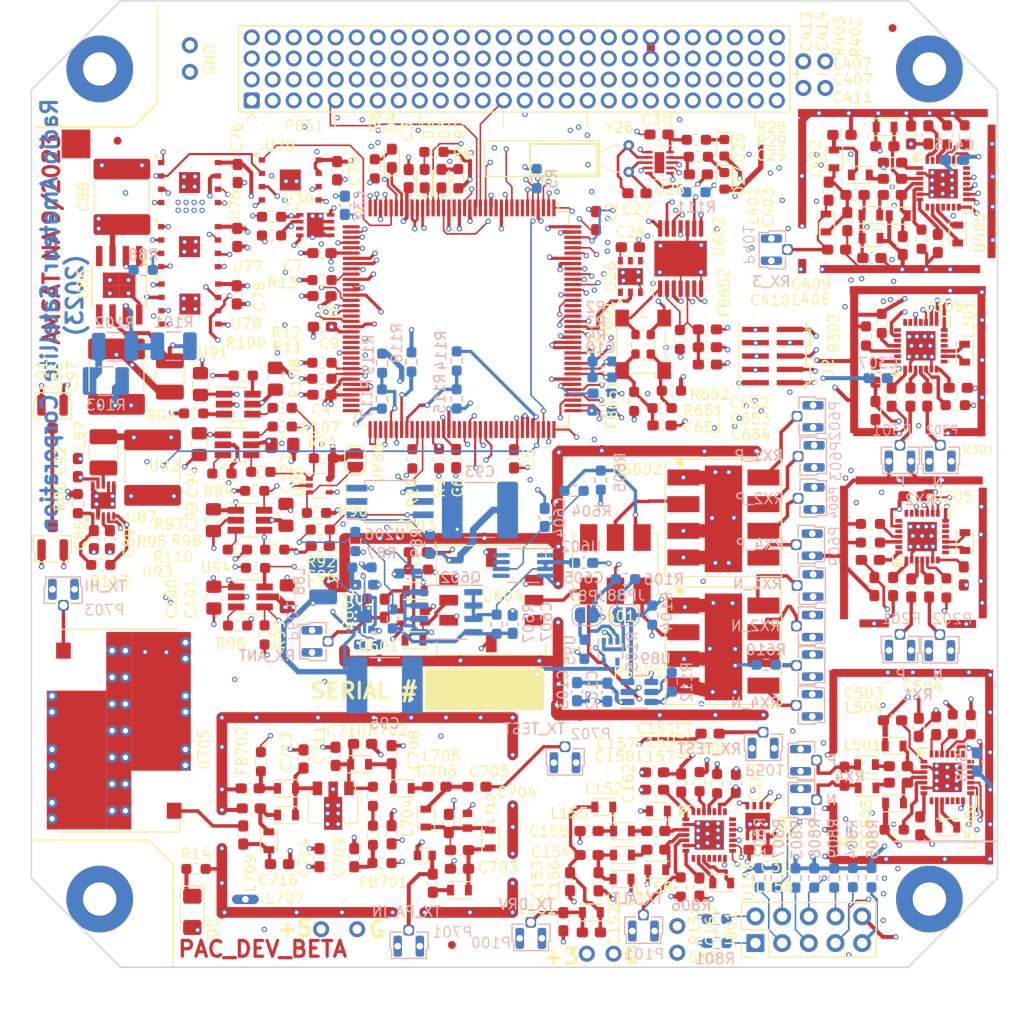
<source format=kicad_pcb>
(kicad_pcb (version 20221018) (generator pcbnew)
  (title_block (title "PacSat Alpha Board") (rev "0"))
  (layers (0 "F.Cu" signal "Top Components.Cu") (1 "In1.Cu" power "GND.Cu") (2 "In2.Cu" power "Signal 1 H.Cu") (3 "In3.Cu" signal "Signal 2 V.Cu") (4 "In4.Cu" signal "Power.Cu") (31 "B.Cu" signal "BackComponets.Cu") (34 "B.Paste" user) (35 "F.Paste" user) (36 "B.SilkS" user "B.Silkscreen") (37 "F.SilkS" user "F.Silkscreen") (38 "B.Mask" user) (39 "F.Mask" user) (44 "Edge.Cuts" user))
  (net 0 "")
  (net 1 "GND")
  (net 2 "+3.3V")
  (net 3 "+1V2")
  (net 4 "Net-(U26-CEXT)")
  (net 5 "Net-(C96-Pad1)")
  (net 6 "-2V BIAS")
  (net 7 "+5V")
  (net 8 "Net-(U28-X2)")
  (net 9 "Net-(U87-SS)")
  (net 10 "REG_3V3")
  (net 11 "REG_1V2")
  (net 12 "AX5043_3V3")
  (net 13 "SSPA_VCC")
  (net 14 "TX_OUT_DRV")
  (net 15 "/TX_ax5043/TXb_N")
  (net 16 "/TX_ax5043/TXb_P")
  (net 17 "/TX_ax5043/TXANT_P")
  (net 18 "/TX_ax5043/TXa_P")
  (net 19 "/TX_ax5043/TCANT_N")
  (net 20 "/TX_ax5043/TXa_N")
  (net 21 "Net-(U28-X1)")
  (net 22 "Net-(C603-Pad1)")
  (net 23 "Net-(C152-Pad1)")
  (net 24 "/RX_1_ax5044/RXANT_P")
  (net 25 "/RX_1_ax5044/RX1_P")
  (net 26 "/RX_1_ax5044/RXANT_N")
  (net 27 "/RX_1_ax5044/RX1_N")
  (net 28 "/RX_2_ax5045/RX2ANT_P")
  (net 29 "/RX_2_ax5045/RX2a_P")
  (net 30 "Net-(C159-Pad1)")
  (net 31 "Net-(C160-Pad1)")
  (net 32 "Net-(D2-K)")
  (net 33 "Net-(D2-A)")
  (net 34 "Net-(U156-CLK16P)")
  (net 35 "Net-(D3-K)")
  (net 36 "/RX_2_ax5045/RX2ANT_N")
  (net 37 "Net-(D3-A)")
  (net 38 "/RX_2_ax5045/RX2A_N")
  (net 39 "Net-(C203-Pad1)")
  (net 40 "Net-(U205-CLK16P)")
  (net 41 "Net-(U305-CLK16P)")
  (net 42 "Net-(P601-In)")
  (net 43 "Net-(C402-Pad1)")
  (net 44 "/RX_3_ax5045/RX3b_N")
  (net 45 "/RX_3_ax5045/RX3b_P")
  (net 46 "UART_RX1")
  (net 47 "UART_TX1")
  (net 49 "/RX_3_ax5045/RX3_P")
  (net 50 "Net-(C411-Pad1)")
  (net 51 "ATTACHED")
  (net 52 "ALERT_SIGNAL")
  (net 53 "FCODE_D0")
  (net 54 "FCODE_D3")
  (net 55 "FCODE_STROBE")
  (net 56 "CMD_MODE")
  (net 57 "Net-(C412-Pad1)")
  (net 58 "Net-(U405-CLK16P)")
  (net 59 "Net-(U305-L2)")
  (net 60 "Net-(U305-L1)")
  (net 61 "Net-(U405-L2)")
  (net 62 "Net-(U405-L1)")
  (net 63 "Net-(U505-L2)")
  (net 64 "Net-(U505-L1)")
  (net 65 "/RX_3_ax5045/RX3_N")
  (net 66 "/RX_3_ax5045/RX3a_P")
  (net 67 "Net-(C505-Pad1)")
  (net 68 "Net-(U505-CLK16P)")
  (net 69 "Net-(Q601-G)")
  (net 70 "VSYS")
  (net 71 "PB_ENABLE")
  (net 73 "UART_TX2")
  (net 74 "UART_RX2")
  (net 78 "Net-(T601-AA)")
  (net 79 "Net-(U90-EN_N)")
  (net 80 "Net-(U2-N2HET1_11)")
  (net 81 "Net-(R89-Pad1)")
  (net 82 "Net-(U94-SETI)")
  (net 83 "Net-(U92-ON)")
  (net 84 "Net-(U205-ANTP1)")
  (net 85 "Clock0")
  (net 86 "Net-(C303-Pad1)")
  (net 87 "Net-(C304-Pad1)")
  (net 88 "Clock1")
  (net 89 "Net-(U405-ANTP1)")
  (net 90 "/RX_3_ax5045/RX3a_N")
  (net 91 "Clock2")
  (net 95 "Net-(C504-Pad1)")
  (net 102 "Clock3")
  (net 111 "Net-(C602-Pad1)")
  (net 114 "Net-(U405-GPADC1)")
  (net 115 "Net-(U405-GPADC2)")
  (net 124 "Net-(U505-ANTP1)")
  (net 127 "Net-(U505-GPADC1)")
  (net 128 "Net-(U505-GPADC2)")
  (net 130 "Clock4")
  (net 131 "AX5043_SEL_TX")
  (net 132 "AX5043_IRQ")
  (net 133 "AX5043_SEL1")
  (net 134 "AX5043_MOSI")
  (net 135 "AX5043_SEL2")
  (net 136 "AX5043_MISO")
  (net 137 "AX5043_SEL3")
  (net 138 "AX5043_CLK")
  (net 139 "Net-(U205-L2)")
  (net 140 "Net-(U205-L1)")
  (net 141 "FAULT_N")
  (net 142 "Net-(J2-P10)")
  (net 143 "Net-(U2-nTRST)")
  (net 144 "Net-(D4-A)")
  (net 145 "VER_BIT3")
  (net 146 "VER_BIT2")
  (net 147 "VER_BIT1")
  (net 148 "VER_BIT0")
  (net 149 "Net-(U2-nPORRST)")
  (net 150 "I2C_SDA")
  (net 151 "I2C_SCL")
  (net 152 "Net-(U92-SETI)")
  (net 153 "AX5043_SEL4")
  (net 154 "Net-(U205-GPADC1)")
  (net 155 "Net-(U156-GPADC1)")
  (net 156 "Net-(U156-GPADC2)")
  (net 157 "Net-(U305-GPADC1)")
  (net 158 "Net-(U305-GPADC2)")
  (net 159 "Net-(T601-SC)")
  (net 160 "USB_Suspend_Low")
  (net 161 "UART_CTS")
  (net 162 "UART_RTS")
  (net 163 "AX5043_IRQ_RX1")
  (net 166 "AX5043_IRQ_RX3")
  (net 167 "Net-(U91-SETI)")
  (net 168 "PWR_SW_AX5043")
  (net 169 "PWR_FLAG_AX5043")
  (net 170 "PWR_SW_SSPA")
  (net 171 "PWR_FLAG_SSPA")
  (net 172 "Clock5")
  (net 180 "Net-(U156-L1)")
  (net 181 "Net-(U156-L2)")
  (net 185 "Net-(D4-K)")
  (net 186 "Net-(J2-P6)")
  (net 187 "Net-(J2-P4)")
  (net 188 "Net-(J2-P2)")
  (net 189 "Net-(J2-P8)")
  (net 190 "Net-(J2-P7)")
  (net 193 "Net-(U87-LX)")
  (net 194 "Net-(C204-Pad2)")
  (net 195 "WDO_N")
  (net 196 "MRAM_NCS3")
  (net 197 "MRAM_NCS2")
  (net 198 "MRAM_NCS1")
  (net 201 "MRAM_MOSI")
  (net 202 "MRAM_MISO")
  (net 203 "MRAM_CLK")
  (net 204 "MRAM_NCS0")
  (net 205 "ONEWIRE")
  (net 206 "FEED_WATCHDOG")
  (net 211 "HW_POWER_OFF_N")
  (net 222 "Net-(U2-AD1IN_6)")
  (net 226 "AX5043_IRQ_RX2")
  (net 228 "AX5043_IRQ_TX")
  (net 236 "Current Fault_1V2")
  (net 238 "Net-(U2-AD1IN_13)")
  (net 239 "Current Fault_3V3")
  (net 240 "Net-(U2-AD1IN_12)")
  (net 241 "CURRENT_FAULT_U89")
  (net 253 "Net-(U88-SS)")
  (net 254 "REG_5.0V")
  (net 255 "Net-(U86-OUT)")
  (net 256 "Net-(U88-LX)")
  (net 257 "Net-(U93-SETI)")
  (net 258 "Net-(U91-ON)")
  (net 259 "REG_5V_EN")
  (net 262 "Net-(D26-K)")
  (net 263 "Net-(D27-K)")
  (net 267 "/Rx_Power_Divider/S+")
  (net 268 "/Rx_Power_Divider/S-")
  (net 269 "Net-(U156-VDD_IO)")
  (net 271 "Net-(U602-OUT)")
  (net 272 "/Rx_Power_Divider/Port4_N")
  (net 275 "/RX_4_ax5045/RX4b_P")
  (net 276 "/RX_4_ax5045/RX4b_N")
  (net 279 "/RX_4_ax5045/RX4ANT_P")
  (net 280 "/RX_4_ax5045/RX4a_P")
  (net 281 "/RX_4_ax5045/RX4ANT_N")
  (net 282 "/RX_4_ax5045/RX4a_N")
  (net 283 "Net-(Q602-Gate)")
  (net 284 "Net-(Q601-D)")
  (net 285 "Net-(Q602-D-Pad5)")
  (net 286 "/Rx_Power_Divider/Port3_N")
  (net 287 "/Rx_Power_Divider/Port2_N")
  (net 288 "/Rx_Power_Divider/Port1_N")
  (net 289 "/Rx_Power_Divider/Port4_P")
  (net 290 "/Rx_Power_Divider/Port3_P")
  (net 291 "/Rx_Power_Divider/Port2_P")
  (net 292 "Net-(P610-In)")
  (net 293 "Net-(U28-Vbat)")
  (net 294 "Net-(U28-VCC)")
  (net 295 "Net-(U87-IN)")
  (net 296 "Net-(U88-D1)")
  (net 297 "Net-(U602-Vin)")
  (net 298 "Net-(U652-1G)")
  (net 299 "Net-(U88-INP)")
  (net 300 "AX5043_IRQ_RX4")
  (net 303 "GIOB_3")
  (net 304 "GIOA_2")
  (net 305 "GOIB_1")
  (net 369 "GIOA_6")
  (net 374 "Net-(P701-In)")
  (net 375 "Net-(C701-Pad2)")
  (net 376 "Net-(C702-Pad2)")
  (net 377 "Net-(C703-Pad2)")
  (net 378 "Net-(C705-Pad1)")
  (net 379 "Net-(P702-In)")
  (net 380 "Net-(C706-Pad1)")
  (net 381 "Net-(C708-Pad1)")
  (net 382 "Net-(C709-Pad1)")
  (net 383 "Net-(Q701-G)")
  (net 384 "Net-(C712-Pad1)")
  (net 385 "Net-(Q701-D)")
  (net 386 "Net-(C715-Pad1)")
  (net 387 "Net-(C716-Pad1)")
  (net 388 "Net-(U705-IN)")
  (net 389 "Net-(R701-Pad2)")
  (net 390 "Net-(U205-GPADC2)")
  (net 391 "Net-(U305-ANTP1)")
  (net 394 "/Rx_Power_Divider/Port1_P")
  (net 395 "Net-(D5-K)")
  (net 396 "Net-(U86-FB)")
  (net 397 "Net-(R102-Pad2)")
  (net 398 "Net-(TP1-In)")
  (net 399 "Net-(Y601-VDD)")
  (net 400 "Net-(Y601-VC)")
  (net 401 "Net-(U652-CLKIN)")
  (net 402 "Net-(U95-EN_N)")
  (net 403 "Alarm XMIT Shutdown")
  (net 404 "Net-(U95-WDO_N)")
  (net 405 "Net-(U89-CT)")
  (net 406 "Net-(U28-INTB_N)")
  (net 407 "Net-(U89-QOD)")
  (net 408 "Net-(P401-In)")
  (net 409 "Net-(P101-In)")
  (net 410 "Net-(P703-In)")
  (footprint "Capacitor_SMD:C_0603_1608Metric_Pad1.08x0.95mm_HandSolder" (layer "F.Cu") (at 203.7715 78.9305 90)
    (fp_text reference "C2")
    (fp_text value "100n")
  )
  (footprint "Capacitor_SMD:C_0603_1608Metric_Pad1.08x0.95mm_HandSolder" (layer "F.Cu") (at 185.928 74.93 90)
    (fp_text reference "C3")
    (fp_text value "100n")
  )
  (footprint "Capacitor_SMD:C_0603_1608Metric_Pad1.08x0.95mm_HandSolder" (layer "F.Cu") (at 177.673 95.504 180)
    (fp_text reference "C4")
    (fp_text value "100n")
  )
  (footprint "Capacitor_SMD:C_0603_1608Metric_Pad1.08x0.95mm_HandSolder" (layer "F.Cu") (at 195.961 101.6 -90)
    (fp_text reference "C5")
    (fp_text value "100n")
  )
  (footprint "Capacitor_SMD:C_0603_1608Metric_Pad1.08x0.95mm_HandSolder" (layer "F.Cu") (at 190.4492 101.5746 -90)
    (fp_text reference "C6")
    (fp_text value "100n")
  )
  (footprint "Capacitor_SMD:C_0603_1608Metric_Pad1.08x0.95mm_HandSolder" (layer "F.Cu") (at 177.673 82.0166 180)
    (fp_text reference "C7")
    (fp_text value "100n")
  )
  (footprint "Capacitor_SMD:C_0603_1608Metric_Pad1.08x0.95mm_HandSolder" (layer "F.Cu") (at 177.673 86.106 180)
    (fp_text reference "C8")
    (fp_text value "100n")
  )
  (footprint "Capacitor_SMD:C_0603_1608Metric_Pad1.08x0.95mm_HandSolder" (layer "F.Cu") (at 177.7238 89.027 180)
    (fp_text reference "C9")
    (fp_text value "100n")
  )
  (footprint "LED_SMD:LED_0603_1608Metric_Pad1.05x0.95mm_HandSolder" (layer "F.Cu") (at 187.452 74.93 90)
    (fp_text reference "D2")
    (fp_text value "RED")
  )
  (footprint "LED_SMD:LED_0603_1608Metric_Pad1.05x0.95mm_HandSolder" (layer "F.Cu") (at 189.0522 74.93 90)
    (fp_text reference "D3")
    (fp_text value "YEL")
  )
  (footprint "PacSatDev_ti:TQFP-144_20x20mm_Pitch0.5mm" (layer "F.Cu") (at 191.008 88.265 -90)
    (fp_text reference "U2")
    (fp_text value "TMS570LS0914PGE")
  )
  (footprint "Capacitor_SMD:C_0805_2012Metric_Pad1.18x1.45mm_HandSolder" (layer "F.Cu") (at 165.989 100.208 -90)
    (fp_text reference "C98" hide)
    (fp_text value "1u")
  )
  (footprint "Capacitor_SMD:C_0805_2012Metric_Pad1.18x1.45mm_HandSolder" (layer "F.Cu") (at 167.339 107.447 -90)
    (fp_text reference "C99")
    (fp_text value "1u")
  )
  (footprint "Resistor_SMD:R_0603_1608Metric_Pad0.98x0.95mm_HandSolder" (layer "F.Cu") (at 238.866973 70.765075 90)
    (fp_text reference "R402")
    (fp_text value "0R")
  )
  (footprint "Capacitor_SMD:C_0603_1608Metric_Pad1.08x0.95mm_HandSolder" (layer "F.Cu") (at 190.7665 140.628)
    (fp_text reference "C702" hide)
    (fp_text value "5p6")
  )
  (footprint "Capacitor_SMD:C_0603_1608Metric_Pad1.08x0.95mm_HandSolder" (layer "F.Cu") (at 180.7464 139.5741 90)
    (fp_text reference "C709")
    (fp_text value "100p")
  )
  (footprint "PacSatDev_misc:L_Murata_LQH2MCNxxxx02_2.0x1.6mm" (layer "F.Cu") (at 237.2614 136.6774)
    (fp_text reference "L505" hide)
    (fp_text value "0")
  )
  (footprint "Capacitor_SMD:C_0603_1608Metric_Pad1.08x0.95mm_HandSolder" (layer "F.Cu") (at 232.5487 130.864473 180)
    (fp_text reference "C502" hide)
    (fp_text value "22p")
  )
  (footprint "PacSatDev_misc:RF_SHIELD_BMI_S_202_F_U401" (layer "F.Cu") (at 223.319973 68.733075 -90)
    (fp_text reference "U401" hide)
    (fp_text value "RFShield_OnePiece")
  )
  (footprint "PacSatDev_misc:Wire_Hole" (layer "F.Cu") (at 225.6 63.76 90)
    (fp_text reference "H20" hide)
    (fp_text value "Wire_Hole" hide)
  )
  (footprint "Capacitor_SMD:C_0603_1608Metric_Pad1.08x0.95mm_HandSolder" (layer "F.Cu") (at 178.9684 129.9221 90)
    (fp_text reference "C711")
    (fp_text value "15p")
  )
  (footprint "Resistor_SMD:R_0603_1608Metric_Pad0.98x0.95mm_HandSolder" (layer "F.Cu") (at 177.510754 108.334546 180)
    (fp_text reference "R92")
    (fp_text value "1K")
  )
  (footprint "Resistor_SMD:R_0603_1608Metric_Pad0.98x0.95mm_HandSolder" (layer "F.Cu") (at 171.8564 102.8446)
    (fp_text reference "R109" hide)
    (fp_text value "0R")
  )
  (footprint "Capacitor_SMD:C_0603_1608Metric_Pad1.08x0.95mm_HandSolder" (layer "F.Cu") (at 235.482 113.8943 -90)
    (fp_text reference "C202" hide)
    (fp_text value "4p3")
  )
  (footprint "Capacitor_SMD:C_0603_1608Metric_Pad1.08x0.95mm_HandSolder" (layer "F.Cu") (at 211.875 132.461 -90)
    (fp_text reference "C162")
    (fp_text value "10p")
  )
  (footprint "Capacitor_SMD:C_2220_5650Metric_Pad1.97x5.40mm_HandSolder" (layer "F.Cu") (at 158.115 93.777 -90)
    (fp_text reference "C91")
    (fp_text value "22u")
  )
  (footprint "Package_TO_SOT_SMD:SOT-89-3" (layer "F.Cu") (at 178.7384 134.9201 -90)
    (fp_text reference "Q701" hide)
    (fp_text value "ATF05MS004NT1")
  )
  (footprint "Capacitor_SMD:C_0603_1608Metric_Pad1.08x0.95mm_HandSolder" (layer "F.Cu") (at 175.9204 130.1761 90)
    (fp_text reference "C713")
    (fp_text value "2200p")
  )
  (footprint "Fiducial:Fiducial_0.75mm_Mask1.5mm" (layer "F.Cu") (at 190.0428 147.8788)
    (fp_text reference "REF**" hide)
    (fp_text value "Fiducial_0.75mm_Mask1.5mm")
  )
  (footprint "PacSatDev_everspin:MR2xH40_DFN_SmallFlag" (layer "F.Cu") (at 165.067 81.407 -90)
    (fp_text reference "U77")
    (fp_text value "MR25H40CDE" hide)
  )
  (footprint "Capacitor_SMD:C_0603_1608Metric_Pad1.08x0.95mm_HandSolder" (layer "F.Cu") (at 210.058 98.425)
    (fp_text reference "C651")
    (fp_text value "0.1u")
  )
  (footprint "Resistor_SMD:R_0603_1608Metric_Pad0.98x0.95mm_HandSolder" (layer "F.Cu") (at 165.462 97.282 180)
    (fp_text reference "R93")
    (fp_text value "45k8 1%")
  )
  (footprint "PacSatDev_misc:U_FL SMD" (layer "F.Cu") (at 152.019 96.4946 180)
    (fp_text reference "TP2" hide)
    (fp_text value "U_FL")
  )
  (footprint "Capacitor_SMD:C_0603_1608Metric_Pad1.08x0.95mm_HandSolder" (layer "F.Cu") (at 229.894 111.2273)
    (fp_text reference "C206" hide)
    (fp_text value "10p")
  )
  (footprint "Resistor_SMD:R_0603_1608Metric_Pad0.98x0.95mm_HandSolder" (layer "F.Cu") (at 182.7022 74 90)
    (fp_text reference "R8")
    (fp_text value "3K")
  )
  (footprint "Capacitor_SMD:C_0603_1608Metric_Pad1.08x0.95mm_HandSolder" (layer "F.Cu") (at 232.053 113.7673 -90)
    (fp_text reference "C203" hide)
    (fp_text value "10n")
  )
  (footprint "PacSatDev_misc:Wire_Hole" (layer "F.Cu") (at 181.0258 146.3802 90)
    (fp_text reference "H15" hide)
    (fp_text value "Wire_Hole" hide)
  )
  (footprint "LED_SMD:LED_1206_3216Metric_Pad1.42x1.75mm_HandSolder" (layer "F.Cu") (at 165.3286 144.7292 -90)
    (fp_text reference "D5")
    (fp_text value "LED")
  )
  (footprint "Capacitor_SMD:C_0603_1608Metric_Pad1.08x0.95mm_HandSolder" (layer "F.Cu") (at 214.376 89.281)
    (fp_text reference "C652")
    (fp_text value "0.1u")
  )
  (footprint "Resistor_SMD:R_0603_1608Metric_Pad0.98x0.95mm_HandSolder" (layer "F.Cu") (at 181.973489 115.824 90)
    (fp_text reference "R601")
    (fp_text value "5 Meg")
  )
  (footprint "Capacitor_SMD:C_0603_1608Metric_Pad1.08x0.95mm_HandSolder" (layer "F.Cu") (at 227.690973 79.020075 -90)
    (fp_text reference "C403")
    (fp_text value "27p")
  )
  (footprint "Capacitor_SMD:C_0603_1608Metric_Pad1.08x0.95mm_HandSolder" (layer "F.Cu") (at 226.674973 81.687075)
    (fp_text reference "C401" hide)
    (fp_text value "27p")
  )
  (footprint "PacSatDev_maxim:TDFN_T633_2" (layer "F.Cu") (at 207.042 84.2475 90)
    (fp_text reference "U26")
    (fp_text value "DS28E83Q+T" hide)
  )
  (footprint "Capacitor_SMD:C_0603_1608Metric_Pad1.08x0.95mm_HandSolder" (layer "F.Cu") (at 235.307 95.7326 -90)
    (fp_text reference "C302" hide)
    (fp_text value "4p3")
  )
  (footprint "Package_DFN_QFN:TDFN-10-1EP_2x3mm_P0.5mm_EP0.9x2mm" (layer "F.Cu") (at 209.8075 73.406)
    (fp_text reference "U28")
    (fp_text value "MAX31331TETB+")
  )
  (footprint "Resistor_SMD:R_0603_1608Metric_Pad0.98x0.95mm_HandSolder" (layer "F.Cu") (at 173.8884 98.5266 180)
    (fp_text reference "R107")
    (fp_text value "10K")
  )
  (footprint "Resistor_SMD:R_0603_1608Metric_Pad0.98x0.95mm_HandSolder" (layer "F.Cu") (at 173.181 110.241)
    (fp_text reference "R98")
    (fp_text value "4.7k")
  )
  (footprint "Resistor_SMD:R_0603_1608Metric_Pad0.98x0.95mm_HandSolder" (layer "F.Cu") (at 172.8743 78.5622)
    (fp_text reference "R30" hide)
    (fp_text value "4k7")
  )
  (footprint "Capacitor_SMD:C_0603_1608Metric_Pad1.08x0.95mm_HandSolder" (layer "F.Cu") (at 234.5 127.164 90)
    (fp_text reference "C506" hide)
    (fp_text value "6.8p")
  )
  (footprint "PacSatDev_misc:CUBESAT_MOUNT_HOLE" (layer "F.Cu") (at 235.5088 143.51)
    (fp_text reference "H104" hide)
    (fp_text value "CUBESAT_MOUNT_HOLE" hide)
  )
  (footprint "PacSatDev_misc:PacSat_Dev_4_26" (layer "F.Cu") (at 170.9856 67.4906)
    (fp_text reference "P651")
    (fp_text value "Conn_04x26_Pin")
  )
  (footprint "PacSatDev_misc:Wire_Hole" (layer "F.Cu") (at 205.4352 148.717 180)
    (fp_text reference "H13" hide)
    (fp_text value "Wire_Hole" hide)
  )
  (footprint "PacSatDev_misc:L_Murata_LQH2MCNxxxx02_2.0x1.6mm" (layer "F.Cu") (at 229.957488 80.59794)
    (fp_text reference "L403" hide)
    (fp_text value "68n")
  )
  (footprint "Resistor_SMD:R_0603_1608Metric_Pad0.98x0.95mm_HandSolder" (layer "F.Cu") (at 177.1555 106.751)
    (fp_text reference "R90")
    (fp_text value "10k")
  )
  (footprint "Capacitor_SMD:C_0603_1608Metric_Pad1.08x0.95mm_HandSolder" (layer "F.Cu") (at 227.182973 70.765075)
    (fp_text reference "C405" hide)
    (fp_text value "1p")
  )
  (footprint "PacSatDev_maxim:TDFN_T1033_1" (layer "F.Cu") (at 156.853 105.5685 90)
    (fp_text reference "U87")
    (fp_text value "MAX1556AEBT+" hide)
  )
  (footprint "Capacitor_SMD:C_0603_1608Metric_Pad1.08x0.95mm_HandSolder" (layer "F.Cu") (at 203.327 146.685 180)
    (fp_text reference "C152")
    (fp_text value "NS")
  )
  (footprint "Capacitor_SMD:C_0603_1608Metric_Pad1.08x0.95mm_HandSolder" (layer "F.Cu") (at 238.784 112.7513 90)
    (fp_text reference "C204" hide)
    (fp_text value "10n")
  )
  (footprint "Capacitor_SMD:C_0603_1608Metric_Pad1.08x0.95mm_HandSolder" (layer "F.Cu") (at 233.760473 70.765075 90)
    (fp_text reference "C413")
    (fp_text value "6.8p")
  )
  (footprint "PacSatDev_murata:L_0603" (layer "F.Cu") (at 191.5285 136.056 -90)
    (fp_text reference "L703" hide)
    (fp_text value "18n")
  )
  (footprint "Capacitor_SMD:C_0603_1608Metric_Pad1.08x0.95mm_HandSolder" (layer "F.Cu") (at 157.48 109.3005 -90)
    (fp_text reference "C89")
    (fp_text value "1000p")
  )
  (footprint "PacSatDev_misc:L_Murata_LQH2MCNxxxx02_2.0x1.6mm" (layer "F.Cu") (at 225.658973 79.147075 -90)
    (fp_text reference "L401")
    (fp_text value "30")
  )
  (footprint "Capacitor_SMD:C_0603_1608Metric_Pad1.08x0.95mm_HandSolder" (layer "F.Cu") (at 169.602354 80.529653 -90)
    (fp_text reference "C77" hide)
    (fp_text value "100n")
  )
  (footprint "Resistor_SMD:R_0603_1608Metric_Pad0.98x0.95mm_HandSolder" (layer "F.Cu") (at 237.133 113.8943 -90)
    (fp_text reference "R201" hide)
    (fp_text value "50")
  )
  (footprint "PacSatDev_misc:L_Murata_LQH2MCNxxxx02_2.0x1.6mm" (layer "F.Cu") (at 174.2959 135.5101)
    (fp_text reference "L708" hide)
    (fp_text value "2n55")
  )
  (footprint "PacSatDev_misc:Mini-Circuits_HF1139_LandPatternPL-230" (layer "F.Cu") (at 158.3309 127.4826 180)
    (fp_text reference "U705")
    (fp_text value "SXBP-425+")
  )
  (footprint "PacSatDev_misc:Wire_Hole" (layer "F.Cu") (at 211.5058 148.6154 90)
    (fp_text reference "H10" hide)
    (fp_text value "Wire_Hole" hide)
  )
  (footprint "Resistor_SMD:R_0603_1608Metric_Pad0.98x0.95mm_HandSolder" (layer "F.Cu") (at 173.8884 96.7486)
    (fp_text reference "R108")
    (fp_text value "0R")
  )
  (footprint "Capacitor_SMD:C_0603_1608Metric_Pad1.08x0.95mm_HandSolder" (layer "F.Cu") (at 186.856 110.49)
    (fp_text reference "C603")
    (fp_text value "0.1 u")
  )
  (footprint "PacSatDev_misc:L_Murata_LQH2MCNxxxx02_2.0x1.6mm" (layer "F.Cu") (at 190.7665 142.66)
    (fp_text reference "L702" hide)
    (fp_text value "43n")
  )
  (footprint "PacSatDev_misc:CUBESAT_MOUNT_HOLE" (layer "F.Cu") (at 235.5088 64.4906)
    (fp_text reference "H103" hide)
    (fp_text value "CUBESAT_MOUNT_HOLE" hide)
  )
  (footprint "PacSatDev_misc:L_Murata_LQH2MCNxxxx02_2.0x1.6mm" (layer "F.Cu") (at 181.2544 130.6841 180)
    (fp_text reference "L706" hide)
    (fp_text value "5n5")
  )
  (footprint "Resistor_SMD:R_0603_1608Metric_Pad0.98x0.95mm_HandSolder" (layer "F.Cu") (at 234.757029 80.693912 -90)
    (fp_text reference "R401" hide)
    (fp_text value "50")
  )
  (footprint "Capacitor_SMD:C_0603_1608Metric_Pad1.08x0.95mm_HandSolder" (layer "F.Cu") (at 213.5124 74.5236)
    (fp_text reference "C29")
    (fp_text value "22u")
  )
  (footprint "Capacitor_SMD:C_0603_1608Metric_Pad1.08x0.95mm_HandSolder" (layer "F.Cu") (at 169.642268 74.442776 -90)
    (fp_text reference "C76")
    (fp_text value "100n")
  )
  (footprint "PacSatDev_misc:Wire_Hole" (layer "F.Cu") (at 211.5058 146.0754 90)
    (fp_text reference "H11" hide)
    (fp_text value "Wire_Hole" hide)
  )
  (footprint "Capacitor_SMD:C_0603_1608Metric_Pad1.08x0.95mm_HandSolder" (layer "F.Cu") (at 214.63 127.762 180)
    (fp_text reference "C606")
    (fp_text value "1u")
  )
  (footprint "Capacitor_SMD:C_0603_1608Metric_Pad1.08x0.95mm_HandSolder" (layer "F.Cu") (at 203.112 139.319 180)
    (fp_text reference "C154")
    (fp_text value "5p1")
  )
  (footprint "PacSatDev_misc:L_Murata_LQH2MCNxxxx02_2.0x1.6mm" (layer "F.Cu") (at 232.185808 134.368333)
    (fp_text reference "L504")
    (fp_text value "68n")
  )
  (footprint "PacSatDev_misc:L_Murata_LQH2MCNxxxx02_2.0x1.6mm" (layer "F.Cu") (at 229.5144 130.7084)
    (fp_text reference "L501")
    (fp_text value "68n")
  )
  (footprint "PacSatDev_misc:L_Murata_LQH2MCNxxxx02_2.0x1.6mm" (layer "F.Cu") (at 206.248 141.605)
    (fp_text reference "L153")
    (fp_text value "27n")
  )
  (footprint "Resistor_SMD:R_0603_1608Metric_Pad0.98x0.95mm_HandSolder" (layer "F.Cu") (at 172.212 118.364 -90)
    (fp_text reference "R99")
    (fp_text value "4.7k")
  )
  (footprint "Capacitor_SMD:C_0603_1608Metric_Pad1.08x0.95mm_HandSolder" (layer "F.Cu") (at 179.113526 74.173365 -90)
    (fp_text reference "C79")
    (fp_text value "100n")
  )
  (footprint "Package_TO_SOT_SMD:SOT-23-6_Handsoldering" (layer "F.Cu") (at 169.7095 96.398)
    (fp_text reference "U91")
    (fp_text value "MAX4995ALAUT")
  )
  (footprint "Resistor_SMD:R_0603_1608Metric_Pad0.98x0.95mm_HandSolder" (layer "F.Cu") (at 182.5244 133.7321 90)
    (fp_text reference "R702")
    (fp_text value "22")
  )
  (footprint "Capacitor_SMD:C_0603_1608Metric_Pad1.08x0.95mm_HandSolder" (layer "F.Cu") (at 192.4304 132.8166)
    (fp_text reference "C705")
    (fp_text value "2200p")
  )
  (footprint "Capacitor_SMD:C_0603_1608Metric_Pad1.08x0.95mm_HandSolder" (layer "F.Cu") (at 177.4444 139.5741 90)
    (fp_text reference "C714")
    (fp_text value "10u")
  )
  (footprint "Resistor_SMD:R_0603_1608Metric_Pad0.98x0.95mm_HandSolder" (layer "F.Cu") (at 229.894 107.7983 180)
    (fp_text reference "R203" hide)
    (fp_text value "0R")
  )
  (footprint "Capacitor_SMD:C_0805_2012Metric_Pad1.18x1.45mm_HandSolder" (layer "F.Cu") (at 166.1065 94.488 90)
    (fp_text reference "C97")
    (fp_text value "1u")
  )
  (footprint "RF_Mini-Circuits:Mini-Circuits_CD542_H2.84mm" (layer "F.Cu") (at 205.613 111.633 90)
    (fp_text reference "T601")
    (fp_text value "ADT4-1WT+")
  )
  (footprint "Capacitor_SMD:C_0603_1608Metric_Pad1.08x0.95mm_HandSolder" (layer "F.Cu") (at 213.614 142.367 -90)
    (fp_text reference "C160")
    (fp_text value "10n")
  )
  (footprint "Inductor_SMD:L_1210_3225Metric_Pad1.42x2.65mm_HandSolder" (layer "F.Cu") (at 156.869 100.984 90)
    (fp_text reference "L87")
    (fp_text value "3u3")
  )
  (footprint "Capacitor_SMD:C_0603_1608Metric_Pad1.08x0.95mm_HandSolder" (layer "F.Cu") (at 209.462 137.033 180)
    (fp_text reference "C157")
    (fp_text value "4p3")
  )
  (footprint "Capacitor_SMD:C_0603_1608Metric_Pad1.08x0.95mm_HandSolder" (layer "F.Cu") (at 232.970847 81.289306 -90)
    (fp_text reference "C408" hide)
    (fp_text value "10p")
  )
  (footprint "PacSatDev_misc:Wire_Hole" (layer "F.Cu") (at 223.5 63.76 90)
    (fp_text reference "H18" hide)
    (fp_text value "Wire_Hole" hide)
  )
  (footprint "PacSatDev_misc:L_Murata_LQH2MCNxxxx02_2.0x1.6mm" (layer "F.Cu") (at 172.6184 137.9621 90)
    (fp_text reference "L709")
    (fp_text value "8n1")
  )
  (footprint "Capacitor_SMD:C_0603_1608Metric_Pad1.08x0.95mm_HandSolder" (layer "F.Cu") (at 209.764 70.723 180)
    (fp_text reference "C30")
    (fp_text value "22u")
  )
  (footprint "PacSatDev_misc:Wire_Hole" (layer "F.Cu") (at 225.6 66.3 90)
    (fp_text reference "H21" hide)
    (fp_text value "Wire_Hole" hide)
  )
  (footprint "PacSatDev_misc:L_Murata_LQH2MCNxxxx02_2.0x1.6mm" (layer "F.Cu") (at 203.327 144.78)
    (fp_text reference "L151")
    (fp_text value "0")
  )
  (footprint "Resistor_SMD:R_0603_1608Metric_Pad0.98x0.95mm_HandSolder" (layer "F.Cu") (at 229.894 109.5763 180)
    (fp_text reference "R202" hide)
    (fp_text value "0R")
  )
  (footprint "PacSatDev_misc:L_Murata_LQH2MCNxxxx02_2.0x1.6mm" (layer "F.Cu") (at 229.574684 132.92384)
    (fp_text reference "L502" hide)
    (fp_text value "68n")
  )
  (footprint "Resistor_SMD:R_0603_1608Metric_Pad0.98x0.95mm_HandSolder" (layer "F.Cu") (at 213.5124 72.8472)
    (fp_text reference "R29")
    (fp_text value "4k7")
  )
  (footprint "Package_TO_SOT_SMD:SOT-23-6_Handsoldering" (layer "F.Cu") (at 169.592 100.269)
    (fp_text reference "U92")
    (fp_text value "MAX4995ALAUT")
  )
  (footprint "PacSatDev_misc:RF_SHIELD_BMI_S_201_F_U301" (layer "F.Cu") (at 228.326932 99.1616)
    (fp_text reference "U301" hide)
    (fp_text value "RFShield_OnePiece")
  )
  (footprint "Resistor_SMD:R_0603_1608Metric_Pad0.98x0.95mm_HandSolder" (layer "F.Cu") (at 210.947 95.123)
    (fp_text reference "R652")
    (fp_text value "10K")
  )
  (footprint "Resistor_SMD:R_0603_1608Metric_Pad0.98x0.95mm_HandSolder" (layer "F.Cu") (at 237.974 96.4946)
    (fp_text reference "R301")
    (fp_text value "50")
  )
  (footprint "Capacitor_SMD:C_0603_1608Metric_Pad1.08x0.95mm_HandSolder" (layer "F.Cu") (at 232.0025 73.406 180)
    (fp_text reference "C411")
    (fp_text value "10n")
  )
  (footprint "Resistor_SMD:R_0603_1608Metric_Pad0.98x0.95mm_HandSolder" (layer "F.Cu") (at 172.8743 80.3402)
    (fp_text reference "R31" hide)
    (fp_text value "4k7")
  )
  (footprint "Capacitor_SMD:C_0603_1608Metric_Pad1.08x0.95mm_HandSolder" (layer "F.Cu") (at 233.7054 95.7326 -90)
    (fp_text reference "C301" hide)
    (fp_text value "4p3")
  )
  (footprint "Capacitor_SMD:C_0603_1608Metric_Pad1.08x0.95mm_HandSolder" (layer "F.Cu") (at 188.2265 141.9985 -90)
    (fp_text reference "C701" hide)
    (fp_text value "4p3")
  )
  (footprint "PacSatDev_misc:TB-471" (layer "F.Cu") (at 187.4529 117.22735 90)
    (fp_text reference "Q601")
    (fp_text value "SAV-331+")
  )
  (footprint "Resistor_SMD:R_0603_1608Metric_Pad0.98x0.95mm_HandSolder" (layer "F.Cu") (at 177.814 101.544 180)
    (fp_text reference "R91")
    (fp_text value "10k")
  )
  (footprint "Capacitor_SMD:C_0603_1608Metric_Pad1.08x0.95mm_HandSolder" (layer "F.Cu") (at 236.313172 81.099863 -90)
    (fp_text reference "C412" hide)
    (fp_text value "10n")
  )
  (footprint "Resistor_SMD:R_0603_1608Metric_Pad0.98x0.95mm_HandSolder" (layer "F.Cu") (at 177.673 84.582)
    (fp_text reference "R13")
    (fp_text value "3k3")
  )
  (footprint "Resistor_SMD:R_0603_1608Metric_Pad0.98x0.95mm_HandSolder" (layer "F.Cu") (at 156.6125 111.7 180)
    (fp_text reference "R113")
    (fp_text value "3.8K")
  )
  (footprint "Capacitor_SMD:C_0603_1608Metric_Pad1.08x0.95mm_HandSolder" (layer "F.Cu") (at 170.8404 132.9701 180)
    (fp_text reference "C712" hide)
    (fp_text value "100p")
  )
  (footprint "PacSatDev_everspin:MR2xH40_DFN_SmallFlag" (layer "F.Cu") (at 165.067 75.307 -90)
    (fp_text reference "U76")
    (fp_text value "MR25H40CDE" hide)
  )
  (footprint "Capacitor_SMD:C_0603_1608Metric_Pad1.08x0.95mm_HandSolder" (layer "F.Cu") (at 209.335 133.096 180)
    (fp_text reference "C159")
    (fp_text value "10n")
  )
  (footprint "PacSatDev_misc:L_Murata_LQH2MCNxxxx02_2.0x1.6mm" (layer "F.Cu") (at 206.287 137.033)
    (fp_text reference "L154" hide)
    (fp_text value "43n")
  )
  (footprint "Capacitor_SMD:C_0603_1608Metric_Pad1.08x0.95mm_HandSolder" (layer "F.Cu") (at 232.5487 132.434371 180)
    (fp_text reference "C503")
    (fp_text value "22p")
  )
  (footprint "Capacitor_SMD:C_0603_1608Metric_Pad1.08x0.95mm_HandSolder" (layer "F.Cu") (at 188.6204 132.8166)
    (fp_text reference "C706")
    (fp_text value "18p")
  )
  (footprint "Diode_SMD:D_0603_1608Metric" (layer "F.Cu") (at 215.987 75.1425 -90)
    (fp_text reference "D27")
    (fp_text value "RB521CS30L,315 ")
  )
  (footprint "Capacitor_SMD:C_0603_1608Metric_Pad1.08x0.95mm_HandSolder" (layer "F.Cu") (at 214.376 90.9785)
    (fp_text reference "C653")
    (fp_text value "0.1u")
  )
  (footprint "Oscillator:Oscillator_SMD_ECS_2520MV-xxx-xx-4Pin_2.5x2.0mm" (layer "F.Cu") (at 208.2546 90.7034 180)
    (fp_text reference "Y602" hide)
    (fp_text value "ECS-TXO-2016-33-160-TR")
  )
  (footprint "Capacitor_SMD:C_0805_2012Metric_Pad1.18x1.45mm_HandSolder" (layer "F.Cu") (at 173.905098 100.317884 180)
    (fp_text reference "C122")
    (fp_text value "1u")
  )
  (footprint "Capacitor_SMD:C_0603_1608Metric_Pad1.08x0.95mm_HandSolder" (layer "F.Cu") (at 190.7665 138.85 180)
    (fp_text reference "C703")
    (fp_text value "4p3")
  )
  (footprint "Capacitor_SMD:C_0603_1608Metric_Pad1.08x0.95mm_HandSolder" (layer "F.Cu") (at 230.03543 82.488046)
    (fp_text reference "C406" hide)
    (fp_text value "5p6")
  )
  (footprint "Capacitor_SMD:C_0603_1608Metric_Pad1.08x0.95mm_HandSolder" (layer "F.Cu") (at 154.432 102.4425 90)
    (fp_text reference "C92")
    (fp_text value "10u")
  )
  (footprint "Capacitor_SMD:C_0603_1608Metric_Pad1.08x0.95mm_HandSolder" (layer "F.Cu") (at 217.082 132.486731 90)
    (fp_text reference "C163")
    (fp_text value "10n")
  )
  (footprint "PacSatDev_misc:CUBESAT_MOUNT_HOLE" (layer "F.Cu") (at 156.5148 143.51)
    (fp_text reference "H102" hide)
    (fp_text value "CUBESAT_MOUNT_HOLE" hide)
  )
  (footprint "PacSatDev_misc:Wire_Hole" (layer "F.Cu") (at 165.1 64.77 90)
    (fp_text reference "H17" hide)
    (fp_text value "Wire_Hole" hide)
  )
  (footprint "PacSatDev_onsemi:QFN28" (layer "F.Cu") (at 214.542 137.414)
    (fp_text reference "U156")
    (fp_text value "AX5043" hide)
  )
  (footprint "PacSatDev_misc:L_Murata_LQH2MCNxxxx02_2.0x1.6mm" (layer "F.Cu") (at 186.563 114.173 180)
    (fp_text reference "L601" hide)
    (fp_text value "620nH")
  )
  (footprint "Jumper:SolderJumper-2_P1.3mm_Open_RoundedPad1.0x1.5mm" (layer "F.Cu") (at 180.848 101.742 -90)
    (fp_text reference "JP86")
    (fp_text value "Disable Watchdog")
  )
  (footprint "Capacitor_SMD:C_0603_1608Metric_Pad1.08x0.95mm_HandSolder" (layer "F.Cu") (at 236.151 127 -90)
    (fp_text reference "C507" hide)
    (fp_text value "10p")
  )
  (footprint "Resistor_SMD:R_0603_1608Metric_Pad0.98x0.95mm_HandSolder" (layer "F.Cu") (at 182.5244 137.4386 90)
    (fp_text reference "R701" hide)
    (fp_text value "22")
  )
  (footprint "Package_TO_SOT_SMD:SOT-23-6_Handsoldering" (layer "F.Cu") (at 170.815 107.447)
    (fp_text reference "U93")
    (fp_text value "MAX4995ALAUT")
  )
  (footprint "Capacitor_SMD:C_0805_2012Metric_Pad1.18x1.45mm_HandSolder" (layer "F.Cu") (at 174.244 106.934 90)
    (fp_text reference "C123" hide)
    (fp_text value "1u")
  )
  (footprint "Resistor_SMD:R_0603_1608Metric_Pad0.98x0.95mm_HandSolder" (layer "F.Cu") (at 169.6485 117.48)
    (fp_text reference "R96")
    (fp_text value "45k8 1%")
  )
  (footprint "PacSatDev_maxim:TDFN_T833_2" (layer "F.Cu") (at 219.161 136.095 -90)
    (fp_text reference "U29")
    (fp_text value "MAX31725MTA+" hide)
  )
  (footprint "Package_SO:HTSSOP-14-1EP_4.4x5mm_P0.65mm_EP3.4x5mm_Mask3x3.1mm" (layer "F.Cu") (at 211.823 82.538 90)
    (fp_text reference "U652")
    (fp_text value "CDCLVC1106")
  )
  (footprint "Capacitor_SMD:C_0805_2012Metric_Pad1.18x1.45mm_HandSolder" (layer "F.Cu") (at 167.386 114.813 -90)
    (fp_text reference "C100")
    (fp_text value "1u")
  )
  (footprint "Capacitor_SMD:C_0603_1608Metric_Pad1.08x0.95mm_HandSolder" (layer "F.Cu") (at 169.555526 85.997488 -90)
    (fp_text reference "C78")
    (fp_text value "100n")
  )
  (footprint "Capacitor_SMD:C_0603_1608Metric_Pad1.08x0.95mm_HandSolder" (layer "F.Cu") (at 233.7816 113.8936 -90)
    (fp_text reference "C201" hide)
    (fp_text value "4p3")
  )
  (footprint "Resistor_SMD:R_0603_1608Metric_Pad0.98x0.95mm_HandSolder" (layer "F.Cu") (at 207.391 96.139 90)
    (fp_text reference "FB651")
    (fp_text value "FerriteBead_Small")
  )
  (footprint "Capacitor_SMD:C_0603_1608Metric_Pad1.08x0.95mm_HandSolder" (layer "F.Cu") (at 231.91 95.7326 -90)
    (fp_text reference "C303" hide)
    (fp_text value "10n")
  )
  (footprint "Capacitor_SMD:C_0603_1608Metric_Pad1.08x0.95mm_HandSolder" (layer "F.Cu") (at 235.411473 70.765075 90)
    (fp_text reference "C414")
    (fp_text value "10p")
  )
  (footprint "Capacitor_SMD:C_0603_1608Metric_Pad1.08x0.95mm_HandSolder" (layer "F.Cu") (at 203.112 137.033 180)
    (fp_text reference "C155")
    (fp_text value "11p")
  )
  (footprint "LED_SMD:LED_0603_1608Metric_Pad1.05x0.95mm_HandSolder" (layer "F.Cu") (at 184.3278 73 90)
    (fp_text reference "D4")
    (fp_text value "GRN")
  )
  (footprint "Resistor_SMD:R_0603_1608Metric_Pad0.98x0.95mm_HandSolder" (layer "F.Cu") (at 211.751896 90.244048 90)
    (fp_text reference "FB652")
    (fp_text value "FerriteBead_Small")
  )
  (footprint "PacSatDev_misc:L_Murata_LQH2MCNxxxx02_2.0x1.6mm" (layer "F.Cu") (at 209.55 140.716)
    (fp_text reference "L156")
    (fp_text value "100n")
  )
  (footprint "Resistor_SMD:R_0603_1608Metric_Pad0.98x0.95mm_HandSolder" (layer "F.Cu") (at 171.3484 111.9886)
    (fp_text reference "R110")
    (fp_text value "10K")
  )
  (footprint "PacSatDev_misc:RF_SHIELD_PAD" (layer "F.Cu") (at 170.3832 143.5354 180)
    (fp_text reference "U701" hide)
    (fp_text value "RFShield_OnePiece")
  )
  (footprint "Capacitor_SMD:C_0603_1608Metric_Pad1.08x0.95mm_HandSolder" (layer "F.Cu") (at 207.042 81.456)
    (fp_text reference "C28")
    (fp_text value "470n")
  )
  (footprint "Capacitor_SMD:C_0603_1608Metric_Pad1.08x0.95mm_HandSolder" (layer "F.Cu") (at 233.958 105.1578)
    (fp_text reference "C207" hide)
    (fp_text value "10n")
  )
  (footprint "PacSatDev_misc:L_Murata_LQH2MCNxxxx02_2.0x1.6mm" (layer "F.Cu") (at 187.565 135.802 90)
    (fp_text reference "L704")
    (fp_text value "1n2")
  )
  (footprint "Resistor_SMD:R_0603_1608Metric_Pad0.98x0.95mm_HandSolder" (layer "F.Cu") (at 177.673 93.98)
    (fp_text reference "R11")
    (fp_text value "1k")
  )
  (footprint "Capacitor_SMD:C_0603_1608Metric_Pad1.08x0.95mm_HandSolder" (layer "F.Cu") (at 200.66 145.669 -90)
    (fp_text reference "C151" hide)
    (fp_text value "NS")
  )
  (footprint "PacSatDev_misc:RF_SHIELD_BMI_S_202_F_U501" (layer "F.Cu") (at 226.314 139.764107)
    (fp_text reference "U501" hide)
    (fp_text value "RFShield_OnePiece")
  )
  (footprint "Capacitor_SMD:C_2220_5650Metric_Pad1.97x5.40mm_HandSolder" (layer "F.Cu") (at 158.623 76.6615 90)
    (fp_text reference "C88")
    (fp_text value "10u")
  )
  (footprint "Resistor_SMD:R_0603_1608Metric_Pad0.98x0.95mm_HandSolder" (layer "F.Cu") (at 177.673 92.456)
    (fp_text reference "R12")
    (fp_text value "1k")
  )
  (footprint "Capacitor_SMD:C_0603_1608Metric_Pad1.08x0.95mm_HandSolder" (layer "F.Cu") (at 184.3024 129.7686 90)
    (fp_text reference "C708")
    (fp_text value "15p")
  )
  (footprint "Resistor_SMD:R_0603_1608Metric_Pad0.98x0.95mm_HandSolder" (layer "F.Cu") (at 169.625 110.241)
    (fp_text reference "R95")
    (fp_text value "143k 1%")
  )
  (footprint "Crystal:Crystal_AT310_D3.0mm_L10.0mm_Horizontal" (layer "F.Cu") (at 206.883 71.755 -90)
    (fp_text reference "Y26")
    (fp_text value "AB26T-32.768KHZ-6B")
  )
  (footprint "PacSatDev_misc:CUBESAT_MOUNT_HOLE" (layer "F.Cu") (at 156.5148 64.4906)
    (fp_text reference "H101" hide)
    (fp_text value "CUBESAT_MOUNT_HOLE" hide)
  )
  (footprint "Package_TO_SOT_SMD:SOT-353_SC-70-5" (layer "F.Cu") (at 177.433 104.145)
    (fp_text reference "U90")
    (fp_text value "STWD100NYWY3F")
  )
  (footprint "PacSatDev_samtec:FTSH-105-01-L-DV-K" (layer "F.Cu") (at 220.599 91.821 90)
    (fp_text reference "J2")
    (fp_text value "CONN_02X05")
  )
  (footprint "Resistor_SMD:R_0603_1608Metric_Pad0.98x0.95mm_HandSolder" (layer "F.Cu") (at 170.1705 93.67)
    (fp_text reference "R100")
    (fp_text value "10K")
  )
  (footprint "Resistor_SMD:R_0603_1608Metric_Pad0.98x0.95mm_HandSolder" (layer "F.Cu") (at 188.8236 101.5746 90)
    (fp_text reference "R9")
    (fp_text value "1k")
  )
  (footprint "Capacitor_SMD:C_0603_1608Metric_Pad1.08x0.95mm_HandSolder" (layer "F.Cu") (at 181.543472 128.737163 180)
    (fp_text reference "C710")
    (fp_text value "56p")
  )
  (footprint "PacSatDev_misc:L_Murata_LQH2MCNxxxx02_2.0x1.6mm" (layer "F.Cu") (at 232.149637 128.942766 180)
    (fp_text reference "L503" hide)
    (fp_text value "68n")
  )
  (footprint "PacSatDev_misc:Wire_Hole" (layer "F.Cu") (at 177.5968 146.3802 90)
    (fp_text reference "H14" hide)
    (fp_text value "Wire_Hole" hide)
  )
  (footprint "Resistor_SMD:R_0603_1608Metric_Pad0.98x0.95mm_HandSolder" (layer "F.Cu") (at 237.189473 70.765075 90)
    (fp_text reference "R403")
    (fp_text value "0R")
  )
  (footprint "PacSatDev_misc:L_Murata_LQH2MCNxxxx02_2.0x1.6mm" (layer "F.Cu") (at 232.540329 78.447653)
    (fp_text reference "L406")
    (fp_text value "150n")
  )
  (footprint "Capacitor_SMD:C_0603_1608Metric_Pad1.08x0.95mm_HandSolder" (layer "F.Cu") (at 184.3024 137.3886 90)
    (fp_text reference "C707" hide)
    (fp_text value "1u")
  )
  (footprint "Capacitor_SMD:C_2220_5650Metric_Pad1.97x5.40mm_HandSolder" (layer "F.Cu") (at 161.544 102.4425 -90)
    (fp_text reference "C94")
    (fp_text value "22u")
  )
  (footprint "PacSatDev_misc:L_Murata_LQH2MCNxxxx02_2.0x1.6mm" (layer "F.Cu") (at 215.734 141.986)
    (fp_text reference "L158")
    (fp_text value "0")
  )
  (footprint "Capacitor_SMD:C_0603_1608Metric_Pad1.08x0.95mm_HandSolder" (layer "F.Cu") (at 201.295 141.859 -90)
    (fp_text reference "C153")
    (fp_text value "NS")
  )
  (footprint "Capacitor_SMD:C_0603_1608Metric_Pad1.08x0.95mm_HandSolder" (layer "F.Cu") (at 177.510754 109.893791 180)
    (fp_text reference "C96")
    (fp_text value "10u")
  )
  (footprint "PacSatDev_misc:L_Murata_LQH2MCNxxxx02_2.0x1.6mm" (layer "F.Cu") (at 204.509 134.747)
    (fp_text reference "L152")
    (fp_text value "27n")
  )
  (footprint "Capacitor_SMD:C_0603_1608Metric_Pad1.08x0.95mm_HandSolder" (layer "F.Cu") (at 209.462 138.811 180)
    (fp_text reference "C158")
    (fp_text value "4p3")
  )
  (footprint "PacSatDev_murata:L_0603" (layer "F.Cu") (at 187.4645 139.358)
    (fp_text reference "L701" hide)
    (fp_text value "100n")
  )
  (footprint "Capacitor_SMD:C_0603_1608Metric_Pad1.08x0.95mm_HandSolder" (layer "F.Cu") (at 231.988968 74.948612 180)
    (fp_text reference "C409")
    (fp_text value "4p3")
  )
  (footprint "PacSatDev_misc:L_Murata_LQH2MCNxxxx02_2.0x1.6mm" (layer "F.Cu") (at 238.863 91.5416 90)
    (fp_text reference "L301")
    (fp_text value "0")
  )
  (footprint "Capacitor_SMD:C_0603_1608Metric_Pad1.08x0.95mm_HandSolder" (layer "F.Cu") (at 170.18 137.414 90)
    (fp_text reference "C717" hide)
    (fp_text value "2200p")
  )
  (footprint "PacSatDev_maxim:TDFN_T833_2" (layer "F.Cu") (at 177.038 79.3496)
    (fp_text reference "U30")
    (fp_text value "MAX31725MTA+" hide)
  )
  (footprint "Resistor_SMD:R_0603_1608Metric_Pad0.98x0.95mm_HandSolder" (layer "F.Cu") (at 165.6842 140.6398)
    (fp_text reference "R14")
    (fp_text value "2.4K")
  )
  (footprint "PacSatDev_MiniCircuits:CJ725" (layer "F.Cu") (at 215.9 107.188)
    (fp_text reference "PS602")
    (fp_text value "AD4PS+1")
  )
  (footprint "Inductor_SMD:L_1210_3225Metric_Pad1.42x2.65mm_HandSolder" (layer "F.Cu") (at 163.195 93.767 -90)
    (fp_text reference "L86")
    (fp_text value "3u3")
  )
  (footprint "Resistor_SMD:R_0603_1608Metric_Pad0.98x0.95mm_HandSolder" (layer "F.Cu") (at 186.2836 101.6 90)
    (fp_text reference "R10")
    (fp_text value "1k")
  )
  (footprint "Resistor_SMD:R_0603_1608Metric_Pad0.98x0.95mm_HandSolder" (layer "F.Cu") (at 239.453 126.91 90)
    (fp_text reference "R502" hide)
    (fp_text value "0R")
  )
  (footprint "PacSatDev_onsemi:QFN28" (layer "F.Cu") (at 236.816473 75.418075)
    (fp_text reference "U405")
    (fp_text value "AX5043" hide)
  )
  (footprint "PacSatDev_misc:L_Murata_LQH2MCNxxxx02_2.0x1.6mm" (layer "F.Cu") (at 206.287 139.319)
    (fp_text reference "L155")
    (fp_text value "43n")
  )
  (footprint "PacSatDev_onsemi:QFN28" (layer "F.Cu") (at 234.696 90.8406 90)
    (fp_text reference "U305")
    (fp_text value "AX5043" hide)
  )
  (footprint "Capacitor_SMD:C_0603_1608Metric_Pad1.08x0.95mm_HandSolder" (layer "F.Cu") (at 209.335 131.445)
    (fp_text reference "C161")
    (fp_text value "6.8p")
  )
  (footprint "PacSatDev_misc:Wire_Hole" (layer "F.Cu") (at 223.5 66.3 90)
    (fp_text reference "H19" hide)
    (fp_text value "Wire_Hole" hide)
  )
  (footprint "Capacitor_SMD:C_0603_1608Metric_Pad1.08x0.95mm_HandSolder" (layer "F.Cu") (at 214.376 92.6295)
    (fp_text reference "C654")
    (fp_text value "0.1u")
  )
  (footprint "Fiducial:Fiducial_0.75mm_Mask1.5mm" (layer "F.Cu") (at 232 60.6)
    (fp_text reference "REF**" hide)
    (fp_text value "Fiducial_0.75mm_Mask1.5mm")
  )
  (footprint "PacSatDev_misc:L_Murata_LQH2MCNxxxx02_2.0x1.6mm" (layer "F.Cu") (at 185.3184 132.9701 180)
    (fp_text reference "L705")
    (fp_text value "5n5")
  )
  (footprint "Capacitor_SMD:C_0603_1608Metric_Pad1.08x0.95mm_HandSolder" (layer "F.Cu") (at 204.001 141.859 -90)
    (fp_text reference "C156")
    (fp_text value "5p6")
  )
  (footprint "Capacitor_SMD:C_0603_1608Metric_Pad1.08x0.95mm_HandSolder" (layer "F.Cu") (at 234.62994 136.539797 -90)
    (fp_text reference "C505")
    (fp_text value "10n")
  )
  (footprint "PacSatDev_misc:L_Murata_LQH2MCNxxxx02_2.0x1.6mm" (layer "F.Cu") (at 228.934473 74.575075)
    (fp_text reference "L404" hide)
    (fp_text value "120n")
  )
  (footprint "Capacitor_SMD:C_0603_1608Metric_Pad1.08x0.95mm_HandSolder" (layer "F.Cu") (at 225.912973 76.124475 -90)
    (fp_text reference "C402" hide)
    (fp_text value "NS")
  )
  (footprint "PacSatDev_misc:Wire_Hole" (layer "F.Cu") (at 202.8952 148.717 180)
    (fp_text reference "H12" hide)
    (fp_text value "Wire_Hole" hide)
  )
  (footprint "PacSatDev_misc:L_Murata_LQH2MCNxxxx02_2.0x1.6mm" (layer "F.Cu") (at 229.938002 78.396065)
    (fp_text reference "L405" hide)
    (fp_text value "120n")
  )
  (footprint "Fiducial:Fiducial_0.75mm_Mask1.5mm" (layer "F.Cu") (at 158.2166 71.3232)
    (fp_text reference "REF**" hide)
    (fp_text value "Fiducial_0.75mm_Mask1.5mm")
  )
  (footprint "Resistor_SMD:R_0603_1608Metric_Pad0.98x0.95mm_HandSolder" (layer "F.Cu") (at 210.058 96.774)
    (fp_text reference "R651")
    (fp_text value "10K")
  )
  (footprint "Capacitor_SMD:C_0603_1608Metric_Pad1.08x0.95mm_HandSolder" (layer "F.Cu") (at 173.6344 140.1826)
    (fp_text reference "C716")
    (fp_text value "2200p")
  )
  (footprint "Capacitor_SMD:C_0603_1608Metric_Pad1.08x0.95mm_HandSolder" (layer "F.Cu") (at 228.426473 76.480075 180)
    (fp_text reference "C404" hide)
    (fp_text value "12p")
  )
  (footprint "Capacitor_SMD:C_0603_1608Metric_Pad1.08x0.95mm_HandSolder" (layer "F.Cu") (at 219.202 138.815 180)
    (fp_text reference "C31")
    (fp_text value "100n")
  )
  (footprint "Capacitor_SMD:C_0603_1608Metric_Pad1.08x0.95mm_HandSolder" (layer "F.Cu") (at 230.275 113.7673 -90)
    (fp_text reference "C205" hide)
    (fp_text value "6.8p")
  )
  (footprint "PacSatDev_misc:L_Murata_LQH2MCNxxxx02_2.0x1.6mm" (layer "F.Cu") (at 174.2959 132.9701 180)
    (fp_text reference "L707")
    (fp_text value "16n6")
  )
  (footprint "Capacitor_SMD:C_0603_1608Metric_Pad1.08x0.95mm_HandSolder" (layer "F.Cu") (at 207.6715 76.327)
    (fp_text reference "C27")
    (fp_text value "6p")
  )
  (footprint "PacSatDev_everspin:MR2xH40_DFN_SmallFlag" (layer "F.Cu") (at 165.1 86.868 -90)
    (fp_text reference "U78")
    (fp_text value "MR25H40CDE" hide)
  )
  (footprint "Resistor_SMD:R_0603_1608Metric_Pad0.98x0.95mm_HandSolder" (layer "F.Cu") (at 154.432 105.8715 -90)
    (fp_text reference "R86")
    (fp_text value "0R")
  )
  (footprint "Capacitor_SMD:C_0603_1608Metric_Pad1.08x0.95mm_HandSolder" (layer "F.Cu") (at 227.4316 131.814322 -90)
    (fp_text reference "C501" hide)
    (fp_text value "4p3")
  )
  (footprint "Diode_SMD:D_0603_1608Metric" (layer "F.Cu") (at 215.987 71.993 -90)
    (fp_text reference "D26")
    (fp_text value "RB521CS30L,315 ")
  )
  (footprint "PacSatDev_misc:L_Murata_LQH2MCNxxxx02_2.0x1.6mm" (layer "F.Cu") (at 238.887 109.474 90)
    (fp_text reference "L201" hide)
    (fp_text value "0")
  )
  (footprint "Capacitor_SMD:C_0603_1608Metric_Pad1.08x0.95mm_HandSolder" (layer "F.Cu") (at 232.0025 126.492 180)
    (fp_text reference "C504")
    (fp_text value "10n")
  )
  (footprint "Resistor_SMD:R_0603_1608Metric_Pad0.98x0.95mm_HandSolder" (layer "F.Cu") (at 230.973344 88.716476 90)
    (fp_text reference "R302" hide)
    (fp_text value "0R")
  )
  (footprint "Resistor_SMD:R_0603_1608Metric_Pad0.98x0.95mm_HandSolder" (layer "F.Cu") (at 229.47896 89.910679 90)
    (fp_text reference "R303")
    (fp_text value "0R")
  )
  (footprint "PacSatDev_misc:RF_SHIELD_BMI_S_201_F_U201" (layer "F.Cu") (at 228.3968 117.3734)
    (fp_text reference "U201" hide)
    (fp_text value "RFShield_OnePiece")
  )
  (footprint "Resistor_SMD:R_0603_1608Metric_Pad0.98x0.95mm_HandSolder" (layer "F.Cu") (at 215.297335 132.523294 90)
    (fp_text reference "R152" hide)
    (fp_text value "0R")
  )
  (footprint "PacSatDev_misc:L_Murata_LQH2MCNxxxx02_2.0x1.6mm" (layer "F.Cu") (at 238.205473 80.202075 90)
    (fp_text reference "L408" hide)
    (fp_text value "0")
  )
  (footprint "PacSatDev_onsemi:QFN28" (layer "F.Cu") (at 237.212 131.929)
    (fp_text reference "U505")
    (fp_text value "AX5043" hide)
  )
  (footprint "Resistor_SMD:R_0603_1608Metric_Pad0.98x0.95mm_HandSolder" (layer "F.Cu") (at 186.856 112.141 180)
    (fp_text reference "R603" hide)
    (fp_text value "1K")
  )
  (footprint "PacSatDev_MiniCircuits:CJ725" (layer "F.Cu") (at 215.9 119.38)
    (fp_text reference "PS601")
    (fp_text value "AD4PS+1")
  )
  (footprint "PacSatDev_misc:Wire_Hole" (layer "F.Cu") (at 165.1 62.23 90)
    (fp_text reference "H16" hide)
    (fp_text value "Wire_Hole" hide)
  )
  (footprint "Package_TO_SOT_SMD:SOT-23-6_Handsoldering" (layer "F.Cu") (at 170.862 114.747)
    (fp_text reference "U94")
    (fp_text value "MAX4995ALAUT")
  )
  (footprint "PacSatDev_misc:L_Murata_LQH2MCNxxxx02_2.0x1.6mm" (layer "F.Cu") (at 193.7 137.8 90)
    (fp_text reference "L710")
    (fp_text value "4n7")
  )
  (footprint "Capacitor_SMD:C_0603_1608Metric_Pad1.08x0.95mm_HandSolder" (layer "F.Cu") (at 238.252 94.8436)
    (fp_text reference "C304" hide)
    (fp_text value "10n")
  )
  (footprint "Resistor_SMD:R_0603_1608Metric_Pad0.98x0.95mm_HandSolder" (layer "F.Cu") (at 168.148 103.002)
    (fp_text reference "R94")
    (fp_text value "45k8 1%")
  )
  (footprint "Resistor_SMD:R_0603_1608Metric_Pad0.98x0.95mm_HandSolder" (layer "F.Cu") (at 211.836 142.367 -90)
    (fp_text reference "R151")
    (fp_text value "50")
  )
  (footprint "PacSatDev_misc:L_Murata_LQH2MCNxxxx02_2.0x1.6mm" (layer "F.Cu") (at 209.716 135.128)
    (fp_text reference "L157")
    (fp_text value "100n")
  )
  (footprint "Resistor_SMD:R_0603_1608Metric_Pad0.98x0.95mm_HandSolder" (layer "F.Cu") (at 171.276 104.653)
    (fp_text reference "R97")
    (fp_text value "10K")
  )
  (footprint "Capacitor_SMD:C_0805_2012Metric_Pad1.18x1.45mm_HandSolder" (layer "F.Cu") (at 174.371 114.686 90)
    (fp_text reference "C101")
    (fp_text value "1u")
  )
  (footprint "Capacitor_SMD:C_0603_1608Metric_Pad1.08x0.95mm_HandSolder" (layer "F.Cu") (at 230.378 93.4466 90)
    (fp_text reference "C306" hide)
    (fp_text value "10p")
  )
  (footprint "Capacitor_SMD:C_0603_1608Metric_Pad1.08x0.95mm_HandSolder" (layer "F.Cu") (at 231.271789 71.849857 180)
    (fp_text reference "C407")
    (fp_text value "10p")
  )
  (footprint "Resistor_SMD:R_0603_1608Metric_Pad0.98x0.95mm_HandSolder" (layer "F.Cu") (at 213.32 71.231)
    (fp_text reference "R28")
    (fp_text value "4k7")
  )
  (footprint "Resistor_SMD:R_0603_1608Metric_Pad0.98x0.95mm_HandSolder" (layer "F.Cu") (at 183.3899 140.0821 180)
    (fp_text reference "FB701")
    (fp_text value "2743019447")
  )
  (footprint "Capacitor_SMD:C_0603_1608Metric_Pad1.08x0.95mm_HandSolder" (layer "F.Cu") (at 170.942 134.874 180)
    (fp_text reference "C715" hide)
    (fp_text value "2200p")
  )
  (footprint "Resistor_SMD:R_0603_1608Metric_Pad0.98x0.95mm_HandSolder" (layer "F.Cu") (at 171.8564 130.4301 -90)
    (fp_text reference "FB702")
    (fp_text value "2743019447")
  )
  (footprint "Capacitor_SMD:C_0603_1608Metric_Pad1.08x0.95mm_HandSolder" (layer "F.Cu") (at 189.7505 136.31 90)
    (fp_text reference "C704")
    (fp_text value "NS")
  )
  (footprint "Resistor_SMD:R_0603_1608Metric_Pad0.98x0.95mm_HandSolder" (layer "F.Cu") (at 190.6524 74.93 90)
    (fp_text reference "R7")
    (fp_text value "3K")
  )
  (footprint "Capacitor_SMD:C_0603_1608Metric_Pad1.08x0.95mm_HandSolder" (layer "F.Cu") (at 155.956 109.3005 -90)
    (fp_text reference "C86")
    (fp_text value "470n")
  )
  (footprint "PacSatDev_onsemi:QFN28" (layer "F.Cu") (at 234.823 109.0073 90)
    (fp_text reference "U205")
    (fp_text value "AX5043" hide)
  )
  (footprint "PacSatDev_misc:U_FL SMD" (layer "F.Cu") (at 152.0308 110.2614)
    (fp_text reference "TP1" hide)
    (fp_text value "U_FL")
  )
  (footprint "PacSatDev_misc:L_Murata_LQH2MCNxxxx02_2.0x1.6mm" (layer "F.Cu") (at 226.420973 73.051075 90)
    (fp_text reference "L402")
    (fp_text value "68n")
  )
  (footprint "Resistor_SMD:R_0603_1608Metric_Pad0.98x0.95mm_HandSolder" (layer "F.Cu") (at 213.6295 132.334 90)
    (fp_text reference "R153")
    (fp_text value "0R")
  )
  (footprint "RF_Mini-Circuits:Mini-Circuits_GP731" (layer "F.Cu") (at 193.802 115.062)
    (fp_text reference "U604")
    (fp_text value "RBP-140+")
  )
  (footprint "Resistor_SMD:R_0603_1608Metric_Pad0.98x0.95mm_HandSolder" (layer "F.Cu") (at 237.728 126.8495 90)
    (fp_text reference "R503" hide)
    (fp_text value "0R")
  )
  (footprint "PacSatDev_misc:L_Murata_LQH2MCNxxxx02_2.0x1.6mm" (layer "F.Cu") (at 231.294963 70.015323)
    (fp_text reference "L407")
    (fp_text value "150n")
  )
  (footprint "PacSatDev_everspin:MR2xH40_DFN_SmallFlag" (layer "F.Cu") (at 174.658 75.057 -90)
    (fp_text reference "U79")
    (fp_text value "MR25H40CDE" hide)
  )
  (footprint "Capacitor_SMD:C_0603_1608Metric_Pad1.08x0.95mm_HandSolder" (layer "F.Cu") (at 230.378 97.0026 -90)
    (fp_text reference "C305" hide)
    (fp_text value "6.8p")
  )
  (footprint "PacSatDev_misc:Oscillator_SMD_CTS_4X5mm" (layer "F.Cu") (at 208.2546 90.7034 180)
    (fp_text reference "Y601")
    (fp_text value "588S160X2CAT")
  )
  (footprint "Resistor_SMD:R_0603_1608Metric_Pad0.98x0.95mm_HandSolder" (layer "F.Cu") (at 232.156 136.906 180)
    (fp_text reference "R501")
    (fp_text value "50")
  )
  (footprint "Capacitor_SMD:C_0603_1608Metric_Pad1.08x0.95mm_HandSolder" (layer "F.Cu") (at 231.982473 76.480075 180)
    (fp_text reference "C410")
    (fp_text value "4p3")
  )
  (footprint "Package_SO:TI_SO-PowerPAD-8" (layer "F.Cu") (at 158.369 85.076 -90)
    (fp_text reference "U86")
    (fp_text value "TPS7A7001DDA")
  )
  (footprint "Connector_PinHeader_2.54mm:PinHeader_2x05_P2.54mm_Vertical" (layer "F.Cu") (at 218.948 147.701 90)
    (fp_text reference "J801")
    (fp_text value "Conn_02x05_Odd_Even")
  )
  (footprint "Capacitor_SMD:C_0805_2012Metric_Pad1.18x1.45mm_HandSolder" (layer "F.Cu") (at 173.228 93.98 90)
    (fp_text reference "C121" hide)
    (fp_text value "1u")
  )
  (footprint "PacSatDev_misc:L_Murata_LQH2MCNxxxx02_2.0x1.6mm" (layer "F.Cu") (at 186.436 118.872)
    (fp_text reference "L602" hide)
    (fp_text value "120 nH")
  )
  (footprint "Resistor_SMD:R_0603_1608Metric_Pad0.98x0.95mm_HandSolder" (layer "F.Cu") (at 188.341 72.39 180)
    (fp_text reference "R6")
    (fp_text value "3K")
  )
  (footprint "Capacitor_SMD:C_0603_1608Metric_Pad1.08x0.95mm_HandSolder" (layer "F.Cu") (at 183.642 115.824 90)
    (fp_text reference "C601" hide)
    (fp_text value "2.2 nF")
  )
  (footprint "Resistor_SMD:R_0603_1608Metric_Pad0.98x0.95mm_HandSolder" (layer "B.Cu") (at 204.343 92.329)
    (fp_text reference "R2")
    (fp_text value "3k3")
  )
  (footprint "Resistor_SMD:R_0603_1608Metric_Pad0.98x0.95mm_HandSolder" (layer "B.Cu") (at 204.343 93.853)
    (fp_text reference "R3")
    (fp_text value "3k3")
  )
  (footprint "Resistor_SMD:R_0603_1608Metric_Pad0.98x0.95mm_HandSolder" (layer "B.Cu") (at 222.758 141.5015 -90)
    (fp_text reference "R803")
    (fp_text value "10K")
  )
  (footprint "Package_TO_SOT_SMD:SOT-23-6" (layer "B.Cu") (at 207.899 123.7985)
    (fp_text reference "U89")
    (fp_text value "TPS22917DBV")
  )
  (footprint "Resistor_SMD:R_0603_1608Metric_Pad0.98x0.95mm_HandSolder" (layer "B.Cu") (at 215.265 145.415)
    (fp_text reference "R806")
    (fp_text value "10K")
  )
  (footprint "PacSatDev_misc:U_FL" (layer "B.Cu") (at 232.7148 119.8408 180)
    (fp_text reference "P201")
    (fp_text value "~")
  )
  (footprint "Resistor_SMD:R_0603_1608Metric_Pad0.98x0.95mm_HandSolder" (layer "B.Cu") (at 206.5782 113.0532)
    (fp_text reference "R106")
    (fp_text value "10k")
  )
  (footprint "Capacitor_SMD:C_2220_5650Metric_Pad1.97x5.40mm_HandSolder" (layer "B.Cu") (at 183.642 123.1392)
    (fp_text reference "C95")
    (fp_text value "22u")
  )
  (footprint "Package_SO:SO-8_3.9x4.9mm_P1.27mm" (layer "B.Cu") (at 189.519 116.205 180)
    (fp_text reference "Q602")
    (fp_text value "~")
  )
  (footprint "Capacitor_SMD:C_0603_1608Metric_Pad1.08x0.95mm_HandSolder" (layer "B.Cu") (at 202.5915 111.506)
    (fp_text reference "C605")
    (fp_text value "1u")
  )
  (footprint "PacSatDev_misc:U_FL" (layer "B.Cu") (at 224.4342 97.5614 -90)
    (fp_text reference "P602")
    (fp_text value "~")
  )
  (footprint "Resistor_SMD:R_0603_1608Metric_Pad0.98x0.95mm_HandSolder" (layer "B.Cu") (at 186.2 92.3875 -90)
    (fp_text reference "R118")
    (fp_text value "10K")
  )
  (footprint "PacSatDev_misc:U_FL" (layer "B.Cu") (at 197.5612 147.2474 180)
    (fp_text reference "P100")
    (fp_text value "~")
  )
  (footprint "PacSatDev_misc:U_FL" (layer "B.Cu") (at 224.3836 117.5258 -90)
    (fp_text reference "P606" hide)
    (fp_text value "~")
  )
  (footprint "Capacitor_SMD:C_0603_1608Metric_Pad1.08x0.95mm_HandSolder" (layer "B.Cu") (at 240.03 130.466 -90)
    (fp_text reference "C508")
    (fp_text value "10n")
  )
  (footprint "Resistor_SMD:R_0603_1608Metric_Pad0.98x0.95mm_HandSolder" (layer "B.Cu") (at 204.343 97.028 180)
    (fp_text reference "R4")
    (fp_text value "3k3")
  )
  (footprint "PacSatDev_misc:U_FL" (layer "B.Cu") (at 185.9405 147.994 180)
    (fp_text reference "P701")
    (fp_text value "~")
  )
  (footprint "Resistor_SMD:R_0603_1608Metric_Pad0.98x0.95mm_HandSolder" (layer "B.Cu") (at 220.98 141.478 -90)
    (fp_text reference "R807")
    (fp_text value "10K")
  )
  (footprint "Capacitor_SMD:C_0603_1608Metric_Pad1.08x0.95mm_HandSolder" (layer "B.Cu") (at 230.64 93.9205 180)
    (fp_text reference "C307")
    (fp_text value "10n")
  )
  (footprint "Capacitor_SMD:C_2220_5650Metric_Pad1.97x5.40mm_HandSolder" (layer "B.Cu") (at 192.714792 106.474056 180)
    (fp_text reference "C93")
    (fp_text value "10u")
  )
  (footprint "Jumper:SolderJumper-2_P1.3mm_Open_RoundedPad1.0x1.5mm" (layer "B.Cu") (at 206.4512 116.4822 180)
    (fp_text reference "JP88")
    (fp_text value "Disable  WD Shutdown")
  )
  (footprint "PacSatDev_misc:U_FL" (layer "B.Cu") (at 153.0604 114.0206)
    (fp_text reference "P703")
    (fp_text value "U_FL")
  )
  (footprint "PacSatDev_misc:U_FL" (layer "B.Cu") (at 232.7054 101.8286 180)
    (fp_text reference "P301")
    (fp_text value "~")
  )
  (footprint "Jumper:SolderJumper-2_P1.3mm_Open_RoundedPad1.0x1.5mm" (layer "B.Cu") (at 202.8952 116.4822 180)
    (fp_text reference "JP87")
    (fp_text value "Disable Watchdog")
  )
  (footprint "PacSatDev_misc:U_FL" (layer "B.Cu") (at 224.536 101.3714 -90)
    (fp_text reference "P603")
    (fp_text value "~")
  )
  (footprint "PacSatDev_misc:U_FL" (layer "B.Cu") (at 200.8124 130.5306 180)
    (fp_text reference "P702")
    (fp_text value "U_FL")
  )
  (footprint "Resistor_SMD:R_0603_1608Metric_Pad0.98x0.95mm_HandSolder" (layer "B.Cu") (at 210.981643 122.852219 90)
    (fp_text reference "R112")
    (fp_text value "10K")
  )
  (footprint "Capacitor_SMD:C_0603_1608Metric_Pad1.08x0.95mm_HandSolder" (layer "B.Cu") (at 195.834 117.348 90)
    (fp_text reference "C607")
    (fp_text value "0.1 u")
  )
  (footprint "Resistor_SMD:R_0603_1608Metric_Pad0.98x0.95mm_HandSolder" (layer "B.Cu") (at 183.4 92.5 -90)
    (fp_text reference "R119")
    (fp_text value "10K")
  )
  (footprint "Resistor_SMD:R_0603_1608Metric_Pad0.98x0.95mm_HandSolder" (layer "B.Cu") (at 215.2885 147.701)
    (fp_text reference "R801")
    (fp_text value "10K")
  )
  (footprint "Resistor_SMD:R_0603_1608Metric_Pad0.98x0.95mm_HandSolder" (layer "B.Cu") (at 160.655 83.6168 180)
    (fp_text reference "R88")
    (fp_text value "4.7k")
  )
  (footprint "Capacitor_SMD:C_0603_1608Metric_Pad1.08x0.95mm_HandSolder" (layer "B.Cu") (at 198.882 107.188 90)
    (fp_text reference "C604")
    (fp_text value "1u")
  )
  (footprint "Package_SO:MSOP-8_3x3mm_P0.65mm" (layer "B.Cu") (at 196.85 111.76 180)
    (fp_text reference "U602")
    (fp_text value "LT6657AHMS8-2.5")
  )
  (footprint "Resistor_SMD:R_0603_1608Metric_Pad0.98x0.95mm_HandSolder" (layer "B.Cu") (at 190.5 92.2875 -90)
    (fp_text reference "R114")
    (fp_text value "10K")
  )
  (footprint "Resistor_SMD:R_0603_1608Metric_Pad0.98x0.95mm_HandSolder" (layer "B.Cu") (at 184.404 116.84 -90)
    (fp_text reference "R606" hide)
    (fp_text value "5K")
  )
  (footprint "PacSatDev_misc:U_FL" (layer "B.Cu") (at 224.4344 113.665 -90)
    (fp_text reference "P605" hide)
    (fp_text value "~")
  )
  (footprint "PacSatDev_misc:U_FL" (layer "B.Cu") (at 223.2406 134.0612 90)
    (fp_text reference "P502" hide)
    (fp_text value "~")
  )
  (footprint "PacSatDev_misc:U_FL" (layer "B.Cu") (at 208.28 146.558 180)
    (fp_text reference "P101")
    (fp_text value "U_FL")
  )
  (footprint "PacSatDev_misc:U_FL" (layer "B.Cu") (at 236.5502 101.8286 180)
    (fp_text reference "P302")
    (fp_text value "~")
  )
  (footprint "Inductor_SMD:L_1210_3225Metric_Pad1.42x2.65mm_HandSolder" (layer "B.Cu") (at 177.794254 113.260343 -90)
    (fp_text reference "L88")
    (fp_text value "3u3")
  )
  (footprint "PacSatDev_misc:U_FL" (layer "B.Cu") (at 236.4994 119.8626 180)
    (fp_text reference "P202")
    (fp_text value "~")
  )
  (footprint "Resistor_SMD:R_0603_1608Metric_Pad0.98x0.95mm_HandSolder" (layer "B.Cu") (at 181.483 111.9378 180)
    (fp_text reference "R87")
    (fp_text value "0R")
  )
  (footprint "PacSatDev_misc:U_FL" (layer "B.Cu") (at 219.677358 129.155417 180)
    (fp_text reference "P610" hide)
    (fp_text value "~")
  )
  (footprint "Resistor_SMD:R_0603_1608Metric_Pad0.98x0.95mm_HandSolder" (layer "B.Cu") (at 190.5 95.9 -90)
    (fp_text reference "R115")
    (fp_text value "10K")
  )
  (footprint "PacSatDev_misc:U_FL" (layer "B.Cu") (at 224.3582 125.0696 -90)
    (fp_text reference "P608" hide)
    (fp_text value "~")
  )
  (footprint "Resistor_SMD:R_0603_1608Metric_Pad0.98x0.95mm_HandSolder" (layer "B.Cu") (at 226.441 141.5015 -90)
    (fp_text reference "R809")
    (fp_text value "10K")
  )
  (footprint "Resistor_SMD:R_0603_1608Metric_Pad0.98x0.95mm_HandSolder" (layer "B.Cu") (at 213.279499 76.222597)
    (fp_text reference "R111")
    (fp_text value "4k7")
  )
  (footprint "Resistor_SMD:R_0603_1608Metric_Pad0.98x0.95mm_HandSolder" (layer "B.Cu") (at 209.1182 116.4822 90)
    (fp_text reference "R104")
    (fp_text value "4k7")
  )
  (footprint "Package_TO_SOT_SMD:SOT-353_SC-70-5" (layer "B.Cu") (at 205.1558 119.9112 -90)
    (fp_text reference "U95")
    (fp_text value "STWD100NYWY3F")
  )
  (footprint "PacSatDev_misc:U_FL" (layer "B.Cu") (at 176.731585 118.977675 90)
    (fp_text reference "P601")
    (fp_text value "U_FL")
  )
  (footprint "Capacitor_SMD:C_0603_1608Metric_Pad1.08x0.95mm_HandSolder" (layer "B.Cu") (at 185.8625 112.522 180)
    (fp_text reference "C602" hide)
    (fp_text value "0.1 u")
  )
  (footprint "PacSatDev_misc:U_FL" (layer "B.Cu") (at 224.536 105.3686 -90)
    (fp_text reference "P604")
    (fp_text value "~")
  )
  (footprint "Resistor_SMD:R_0603_1608Metric_Pad0.98x0.95mm_HandSolder" (layer "B.Cu") (at 229.997 141.478 -90)
    (fp_text reference "R805")
    (fp_text value "10K")
  )
  (footprint "Resistor_SMD:R_0603_1608Metric_Pad0.98x0.95mm_HandSolder" (layer "B.Cu") (at 219.329 141.478 -90)
    (fp_text reference "R802")
    (fp_text value "10K")
  )
  (footprint "Capacitor_SMD:C_0603_1608Metric_Pad1.08x0.95mm_HandSolder" (layer "B.Cu") (at 204.851 123.8239 90)
    (fp_text reference "C102")
    (fp_text value "10n")
  )
  (footprint "Capacitor_SMD:C_0603_1608Metric_Pad1.08x0.95mm_HandSolder" (layer "B.Cu") (at 201.9554 123.7731 -90)
    (fp_text reference "C103")
    (fp_text value "10n")
  )
  (footprint "Resistor_SMD:R_0603_1608Metric_Pad0.98x0.95mm_HandSolder" (layer "B.Cu") (at 202.6666 119.7334 -90)
    (fp_text reference "R105")
    (fp_text value "10k")
  )
  (footprint "Capacitor_SMD:C_0603_1608Metric_Pad1.08x0.95mm_HandSolder" (layer "B.Cu") (at 179.8574 77.47 90)
    (fp_text reference "C32")
    (fp_text value "100n")
  )
  (footprint "Resistor_SMD:R_1210_3225Metric_Pad1.30x2.65mm_HandSolder" (layer "B.Cu") (at 157.962 90.932 180)
    (fp_text reference "R102")
    (fp_text value "PLTT1206Z0303BGTS")
  )
  (footprint "Capacitor_SMD:C_0603_1608Metric_Pad1.08x0.95mm_HandSolder" (layer "B.Cu") (at 181.737 113.587)
    (fp_text reference "C87" hide)
    (fp_text value "470n")
  )
  (footprint "Capacitor_SMD:C_0603_1608Metric_Pad1.08x0.95mm_HandSolder" (layer "B.Cu") (at 204.343 95.377)
    (fp_text reference "C10")
    (fp_text value "100n")
  )
  (footprint "Package_SO:SO-6_4.4x3.6mm_P1.27mm" (layer "B.Cu") (at 184.15 105.664)
    (fp_text reference "U206")
    (fp_text value "TLP3905")
  )
  (footprint "Resistor_SMD:R_1210_3225Metric_Pad1.30x2.65mm_HandSolder" (layer "B.Cu") (at 157.1 94.2)
    (fp_text reference "R103")
    (fp_text value "PLTT1206Z0011BGTS")
  )
  (footprint "Resistor_SMD:R_0603_1608Metric_Pad0.98x0.95mm_HandSolder" (layer "B.Cu") (at 224.536 141.5015 -90)
    (fp_text reference "R808")
    (fp_text value "10K")
  )
  (footprint "Resistor_SMD:R_0603_1608Metric_Pad0.98x0.95mm_HandSolder" (layer "B.Cu") (at 187.96 109.728 -90)
    (fp_text reference "R89")
    (fp_text value "10")
  )
  (footprint "PacSatDev_misc:U_FL" (layer "B.Cu") (at 224.3582 109.7788 -90)
    (fp_text reference "P609")
    (fp_text value "~")
  )
  (footprint "PacSatDev_maxim:TDFN_T1033_1" (layer "B.Cu") (at 181.229 116.381 90)
    (fp_text reference "U88" hide)
    (fp_text value "MAX1556A" hide)
  )
  (footprint "PacSatDev_misc:U_FL" (layer "B.Cu") (at 223.2406 130.2884 90)
    (fp_text reference "P501")
    (fp_text value "~")
  )
  (footprint "Resistor_SMD:R_0603_1608Metric_Pad0.98x0.95mm_HandSolder" (layer "B.Cu") (at 183.38 95.9125 -90)
    (fp_text reference "R117")
    (fp_text value "10K")
  )
  (footprint "PacSatDev_misc:U_FL" (layer "B.Cu") (at 224.3836 121.285 -90)
    (fp_text reference "P607" hide)
    (fp_text value "~")
  )
  (footprint "Resistor_SMD:R_0603_1608Metric_Pad0.98x0.95mm_HandSolder" (layer "B.Cu") (at 180.848 109.474 -90)
    (fp_text reference "R602" hide)
    (fp_text value "10K")
  )
  (footprint "Resistor_SMD:R_0603_1608Metric_Pad0.98x0.95mm_HandSolder" (layer "B.Cu") (at 198.12 74.93 90)
    (fp_text reference "R5")
    (fp_text value "3k3")
  )
  (footprint "Resistor_SMD:R_0603_1608Metric_Pad0.98x0.95mm_HandSolder" (layer "B.Cu") (at 228.219 141.4717 -90)
    (fp_text reference "R804")
    (fp_text value "10K")
  )
  (footprint "Resistor_SMD:R_1210_3225Metric_Pad1.30x2.65mm_HandSolder" (layer "B.Cu") (at 163.5494 90.8812 180)
    (fp_text reference "R101")
    (fp_text value "PLTT1206Z2743BGTS")
  )
  (footprint "Capacitor_SMD:C_0603_1608Metric_Pad1.08x0.95mm_HandSolder" (layer "B.Cu") (at 237.8975 73.152 180)
    (fp_text reference "C415")
    (fp_text value "10n")
  )
  (footprint "PacSatDev_misc:U_FL" (layer "B.Cu") (at 220.4684 81.6864 90)
    (fp_text reference "P401")
    (fp_text value "~")
  )
  (footprint "Resistor_SMD:R_0603_1608Metric_Pad0.98x0.95mm_HandSolder" (layer "B.Cu") (at 201.676 104.648 180)
    (fp_text reference "R604")
    (fp_text value "3K")
  )
  (footprint "Resistor_SMD:R_0603_1608Metric_Pad0.98x0.95mm_HandSolder" (layer "B.Cu") (at 219.9621 121.2088 180)
    (fp_text reference "R610")
    (fp_text value "50")
  )
  (footprint "Resistor_SMD:R_0603_1608Metric_Pad0.98x0.95mm_HandSolder" (layer "B.Cu") (at 194.31 117.348 90)
    (fp_text reference "R607")
    (fp_text value "1MEG")
  )
  (footprint "Resistor_SMD:R_0603_1608Metric_Pad0.98x0.95mm_HandSolder" (layer "B.Cu") (at 204.216 103.632 -90)
    (fp_text reference "R605")
    (fp_text value "2K")
  )
  (footprint "Capacitor_SMD:C_0603_1608Metric_Pad1.08x0.95mm_HandSolder" (layer "B.Cu") (at 182.118 119.2784 180)
    (fp_text reference "C90" hide)
    (fp_text value "1000p")
  )
  (gr_rect (start 152.9842 70.358) (end 155.5242 72.898) (stroke (width 0.2)) (fill solid) (layer "F.Cu"))
  (gr_line (start 241.7826 138.0236) (end 232.213443 138.022829) (stroke (width 0.2)) (layer "B.SilkS"))
  (gr_line (start 159.75 70) (end 150.4696 70.0024) (stroke (width 0.2)) (layer "F.SilkS"))
  (gr_line (start 159.75 70) (end 162 67.75) (stroke (width 0.2)) (layer "F.SilkS"))
  (gr_rect (start 197.485 71.628) (end 203.8858 74.549) (stroke (width 0.2)) (fill none) (layer "F.SilkS"))
  (gr_line (start 163.4744 140.1826) (end 161.2244 137.9326) (stroke (width 0.2)) (layer "F.SilkS"))
  (gr_line (start 163.4744 140.1826) (end 163.4744 149.8326) (stroke (width 0.2)) (layer "F.SilkS"))
  (gr_line (start 162.010729 67.690232) (end 162.010729 58.3692) (stroke (width 0.2)) (layer "F.SilkS"))
  (gr_line (start 161.100525 137.930883) (end 150.165525 137.930883) (stroke (width 0.2)) (layer "F.SilkS"))
  (gr_line (start 150 66.5) (end 158.5 58) (stroke (width 0.15)) (layer "Edge.Cuts"))
  (gr_line (start 158.5 150) (end 150 141.5) (stroke (width 0.15)) (layer "Edge.Cuts"))
  (gr_line (start 158.5 150) (end 233.5 150) (stroke (width 0.15)) (layer "Edge.Cuts"))
  (gr_line (start 233.5 150) (end 242 141.5) (stroke (width 0.15)) (layer "Edge.Cuts"))
  (gr_line (start 242 141.5) (end 242 66.5) (stroke (width 0.15)) (layer "Edge.Cuts"))
  (gr_line (start 150 66.5) (end 150 141.5) (stroke (width 0.15)) (layer "Edge.Cuts"))
  (gr_line (start 242 66.5) (end 233.5 58) (stroke (width 0.15)) (layer "Edge.Cuts"))
  (gr_line (start 158.5 58) (end 233.5 58) (stroke (width 0.15)) (layer "Edge.Cuts"))
  (gr_text "AMSAT NA" (at 152.8064 90.9066 90) (layer "F.Cu") (effects (font (size 1.5 1.5) (thickness 0.3) bold) (justify left bottom)))
  (gr_text "PAC_DEV_BETA" (at 163.83 149.1488) (layer "F.Cu") (effects (font (size 1.5 1.5) (thickness 0.3) bold) (justify left bottom)))
  (gr_text "9/2023" (at 152.8064 79.5528 90) (layer "F.Cu") (effects (font (size 1.5 1.5) (thickness 0.3) bold) (justify left bottom)))
  (gr_text "(2023)" (at 155.0162 81.9912 90) (layer "B.Cu") (effects (font (size 1.5 1.5) (thickness 0.3) bold) (justify left bottom mirror)))
  (gr_text "Radio Amateur Satellite Corporation" (at 152.6032 67.1322 90) (layer "B.Cu") (effects (font (size 1.5 1.5) (thickness 0.3) bold) (justify left bottom mirror)))
  (gr_text "RX_3" (at 222.4024 85.3186) (layer "B.SilkS") (effects (font (size 1 1)) (justify left bottom mirror)))
  (gr_text "RX_TEST" (at 217.7034 129.794) (layer "B.SilkS") (effects (font (size 1 1)) (justify left bottom mirror)))
  (gr_text "TX_ALT" (at 210.2866 144.0434) (layer "B.SilkS") (effects (font (size 1 1)) (justify left bottom mirror)))
  (gr_text "RX4" (at 229.4636 132.4356) (layer "B.SilkS") (effects (font (size 1 1)) (justify left bottom mirror)))
  (gr_text "TX_DRV" (at 199.9234 144.6022) (layer "B.SilkS") (effects (font (size 1 1)) (justify left bottom mirror)))
  (gr_text "N" (at 226.7966 134.6708) (layer "B.SilkS") (effects (font (size 1 1)) (justify left bottom mirror)))
  (gr_text "RX2_N" (at 221.4118 118.0846) (layer "B.SilkS") (effects (font (size 1 1)) (justify left bottom mirror)))
  (gr_text "P" (at 233.3498 104.3686) (layer "B.SilkS") (effects (font (size 1 1)) (justify left bottom mirror)))
  (gr_text "N" (at 236.9312 122.7582) (layer "B.SilkS") (effects (font (size 1 1)) (justify left bottom mirror)))
  (gr_text "RX4_N" (at 221.4118 125.4252) (layer "B.SilkS") (effects (font (size 1 1)) (justify left bottom mirror)))
  (gr_text "RX_ANT" (at 175.2346 120.9294) (layer "B.SilkS") (effects (font (size 1 1)) (justify left bottom mirror)))
  (gr_text "RX2_P" (at 221.7674 105.9942) (layer "B.SilkS") (effects (font (size 1 1)) (justify left bottom mirror)))
  (gr_text "TX_PA_IN" (at 189.1284 145.288) (layer "B.SilkS") (effects (font (size 1 1)) (justify left bottom mirror)))
  (gr_text "TX_TEST" (at 200.914 127.889) (layer "B.SilkS") (effects (font (size 1 1)) (justify left bottom mirror)))
  (gr_text "RX1_N" (at 221.615 114.0968) (layer "B.SilkS") (effects (font (size 1 1)) (justify left bottom mirror)))
  (gr_text "N" (at 236.9312 104.4194) (layer "B.SilkS") (effects (font (size 1 1)) (justify left bottom mirror)))
  (gr_text "P" (at 226.7966 130.8862) (layer "B.SilkS") (effects (font (size 1 1)) (justify left bottom mirror)))
  (gr_text "RX2" (at 236.1692 106.0958) (layer "B.SilkS") (effects (font (size 1 1)) (justify left bottom mirror)))
  (gr_text "RX1_P" (at 221.6912 101.8794) (layer "B.SilkS") (effects (font (size 1 1)) (justify left bottom mirror)))
  (gr_text "RX4_P" (at 221.8182 110.3376) (layer "B.SilkS") (effects (font (size 1 1)) (justify left bottom mirror)))
  (gr_text "P" (at 233.3752 122.7582) (layer "B.SilkS") (effects (font (size 1 1)) (justify left bottom mirror)))
  (gr_text "RX1" (at 235.966 124.6378) (layer "B.SilkS") (effects (font (size 1 1)) (justify left bottom mirror)))
  (gr_text "TX_HI" (at 159.131 114.3) (layer "B.SilkS") (effects (font (size 1 1)) (justify left bottom mirror)))
  (gr_text "SERIAL #" (at 181.657042 123.693575) (layer "F.SilkS") (effects (font (size 1.5 1.5) (thickness 0.3))))
  (gr_text "G" (at 206.1718 149.7584) (layer "F.SilkS") (effects (font (size 1.5 1.5) (thickness 0.3) bold) (justify left bottom)))
  (gr_text "GND" (at 167.5892 65.2272 90) (layer "F.SilkS") (effects (font (size 1 1)) (justify left bottom)))
  (gr_text "+5" (at 173.228 147.193) (layer "F.SilkS") (effects (font (size 1.5 1.5) (thickness 0.3) bold) (justify left bottom)))
  (gr_text "GND" (at 212.3948 149.6314) (layer "F.SilkS") (effects (font (size 1 1)) (justify left bottom)))
  (gr_text "G" (at 181.9656 147.32) (layer "F.SilkS") (effects (font (size 1.5 1.5) (thickness 0.3) bold) (justify left bottom)))
  (gr_text "-" (at 224.6 65.5) (layer "F.SilkS") (effects (font (size 1 1)) (justify left bottom)))
  (gr_text "+3" (at 198.628 149.86) (layer "F.SilkS") (effects (font (size 1.5 1.5) (thickness 0.3) bold) (justify left bottom)))
  (gr_text "+" (at 222.2 65.5) (layer "F.SilkS") (effects (font (size 1 1)) (justify left bottom)))
  (segment (start 196.758 97.628) (end 196.977 97.409) (width 0.3048) (layer "F.Cu") (net 1))
  (segment (start 197.258 97.69) (end 197.0786 97.5106) (width 0.3048) (layer "F.Cu") (net 1))
  (segment (start 239.4712 125.9793) (end 239.4712 124.4854) (width 0.3302) (layer "F.Cu") (net 1))
  (segment (start 186.2836 102.6155) (end 186.2836 102.5125) (width 0.1524) (layer "F.Cu") (net 1))
  (segment (start 235.576973 76.418075) (end 235.765973 76.607075) (width 0.254) (layer "F.Cu") (net 1))
  (segment (start 186.7645 139.358) (end 186.7645 138.534) (width 0.381) (layer "F.Cu") (net 1))
  (segment (start 188.8236 102.4871) (end 188.8236 103.2002) (width 0.1524) (layer "F.Cu") (net 1))
  (segment (start 191.5285 135.356) (end 191.5285 135.04) (width 0.1524) (layer "F.Cu") (net 1))
  (segment (start 215.297335 130.650665) (end 215.3158 130.6322) (width 0.381) (layer "F.Cu") (net 1))
  (segment (start 230.378 97.8651) (end 230.378 98.9838) (width 0.1524) (layer "F.Cu") (net 1))
  (segment (start 166.5967 140.6398) (end 168.021 140.6398) (width 0.3302) (layer "F.Cu") (net 1))
  (segment (start 200.2282 100.9904) (end 200.1647 100.9904) (width 1.016) (layer "F.Cu") (net 1))
  (segment (start 228.365068 96.246932) (end 228.365068 92.290266) (width 0.381) (layer "F.Cu") (net 1))
  (segment (start 235.696 93.0656) (end 235.696 91.9466) (width 0.254) (layer "F.Cu") (net 1))
  (segment (start 150.9758 111.8598) (end 150.9776 111.8616) (width 0.1524) (layer "F.Cu") (net 1))
  (segment (start 238.866973 69.851293) (end 237.71568 68.7) (width 0.381) (layer "F.Cu") (net 1))
  (segment (start 214.3252 130.2766) (end 214.3252 131.324357) (width 0.381) (layer "F.Cu") (net 1))
  (segment (start 200.1012 105.8164) (end 200.1012 109.8804) (width 1.016) (layer "F.Cu") (net 1))
  (segment (start 168.402 144.78) (end 175.26 144.78) (width 1.016) (layer "F.Cu") (net 1))
  (segment (start 199.8032 91.015) (end 199.5678 90.7796) (width 0.3048) (layer "F.Cu") (net 1))
  (segment (start 174.371 112.908) (end 174.371 113.6485) (width 0.254) (layer "F.Cu") (net 1))
  (segment (start 197.2067 102.4625) (end 197.2564 102.4128) (width 0.254) (layer "F.Cu") (net 1))
  (segment (start 169.8774 133.0706) (end 169.9779 132.9701) (width 0.1524) (layer "F.Cu") (net 1))
  (segment (start 177.292 126.238) (end 182.626 126.238) (width 1.016) (layer "F.Cu") (net 1))
  (segment (start 169.276 100.269) (end 169.6212 100.6142) (width 0.381) (layer "F.Cu") (net 1))
  (segment (start 153.074 96.4946) (end 153.074 94.6268) (width 0.3048) (layer "F.Cu") (net 1))
  (segment (start 199.377 79.515) (end 199.1868 79.7052) (width 0.3048) (layer "F.Cu") (net 1))
  (segment (start 160.274 86.8085) (end 160.274 87.856) (width 0.3048) (layer "F.Cu") (net 1))
  (segment (start 166.2684 93.2886) (end 166.2684 92.1766) (width 0.3048) (layer "F.Cu") (net 1))
  (segment (start 223.396173 68.803827) (end 223.396173 74.422675) (width 0.508) (layer "F.Cu") (net 1))
  (segment (start 233.823 111.2323) (end 233.823 110.5756) (width 0.254) (layer "F.Cu") (net 1))
  (segment (start 200.1012 105.5624) (end 199.9742 105.6894) (width 1.016) (layer "F.Cu") (net 1))
  (segment (start 177.4444 138.7116) (end 176.4814 138.7116) (width 0.381) (layer "F.Cu") (net 1))
  (segment (start 174.244 106.140537) (end 174.244 105.8965) (width 0.1524) (layer "F.Cu") (net 1))
  (segment (start 163.463266 97.282) (end 163.370103 97.188837) (width 0.1524) (layer "F.Cu") (net 1))
  (segment (start 167.339 108.4845) (end 167.339 110.067) (width 0.254) (layer "F.Cu") (net 1))
  (segment (start 175.9204 129.3136) (end 174.7034 129.3136) (width 0.3302) (layer "F.Cu") (net 1))
  (segment (start 208.9796 89.4784) (end 210.2546 88.2034) (width 0.3302) (layer "F.Cu") (net 1))
  (segment (start 225.552 139.446) (end 226.06 139.446) (width 0.508) (layer "F.Cu") (net 1))
  (segment (start 182.405972 128.888172) (end 183.2864 129.7686) (width 0.381) (layer "F.Cu") (net 1))
  (segment (start 234.987 132.929) (end 236.127 132.929) (width 0.254) (layer "F.Cu") (net 1))
  (segment (start 216.13225 89.281) (end 216.296 89.11725) (width 0.254) (layer "F.Cu") (net 1))
  (segment (start 153.0858 110.2614) (end 153.0858 111.8616) (width 0.3048) (layer "F.Cu") (net 1))
  (segment (start 235.261567 82.11095) (end 235.261567 83.013967) (width 0.3048) (layer "F.Cu") (net 1))
  (segment (start 231.080836 80.871288) (end 230.807488 80.59794) (width 0.381) (layer "F.Cu") (net 1))
  (segment (start 177.363 79.6746) (end 177.038 79.3496) (width 0.3048) (layer "F.Cu") (net 1))
  (segment (start 185.3957 128.9061) (end 185.42 128.9304) (width 0.1524) (layer "F.Cu") (net 1))
  (segment (start 214.718 143.51) (end 213.8945 143.51) (width 0.381) (layer "F.Cu") (net 1))
  (segment (start 178.9684 129.0596) (end 177.7514 129.0596) (width 0.381) (layer "F.Cu") (net 1))
  (segment (start 214.228057 131.4215) (end 213.6295 131.4215) (width 0.381) (layer "F.Cu") (net 1))
  (segment (start 165.7085 101.2455) (end 164.592 102.362) (width 0.254) (layer "F.Cu") (net 1))
  (segment (start 225.552 136.906) (end 226.06 136.906) (width 0.508) (layer "F.Cu") (net 1))
  (segment (start 159.3175 85.852) (end 160.274 86.8085) (width 0.3048) (layer "F.Cu") (net 1))
  (segment (start 150.9758 110.2614) (end 150.9758 111.8598) (width 0.3302) (layer "F.Cu") (net 1))
  (segment (start 189.758 96.8556) (end 189.7634 96.8502) (width 0.381) (layer "F.Cu") (net 1))
  (segment (start 233.823 110.5756) (end 234.442 109.9566) (width 0.254) (layer "F.Cu") (net 1))
  (segment (start 218.836 136.42) (end 219.161 136.095) (width 0.3302) (layer "F.Cu") (net 1))
  (segment (start 199.3392 82.5246) (end 199.3392 82.3981) (width 0.3048) (layer "F.Cu") (net 1))
  (segment (start 180.458 86.015) (end 181.8492 86.015) (width 0.3048) (layer "F.Cu") (net 1))
  (segment (start 222.25 89.281) (end 224.1042 89.281) (width 0.3048) (layer "F.Cu") (net 1))
  (segment (start 169.602354 81.392153) (end 170.469953 81.392153) (width 0.381) (layer "F.Cu") (net 1))
  (segment (start 168.226533 144.78) (end 168.148 144.858533) (width 1.016) (layer "F.Cu") (net 1))
  (segment (start 214.122 100.8634) (end 214.0966 100.8888) (width 1.016) (layer "F.Cu") (net 1))
  (segment (start 180.458 95.015) (end 182.099 95.015) (width 0.3048) (layer "F.Cu") (net 1))
  (segment (start 236.066532 104.764686) (end 235.213614 104.764686) (width 0.508) (layer "F.Cu") (net 1))
  (segment (start 208.1944 72.406) (end 207.9752 72.1868) (width 0.2032) (layer "F.Cu") (net 1))
  (segment (start 230.89332 87.884) (end 230.973344 87.803976) (width 0.381) (layer "F.Cu") (net 1))
  (segment (start 190.246 134.112) (end 190.246 134.952) (width 0.1524) (layer "F.Cu") (net 1))
  (segment (start 171.958 76.962) (end 171.4246 77.4954) (width 0.2032) (layer "F.Cu") (net 1))
  (segment (start 179.832 109.202355) (end 179.832 113.792) (width 1.016) (layer "F.Cu") (net 1))
  (segment (start 225.806 129.794) (end 226.376392 129.584488) (width 0.508) (layer "F.Cu") (net 1))
  (segment (start 196.758 97.628) (end 196.758 98.815) (width 0.3048) (layer "F.Cu") (net 1))
  (segment (start 230.275 114.6298) (end 227.3808 111.7356) (width 0.381) (layer "F.Cu") (net 1))
  (segment (start 230.89793 82.488046) (end 231.951159 83.541275) (width 0.254) (layer "F.Cu") (net 1))
  (segment (start 188.8236 103.2002) (end 188.7982 103.2256) (width 0.1524) (layer "F.Cu") (net 1))
  (segment (start 232.646971 99.195514) (end 232.638457 99.187) (width 0.1524) (layer "F.Cu") (net 1))
  (segment (start 199.5582 94.015) (end 199.5424 94.0308) (width 0.3048) (layer "F.Cu") (net 1))
  (segment (start 180.458 82.515) (end 182.2546 82.515) (width 0.3048) (layer "F.Cu") (net 1))
  (segment (start 212.09 110.998) (end 215.138 110.998) (width 1.27) (layer "F.Cu") (net 1))
  (segment (start 182.405972 128.737163) (end 182.405972 128.888172) (width 0.1524) (layer "F.Cu") (net 1))
  (segment (start 228.092 96.012) (end 228.346 96.266) (width 0.381) (layer "F.Cu") (net 1))
  (segment (start 176.052045 110.49) (end 175.26 110.49) (width 0.3048) (layer "F.Cu") (net 1))
  (segment (start 208.9015 70.723) (end 207.9592 70.723) (width 0.1524) (layer "F.Cu") (net 1))
  (segment (start 200.152 124.848) (end 200 125) (width 1.016) (layer "F.Cu") (net 1))
  (segment (start 168.3595 96.398) (end 169.4738 96.398) (width 0.3302) (layer "F.Cu") (net 1))
  (segment (start 214.3749 74.5501) (end 213.4616 75.4634) (width 0.3048) (layer "F.Cu") (net 1))
  (segment (start 231.2775 126.4561) (end 233.4768 124.2568) (width 0.3302) (layer "F.Cu") (net 1))
  (segment (start 173.228 92.9425) (end 173.9685 92.9425) (width 0.381) (layer "F.Cu") (net 1))
  (segment (start 227.3808 110.523816) (end 227.3808 104.554816) (width 0.2032) (layer "F.Cu") (net 1))
  (segment (start 224.4344 110.8338) (end 227.070816 110.8338) (width 0.381) (layer "F.Cu") (net 1))
  (segment (start 193.802 119.126) (end 193.3956 119.126) (width 0.3048) (layer "F.Cu") (net 1))
  (segment (start 228.9815 109.5763) (end 227.5339 109.5763) (width 0.3302) (layer "F.Cu") (net 1))
  (segment (start 239.1653 94.8944) (end 239.1145 94.8436) (width 0.254) (layer "F.Cu") (net 1))
  (segment (start 235.204 83.566) (end 234.73426 83.541275) (width 0.3048) (layer "F.Cu") (net 1))
  (segment (start 212.317 138.414) (end 213.542 138.414) (width 0.3048) (layer "F.Cu") (net 1))
  (segment (start 202.2602 125.984) (end 202.2442 126) (width 1.016) (layer "F.Cu") (net 1))
  (segment (start 186.7645 138.534) (end 187.2105 138.088) (width 0.381) (layer "F.Cu") (net 1))
  (segment (start 207.098 142.914) (end 207.01 143.002) (width 0.3302) (layer "F.Cu") (net 1))
  (segment (start 212.2424 98.0186) (end 211.836 98.425) (width 0.254) (layer "F.Cu") (net 1))
  (segment (start 227.690973 79.882575) (end 227.690973 81.533575) (width 0.2032) (layer "F.Cu") (net 1))
  (segment (start 209.7 86.6) (end 210.2546 87.1546) (width 0.254) (layer "F.Cu") (net 1))
  (segment (start 201.5662 84.0232) (end 203.1492 84.0232) (width 0.2032) (layer "F.Cu") (net 1))
  (segment (start 183.230934 120.848534) (end 183.134 120.7516) (width 1.016) (layer "F.Cu") (net 1))
  (segment (start 233.696 92.4226) (end 234.323 91.7956) (width 0.254) (layer "F.Cu") (net 1))
  (segment (start 187.85205 116.08435) (end 188.2902 115.6462) (width 0.3048) (layer "F.Cu") (net 1))
  (segment (start 236.127 132.929) (end 236.204 133.006) (width 0.254) (layer "F.Cu") (net 1))
  (segment (start 189.484 126.238) (end 186.182 126.238) (width 1.016) (layer "F.Cu") (net 1))
  (segment (start 235.261567 83.013967) (end 235.204 83.566) (width 0.3048) (layer "F.Cu") (net 1))
  (segment (start 200 125.848) (end 200 125) (width 1.016) (layer "F.Cu") (net 1))
  (segment (start 201.295 143.383) (end 201.676 143.764) (width 0.3302) (layer "F.Cu") (net 1))
  (segment (start 218.44 136.398) (end 218.858 136.398) (width 0.3302) (layer "F.Cu") (net 1))
  (segment (start 230.444963 70.015323) (end 230.444963 68.887037) (width 0.3048) (layer "F.Cu") (net 1))
  (segment (start 181.8048 88.773) (end 182.6514 88.773) (width 0.3048) (layer "F.Cu") (net 1))
  (segment (start 231.335808 134.368333) (end 231.335808 136.813692) (width 0.508) (layer "F.Cu") (net 1))
  (segment (start 234.912897 137.402297) (end 235.7882 138.2776) (width 0.3302) (layer "F.Cu") (net 1))
  (segment (start 175.26 110.49) (end 175.241 110.241) (width 0.254) (layer "F.Cu") (net 1))
  (segment (start 182.145 94.515) (end 180.458 94.515) (width 0.3048) (layer "F.Cu") (net 1))
  (segment (start 157.353 105.0685) (end 156.853 105.5685) (width 0.381) (layer "F.Cu") (net 1))
  (segment (start 201.558 94.015) (end 199.5582 94.015) (width 0.3048) (layer "F.Cu") (net 1))
  (segment (start 200.152 117.1702) (end 200.152 122.9868) (width 1.016) (layer "F.Cu") (net 1))
  (segment (start 203.1492 84.0232) (end 203.3524 84.2264) (width 0.2032) (layer "F.Cu") (net 1))
  (segment (start 210.2546 87.1546) (end 210.2546 88.2034) (width 0.254) (layer "F.Cu") (net 1))
  (segment (start 200.1012 109.8804) (end 199.403678 109.182878) (width 1.016) (layer "F.Cu") (net 1))
  (segment (start 231.335808 136.813692) (end 231.2435 136.906) (width 0.1524) (layer "F.Cu") (net 1))
  (segment (start 190.901734 120.848534) (end 190.8556 120.8024) (width 1.016) (layer "F.Cu") (net 1))
  (segment (start 195.834 141.986) (end 195.834 144.604533) (width 1.016) (layer "F.Cu") (net 1))
  (segment (start 233.760473 69.902575) (end 233.760473 69.14736) (width 0.381) (layer "F.Cu") (net 1))
  (segment (start 237.189473 69.852575) (end 236.019173 68.682275) (width 0.381) (layer "F.Cu") (net 1))
  (segment (start 218.836 137.57) (end 218.836 136.42) (width 0.3302) (layer "F.Cu") (net 1))
  (segment (start 236.019173 68.682275) (end 232.032173 68.682275) (width 0.1524) (layer "F.Cu") (net 1))
  (segment (start 212.344 108.458) (end 214.884 108.458) (width 1.27) (layer "F.Cu") (net 1))
  (segment (start 190.4492 102.4371) (end 190.4492 103.1748) (width 0.1524) (layer "F.Cu") (net 1))
  (segment (start 200.2282 100.9269) (end 200.2282 100.9904) (width 1.016) (layer "F.Cu") (net 1))
  (segment (start 180.7464 138.7116) (end 180.7464 137.6426) (width 0.381) (layer "F.Cu") (net 1))
  (segment (start 184.3024 135.3566) (end 184.5564 135.1026) (width 0.381) (layer "F.Cu") (net 1))
  (segment (start 231.2775 126.492) (end 231.2775 126.4561) (width 0.1524) (layer "F.Cu") (net 1))
  (segment (start 174.942598 101.663402) (end 174.752 101.854) (width 0.1524) (layer "F.Cu") (net 1))
  (segment (start 232.970847 83.288401) (end 232.717973 83.541275) (width 0.3048) (layer "F.Cu") (net 1))
  (segment (start 176.8613 89.9911) (end 176.8602 89.9922) (width 0.2032) (layer "F.Cu") (net 1))
  (segment (start 233.68 102.7938) (end 234.5436 103.6574) (width 0.3048) (layer "F.Cu") (net 1))
  (segment (start 202.2495 137.033) (end 202.2495 138.1105) (width 0.254) (layer "F.Cu") (net 1))
  (segment (start 200.152 122.9868) (end 200.2028 123.0376) (width 1.016) (layer "F.Cu") (net 1))
  (segment (start 231.690329 80.871288) (end 231.080836 80.871288) (width 0.381) (layer "F.Cu") (net 1))
  (segment (start 182.099 95.015) (end 182.099 94.9388) (width 0.3048) (layer "F.Cu") (net 1))
  (segment (start 227.690973 81.533575) (end 227.537473 81.687075) (width 0.2032) (layer "F.Cu") (net 1))
  (segment (start 235.566 130.929) (end 236.566 131.929) (width 0.254) (layer "F.Cu") (net 1))
  (segment (start 185.2431 117.22735) (end 185.2431 117.9313) (width 0.3048) (layer "F.Cu") (net 1))
  (segment (start 228.9808 107.7976) (end 227.5332 107.7976) (width 0.3302) (layer "F.Cu") (net 1))
  (segment (start 168.148 126.238) (end 177.292 126.238) (width 1.016) (layer "F.Cu") (net 1))
  (segment (start 190.246 134.952) (end 189.7505 135.4475) (width 0.1524) (layer "F.Cu") (net 1))
  (segment (start 214.122 100.8634) (end 219.0242 100.8634) (width 1.016) (layer "F.Cu") (net 1))
  (segment (start 199.8324 90.515) (end 199.5678 90.7796) (width 0.3048) (layer "F.Cu") (net 1))
  (segment (start 204.3684 100.8634) (end 204.3176 100.8126) (width 1.016) (layer "F.Cu") (net 1))
  (segment (start 228.9815 107.7983) (end 228.9808 107.7976) (width 0.2032) (layer "F.Cu") (net 1))
  (segment (start 178.488 79.0246) (end 177.363 79.0246) (width 0.3048) (layer "F.Cu") (net 1))
  (segment (start 233.696 93.0656) (end 233.696 92.4226) (width 0.254) (layer "F.Cu") (net 1))
  (segment (start 200.1012 101.0539) (end 200.1012 105.5624) (width 1.016) (layer "F.Cu") (net 1))
  (segment (start 232.970847 82.151806) (end 232.970847 83.288401) (width 0.381) (layer "F.Cu") (net 1))
  (segment (start 237.133 114.8068) (end 237.133 115.8762) (width 0.254) (layer "F.Cu") (net 1))
  (segment (start 234.591473 76.418075) (end 235.576973 76.418075) (width 0.254) (layer "F.Cu") (net 1))
  (segment (start 174.7034 129.3136) (end 174.6504 129.2606) (width 0.1524) (layer "F.Cu") (net 1))
  (segment (start 231.2435 136.906) (end 231.2435 136.9841) (width 0.1524) (layer "F.Cu") (net 1))
  (segment (start 178.8974 106.751) (end 179.1716 106.4768) (width 0.381) (layer "F.Cu") (net 1))
  (segment (start 167.4915 108.4845) (end 167.339 108.4845) (width 0.254) (layer "F.Cu") (net 1))
  (segment (start 201.558 79.515) (end 199.377 79.515) (width 0.3048) (layer "F.Cu") (net 1))
  (segment (start 176.8105 86.106) (end 175.7431 86.106) (width 0.381) (layer "F.Cu") (net 1))
  (segment (start 204.3684 100.8634) (end 214.0712 100.8634) (width 1.016) (layer "F.Cu") (net 1))
  (segment (start 195.834 136.652) (end 195.834 139.192) (width 1.016) (layer "F.Cu") (net 1))
  (segment (start 234.591473 74.418075) (end 235.100973 74.418075) (width 0.254) (layer "F.Cu") (net 1))
  (segment (start 184.3024 128.9061) (end 185.3957 128.9061) (width 0.381) (layer "F.Cu") (net 1))
  (segment (start 207.9045 80.7775) (end 207.8482 80.7212) (width 0.1524) (layer "F.Cu") (net 1))
  (segment (start 207.098 141.605) (end 207.098 142.914) (width 0.3302) (layer "F.Cu") (net 1))
  (segment (start 183.1848 109.182878) (end 184.872922 109.182878) (width 1.016) (layer "F.Cu") (net 1))
  (segment (start 233.760473 69.14736) (end 233.313113 68.7) (width 0.381) (layer "F.Cu") (net 1))
  (segment (start 169.4738 96.398) (end 169.5704 96.4946) (width 0.3302) (layer "F.Cu") (net 1))
  (segment (start 174.4969 140.1826) (end 174.6504 140.0291) (width 0.1524) (layer "F.Cu") (net 1))
  (segment (start 207.992 85.1975) (end 207.042 84.2475) (width 0.1524) (layer "F.Cu") (net 1))
  (segment (start 189.758 77.715) (end 189.758 79.6998) (width 0.3048) (layer "F.Cu") (net 1))
  (segment (start 209.849226 125.984) (end 209.832705 126.000521) (width 1.016) (layer "F.Cu") (net 1))
  (segment (start 170.434 110.241) (end 169.545 111.13) (width 0.254) (layer "F.Cu") (net 1))
  (segment (start 180.458 83.015) (end 182.5674 83.015) (width 0.3048) (layer "F.Cu") (net 1))
  (segment (start 200.152 120.848534) (end 198.394734 120.848534) (width 1.016) (layer "F.Cu") (net 1))
  (segment (start 165.989 101.2455) (end 165.7085 101.2455) (width 0.254) (layer "F.Cu") (net 1))
  (segment (start 215.297335 131.610794) (end 215.297335 130.650665) (width 0.381) (layer "F.Cu") (net 1))
  (segment (start 176.8105 95.504) (end 175.6918 95.504) (width 0.381) (layer "F.Cu") (net 1))
  (segment (start 168.148 129.032) (end 168.148 135.028733) (width 1.016) (layer "F.Cu") (net 1))
  (segment (start 170.942 117.099) (end 170.561 117.48) (width 0.254) (layer "F.Cu") (net 1))
  (segment (start 168.402 144.78) (end 168.226533 144.78) (width 1.016) (layer "F.Cu") (net 1))
  (segment (start 214.6808 115.57) (end 214.9348 115.316) (width 1.27) (layer "F.Cu") (net 1))
  (segment (start 157.853 104.0935) (end 157.853 105.037) (width 0.381) (layer "F.Cu") (net 1))
  (segment (start 163.1696 83.312) (end 163.2204 83.2612) (width 0.254) (layer "F.Cu") (net 1))
  (segment (start 162.367 83.312) (end 163.1696 83.312) (width 0.254) (layer "F.Cu") (net 1))
  (segment (start 167.386 115.8505) (end 167.386 117.353) (width 0.254) (layer "F.Cu") (net 1))
  (segment (start 153.074 94.6268) (end 153.1366 94.5642) (width 0.3048) (layer "F.Cu") (net 1))
  (segment (start 178.513 79.6746) (end 177.363 79.6746) (width 0.3048) (layer "F.Cu") (net 1))
  (segment (start 227.3808 104.554816) (end 228.278216 103.6574) (width 0.381) (layer "F.Cu") (net 1))
  (segment (start 157.353 104.0935) (end 157.353 105.0685) (width 0.3048) (layer "F.Cu") (net 1))
  (segment (start 234.62994 137.402297) (end 234.912897 137.402297) (width 0.1524) (layer "F.Cu") (net 1))
  (segment (start 213.8945 143.51) (end 213.614 143.2295) (width 0.3302) (layer "F.Cu") (net 1))
  (segment (start 174.6504 140.0291) (end 174.6504 138.9126) (width 0.381) (layer "F.Cu") (net 1))
  (segment (start 233.2228 98.619685) (end 232.646971 99.195514) (width 0.254) (layer "F.Cu") (net 1))
  (segment (start 155.853 104.0935) (end 155.853 104.5685) (width 0.381) (layer "F.Cu") (net 1))
  (segment (start 224.878266 92.290266) (end 224.79 92.202) (width 0.381) (layer "F.Cu") (net 1))
  (segment (start 207.9592 70.723) (end 207.6704 70.4342) (width 0.1524) (layer "F.Cu") (net 1))
  (segment (start 233.5784 101.8032) (end 233.68 102.7938) (width 0.3048) (layer "F.Cu") (net 1))
  (segment (start 223.396173 74.422675) (end 223.396173 69.596675) (width 0.254) (layer "F.Cu") (net 1))
  (segment (start 191.5285 135.04) (end 192.0365 134.532) (width 0.1524) (layer "F.Cu") (net 1))
  (segment (start 198.394734 120.848534) (end 198.374 120.8278) (width 1.016) (layer "F.Cu") (net 1))
  (segment (start 209.816184 125.984) (end 202.3618 125.984) (width 1.016) (layer "F.Cu") (net 1))
  (segment (start 222.25 91.821) (end 224.155 91.821) (width 0.3048) (layer "F.Cu") (net 1))
  (segment (start 178.816 113.792) (end 178.308 113.284) (width 1.016) (layer "F.Cu") (net 1))
  (segment (start 231.554394 116.586) (end 231.5464 116.586) (width 0.2032) (layer "F.Cu") (net 1))
  (segment (start 239.8776 94.8944) (end 239.1653 94.8944) (width 0.254) (layer "F.Cu") (net 1))
  (segment (start 200.152 123.0884) (end 200.152 124.848) (width 1.016) (layer "F.Cu") (net 1))
  (segment (start 172.212 120.015) (end 172.466 120.269) (width 0.254) (layer "F.Cu") (net 1))
  (segment (start 236.313172 81.962363) (end 235.261567 83.013967) (width 0.3048) (layer "F.Cu") (net 1))
  (segment (start 212.473 79.6755) (end 212.473 81.888) (width 0.254) (layer "F.Cu") (net 1))
  (segment (start 170.307 75.305276) (end 169.642268 75.305276) (width 0.381) (layer "F.Cu") (net 1))
  (segment (start 168.529 107.447) (end 167.4915 108.4845) (width 0.254) (layer "F.Cu") (net 1))
  (segment (start 235.696 91.9466) (end 235.847 91.7956) (width 0.254) (layer "F.Cu") (net 1))
  (segment (start 204.3176 100.8126) (end 204.2668 100.8634) (width 1.016) (layer "F.Cu") (net 1))
  (segment (start 176.648254 109.893791) (end 176.052045 110.49) (width 0.3048) (layer "F.Cu") (net 1))
  (segment (start 232.067146 115.682164) (end 232.067146 116.470254) (width 0.3048) (layer "F.Cu") (net 1))
  (segment (start 197.0024 97.4344) (end 196.977 97.409) (width 0.3048) (layer "F.Cu") (net 1))
  (segment (start 176.8105 82.0166) (end 175.641 82.0166) (width 0.381) (layer "F.Cu") (net 1))
  (segment (start 208.795 72.406) (end 208.1944 72.406) (width 0.2032) (layer "F.Cu") (net 1))
  (segment (start 211.5312 73.406) (end 210.82 73.406) (width 0.254) (layer "F.Cu") (net 1))
  (segment (start 200.2028 123.0376) (end 200.152 123.0884) (width 1.016) (layer "F.Cu") (net 1))
  (segment (start 162.4 88.773) (end 163.195 88.773) (width 0.254) (layer "F.Cu") (net 1))
  (segment (start 231.91 96.5951) (end 232.0025 96.5951) (width 0.254) (layer "F.Cu") (net 1))
  (segment (start 229.108 145.161) (end 231.0638 147.1168) (width 0.381) (layer "F.Cu") (net 1))
  (segment (start 193.102522 109.182878) (end 184.951078 109.182878) (width 1.016) (layer "F.Cu") (net 1))
  (segment (start 218.3395 138.815) (end 218.3395 139.8005) (width 0.3302) (layer "F.Cu") (net 1))
  (segment (start 185.928 74.0675) (end 185.928 72.898) (width 0.254) (layer "F.Cu") (net 1))
  (segment (start 211.8595 95.123) (end 211.8595 94.0073) (width 0.381) (layer "F.Cu") (net 1))
  (segment (start 169.512 114.747) (end 170.495 114.747) (width 0.3302) (layer "F.Cu") (net 1))
  (segment (start 169.545 111.13) (end 169.418 111.13) (width 0.254) (layer "F.Cu") (net 1))
  (segment (start 231.32512 87.4522) (end 230.973344 87.803976) (width 0.381) (layer "F.Cu") (net 1))
  (segment (start 235.213614 104.764686) (end 234.8205 105.1578) (width 0.508) (layer "F.Cu") (net 1))
  (segment (start 197.0024 97.5106) (end 197.0024 97.4344) (width 0.3048) (layer "F.Cu") (net 1))
  (segment (start 187.4529 116.08435) (end 187.85205 116.08435) (width 0.3048) (layer "F.Cu") (net 1))
  (segment (start 237.728 125.46) (end 237.0836 124.8156) (width 0.381) (layer "F.Cu") (net 1))
  (segment (start 184.3024 136.5261) (end 184.3024 135.3566) (width 0.381) (layer "F.Cu") (net 1))
  (segment (start 175.563 80.3246) (end 175.563 80.723) (width 0.3048) (layer "F.Cu") (net 1))
  (segment (start 159.258 85.7925) (end 159.258 85.852) (width 0.3048) (layer "F.Cu") (net 1))
  (segment (start 237.133 115.8762) (end 236.9312 116.078) (width 0.254) (layer "F.Cu") (net 1))
  (segment (start 213.542 138.414) (end 214.542 137.414) (width 0.1524) (layer "F.Cu") (net 1))
  (segment (start 189.758 98.815) (end 189.758 96.8556) (width 0.3048) (layer "F.Cu") (net 1))
  (segment (start 189.904 140.628) (end 189.904 140.2205) (width 0.1524) (layer "F.Cu") (net 1))
  (segment (start 227.537473 82.085175) (end 228.993573 83.541275) (width 0.2032) (layer "F.Cu") (net 1))
  (segment (start 202.2442 126) (end 200.152 126) (width 1.016) (layer "F.Cu") (net 1))
  (segment (start 219.71 125.984) (end 215.138 125.984) (width 1.016) (layer "F.Cu") (net 1))
  (segment (start 228.045473 68.907473) (end 227.838 68.7) (width 0.254) (layer "F.Cu") (net 1))
  (segment (start 180.458 89.015) (end 181.5628 89.015) (width 0.3048) (layer "F.Cu") (net 1))
  (segment (start 170.469953 81.392153) (end 170.5864 81.5086) (width 0.381) (layer "F.Cu") (net 1))
  (segment (start 211.8125 143.256) (end 211.836 143.2795) (width 0.3302) (layer "F.Cu") (net 1))
  (segment (start 186.5122 79.0448) (end 186.758 78.799) (width 0.254) (layer "F.Cu") (net 1))
  (segment (start 212.598 120.65) (end 215.138 120.65) (width 1.27) (layer "F.Cu") (net 1))
  (segment (start 179.832 113.792) (end 178.816 113.792) (width 1.016) (layer "F.Cu") (net 1))
  (segment (start 200.2917 100.8634) (end 204.2668 100.8634) (width 1.016) (layer "F.Cu") (net 1))
  (segment (start 234.73426 83.541275) (end 232.717973 83.541275) (width 0.3048) (layer "F.Cu") (net 1))
  (segment (start 239.453 125.9975) (end 239.4712 125.9793) (width 0.1524) (layer "F.Cu") (net 1))
  (segment (start 199.403678 109.182878) (end 193.180678 109.182878) (width 1.016) (layer "F.Cu") (net 1))
  (segment (start 189.758 79.6998) (end 189.7634 79.7052) (width 0.3048) (layer "F.Cu") (net 1))
  (segment (start 204.5959 142.7215) (end 205.3844 143.51) (width 0.3302) (layer "F.Cu") (net 1))
  (segment (start 228.045473 70.765075) (end 228.045473 68.907473) (width 0.381) (layer "F.Cu") (net 1))
  (segment (start 235.823 110.0996) (end 235.966 109.9566) (width 0.254) (layer "F.Cu") (net 1))
  (segment (start 232.0025 96.5951) (end 233.1974 97.79) (width 0.254) (layer "F.Cu") (net 1))
  (segment (start 228.365068 92.290266) (end 224.878266 92.290266) (width 0.381) (layer "F.Cu") (net 1))
  (segment (start 169.924767 135.028733) (end 170.0795 134.874) (width 0.1524) (layer "F.Cu") (net 1))
  (segment (start 179.113526 75.035865) (end 179.827735 75.035865) (width 0.2032) (layer "F.Cu") (net 1))
  (segment (start 170.5375 110.241) (end 170.434 110.241) (width 0.254) (layer "F.Cu") (net 1))
  (segment (start 185.7248 103.1743) (end 186.2836 102.6155) (width 0.1524) (layer "F.Cu") (net 1))
  (segment (start 228.993573 83.541275) (end 232.717973 83.541275) (width 0.2032) (layer "F.Cu") (net 1))
  (segment (start 213.3016 75.6234) (end 213.4616 75.4634) (width 0.1524) (layer "F.Cu") (net 1))
  (segment (start 238.9119 96.52) (end 238.8865 96.4946) (width 0.254) (layer "F.Cu") (net 1))
  (segment (start 186.758 78.799) (end 186.758 77.715) (width 0.254) (layer "F.Cu") (net 1))
  (segment (start 182.099 94.9388) (end 182.3212 94.7166) (width 0.3048) (layer "F.Cu") (net 1))
  (segment (start 181.5628 89.015) (end 181.8048 88.773) (width 0.3048) (layer "F.Cu") (net 1))
  (segment (start 212.473 81.888) (end 211.823 82.538) (width 0.254) (layer "F.Cu") (net 1))
  (segment (start 179.578 144.78) (end 184.404 144.78) (width 1.016) (layer "F.Cu") (net 1))
  (segment (start 168.148 141.986) (end 168.148 144.858533) (width 1.016) (layer "F.Cu") (net 1))
  (segment (start 181.973489 114.9115) (end 181.973489 115.144411) (width 0.1524) (layer "F.Cu") (net 1))
  (segment (start 200.2917 100.8634) (end 200.2282 100.9269) (width 1.016) (layer "F.Cu") (net 1))
  (segment (start 233.68 101.8286) (end 233.5784 101.8032) (width 0.3048) (layer "F.Cu") (net 1))
  (segment (start 223.517725 68.682275) (end 223.396173 68.803827) (width 0.1524) (layer "F.Cu") (net 1))
  (segment (start 186.5122 79.7052) (end 186.5122 79.0448) (width 0.254) (layer "F.Cu") (net 1))
  (segment (start 170.619812 86.859988) (end 170.6372 86.8426) (width 0.381) (layer "F.Cu") (net 1))
  (segment (start 197.0786 97.5106) (end 197.0024 97.5106) (width 0.3048) (layer "F.Cu") (net 1))
  (segment (start 216.05385 90.9785) (end 216.296 91.22065) (width 0.254) (layer "F.Cu") (net 1))
  (segment (start 218.3395 139.8005) (end 218.186 139.954) (width 0.3302) (layer "F.Cu") (net 1))
  (segment (start 227.070816 110.8338) (end 227.3808 110.523816) (width 0.3048) (layer "F.Cu") (net 1))
  (segment (start 203.7715 78.068) (end 203.29 78.068) (width 0.1524) (layer "F.Cu") (net 1))
  (segment (start 168.148 126.238) (end 168.148 135.028733) (width 1.016) (layer "F.Cu") (net 1))
  (segment (start 213.542 136.414) (end 214.542 137.414) (width 0.1524) (layer "F.Cu") (net 1))
  (segment (start 219.464 136.398) (end 219.202 136.398) (width 0.3302) (layer "F.Cu") (net 1))
  (segment (start 212.344 123.19) (end 214.884 123.7996) (width 1.27) (layer "F.Cu") (net 1))
  (segment (start 228.278216 103.6574) (end 234.5436 103.6574) (width 0.381) (layer "F.Cu") (net 1))
  (segment (start 168.148 140.7668) (end 168.148 141.849799) (width 1.016) (layer "F.Cu") (net 1))
  (segment (start 189.8396 110.49) (end 187.7185 110.49) (width 0.254) (layer "F.Cu") (net 1))
  (segment (start 183.134 120.7516) (end 183.037066 120.848534) (width 1.016) (layer "F.Cu") (net 1))
  (segment (start 224.4598 93.091) (end 224.6376 93.2688) (width 0.254) (layer "F.Cu") (net 1))
  (segment (start 237.728 125.937) (end 237.728 125.46) (width 0.381) (layer "F.Cu") (net 1))
  (segment (start 222.25 93.091) (end 224.4598 93.091) (width 0.3048) (layer "F.Cu") (net 1))
  (segment (start 183.3118 87.4776) (end 183.3118 87.6041) (width 0.3048) (layer "F.Cu") (net 1))
  (segment (start 234.757029 81.606412) (end 235.261567 82.11095) (width 0.3048) (layer "F.Cu") (net 1))
  (segment (start 200.152 126) (end 200 125.848) (width 1.016) (layer "F.Cu") (net 1))
  (segment (start 231.951159 83.541275) (end 232.717973 83.541275) (width 0.254) (layer "F.Cu") (net 1))
  (segment (start 202.3618 125.984) (end 202.311 126.0348) (width 1.016) (layer "F.Cu") (net 1))
  (segment (start 210.908 143.256) (end 211.8125 143.256) (width 0.381) (layer "F.Cu") (net 1))
  (segment (start 176.2955 104.145) (end 174.9355 104.145) (width 0.254) (layer "F.Cu") (net 1))
  (segment (start 228.365068 89.217518) (end 228.584407 88.998179) (width 0.381) (layer "F.Cu") (net 1))
  (segment (start 228.365068 87.903068) (end 228.346 87.884) (width 0.381) (layer "F.Cu") (net 1))
  (segment (start 168.021 140.6398) (end 168.148 140.7668) (width 0.1524) (layer "F.Cu") (net 1))
  (segment (start 233.2228 97.79) (end 233.2228 98.619685) (width 0.254) (layer "F.Cu") (net 1))
  (segment (start 211.836 98.425) (end 211.052179 98.425) (width 0.254) (layer "F.Cu") (net 1))
  (segment (start 169.465 107.447) (end 168.529 107.447) (width 0.254) (layer "F.Cu") (net 1))
  (segment (start 212.852 103.378) (end 215.392 103.378) (width 1.27) (layer "F.Cu") (net 1))
  (segment (start 186.182 126.238) (end 182.626 126.238) (width 1.016) (layer "F.Cu") (net 1))
  (segment (start 195.834 144.78) (end 195.658533 144.78) (width 1.016) (layer "F.Cu") (net 1))
  (segment (start 182.0834 84.515) (end 182.5752 84.0232) (width 0.3048) (layer "F.Cu") (net 1))
  (segment (start 182.145 94.515) (end 182.145 94.5404) (width 0.3048) (layer "F.Cu") (net 1))
  (segment (start 211.6836 73.6092) (end 211.7344 73.6092) (width 0.254) (layer "F.Cu") (net 1))
  (segment (start 219.202 136.398) (end 219.202 136.136) (width 0.3302) (layer "F.Cu") (net 1))
  (segment (start 232.032173 68.682275) (end 223.517725 68.682275) (width 0.1524) (layer "F.Cu") (net 1))
  (segment (start 213.773 83.8266) (end 213.7664 83.82) (width 0.1524) (layer "F.Cu") (net 1))
  (segment (start 230.444963 68.887037) (end 230.632 68.7) (width 0.254) (layer "F.Cu") (net 1))
  (segment (start 183.1848 109.182878) (end 179.832 109.182878) (width 1.016) (layer "F.Cu") (net 1))
  (segment (start 238.866973 69.852575) (end 238.866973 69.851293) (width 0.1524) (layer "F.Cu") (net 1))
  (segment (start 212.317 136.414) (end 213.542 136.414) (width 0.3048) (layer "F.Cu") (net 1))
  (segment (start 215.2385 89.281) (end 216.13225 89.281) (width 0.254) (layer "F.Cu") (net 1))
  (segment (start 177.363 79.0246) (end 177.038 79.3496) (width 0.3048) (layer "F.Cu") (net 1))
  (segment (start 180.458 84.515) (end 182.0834 84.515) (width 0.3048) (layer "F.Cu") (net 1))
  (segment (start 199.9742 105.6894) (end 200.1012 105.8164) (width 1.016) (layer "F.Cu") (net 1))
  (segment (start 232.067146 116.470254) (end 231.9514 116.586) (width 0.3048) (layer "F.Cu") (net 1))
  (segment (start 227.7364 96.012) (end 228.092 96.012) (width 0.381) (layer "F.Cu") (net 1))
  (segment (start 190.0936 110.236) (end 189.8396 110.49) (width 0.254) (layer "F.Cu") (net 1))
  (segment (start 176.8613 89.027) (end 176.8613 89.9911) (width 0.381) (layer "F.Cu") (net 1))
  (segment (start 181.973489 115.144411) (end 180.9129 116.205) (width 0.3048) (layer "F.Cu") (net 1))
  (segment (start 200.1647 100.9904) (end 200.1012 101.0539) (width 1.016) (layer "F.Cu") (net 1))
  (segment (start 168.148 135.028733) (end 169.924767 135.028733) (width 0.381) (layer "F.Cu") (net 1))
  (segment (start 195.834 134.62) (end 195.834 136.652) (width 1.016) (layer "F.Cu") (net 1))
  (segment (start 227.3808 111.7356) (end 227.3808 110.523816) (width 0.2032) (layer "F.Cu") (net 1))
  (segment (start 193.1416 109.1438) (end 193.102522 109.182878) (width 1.016) (layer "F.Cu") (net 1))
  (segment (start 186.5122 79.0448) (end 186.258 78.7906) (width 0.254) (layer "F.Cu") (net 1))
  (segment (start 212.09 108.458) (end 214.757 108.458) (width 0.1524) (layer "F.Cu") (net 1))
  (segment (start 169.555526 86.859988) (end 170.619812 86.859988) (width 0.381) (layer "F.Cu") (net 1))
  (segment (start 159.144 85.6785) (end 159.258 85.7925) (width 0.3048) (layer "F.Cu") (net 1))
  (segment (start 179.827735 75.035865) (end 179.8574 75.0062) (width 0.2032) (layer "F.Cu") (net 1))
  (segment (start 169.6212 100.6142) (end 169.6212 101.7016) (width 0.381) (layer "F.Cu") (net 1))
  (segment (start 155.853 104.5685) (end 156.853 105.5685) (width 0.381) (layer "F.Cu") (net 1))
  (segment (start 228.584407 88.998179) (end 229.47896 88.998179) (width 0.381) (layer "F.Cu") (net 1))
  (segment (start 184.951078 109.182878) (end 184.912 109.1438) (width 1.016) (layer "F.Cu") (net 1))
  (segment (start 195.658533 144.78) (end 191.77 144.78) (width 1.016) (layer "F.Cu") (net 1))
  (segment (start 231.6504 101.8286) (end 231.648 101.831) (width 0.3048) (layer "F.Cu") (net 1))
  (segment (start 225.552 134.874) (end 226.06 134.874) (width 0.508) (layer "F.Cu") (net 1))
  (segment (start 208.9796 89.7784) (end 208.9796 89.4784) (width 0.1524) (layer "F.Cu") (net 1))
  (segment (start 162.367 77.212) (end 161.7258 77.212) (width 0.2032) (layer "F.Cu") (net 1))
  (segment (start 179.832 119.888) (end 179.8066 119.8118) (width 1.016) (layer "F.Cu") (net 1))
  (segment (start 235.696 91.9996) (end 235.839 91.8566) (width 0.254) (layer "F.Cu") (net 1))
  (segment (start 156.353 106.061) (end 156.21 105.918) (width 0.381) (layer "F.Cu") (net 1))
  (segment (start 231.0638 147.1168) (end 232.3084 147.1168) (width 0.381) (layer "F.Cu") (net 1))
  (segment (start 168.148 138.684) (end 168.148 140.7668) (width 1.016) (layer "F.Cu") (net 1))
  (segment (start 183.261 78.8162) (end 183.258 78.8132) (width 0.3048) (layer "F.Cu") (net 1))
  (segment (start 157.853 105.037) (end 157.734 105.156) (width 0.381) (layer "F.Cu") (net 1))
  (segment (start 201.558 90.515) (end 199.8324 90.515) (width 0.3048) (layer "F.Cu") (net 1))
  (segment (start 172.212 119.2765) (end 172.212 120.015) (width 0.254) (layer "F.Cu") (net 1))
  (segment (start 232.638457 99.187) (end 230.1748 99.187) (width 0.508) (layer "F.Cu") (net 1))
  (segment (start 170.495 114.747) (end 170.5102 114.7318) (width 0.3302) (layer "F.Cu") (net 1))
  (segment (start 218.186 134.62) (end 217.932 134.366) (width 0.2032) (layer "F.Cu") (net 1))
  (segment (start 232.053 114.6298) (end 232.053 115.668018) (width 0.3048) (layer "F.Cu") (net 1))
  (segment (start 233.172 86.36) (end 231.32512 87.4522) (width 0.381) (layer "F.Cu") (net 1))
  (segment (start 167.339 110.067) (end 167.386 110.114) (width 0.254) (layer "F.Cu") (net 1))
  (segment (start 219.486 136.42) (end 219.464 136.398) (width 0.3302) (layer "F.Cu") (net 1))
  (segment (start 201.558 84.015) (end 201.5662 84.0232) (width 0.2032) (layer "F.Cu") (net 1))
  (segment (start 150.964 94.654) (end 150.9776 94.6404) (width 0.1524) (layer "F.Cu") (net 1))
  (segment (start 207.985897 72.176103) (end 207.985897 72.1365) (width 0.2032) (layer "F.Cu") (net 1))
  (segment (start 190.758 77.715) (end 190.758 79.7012) (width 0.3048) (layer "F.Cu") (net 1))
  (segment (start 200.66 146.5315) (end 200.66 147.574) (width 0.3302) (layer "F.Cu") (net 1))
  (segment (start 212.09 103.378) (end 212.852 103.378) (width 0.1524) (layer "F.Cu") (net 1))
  (segment (start 214.9348 115.316) (end 215.1888 115.57) (width 1.27) (layer "F.Cu") (net 1))
  (segment (start 205.613 114.173) (end 205.613 111.9886) (width 0.254) (layer "F.Cu") (net 1))
  (segment (start 226.376392 129.584488) (end 226.3648 125.641707) (width 0.1524) (layer "F.Cu") (net 1))
  (segment (start 201.558 91.015) (end 199.8032 91.015) (width 0.3048) (layer "F.Cu") (net 1))
  (segment (start 207.9752 72.1868) (end 207.985897 72.176103) (width 0.2032) (layer "F.Cu") (net 1))
  (segment (start 195.834 129.794) (end 195.834 126.238) (width 1.016) (layer "F.Cu") (net 1))
  (segment (start 150.964 96.4946) (end 150.964 94.654) (width 0.3048) (layer "F.Cu") (net 1))
  (segment (start 173.9685 92.9425) (end 174.752 93.726) (width 0.381) (layer "F.Cu") (net 1))
  (segment (start 166.1065 93.4505) (end 166.2684 93.2886) (width 0.1524) (layer "F.Cu") (net 1))
  (segment (start 224.1042 89.281) (end 224.7392 89.916) (width 0.3302) (layer "F.Cu") (net 1))
  (segment (start 179.578 144.78) (end 175.26 144.78) (width 1.016) (layer "F.Cu") (net 1))
  (segment (start 211.7344 73.6092) (end 211.5312 73.406) (width 0.254) (layer "F.Cu") (net 1))
  (segment (start 208.866 135.128) (end 208.026 135.128) (width 0.3302) (layer "F.Cu") (net 1))
  (segment (start 168.148 133.0706) (end 169.8774 133.0706) (width 0.381) (layer "F.Cu") (net 1))
  (segment (start 218.858 136.398) (end 219.161 136.095) (width 0.3302) (layer "F.Cu") (net 1))
  (segment (start 231.690329 80.871288) (end 232.970847 82.151806) (width 0.381) (layer "F.Cu") (net 1))
  (segment (start 214.3749 74.5236) (end 214.3749 74.5501) (width 0.1524) (layer "F.Cu") (net 1))
  (segment (start 200.1774 109.9566) (end 200.1774 113.5126) (width 1.016) (layer "F.Cu") (net 1))
  (segment (start 186.258 78.7906) (end 186.258 77.715) (width 0.254) (layer "F.Cu") (net 1))
  (segment (start 231.2435 136.9841) (end 232.664 138.4046) (width 0.3302) (layer "F.Cu") (net 1))
  (segment (start 232.053 115.668018) (end 232.067146 115.682164) (width 0.3048) (layer "F.Cu") (net 1))
  (segment (start 187.452 144.78) (end 191.77 144.78) (width 1.016) (layer "F.Cu") (net 1))
  (segment (start 207.992 85.7475) (end 207.992 85.1975) (width 0.1524) (layer "F.Cu") (net 1))
  (segment (start 214.884 123.7996) (end 214.884 123.19) (width 1.27) (layer "F.Cu") (net 1))
  (segment (start 230.378 98.9838) (end 230.1748 99.187) (width 0.1524) (layer "F.Cu") (net 1))
  (segment (start 230.409289 71.849857) (end 230.409289 70.305159) (width 0.3048) (layer "F.Cu") (net 1))
  (segment (start 234.5 126.3015) (end 234.5 124.518) (width 0.3302) (layer "F.Cu") (net 1))
  (segment (start 189.904 140.2205) (end 190.2585 139.866) (width 0.1524) (layer "F.Cu") (net 1))
  (segment (start 190.4492 103.1748) (end 190.4238 103.2002) (width 0.1524) (layer "F.Cu") (net 1))
  (segment (start 183.037066 120.848534) (end 179.832 120.848534) (width 1.016) (layer "F.Cu") (net 1))
  (segment (start 169.0605 103.002) (end 169.0605 102.2623) (width 0.381) (layer "F.Cu") (net 1))
  (segment (start 236.566 131.929) (end 237.212 131.929) (width 0.254) (layer "F.Cu") (net 1))
  (segment (start 211.8595 94.0073) (end 212.09 93.7768) (width 0.254) (layer "F.Cu") (net 1))
  (segment (start 182.2546 82.515) (end 182.7276 82.042) (width 0.3048) (layer "F.Cu") (net 1))
  (segment (start 214.0966 100.8888) (end 214.0712 100.8634) (width 1.016) (layer "F.Cu") (net 1))
  (segment (start 195.834 126.238) (end 192.786 126.238) (width 1.016) (layer "F.Cu") (net 1))
  (segment (start 182.5674 83.015) (end 182.88 82.7024) (width 0.3048) (layer "F.Cu") (net 1))
  (segment (start 218.44 136.816) (end 218.44 136.398) (width 0.3302) (layer "F.Cu") (net 1))
  (segment (start 198.374 120.8278) (end 198.353266 120.848534) (width 1.016) (layer "F.Cu") (net 1))
  (segment (start 194.758 77.715) (end 194.758 79.696) (width 0.3048) (layer "F.Cu") (net 1))
  (segment (start 234.5 124.518) (end 234.2642 124.2822) (width 0.3302) (layer "F.Cu") (net 1))
  (segment (start 211.6836 73.5584) (end 211.6836 73.6092) (width 0.254) (layer "F.Cu") (net 1))
  (segment (start 193.180678 109.182878) (end 193.1416 109.1438) (width 1.016) (layer "F.Cu") (net 1))
  (segment (start 239.7252 96.52) (end 238.9119 96.52) (width 0.254) (layer "F.Cu") (net 1))
  (segment (start 215.1888 115.57) (end 215.392 115.57) (width 1.27) (layer "F.Cu") (net 1))
  (segment (start 205.613 111.9886) (end 205.9432 111.6584) (width 0.254) (layer "F.Cu") (net 1))
  (segment (start 226.5172 94.7928) (end 227.7364 96.012) (width 0.381) (layer "F.Cu") (net 1))
  (segment (start 190.8556 120.8024) (end 190.809466 120.848534) (width 1.016) (layer "F.Cu") (net 1))
  (segment (start 212.852 115.57) (end 214.6808 115.57) (width 1.27) (layer "F.Cu") (net 1))
  (segment (start 231.299637 128.942766) (end 231.299637 126.514137) (width 0.508) (layer "F.Cu") (net 1))
  (segment (start 231.299637 126.514137) (end 231.2775 126.492) (width 0.1524) (layer "F.Cu") (net 1))
  (segment (start 208.7 142.035) (end 208.622 142.113) (width 0.254) (layer "F.Cu") (net 1))
  (segment (start 204.001 142.7215) (end 204.5959 142.7215) (width 0.3302) (layer "F.Cu") (net 1))
  (segment (start 159.258 85.852) (end 159.3175 85.852) (width 0.3048) (layer "F.Cu") (net 1))
  (segment (start 207.9045 81.456) (end 207.9045 80.7775) (width 0.1524) (layer "F.Cu") (net 1))
  (segment (start 156.353 107.0435) (end 156.353 106.061) (width 0.381) (layer "F.Cu") (net 1))
  (segment (start 192.786 126.238) (end 189.484 126.238) (width 1.016) (layer "F.Cu") (net 1))
  (segment (start 184.872922 109.182878) (end 184.912 109.1438) (width 1.016) (layer "F.Cu") (net 1))
  (segment (start 215.2385 92.6295) (end 216.13225 92.6295) (width 0.254) (layer "F.Cu") (net 1))
  (segment (start 183.258 78.8132) (end 183.258 77.715) (width 0.3048) (layer "F.Cu") (net 1))
  (segment (start 197.258 98.815) (end 197.258 97.69) (width 0.3048) (layer "F.Cu") (net 1))
  (segment (start 201.295 142.7215) (end 201.295 143.383) (width 0.3302) (layer "F.Cu") (net 1))
  (segment (start 185.2431 117.9313) (end 184.4294 118.745) (width 0.3048) (layer "F.Cu") (net 1))
  (segment (start 234.987 130.929) (end 235.566 130.929) (width 0.254) (layer "F.Cu") (net 1))
  (segment (start 223.396173 69.596675) (end 224.310573 68.682275) (width 0.381) (layer "F.Cu") (net 1))
  (segment (start 227.537473 81.687075) (end 227.537473 82.085175) (width 0.2032) (layer "F.Cu") (net 1))
  (segment (start 169.0605 102.2623) (end 169.6212 101.7016) (width 0.381) (layer "F.Cu") (net 1))
  (segment (start 228.365068 92.290266) (end 228.365068 89.217518) (width 0.381) (layer "F.Cu") (net 1))
  (segment (start 182.145 94.5404) (end 182.3212 94.7166) (width 0.3048) (layer "F.Cu") (net 1))
  (segment (start 168.148 126.238) (end 168.148 129.032) (width 1.016) (layer "F.Cu") (net 1))
  (segment (start 174.942598 100.317884) (end 174.942598 101.663402) (width 0.508) (layer "F.Cu") (net 1))
  (segment (start 198.353266 120.848534) (end 190.901734 120.848534) (width 1.016) (layer "F.Cu") (net 1))
  (segment (start 213.773 85.4005) (end 213.773 83.8266) (width 0.1524) (layer "F.Cu") (net 1))
  (segment (start 195.834 144.604533) (end 195.834 144.78) (width 1.016) (layer "F.Cu") (net 1))
  (segment (start 224.155 91.821) (end 224.7392 91.2368) (width 0.3048) (layer "F.Cu") (net 1))
  (segment (start 215.138 125.984) (end 209.849226 125.984) (width 1.016) (layer "F.Cu") (net 1))
  (segment (start 181.8492 86.015) (end 183.3118 87.4776) (width 0.3048) (layer "F.Cu") (net 1))
  (segment (start 179.8066 119.8118) (end 179.832 120.904) (width 1.016) (layer "F.Cu") (net 1))
  (segment (start 231.648 101.831) (end 231.648 103.5812) (width 0.3048) (layer "F.Cu") (net 1))
  (segment (start 175.563 80.723) (end 175.006 81.28) (width 0.3048) (layer "F.Cu") (net 1))
  (segment (start 224.310573 68.682275) (end 232.032173 68.682275) (width 0.254) (layer "F.Cu") (net 1))
  (segment (start 178.068 106.751) (end 178.8974 106.751) (width 0.381) (layer "F.Cu") (net 1))
  (segment (start 193.3956 119.126) (end 192.8622 119.6594) (width 0.3048) (layer "F.Cu") (net 1))
  (segment (start 214.757 108.458) (end 215.9 107.315) (width 0.1524) (layer "F.Cu") (net 1))
  (segment (start 174.9355 104.145) (end 174.8695 104.079) (width 0.254) (layer "F.Cu") (net 1))
  (segment (start 218.186 137.07) (end 218.44 136.816) (width 0.3302) (layer "F.Cu") (net 1))
  (segment (start 218.186 137.57) (end 218.186 137.07) (width 0.3302) (layer "F.Cu") (net 1))
  (segment (start 233.1974 97.79) (end 233.2228 97.79) (width 0.254) (layer "F.Cu") (net 1))
  (segment (start 153.1366 94.5642) (end 153.465219 94.5642) (width 0.3048) (layer "F.Cu") (net 1))
  (segment (start 231.690329 78.447653) (end 231.690329 80.871288) (width 0.381) (layer "F.Cu") (net 1))
  (segment (start 171.4246 77.4954) (end 171.323 77.4954) (width 0.2032) (layer "F.Cu") (net 1))
  (segment (start 215.2385 90.9785) (end 216.05385 90.9785) (width 0.254) (layer "F.Cu") (net 1))
  (segment (start 199.3488 82.515) (end 199.3392 82.5246) (width 0.3048) (layer "F.Cu") (net 1))
  (segment (start 235.100973 74.418075) (end 235.765973 75.083075) (width 0.254) (layer "F.Cu") (net 1))
  (segment (start 190.809466 120.848534) (end 183.230934 120.848534) (width 1.016) (layer "F.Cu") (net 1))
  (segment (start 201.558 82.515) (end 199.3488 82.515) (width 0.3048) (layer "F.Cu") (net 1))
  (segment (start 164.5495 97.282) (end 163.463266 97.282) (width 0.381) (layer "F.Cu") (net 1))
  (segment (start 231.9514 116.586) (end 231.554394 116.586) (width 0.3048) (layer "F.Cu") (net 1))
  (segment (start 228.365068 92.290266) (end 228.365068 87.903068) (width 0.381) (layer "F.Cu") (net 1))
  (segment (start 209.832705 126.000521) (end 209.816184 125.984) (width 1.016) (layer "F.Cu") (net 1))
  (segment (start 203.29 78.068) (end 203.073 77.851) (width 0.1524) (layer "F.Cu") (net 1))
  (segment (start 219.202 136.136) (end 219.161 136.095) (width 0.3302) (layer "F.Cu") (net 1))
  (segment (start 211.823 85.4005) (end 211.823 82.538) (width 0.1524) (layer "F.Cu") (net 1))
  (segment (start 217.932 134.366) (end 217.424 134.366) (width 0.2032) (layer "F.Cu") (net 1))
  (segment (start 178.013 80.3246) (end 177.038 79.3496) (width 0.3048) (layer "F.Cu") (net 1))
  (segment (start 216.13225 92.6295) (end 216.296 92.46575) (width 0.254) (layer "F.Cu") (net 1))
  (segment (start 228.346 96.266) (end 228.365068 96.246932) (width 0.381) (layer "F.Cu") (net 1))
  (segment (start 176.7605 93.98) (end 175.7172 93.98) (width 0.381) (layer "F.Cu") (net 1))
  (segment (start 235.823 111.2323) (end 235.823 110.0996) (width 0.254) (layer "F.Cu") (net 1))
  (segment (start 219.486 137.545) (end 219.486 136.42) (width 0.3302) (layer "F.Cu") (net 1))
  (segment (start 170.942 116.84) (end 170.942 117.099) (width 0.254) (layer "F.Cu") (net 1))
  (segment (start 174.680361 106.510845) (end 174.244 106.140537) (width 0.1524) (layer "F.Cu") (net 1))
  (segment (start 208.7 140.716) (end 208.7 142.035) (width 0.3302) (layer "F.Cu") (net 1))
  (segment (start 194.758 79.696) (end 194.7672 79.7052) (width 0.3048) (layer "F.Cu") (net 1))
  (segment (start 168.242 100.269) (end 169.276 100.269) (width 0.381) (layer "F.Cu") (net 1))
  (segment (start 178.513 80.3246) (end 178.013 80.3246) (width 0.3048) (layer "F.Cu") (net 1))
  (segment (start 228.346 87.884) (end 230.89332 87.884) (width 0.381) (layer "F.Cu") (net 1))
  (segment (start 175.241 110.241) (end 174.0935 110.241) (width 0.254) (layer "F.Cu") (net 1))
  (segment (start 214.3252 131.324357) (end 214.228057 131.4215) (width 0.381) (layer "F.Cu") (net 1))
  (segment (start 195.961 102.4625) (end 197.2067 102.4625) (width 0.254) (layer "F.Cu") (net 1))
  (via (at 213.487 137.668) (size 0.508) (drill 0.3048) (layers "F.Cu" "B.Cu") (net 1))
  (via (at 241.525703 77.601781) (size 0.508) (drill 0.3048) (layers "F.Cu" "B.Cu") (net 1))
  (via (at 199.5424 94.0308) (size 0.508) (drill 0.3048) (layers "F.Cu" "B.Cu") (net 1))
  (via (at 209.8294 83.8454) (size 0.508) (drill 0.3048) (layers "F.Cu" "B.Cu") (net 1))
  (via (at 240.538 88.392) (size 0.508) (drill 0.3048) (layers "F.Cu" "B.Cu") (net 1))
  (via (at 234.315 91.8566) (size 0.508) (drill 0.3048) (layers "F.Cu" "B.Cu") (net 1))
  (via (at 200.2282 100.9904) (size 0.508) (drill 0.3048) (layers "F.Cu" "B.Cu") (net 1))
  (via (at 237.22 130.974) (size 0.508) (drill 0.3048) (layers "F.Cu" "B.Cu") (net 1))
  (via (at 214.718 143.51) (size 0.508) (drill 0.3048) (layers "F.Cu" "B.Cu") (net 1))
  (via (at 232.3084 147.1168) (size 0.508) (drill 0.3048) (layers "F.Cu" "B.Cu") (net 1))
  (via (at 219.202 136.398) (size 0.508) (drill 0.3048) (layers "F.Cu" "B.Cu") (net 1))
  (via (at 162.8648 120.015) (size 0.508) (drill 0.3048) (layers "F.Cu" "B.Cu") (net 1))
  (via (at 216.9922 123.7996) (size 0.508) (drill 0.3048) (layers "F.Cu" "B.Cu") (net 1))
  (via (at 207.858754 123.378324) (size 0.508) (drill 0.3048) (layers "F.Cu" "B.Cu") (net 1))
  (via (at 237.670973 75.845075) (size 0.508) (drill 0.3048) (layers "F.Cu" "B.Cu") (net 1))
  (via (at 214.376 137.287) (size 0.508) (drill 0.3048) (layers "F.Cu" "B.Cu") (net 1))
  (via (at 200.152 117.1702) (size 0.508) (drill 0.3048) (layers "F.Cu" "B.Cu") (net 1))
  (via (at 239.8776 94.8944) (size 0.508) (drill 0.3048) (layers "F.Cu" "B.Cu") (net 1))
  (via (at 153.465219 94.5642) (size 0.508) (drill 0.3048) (layers "F.Cu" "B.Cu") (net 1))
  (via (at 187.2105 138.088) (size 0.508) (drill 0.3048) (layers "F.Cu" "B.Cu") (net 1))
  (via (at 213.7664 83.82) (size 0.508) (drill 0.3048) (layers "F.Cu" "B.Cu") (net 1))
  (via (at 163.370103 97.188837) (size 0.508) (drill 0.3048) (layers "F.Cu" "B.Cu") (net 1))
  (via (at 190.5 116.586) (size 0.508) (drill 0.3048) (layers "F.Cu" "B.Cu") (net 1))
  (via (at 233.590326 91.87397) (size 0.508) (drill 0.3048) (layers "F.Cu" "B.Cu") (net 1))
  (via (at 215.013109 75.56371) (size 0.508) (drill 0.3048) (layers "F.Cu" "B.Cu") (net 1))
  (via (at 170.5102 114.7318) (size 0.508) (drill 0.3048) (layers "F.Cu" "B.Cu") (net 1))
  (via (at 207.8228 84.6074) (size 0.508) (drill 0.3048) (layers "F.Cu" "B.Cu") (net 1))
  (via (at 178.2064 136.3726) (size 0.508) (drill 0.3048) (layers "F.Cu" "B.Cu") (net 1))
  (via (at 159.512 105.156) (size 0.508) (drill 0.3048) (layers "F.Cu" "B.Cu") (net 1))
  (via (at 215.384544 136.955745) (size 0.508) (drill 0.3048) (layers "F.Cu" "B.Cu") (net 1))
  (via (at 236.22 121.92) (size 0.508) (drill 0.3048) (layers "F.Cu" "B.Cu") (net 1))
  (via (at 163.195 88.773) (size 0.508) (drill 0.3048) (layers "F.Cu" "B.Cu") (net 1))
  (via (at 225.806 129.794) (size 0.508) (drill 0.3048) (layers "F.Cu" "B.Cu") (net 1))
  (via (at 183.2864 129.7686) (size 0.508) (drill 0.3048) (layers "F.Cu" "B.Cu") (net 1))
  (via (at 207.6704 70.4342) (size 0.508) (drill 0.3048) (layers "F.Cu" "B.Cu") (net 1))
  (via (at 168.148 129.032) (size 0.508) (drill 0.3048) (layers "F.Cu" "B.Cu") (net 1))
  (via (at 198.374 120.8278) (size 0.508) (drill 0.3048) (layers "F.Cu" "B.Cu") (net 1))
  (via (at 235.838978 109.9468) (size 0.508) (drill 0.3048) (layers "F.Cu" "B.Cu") (net 1))
  (via (at 216.8906 107.2134) (size 0.508) (drill 0.3048) (layers "F.Cu" "B.Cu") (net 1))
  (via (at 160.528 73.66) (size 0.508) (drill 0.3048) (layers "F.Cu" "B.Cu") (net 1))
  (via (at 190.758 79.7012) (size 0.508) (drill 0.3048) (layers "F.Cu" "B.Cu") (net 1))
  (via (at 223.379979 74.675786) (size 0.508) (drill 0.3048) (layers "F.Cu" "B.Cu") (net 1))
  (via (at 238.109 132.244) (size 0.508) (drill 0.3048) (layers "F.Cu" "B.Cu") (net 1))
  (via (at 204.3176 100.8126) (size 0.508) (drill 0.3048) (layers "F.Cu" "B.Cu") (net 1))
  (via (at 176.4814 138.7116) (size 0.508) (drill 0.3048) (layers "F.Cu" "B.Cu") (net 1))
  (via (at 197.0024 97.5106) (size 0.508) (drill 0.3048) (layers "F.Cu" "B.Cu") (net 1))
  (via (at 189.484 126.238) (size 0.508) (drill 0.3048) (layers "F.Cu" "B.Cu") (net 1))
  (via (at 185.3692 104.8004) (size 0.508) (drill 0.3048) (layers "F.Cu" "B.Cu") (net 1))
  (via (at 225.552 139.446) (size 0.508) (drill 0.3048) (layers "F.Cu" "B.Cu") (net 1))
  (via (at 206.2226 95.4019) (size 0.508) (drill 0.3048) (layers "F.Cu" "B.Cu") (net 1))
  (via (at 150.9776 94.6404) (size 0.508) (drill 0.3048) (layers "F.Cu" "B.Cu") (net 1))
  (via (at 187.452 144.78) (size 0.508) (drill 0.3048) (layers "F.Cu" "B.Cu") (net 1))
  (via (at 183.134 120.7516) (size 0.508) (drill 0.3048) (layers "F.Cu" "B.Cu") (net 1))
  (via (at 198.2216 104.5464) (size 0.508) (drill 0.3048) (layers "F.Cu" "B.Cu") (net 1))
  (via (at 164.5158 87.3252) (size 0.508) (drill 0.3048) (layers "F.Cu" "B.Cu") (net 1))
  (via (at 234.315 89.9516) (size 0.508) (drill 0.3048) (layers "F.Cu" "B.Cu") (net 1))
  (via (at 182.3212 94.7166) (size 0.508) (drill 0.3048) (layers "F.Cu" "B.Cu") (net 1))
  (via (at 214.8078 107.2388) (size 0.508) (drill 0.3048) (layers "F.Cu" "B.Cu") (net 1))
  (via (at 178.308 113.284) (size 0.508) (drill 0.3048) (layers "F.Cu" "B.Cu") (net 1))
  (via (at 233.59943 89.971264) (size 0.508) (drill 0.3048) (layers "F.Cu" "B.Cu") (net 1))
  (via (at 241.3 139.7) (size 0.508) (drill 0.3048) (layers "F.Cu" "B.Cu") (net 1))
  (via (at 195.834 141.986) (size 0.508) (drill 0.3048) (layers "F.Cu" "B.Cu") (net 1))
  (via (at 195.834 116.078) (size 0.508) (drill 0.3048) (layers "F.Cu" "B.Cu") (net 1))
  (via (at 167.386 117.353) (size 0.508) (drill 0.3048) (layers "F.Cu" "B.Cu") (net 1))
  (via (at 170.5864 81.5086) (size 0.508) (drill 0.3048) (layers "F.Cu" "B.Cu") (net 1))
  (via (at 155.956 110.49) (size 0.508) (drill 0.3048) (layers "F.Cu" "B.Cu") (net 1))
  (via (at 241.525703 74.741994) (size 0.508) (drill 0.3048) (layers "F.Cu" "B.Cu") (net 1))
  (via (at 170.6372 86.8426) (size 0.508) (drill 0.3048) (layers "F.Cu" "B.Cu") (net 1))
  (via (at 191.77 144.78) (size 0.508) (drill 0.3048) (layers "F.Cu" "B.Cu") (net 1))
  (via (at 177.292 126.238) (size 0.508) (drill 0.3048) (layers "F.Cu" "B.Cu") (net 1))
  (via (at 216.296 91.22065) (size 0.508) (drill 0.3048) (layers "F.Cu" "B.Cu") (net 1))
  (via (at 235.75723 76.502136) (size 0.508) (drill 0.3048) (layers "F.Cu" "B.Cu") (net 1))
  (via (at 223.396655 79.445539) (size 0.508) (drill 0.3048) (layers "F.Cu" "B.Cu") (net 1))
  (via (at 233.708676 108.062302) (size 0.508) (drill 0.3048) (layers "F.Cu" "B.Cu") (net 1))
  (via (at 240.538 95.758) (size 0.508) (drill 0.3048) (layers "F.Cu" "B.Cu") (net 1))
  (via (at 179.8574 75.0062) (size 0.508) (drill 0.3048) (layers "F.Cu" "B.Cu") (net 1))
  (via (at 195.834 139.192) (size 0.508) (drill 0.3048) (layers "F.Cu" "B.Cu") (net 1))
  (via (at 233.934 121.92) (size 0.508) (drill 0.3048) (layers "F.Cu" "B.Cu") (net 1))
  (via (at 189.7634 79.7052) (size 0.508) (drill 0.3048) (layers "F.Cu" "B.Cu") (net 1))
  (via (at 200.152 113.4872) (size 0.508) (drill 0.3048) (layers "F.Cu" "B.Cu") (net 1))
  (via (at 169.418 111.13) (size 0.508) (drill 0.3048) (layers "F.Cu" "B.Cu") (net 1))
  (via (at 199.5678 90.7796) (size 0.508) (drill 0.3048) (layers "F.Cu" "B.Cu") (net 1))
  (via (at 225.3996 93.9292) (size 0.508) (drill 0.3048) (layers "F.Cu" "B.Cu") (net 1))
  (via (at 154.686 101.6) (size 0.508) (drill 0.3048) (layers "F.Cu" "B.Cu") (net 1))
  (via (at 239.268 121.92) (size 0.508) (drill 0.3048) (layers "F.Cu" "B.Cu") (net 1))
  (via (at 235.204 83.566) (size 0.508) (drill 0.3048) (layers "F.Cu" "B.Cu") (net 1))
  (via (at 216.408 111.506) (size 0.508) (drill 0.3048) (layers "F.Cu" "B.Cu") (net 1))
  (via (at 175.26 144.78) (size 0.508) (drill 0.3048) (layers "F.Cu" "B.Cu") (net 1))
  (via (at 184.5564 135.1026) (size 0.508) (drill 0.3048) (layers "F.Cu" "B.Cu") (net 1))
  (via (at 183.3118 87.6041) (size 0.508) (drill 0.3048) (layers "F.Cu" "B.Cu") (net 1))
  (via (at 219.71 125.984) (size 0.508) (drill 0.3048) (layers "F.Cu" "B.Cu") (net 1))
  (via (at 206.3242 83.8708) (size 0.508) (drill 0.3048) (layers "F.Cu" "B.Cu") (net 1))
  (via (at 195.834 129.794) (size 0.508) (drill 0.3048) (layers "F.Cu" "B.Cu") (net 1))
  (via (at 207.01 143.002) (size 0.508) (drill 0.3048) (layers "F.Cu" "B.Cu") (net 1))
  (via (at 215.390866 136.310888) (size 0.508) (drill 0.3048) (layers "F.Cu" "B.Cu") (net 1))
  (via (at 193.1416 109.1438) (size 0.508) (drill 0.3048) (layers "F.Cu" "B.Cu") (net 1))
  (via (at 237.670973 75.083075) (size 0.508) (drill 0.3048) (layers "F.Cu" "B.Cu") (net 1))
  (via (at 236.066532 104.764686) (size 0.508) (drill 0.3048) (layers "F.Cu" "B.Cu") (net 1))
  (via (at 236.9312 116.078) (size 0.508) (drill 0.3048) (layers "F.Cu" "B.Cu") (net 1))
  (via (at 231.14 73.8632) (size 0.508) (drill 0.3048) (layers "F.Cu" "B.Cu") (net 1))
  (via (at 212.09 93.7768) (size 0.508) (drill 0.3048) (layers "F.Cu" "B.Cu") (net 1))
  (via (at 175.26 110.49) (size 0.508) (drill 0.3048) (layers "F.Cu" "B.Cu") (net 1))
  (via (at 186.5122 79.7052) (size 0.508) (drill 0.3048) (layers "F.Cu" "B.Cu") (net 1))
  (via (at 217.1192 131.1148) (size 0.508) (drill 0.3048) (layers "F.Cu" "B.Cu") (net 1))
  (via (at 170.942 116.84) (size 0.508) (drill 0.3048) (layers "F.Cu" "B.Cu") (net 1))
  (via (at 235.533211 68.7) (size 0.508) (drill 0.3048) (layers "F.Cu" "B.Cu") (net 1))
  (via (at 200.66 147.574) (size 0.508) (drill 0.3048) (layers "F.Cu" "B.Cu") (net 1))
  (via (at 191.8 96.3) (size 0.508) (drill 0.3048) (layers "F.Cu" "B.Cu") (net 1))
  (via (at 168.148 135.028733) (size 0.508) (drill 0.3048) (layers "F.Cu" "B.Cu") (net 1))
  (via (at 208.026 135.128) (size 0.508) (drill 0.3048) (layers "F.Cu" "B.Cu") (net 1))
  (via (at 179.2224 134.5946) (size 0.508) (drill 0.3048) (layers "F.Cu" "B.Cu") (net 1))
  (via (at 183.0832 113.5888) (size 0.508) (drill 0.3048) (layers "F.Cu" "B.Cu") (net 1))
  (via (at 200 125) (size 0.508) (drill 0.3048) (layers "F.Cu" "B.Cu") (net 1))
  (via (at 175.641 82.0166) (size 0.508) (drill 0.3048) (layers "F.Cu" "B.Cu") (net 1))
  (via (at 215.392 137.668) (size 0.508) (drill 0.3048) (layers "F.Cu" "B.Cu") (net 1))
  (via (at 236.204 131.482) (size 0.508) (drill 0.3048) (layers "F.Cu" "B.Cu") (net 1))
  (via (at 175.6918 95.504) (size 0.508) (drill 0.3048) (layers "F.Cu" "B.Cu") (net 1))
  (via (at 215.138 102.87) (size 0.508) (drill 0.3048) (layers "F.Cu" "B.Cu") (net 1))
  (via (at 207.7974 83.82) (size 0.508) (drill 0.3048) (layers "F.Cu" "B.Cu") (net 1))
  (via (at 235.077 89.9516) (size 0.508) (drill 0.3048) (layers "F.Cu" "B.Cu") (net 1))
  (via (at 184.912 109.1438) (size 0.508) (drill 0.3048) (layers "F.Cu" "B.Cu") (net 1))
  (via (at 218.44 136.398) (size 0.508) (drill 0.3048) (layers "F.Cu" "B.Cu") (net 1))
  (via (at 241.3 122.174) (size 0.508) (drill 0.3048) (layers "F.Cu" "B.Cu") (net 1))
  (via (at 169.5704 96.4946) (size 0.508) (drill 0.3048) (layers "F.Cu" "B.Cu") (net 1))
  (via (at 197.104 116.586) (size 0.508) (drill 0.3048) (layers "F.Cu" "B.Cu") (net 1))
  (via (at 240.472829 106.155594) (size 0.508) (drill 0.3048) (layers "F.Cu" "B.Cu") (net 1))
  (via (at 192.0365 134.532) (size 0.508) (drill 0.3048) (layers "F.Cu" "B.Cu") (net 1))
  (via (at 179.2224 136.3726) (size 0.508) (drill 0.3048) (layers "F.Cu" "B.Cu") (net 1))
  (via (at 176.784 78.486) (size 0.508) (drill 0.3048) (layers "F.Cu" "B.Cu") (net 1))
  (via (at 212.1408 120.65) (size 0.508) (drill 0.3048) (layers "F.Cu" "B.Cu") (net 1))
  (via (at 163.2204 83.2612) (size 0.508) (drill 0.3048) (layers "F.Cu" "B.Cu") (net 1))
  (via (at 186.2795 123.1392) (size 0.508) (drill 0.3048) (layers "F.Cu" "B.Cu") (net 1))
  (via (at 190.2585 139.866) (size 0.508) (drill 0.3048) (layers "F.Cu" "B.Cu") (net 1))
  (via (at 225.298 83.566) (size 0.508) (drill 0.3048) (layers "F.Cu" "B.Cu") (net 1))
  (via (at 182.118 115.824) (size 0.508) (drill 0.3048) (layers "F.Cu" "B.Cu") (net 1))
  (via (at 231.394 139.7) (size 0.508) (drill 0.3048) (layers "F.Cu" "B.Cu") (net 1))
  (via (at 156.718 73.66) (size 0.508) (drill 0.3048) (layers "F.Cu" "B.Cu") (net 1))
  (via (at 179.2224 135.3566) (size 0.508) (drill 0.3048) (layers "F.Cu" "B.Cu") (net 1))
  (via (at 236.204836 130.816498) (size 0.508) (drill 0.3048) (layers "F.Cu" "B.Cu") (net 1))
  (via (at 240.411775 113.253671) (size 0.508) (drill 0.3048) (layers "F.Cu" "B.Cu") (net 1))
  (via (at 195.834 134.62) (size 0.508) (drill 0.3048) (layers "F.Cu" "B.Cu") (net 1))
  (via (at 184.4294 118.745) (size 0.508) (drill 0.3048) (layers "F.Cu" "B.Cu") (net 1))
  (via (at 224.7392 91.2368) (size 0.508) (drill 0.3048) (layers "F.Cu" "B.Cu") (net 1))
  (via (at 205.9432 111.6584) (size 0.508) (drill 0.3048) (layers "F.Cu" "B.Cu") (net 1))
  (via (at 174.680361 106.510845) (size 0.508) (drill 0.3048) (layers "F.Cu" "B.Cu") (net 1))
  (via (at 195.834 144.78) (size 0.508) (drill 0.3048) (layers "F.Cu" "B.Cu") (net 1))
  (via (at 185.42 128.9304) (size 0.508) (drill 0.3048) (layers "F.Cu" "B.Cu") (net 1))
  (via (at 157.734 105.156) (size 0.508) (drill 0.3048) (layers "F.Cu" "B.Cu") (net 1))
  (via (at 241.3 125.73) (size 0.508) (drill 0.3048) (layers "F.Cu" "B.Cu") (net 1))
  (via (at 195.834 136.652) (size 0.508) (drill 0.3048) (layers "F.Cu" "B.Cu") (net 1))
  (via (at 212.233969 115.713969) (size 0.508) (drill 0.3048) (layers "F.Cu" "B.Cu") (net 1))
  (via (at 184.404 144.78) (size 0.508) (drill 0.3048) (layers "F.Cu" "B.Cu") (net 1))
  (via (at 238.101473 133.001424) (size 0.508) (drill 0.3048) (layers "F.Cu" "B.Cu") (net 1))
  (via (at 209.9056 81.3054) (size 0.508) (drill 0.3048) (layers "F.Cu" "B.Cu") (net 1))
  (via (at 178.7384 133.0576) (size 0.508) (drill 0.3048) (layers "F.Cu" "B.Cu") (net 1))
  (via (at 188.7982 103.2256) (size 0.508) (drill 0.3048) (layers "F.Cu" "B.Cu") (net 1))
  (via (at 202 120) (size 0.508) (drill 0.3048) (layers "F.Cu" "B.Cu") (net 1))
  (via (at 241.554 80.772) (size 0.508) (drill 0.3048) (layers "F.Cu" "B.Cu") (net 1))
  (via (at 233.708676 109.965008) (size 0.508) (drill 0.3048) (layers "F.Cu" "B.Cu") (net 1))
  (via (at 237.22 132.752) (size 0.508) (drill 0.3048) (layers "F.Cu" "B.Cu") (net 1))
  (via (at 205.3844 143.51) (size 0.508) (drill 0.3048) (layers "F.Cu" "B.Cu") (net 1))
  (via (at 178.2064 135.3566) (size 0.508) (drill 0.3048) (layers "F.Cu" "B.Cu") (net 1))
  (via (at 231.2416 141.5288) (size 0.508) (drill 0.3048) (layers "F.Cu" "B.Cu") (net 1))
  (via (at 212.09 110.998) (size 0.508) (drill 0.3048) (layers "F.Cu" "B.Cu") (net 1))
  (via (at 190.8556 120.8024) (size 0.508) (drill 0.3048) (layers "F.Cu" "B.Cu") (net 1))
  (via (at 240.538 92.202) (size 0.508) (drill 0.3048) (layers "F.Cu" "B.Cu") (net 1))
  (via (at 237.49 83.566) (size 0.508) (drill 0.3048) (layers "F.Cu" "B.Cu") (net 1))
  (via (at 236.982 139.7) (size 0.508) (drill 0.3048) (layers "F.Cu" "B.Cu") (net 1))
  (via (at 216.296 89.11725) (size 0.508) (drill 0.3048) (layers "F.Cu" "B.Cu") (net 1))
  (via (at 237.49 85.598) (size 0.508) (drill 0.3048) (layers "F.Cu" "B.Cu") (net 1))
  (via (at 174.6504 129.2606) (size 0.508) (drill 0.3048) (layers "F.Cu" "B.Cu") (net 1))
  (via (at 238.109 131.482) (size 0.508) (drill 0.3048) (layers "F.Cu" "B.Cu") (net 1))
  (via (at 235.765973 75.083075) (size 0.508) (drill 0.3048) (layers "F.Cu" "B.Cu") (net 1))
  (via (at 213.4616 75.4634) (size 0.508) (drill 0.3048) (layers "F.Cu" "B.Cu") (net 1))
  (via (at 236.728 103.632) (size 0.508) (drill 0.3048) (layers "F.Cu" "B.Cu") (net 1))
  (via (at 232.646971 99.195514) (size 0.508) (drill 0.3048) (layers "F.Cu" "B.Cu") (net 1))
  (via (at 175.26 75.184) (size 0.508) (drill 0.3048) (layers "F.Cu" "B.Cu") (net 1))
  (via (at 235.712 108.9406) (size 0.508) (drill 0.3048) (layers "F.Cu" "B.Cu") (net 1))
  (via (at 179.578 144.78) (size 0.508) (drill 0.3048) (layers "F.Cu" "B.Cu") (net 1))
  (via (at 237.0836 124.8156) (size 0.508) (drill 0.3048) (layers "F.Cu" "B.Cu") (net 1))
  (via (at 214.9348 115.316) (size 0.508) (drill 0.3048) (layers "F.Cu" "B.Cu") (net 1))
  (via (at 214.376 138.176) (size 0.508) (drill 0.3048) (layers "F.Cu" "B.Cu") (net 1))
  (via (at 190.246 134.112) (size 0.508) (drill 0.3048) (layers "F.Cu" "B.Cu") (net 1))
  (via (at 180.848 116.84) (size 0.508) (drill 0.3048) (layers "F.Cu" "B.Cu") (net 1))
  (via (at 237.273066 99.174598) (size 0.508) (drill 0.3048) (layers "F.Cu" "B.Cu") (net 1))
  (via (at 174.371 112.908) (size 0.508) (drill 0.3048) (layers "F.Cu" "B.Cu") (net 1))
  (via (at 207.8482 80.7212) (size 0.508) (drill 0.3048) (layers "F.Cu" "B.Cu") (net 1))
  (via (at 234.823 108.9406) (size 0.508) (drill 0.3048) (layers "F.Cu" "B.Cu") (net 1))
  (via (at 236.781973 76.353075) (size 0.508) (drill 0.3048) (layers "F.Cu" "B.Cu") (net 1))
  (via (at 185.7248 103.1743) (size 0.508) (drill 0.3048) (layers "F.Cu" "B.Cu") (net 1))
  (via (at 157.988 96.52) (size 0.508) (drill 0.3048) (layers "F.Cu" "B.Cu") (net 1))
  (via (at 157.48 85.852) (size 0.508) (drill 0.3048) (layers "F.Cu" "B.Cu") (net 1))
  (via (at 168.402 144.78) (size 0.508) (drill 0.3048) (layers "F.Cu" "B.Cu") (net 1))
  (via (at 209.7 86.6) (size 0.508) (drill 0.3048) (layers "F.Cu" "B.Cu") (net 1))
  (via (at 188.2902 115.6462) (size 0.508) (drill 0.3048) (layers "F.Cu" "B.Cu") (net 1))
  (via (at 241.3 136.398) (size 0.508) (drill 0.3048) (layers "F.Cu" "B.Cu") (net 1))
  (via (at 179.1716 106.4768) (size 0.508) (drill 0.3048) (layers "F.Cu" "B.Cu") (net 1))
  (via (at 237.638694 74.36273) (size 0.508) (drill 0.3048) (layers "F.Cu" "B.Cu") (net 1))
  (via (at 225.552 134.874) (size 0.508) (drill 0.3048) (layers "F.Cu" "B.Cu") (net 1))
  (via (at 226.5172 94.7928) (size 0.508) (drill 0.3048) (layers "F.Cu" "B.Cu") (net 1))
  (via (at 193.294 110.49) (size 0.508) (drill 0.3048) (layers "F.Cu" "B.Cu") (net 1))
  (via (at 164.5158 75.692) (size 0.508) (drill 0.3048) (layers "F.Cu" "B.Cu") (net 1))
  (via (at 216.408 102.87) (size 0.508) (drill 0.3048) (layers "F.Cu" "B.Cu") (net 1))
  (via (at 175.006 81.28) (size 0.508) (drill 0.3048) (layers "F.Cu" "B.Cu") (net 1))
  (via (at 171.323 77.4954) (size 0.508) (drill 0.3048) (layers "F.Cu" "B.Cu") (net 1))
  (via (at 164.592 80.9498) (size 0.508) (drill 0.3048) (layers "F.Cu" "B.Cu") (net 1))
  (via (at 168.148 126.238) (size 0.508) (drill 0.3048) (layers "F.Cu" "B.Cu") (net 1))
  (via (at 156.21 105.156) (size 0.508) (drill 0.3048) (layers "F.Cu" "B.Cu") (net 1))
  (via (at 192.786 126.238) (size 0.508) (drill 0.3048) (layers "F.Cu" "B.Cu") (net 1))
  (via (at 184.5564 112.5728) (size 0.508) (drill 0.3048) (layers "F.Cu" "B.Cu") (net 1))
  (via (at 190.5 112.776) (size 0.508) (drill 0.3048) (layers "F.Cu" "B.Cu") (net 1))
  (via (at 182.88 82.7024) (size 0.508) (drill 0.3048) (layers "F.Cu" "B.Cu") (net 1))
  (via (at 166.2684 92.1766) (size 0.508) (drill 0.3048) (layers "F.Cu" "B.Cu") (net 1))
  (via (at 189.7634 96.8502) (size 0.508) (drill 0.3048) (layers "F.Cu" "B.Cu") (net 1))
  (via (at 215.397188 138.466732) (size 0.508) (drill 0.3048) (layers "F.Cu" "B.Cu") (net 1))
  (via (at 207.985897 72.1365) (size 0.508) (drill 0.3048) (layers "F.Cu" "B.Cu") (net 1))
  (via (at 190.0936 110.236) (size 0.508) (drill 0.3048) (layers "F.Cu" "B.Cu") (net 1))
  (via (at 200.1774 109.9566) (size 0.508) (drill 0.3048) (layers "F.Cu" "B.Cu") (net 1))
  (via (at 159.512 96.52) (size 0.508) (drill 0.3048) (layers "F.Cu" "B.Cu") (net 1))
  (via (at 231.548172 121.942154) (size 0.508) (drill 0.3048) (layers "F.Cu" "B.Cu") (net 1))
  (via (at 171.45 126.238) (size 0.508) (drill 0.3048) (layers "F.Cu" "B.Cu") (net 1))
  (via (at 238.109059 130.854431) (size 0.508) (drill 0.3048) (layers "F.Cu" "B.Cu") (net 1))
  (via (at 176.784 80.518) (size 0.508) (drill 0.3048) (layers "F.Cu" "B.Cu") (net 1))
  (via (at 159.258 84.582) (size 0.508) (drill 0.3048) (layers "F.Cu" "B.Cu") (net 1))
  (via (at 201.676 143.764) (size 0.508) (drill 0.3048) (layers "F.Cu" "B.Cu") (net 1))
  (via (at 213.7918 81.2546) (size 0.508) (drill 0.3048) (layers "F.Cu" "B.Cu") (net 1))
  (via (at 156.464 96.52) (size 0.508) (drill 0.3048) (layers "F.Cu" "B.Cu") (net 1))
  (via (at 235.204 108.0516) (size 0.508) (drill 0.3048) (layers "F.Cu" "B.Cu") (net 1))
  (via (at 235.204 109.9566) (size 0.508) (drill 0.3048) (layers "F.Cu" "B.Cu") (net 1))
  (via (at 183.1848 109.182878) (size 0.508) (drill 0.3048) (layers "F.Cu" "B.Cu") (net 1))
  (via (at 197.104 113.538) (size 0.508) (drill 0.3048) (layers "F.Cu" "B.Cu") (net 1))
  (via (at 217.0176 121.285) (size 0.508) (drill 0.3048) (layers "F.Cu" "B.Cu") (net 1))
  (via (at 204.216 105.8672) (size 0.508) (drill 0.3048) (layers "F.Cu" "B.Cu") (net 1))
  (via (at 237.22 131.863) (size 0.508) (drill 0.3048) (layers "F.Cu" "B.Cu") (net 1))
  (via (at 199.1868 79.7052) (size 0.508) (drill 0.3048) (layers "F.Cu" "B.Cu") (net 1))
  (via (at 225 68.7) (size 0.508) (drill 0.3048) (layers "F.Cu" "B.Cu") (net 1))
  (via (at 176.8602 89.9922) (size 0.508) (drill 0.3048) (layers "F.Cu" "B.Cu") (net 1))
  (via (at 219.964 136.398) (size 0.508) (drill 0.3048) (layers "F.Cu" "B.Cu") (net 1))
  (via (at 174.244 75.184) (size 0.508) (drill 0.3048) (layers "F.Cu" "B.Cu") (net 1))
  (via (at 153.0858 111.8616) (size 0.508) (drill 0.3048) (layers "F.Cu" "B.Cu") (net 1))
  (via (at 235.7882 138.2776) (size 0.508) (drill 0.3048) (layers "F.Cu" "B.Cu") (net 1))
  (via (at 175.7172 93.98) (size 0.508) (drill 0.3048) (layers "F.Cu" "B.Cu") (net 1))
  (via (at 217.424 134.366) (size 0.508) (drill 0.3048) (layers "F.Cu" "B.Cu") (net 1))
  (via (at 177.546 78.486) (size 0.508) (drill 0.3048) (layers "F.Cu" "B.Cu") (net 1))
  (via (at 212.09 108.458) (size 0.508) (drill 0.3048) (layers "F.Cu" "B.Cu") (net 1))
  (via (at 182.6514 88.773) (size 0.508) (drill 0.3048) (layers "F.Cu" "B.Cu") (remove_unused_layers) (zone_layer_connections "In1.Cu") (net 1))
  (via (at 157.734 105.918) (size 0.508) (drill 0.3048) (layers "F.Cu" "B.Cu") (net 1))
  (via (at 203.3524 84.2264) (size 0.508) (drill 0.3048) (layers "F.Cu" "B.Cu") (net 1))
  (via (at 215.138 111.506) (size 0.508) (drill 0.3048) (layers "F.Cu" "B.Cu") (net 1))
  (via (at 197.0024 73.8124) (size 0.508) (drill 0.3048) (layers "F.Cu" "B.Cu") (net 1))
  (via (at 168.148 133.0706) (size 0.508) (drill 0.3048) (layers "F.Cu" "B.Cu") (net 1))
  (via (at 233.313113 68.7) (size 0.508) (drill 0.3048) (layers "F.Cu" "B.Cu") (net 1))
  (via (at 200.2028 123.0376) (size 0.508) (drill 0.3048) (layers "F.Cu" "B.Cu") (net 1))
  (via (at 165.608 81.8134) (size 0.508) (drill 0.3048) (layers "F.Cu" "B.Cu") (net 1))
  (via (at 204.978 111.5568) (size 0.508) (drill 0.3048) (layers "F.Cu" "B.Cu") (net 1))
  (via (at 178.2064 134.5946) (size 0.508) (drill 0.3048) (layers "F.Cu" "B.Cu") (net 1))
  (via (at 236.204836 132.971077) (size 0.508) (drill 0.3048) (layers "F.Cu" "B.Cu") (net 1))
  (via (at 174.752 101.854) (size 0.508) (drill 0.3048) (layers "F.Cu" "B.Cu") (net 1))
  (via (at 195.834 126.238) (size 0.508) (drill 0.3048) (layers "F.Cu" "B.Cu") (net 1))
  (via (at 157.48 110.49) (size 0.508) (drill 0.3048) (layers "F.Cu" "B.Cu") (net 1))
  (via (at 182.626 126.238) (size 0.508) (drill 0.3048) (layers "F.Cu" "B.Cu") (net 1))
  (via (at 170.307 75.305276) (size 0.508) (drill 0.3048) (layers "F.Cu" "B.Cu") (net 1))
  (via (at 213.49423 138.473054) (size 0.508) (drill 0.3048) (layers "F.Cu" "B.Cu") (net 1))
  (via (at 164.5666 81.8896) (size 0.508) (drill 0.3048) (layers "F.Cu" "B.Cu") (net 1))
  (via (at 160.8328 119.9896) (size 0.508) (drill 0.3048) (layers "F.Cu" "B.Cu") (net 1))
  (via (at 227.838 68.7) (size 0.508) (drill 0.3048) (layers "F.Cu" "B.Cu") (net 1))
  (via (at 215.3158 130.6322) (size 0.508) (drill 0.3048) (layers "F.Cu" "B.Cu") (net 1))
  (via (at 212.2424 98.0186) (size 0.508) (drill 0.3048) (layers "F.Cu" "B.Cu") (net 1))
  (via (at 224.7392 89.916) (size 0.508) (drill 0.3048) (layers "F.Cu" "B.Cu") (net 1))
  (via (at 240.538 115.316) (size 0.508) (drill 0.3048) (layers "F.Cu" "B.Cu") (net 1))
  (via (at 214.884 123.7996) (size 0.508) (drill 0.3048) (layers "F.Cu" "B.Cu") (net 1))
  (via (at 237.71568 68.7) (size 0.508) (drill 0.3048) (layers "F.Cu" "B.Cu") (net 1))
  (via (at 219.0242 100.8634) (size 0.508) (drill 0.3048) (layers "F.Cu" "B.Cu") (net 1))
  (via (at 182.7276 82.042) (size 0.508) (drill 0.3048) (layers "F.Cu" "B.Cu") (net 1))
  (via (at 216.7636 115.3414) (size 0.508) (drill 0.3048) (layers "F.Cu" "B.Cu") (net 1))
  (via (at 185.928 72.898) (size 0.508) (drill 0.3048) (layers "F.Cu" "B.Cu") (net 1))
  (via (at 235.077 91.8566) (size 0.508) (drill 0.3048) (layers "F.Cu" "B.Cu") (net 1))
  (via (at 182.5752 84.0232) (size 0.508) (drill 0.3048) (layers "F.Cu" "B.Cu") (net 1))
  (via (at 231.5464 116.586) (size 0.508) (drill 0.3048) (layers "F.Cu" "B.Cu") (net 1))
  (via (at 159.258 85.852) (size 0.508) (drill 0.3048) (layers "F.Cu" "B.Cu") (net 1))
  (via (at 236.204 132.244) (size 0.508) (drill 0.3048) (layers "F.Cu" "B.Cu") (net 1))
  (via (at 208.0768 133.096) (size 0.508) (drill 0.3048) (layers "F.Cu" "B.Cu") (net 1))
  (via (at 161.7258 77.212) (size 0.508) (drill 0.3048) (layers "F.Cu" "B.Cu") (net 1))
  (via (at 232.664 138.4046) (size 0.508) (drill 0.3048) (layers "F.Cu" "B.Cu") (net 1))
  (via (at 235.74794 91.883073) (size 0.508) (drill 0.3048) (layers "F.Cu" "B.Cu") (net 1))
  (via (at 235.74794 89.953056) (size 0.508) (drill 0.3048) (layers "F.Cu" "B.Cu") (net 1))
  (via (at 241.3 133.096) (size 0.508) (drill 0.3048) (layers "F.Cu" "B.Cu") (net 1))
  (via (at 236.781973 74.575075) (size 0.508) (drill 0.3048) (layers "F.Cu" "B.Cu") (net 1))
  (via (at 210.908 143.256) (size 0.508) (drill 0.3048) (layers "F.Cu" "B.Cu") (net 1))
  (via (at 190.4238 103.2002) (size 0.508) (drill 0.3048) (layers "F.Cu" "B.Cu") (net 1))
  (via (at 235.857186 108.034991) (size 0.508) (drill 0.3048) (layers "F.Cu" "B.Cu") (net 1))
  (via (at 150.9776 111.8616) (size 0.508) (drill 0.3048) (layers "F.Cu" "B.Cu") (net 1))
  (via (at 164.592 102.362) (size 0.508) (drill 0.3048) (layers "F.Cu" "B.Cu") (net 1))
  (via (at 214.3252 130.2766) (size 0.508) (drill 0.3048) (layers "F.Cu" "B.Cu") (net 1))
  (via (at 241.488074 71.618805) (size 0.508) (drill 0.3048) (layers "F.Cu" "B.Cu") (net 1))
  (via (at 206.375 84.6328) (size 0.508) (drill 0.3048) (layers "F.Cu" "B.Cu") (net 1))
  (via (at 233.172 86.36) (size 0.508) (drill 0.3048) (layers "F.Cu" "B.Cu") (net 1))
  (via (at 165.6588 86.3346) (size 0.508) (drill 0.3048) (layers "F.Cu" "B.Cu") (net 1))
  (via (at 157.48 84.582) (size 0.508) (drill 0.3048) (layers "F.Cu" "B.Cu") (net 1))
  (via (at 172.466 120.269) (size 0.508) (drill 0.3048) (layers "F.Cu" "B.Cu") (net 1))
  (via (at 214.6046 119.6848) (size 0.508) (drill 0.3048) (layers "F.Cu" "B.Cu") (net 1))
  (via (at 190.5508 108.3056) (size 0.508) (drill 0.3048) (layers "F.Cu" "B.Cu") (net 1))
  (via (at 208.622 142.113) (size 0.508) (drill 0.3048) (layers "F.Cu" "B.Cu") (net 1))
  (via (at 223.266 83.566) (size 0.508) (drill 0.3048) (layers "F.Cu" "B.Cu") (net 1))
  (via (at 233.4768 124.2568) (size 0.508) (drill 0.3048) (layers "F.Cu" "B.Cu") (net 1))
  (via (at 174.752 93.726) (size 0.508) (drill 0.3048) (layers "F.Cu" "B.Cu") (net 1))
  (via (at 239.0271 113.6138) (size 0.508) (drill 0.3048) (layers "F.Cu" "B.Cu") (net 1))
  (via (at 180.9129 116.205) (size 0.508) (drill 0.3048) (layers "F.Cu" "B.Cu") (net 1))
  (via (at 236.781973 75.464075) (size 0.508) (drill 0.3048) (layers "F.Cu" "B.Cu") (net 1))
  (via (at 163.576 105.156) (size 0.508) (drill 0.3048) (layers "F.Cu" "B.Cu") (net 1))
  (via (at 180.7464 137.6426) (size 0.508) (drill 0.3048) (layers "F.Cu" "B.Cu") (net 1))
  (via (at 240.506777 85.735595) (size 0.508) (drill 0.3048) (layers "F.Cu" "B.Cu") (net 1))
  (via (at 234.442 109.9566) (size 0.508) (drill 0.3048) (layers "F.Cu" "B.Cu") (net 1))
  (via (at 234.442 108.0516) (size 0.508) (drill 0.3048) (layers "F.Cu" "B.Cu") (net 1))
  (via (at 175.7431 86.106) (size 0.508) (drill 0.3048) (layers "F.Cu" "B.Cu") (net 1))
  (via (at 224.6376 93.2688) (size 0.508) (drill 0.3048) (layers "F.Cu" "B.Cu") (net 1))
  (via (at 192.8622 119.6594) (size 0.508) (drill 0.3048) (layers "F.Cu" "B.Cu") (net 1))
  (via (at 212.344 123.2916) (size 0.508) (drill 0.3048) (layers "F.Cu" "B.Cu") (net 1))
  (via (at 194.7672 79.7052) (size 0.508) (drill 0.3048) (layers "F.Cu" "B.Cu") (net 1))
  (via (at 217.0176 119.7102) (size 0.508) (drill 0.3048) (layers "F.Cu" "B.Cu") (net 1))
  (via (at 164.5412 74.7522) (size 0.508) (drill 0.3048) (layers "F.Cu" "B.Cu") (net 1))
  (via (at 165.6588 80.9244) (size 0.508) (drill 0.3048) (layers "F.Cu" "B.Cu") (net 1))
  (via (at 183.261 78.8162) (size 0.508) (drill 0.3048) (layers "F.Cu" "B.Cu") (net 1))
  (via (at 186.259856 124.489311) (size 0.508) (drill 0.3048) (layers "F.Cu" "B.Cu") (net 1))
  (via (at 215.138 125.984) (size 0.508) (drill 0.3048) (layers "F.Cu" "B.Cu") (net 1))
  (via (at 174.8695 104.079) (size 0.508) (drill 0.3048) (layers "F.Cu" "B.Cu") (net 1))
  (via (at 164.5158 86.3346) (size 0.508) (drill 0.3048) (layers "F.Cu" "B.Cu") (net 1))
  (via (at 167.386 110.114) (size 0.508) (drill 0.3048) (layers "F.Cu" "B.Cu") (net 1))
  (via (at 178.9684 76.581) (size 0.508) (drill 0.3048) (layers "F.Cu" "B.Cu") (net 1))
  (via (at 230.632 68.7) (size 0.508) (drill 0.3048) (layers "F.Cu" "B.Cu") (net 1))
  (via (at 202.2495 138.1105) (size 0.508) (drill 0.3048) (layers "F.Cu" "B.Cu") (net 1))
  (via (at 240.411775 108.810566) (size 0.508) (drill 0.3048) (layers "F.Cu" "B.Cu") (net 1))
  (via (at 199.3392 82.3981) (size 0.508) (drill 0.3048) (layers "F.Cu" "B.Cu") (net 1))
  (via (at 239.7252 96.52) (size 0.508) (drill 0.3048) (layers "F.Cu" "B.Cu") (net 1))
  (via (at 199.9742 105.6894) (size 0.508) (drill 0.3048) (layers "F.Cu" "B.Cu") (net 1))
  (via (at 230.7844 72.2884) (size 0.508) (drill 0.3048) (layers "F.Cu" "B.Cu") (net 1))
  (via (at 181.102 119.126) (size 0.508) (drill 0.3048) (layers "F.Cu" "B.Cu") (net 1))
  (via (at 165.608 74.7268) (size 0.508) (drill 0.3048) (layers "F.Cu" "B.Cu") (net 1))
  (via (at 180.9 98.3) (size 0.508) (drill 0.3048) (layers "F.Cu" "B.Cu") (net 1))
  (via (at 241.3 129.54) (size 0.508) (drill 0.3048) (layers "F.Cu" "B.Cu") (net 1))
  (via (at 213.500552 136.987355) (size 0.508) (drill 0.3048) (layers "F.Cu" "B.Cu") (net 1))
  (via (at 165.6334 87.3506) (size 0.508) (drill 0.3048) (layers "F.Cu" "B.Cu") (net 1))
  (via (at 212.09 103.378) (size 0.508) (drill 0.3048) (layers "F.Cu" "B.Cu") (net 1))
  (via (at 234.2642 124.2822) (size 0.508) (drill 0.3048) (layers "F.Cu" "B.Cu") (net 1))
  (via (at 237.66904 76.517309) (size 0.508) (drill 0.3048) (layers "F.Cu" "B.Cu") (net 1))
  (via (at 225.552 136.906) (size 0.508) (drill 0.3048) (layers "F.Cu" "B.Cu") (net 1))
  (via (at 177.7514 129.0596) (size 0.508) (drill 0.3048) (layers "F.Cu" "B.Cu") (net 1))
  (via (at 208.1276 131.4704) (size 0.508) (drill 0.3048) (layers "F.Cu" "B.Cu") (net 1))
  (via (at 239.0271 117.3226) (size 0.508) (drill 0.3048) (layers "F.Cu" "B.Cu") (net 1))
  (via (at 174.6504 138.9126) (size 0.508) (drill 0.3048) (layers "F.Cu" "B.Cu") (net 1))
  (via (at 168.148 138.684) (size 0.508) (drill 0.3048) (layers "F.Cu" "B.Cu") (net 1))
  (via (at 218.186 139.954) (size 0.508) (drill 0.3048) (layers "F.Cu" "B.Cu") (net 1))
  (via (at 209.832705 126.000521) (size 0.508) (drill 0.3048) (layers "F.Cu" "B.Cu") (net 1))
  (via (at 232.918 83.566) (size 0.508) (drill 0.3048) (layers "F.Cu" "B.Cu") (net 1))
  (via (at 203 124) (size 0.508) (drill 0.3048) (layers "F.Cu" "B.Cu") (net 1))
  (via (at 235.77999 74.347557) (size 0.508) (drill 0.3048) (layers "F.Cu" "B.Cu") (net 1))
  (via (at 235.585 90.8406) (size 0.508) (drill 0.3048) (layers "F.Cu" "B.Cu") (net 1))
  (via (at 233.934 108.9406) (size 0.508) (drill 0.3048) (layers "F.Cu" "B.Cu") (net 1))
  (via (at 165.5572 75.692) (size 0.508) (drill 0.3048) (layers "F.Cu" "B.Cu") (net 1))
  (via (at 235.765973 75.845075) (size 0.508) (drill 0.3048) (layers "F.Cu" "B.Cu") (net 1))
  (via (at 233.807 90.8406) (size 0.508) (drill 0.3048) (layers "F.Cu" "B.Cu") (net 1))
  (via (at 232.664 103.632) (size 0.508) (drill 0.3048) (layers "F.Cu" "B.Cu") (net 1))
  (via (at 214.0966 100.8888) (size 0.508) (drill 0.3048) (layers "F.Cu" "B.Cu") (net 1))
  (via (at 190.5508 104.5464) (size 0.508) (drill 0.3048) (layers "F.Cu" "B.Cu") (net 1))
  (via (at 224.79 92.202) (size 0.508) (drill 0.3048) (layers "F.Cu" "B.Cu") (net 1))
  (via (at 230.251 117.2718) (size 0.508) (drill 0.3048) (layers "F.Cu" "B.Cu") (net 1))
  (via (at 186.182 126.238) (size 0.508) (drill 0.3048) (layers "F.Cu" "B.Cu") (net 1))
  (via (at 169.6212 101.7016) (size 0.508) (drill 0.3048) (layers "F.Cu" "B.Cu") (net 1))
  (via (at 214.376 136.398) (size 0.508) (drill 0.3048) (layers "F.Cu" "B.Cu") (net 1))
  (via (at 234.696 90.8406) (size 0.508) (drill 0.3048) (layers "F.Cu" "B.Cu") (net 1))
  (via (at 197.2564 102.4128) (size 0.508) (drill 0.3048) (layers "F.Cu" "B.Cu") (net 1))
  (via (at 168.148 141.986) (size 0.508) (drill 0.3048) (layers "F.Cu" "B.Cu") (net 1))
  (via (at 211.6836 73.6092) (size 0.508) (drill 0.3048) (layers "F.Cu" "B.Cu") (net 1))
  (via (at 203.073 77.851) (size 0.508) (drill 0.3048) (layers "F.Cu" "B.Cu") (net 1))
  (via (at 204.583871 118.122311) (size 0.508) (drill 0.3048) (layers "F.Cu" "B.Cu") (net 1))
  (via (at 156.21 105.918) (size 0.508) (drill 0.3048) (layers "F.Cu" "B.Cu") (net 1))
  (via (at 213.500552 136.298244) (size 0.508) (drill 0.3048) (layers "F.Cu" "B.Cu") (net 1))
  (via (at 216.296 92.46575) (size 0.508) (drill 0.3048) (layers "F.Cu" "B.Cu") (net 1))
  (via (at 239.4712 124.4854) (size 0.508) (drill 0.3048) (layers "F.Cu" "B.Cu") (net 1))
  (segment (start 201.9554 124.6356) (end 202.0062 124.6864) (width 0.1524) (layer "B.Cu") (net 1))
  (segment (start 197.0024 73.8124) (end 196.9516 73.8124) (width 0.254) (layer "B.Cu") (net 1))
  (segment (start 198.882 106.3255) (end 198.882 105.2068) (width 0.254) (layer "B.Cu") (net 1))
  (segment (start 206.2475 95.4019) (end 206.2226 95.4019) (width 0.254) (layer "B.Cu") (net 1))
  (segment (start 202.0062 124.6864) (end 203 124.6864) (width 0.381) (layer "B.Cu") (net 1))
  (segment (start 205.1558 118.9612) (end 205.1558 118.4838) (width 0.254) (layer "B.Cu") (net 1))
  (segment (start 180.229 115.381) (end 181.229 116.381) (width 0.3048) (layer "B.Cu") (net 1))
  (segment (start 199.7147 113.4872) (end 200.152 113.4872) (width 0.3048) (layer "B.Cu") (net 1))
  (segment (start 197.0024 73.8632) (end 197.0024 73.8124) (width 0.254) (layer "B.Cu") (net 1))
  (segment (start 214.354222 76.222597) (end 215.013109 75.56371) (width 0.1524) (layer "B.Cu") (net 1))
  (segment (start 180.229 114.906) (end 180.229 115.381) (width 0.3048) (layer "B.Cu") (net 1))
  (segment (start 182.375 96.825) (end 180.9 98.3) (width 0.3048) (layer "B.Cu") (net 1))
  (segment (start 181.737 116.2925) (end 181.737 117.475) (width 0.3048) (layer "B.Cu") (net 1))
  (segment (start 185.7756 104.394) (end 185.3692 104.8004) (width 0.254) (layer "B.Cu") (net 1))
  (segment (start 237.035 73.558102) (end 237.670973 74.194075) (width 0.381) (layer "B.Cu") (net 1))
  (segment (start 191.2875 96.8125) (end 191.8 96.3) (width 0.3048) (layer "B.Cu") (net 1))
  (segment (start 187.3 104.394) (end 185.7756 104.394) (width 0.254) (layer "B.Cu") (net 1))
  (segment (start 219.0496 121.2088) (end 217.0938 121.2088) (width 0.3048) (layer "B.Cu") (net 1))
  (segment (start 204.794311 118.122311) (end 204.583871 118.122311) (width 0.254) (layer "B.Cu") (net 1))
  (segment (start 204.9272 111.506) (end 204.978 111.5568) (width 0.254) (layer "B.Cu") (net 1))
  (segment (start 183.38 96.825) (end 182.375 96.825) (width 0.3048) (layer "B.Cu") (net 1))
  (segment (start 158.65 94.0851) (end 158.65 94.2) (width 0.127) (layer "B.Cu") (net 1))
  (segment (start 237.035 73.152) (end 237.035 73.558102) (width 0.1524) (layer "B.Cu") (net 1))
  (segment (start 206.2226 95.377) (end 206.2475 95.4019) (width 0.254) (layer "B.Cu") (net 1))
  (segment (start 196.9516 73.8124) (end 197.1567 74.0175) (width 0.254) (layer "B.Cu") (net 1))
  (segment (start 204.216 104.5445) (end 204.216 105.8672) (width 0.381) (layer "B.Cu") (net 1))
  (segment (start 225.4083 93.9205) (end 225.3996 93.9292) (width 0.254) (layer "B.Cu") (net 1))
  (segment (start 203.454 111.506) (end 204.9272 111.506) (width 0.254) (layer "B.Cu") (net 1))
  (segment (start 198.882 105.2068) (end 198.2216 104.5464) (width 0.254) (layer "B.Cu") (net 1))
  (segment (start 202.6666 120.6459) (end 202.6459 120.6459) (width 0.1524) (layer "B.Cu") (net 1))
  (segment (start 241.3 132.5985) (end 241.3 133.096) (width 0.381) (layer "B.Cu") (net 1))
  (segment (start 205.1558 118.4838) (end 204.794311 118.122311) (width 0.254) (layer "B.Cu") (net 1))
  (segment (start 190.5 96.8125) (end 191.2875 96.8125) (width 0.3048) (layer "B.Cu") (net 1))
  (segment (start 180.729 115.2845) (end 181.737 116.2925) (width 0.3048) (layer "B.Cu") (net 1))
  (segment (start 198.9625 112.735) (end 199.7147 113.4872) (width 0.3048) (layer "B.Cu") (net 1))
  (segment (start 207.438578 123.7985) (end 207.858754 123.378324) (width 0.3048) (layer "B.Cu") (net 1))
  (segment (start 203 124.6864) (end 203 124) (width 0.3302) (layer "B.Cu") (net 1))
  (segment (start 202.6459 120.6459) (end 202 120) (width 0.3048) (layer "B.Cu") (net 1))
  (segment (start 214.191999 76.222597) (end 214.354222 76.222597) (width 0.1524) (layer "B.Cu") (net 1))
  (segment (start 157.988 94.862) (end 157.988 96.52) (width 0.635) (layer "B.Cu") (net 1))
  (segment (start 158.65 94.2) (end 157.988 94.862) (width 0.635) (layer "B.Cu") (net 1))
  (segment (start 205.2055 95.377) (end 206.2226 95.377) (width 0.254) (layer "B.Cu") (net 1))
  (segment (start 197.1567 74.0175) (end 198.12 74.0175) (width 0.254) (layer "B.Cu") (net 1))
  (segment (start 229.7775 93.9205) (end 225.4083 93.9205) (width 0.381) (layer "B.Cu") (net 1))
  (segment (start 179.8574 76.6075) (end 178.9949 76.6075) (width 0.2032) (layer "B.Cu") (net 1))
  (segment (start 180.729 114.906) (end 180.729 115.2845) (width 0.3048) (layer "B.Cu") (net 1))
  (segment (start 206.7615 123.7985) (end 207.438578 123.7985) (width 0.1524) (layer "B.Cu") (net 1))
  (segment (start 240.03 131.3285) (end 241.3 132.5985) (width 0.381) (layer "B.Cu") (net 1))
  (segment (start 217.0938 121.2088) (end 217.0176 121.285) (width 0.1524) (layer "B.Cu") (net 1))
  (segment (start 170.3635 104.653) (end 169.291 104.653) (width 0.381) (layer "F.Cu") (net 2))
  (segment (start 191.77 73.2028) (end 191.244258 73.2028) (width 0.381) (layer "F.Cu") (net 2))
  (segment (start 166.1375 99.319) (end 165.989 99.1705) (width 0.1524) (layer "F.Cu") (net 2))
  (segment (start 197.758 98.815) (end 197.758 97.9234) (width 0.3302) (layer "F.Cu") (net 2))
  (segment (start 167.6146 86.233) (end 166.624 85.2424) (width 0.254) (layer "F.Cu") (net 2))
  (segment (start 191.244258 73.2028) (end 190.430958 72.3895) (width 0.381) (layer "F.Cu") (net 2))
  (segment (start 202.6412 84.5329) (end 201.5759 84.5329) (width 0.2032) (layer "F.Cu") (net 2))
  (segment (start 161.6964 82.042) (end 161.6456 82.0928) (width 0.1524) (layer "F.Cu") (net 2))
  (segment (start 178.5355 86.4373) (end 178.5355 86.106) (width 0.381) (layer "F.Cu") (net 2))
  (segment (start 177.9524 96.1091) (end 177.9524 96.4184) (width 0.3048) (layer "F.Cu") (net 2))
  (segment (start 167.8 84.963) (end 169.383538 84.963) (width 0.381) (layer "F.Cu") (net 2))
  (segment (start 195.258 76.5892) (end 195.1228 76.454) (width 0.127) (layer "F.Cu") (net 2))
  (segment (start 197.758 97.9234) (end 198.0692 97.6122) (width 0.3302) (layer "F.Cu") (net 2))
  (segment (start 162.8902 87.4776) (end 163.0421 87.4776) (width 0.1524) (layer "F.Cu") (net 2))
  (segment (start 169.258 93.67) (end 167.2595 93.67) (width 0.3048) (layer "F.Cu") (net 2))
  (segment (start 178.5371 82.015) (end 178.5355 82.0166) (width 0.2032) (layer "F.Cu") (net 2))
  (segment (start 180.458 82.015) (end 178.5371 82.015) (width 0.3048) (layer "F.Cu") (net 2))
  (segment (start 177.358 74.234) (end 177.038 73.914) (width 0.3048) (layer "F.Cu") (net 2))
  (segment (start 170.151076 73.580276) (end 170.942 74.3712) (width 0.381) (layer "F.Cu") (net 2))
  (segment (start 167.767 74.672) (end 167.263 74.672) (width 0.381) (layer "F.Cu") (net 2))
  (segment (start 179.113526 73.310865) (end 180.333535 73.310865) (width 0.381) (layer "F.Cu") (net 2))
  (segment (start 162.4 87.503) (end 162.8648 87.503) (width 0.1524) (layer "F.Cu") (net 2))
  (segment (start 207.391 97.86525) (end 207.406 97.88025) (width 0.1524) (layer "F.Cu") (net 2))
  (segment (start 189.2535 72.39) (end 190.246 72.3895) (width 0.381) (layer "F.Cu") (net 2))
  (segment (start 167.767 80.772) (end 167.2336 80.2386) (width 0.1524) (layer "F.Cu") (net 2))
  (segment (start 169.383538 84.963) (end 169.555526 85.134988) (width 0.381) (layer "F.Cu") (net 2))
  (segment (start 171.958 75.692) (end 172.5168 75.692) (width 0.254) (layer "F.Cu") (net 2))
  (segment (start 182.3042 75.3105) (end 182.7022 74.9125) (width 0.2032) (layer "F.Cu") (net 2))
  (segment (start 169.555526 85.134988) (end 170.580588 85.134988) (width 0.381) (layer "F.Cu") (net 2))
  (segment (start 167.767 73.402) (end 169.463992 73.402) (width 0.381) (layer "F.Cu") (net 2))
  (segment (start 162.683 75.942) (end 163.0426 76.3016) (width 0.2032) (layer "F.Cu") (net 2))
  (segment (start 202.8374 91.515) (end 201.558 91.515) (width 0.2032) (layer "F.Cu") (net 2))
  (segment (start 178.5355 95.504) (end 178.5465 95.515) (width 0.381) (layer "F.Cu") (net 2))
  (segment (start 179.3778 94.442128) (end 178.5465 95.273428) (width 0.3048) (layer "F.Cu") (net 2))
  (segment (start 171.9618 80.6488) (end 172.2374 80.9244) (width 0.381) (layer "F.Cu") (net 2))
  (segment (start 177.358 74.422) (end 177.358 74.234) (width 0.3048) (layer "F.Cu") (net 2))
  (segment (start 180.458 94.015) (end 179.6016 94.015) (width 0.3048) (layer "F.Cu") (net 2))
  (segment (start 178.488 78.3746) (end 178.488 78.052) (width 0.3048) (layer "F.Cu") (net 2))
  (segment (start 207.391 97.0515) (end 207.391 97.86525) (width 0.381) (layer "F.Cu") (net 2))
  (segment (start 180.333535 73.310865) (end 180.4416 73.2028) (width 0.1524) (layer "F.Cu") (net 2))
  (segment (start 167.2336 80.2386) (end 166.9542 80.2386) (width 0.1524) (layer "F.Cu") (net 2))
  (segment (start 174.8009 98.2726) (end 175.1463 98.618) (width 0.1524) (layer "F.Cu") (net 2))
  (segment (start 201.5759 84.5329) (end 201.558 84.515) (width 0.2032) (layer "F.Cu") (net 2))
  (segment (start 187.258 77.715) (end 187.258 79.5112) (width 0.254) (layer "F.Cu") (net 2))
  (segment (start 190.9327 75.8425) (end 190.5 75.8425) (width 0.254) (layer "F.Cu") (net 2))
  (segment (start 167.767 79.502) (end 169.437201 79.502) (width 0.381) (layer "F.Cu") (net 2))
  (segment (start 195.258 77.715) (end 195.258 76.5892) (width 0.127) (layer "F.Cu") (net 2))
  (segment (start 178.5465 95.273428) (end 178.5465 95.515) (width 0.3048) (layer "F.Cu") (net 2))
  (segment (start 178.488 78.052) (end 178.816 77.724) (width 0.3048) (layer "F.Cu") (net 2))
  (segment (start 217.4748 74.2683) (end 215.987 72.7805) (width 0.381) (layer "F.Cu") (net 2))
  (segment (start 178.5366 82.0177) (end 178.5366 82.8548) (width 0.2032) (layer "F.Cu") (net 2))
  (segment (start 211.751896 91.156548) (end 211.751896 91.813096) (width 0.1524) (layer "F.Cu") (net 2))
  (segment (start 203.237 79.793) (end 203.7715 79.793) (width 0.1524) (layer "F.Cu") (net 2))
  (segment (start 178.5355 82.0166) (end 178.5366 82.0177) (width 0.2032) (layer "F.Cu") (net 2))
  (segment (start 169.672 73.66) (end 170.151076 73.580276) (width 0.381) (layer "F.Cu") (net 2))
  (segment (start 202.6918 83.515) (end 202.692 83.5152) (width 0.1524) (layer "F.Cu") (net 2))
  (segment (start 201.558 83.515) (end 202.6918 83.515) (width 0.1524) (layer "F.Cu") (net 2))
  (segment (start 190.430958 72.3895) (end 190.246 72.3895) (width 0.381) (layer "F.Cu") (net 2))
  (segment (start 169.463992 73.402) (end 169.642268 73.580276) (width 0.381) (layer "F.Cu") (net 2))
  (segment (start 170.6118 79.9592) (end 170.6118 80.0095) (width 0.381) (layer "F.Cu") (net 2))
  (segment (start 162.8648 87.503) (end 162.8902 87.4776) (width 0.1524) (layer "F.Cu") (net 2))
  (segment (start 167 99.319) (end 166.1375 99.319) (width 0.3048) (layer "F.Cu") (net 2))
  (segment (start 175.1463 98.618) (end 176.2665 98.618) (width 0.1524) (layer "F.Cu") (net 2))
  (segment (start 179.6016 94.015) (end 179.3778 94.2388) (width 0.3048) (layer "F.Cu") (net 2))
  (segment (start 202.184 78.74) (end 203.237 79.793) (width 0.1524) (layer "F.Cu") (net 2))
  (segment (start 167.0304 99.2886) (end 167 99.319) (width 0.3048) (layer "F.Cu") (net 2))
  (segment (start 167.005 74.93) (end 167.005 76.5556) (width 0.381) (layer "F.Cu") (net 2))
  (segment (start 178.954661 73.152) (end 179.113526 73.310865) (width 0.1524) (layer "F.Cu") (net 2))
  (segment (start 169.602354 79.667153) (end 170.319753 79.667153) (width 0.381) (layer "F.Cu") (net 2))
  (segment (start 162.367 75.942) (end 162.683 75.942) (width 0.2032) (layer "F.Cu") (net 2))
  (segment (start 178.5355 95.504) (end 178.5355 96.4173) (width 0.381) (layer "F.Cu") (net 2))
  (segment (start 171.9618 78.5622) (end 171.8602 78.4606) (width 0.1524) (layer "F.Cu") (net 2))
  (segment (start 170.434 111.892) (end 169.418 111.892) (width 0.1524) (layer "F.Cu") (net 2))
  (segment (start 172.5168 75.692) (end 173.4312 76.6064) (width 0.254) (layer "F.Cu") (net 2))
  (segment (start 170.319753 79.667153) (end 170.6118 79.9592) (width 0.381) (layer "F.Cu") (net 2))
  (segment (start 177.518019 87.100117) (end 178.5355 86.4373) (width 0.381) (layer "F.Cu") (net 2))
  (segment (start 224.5614 94.361) (end 224.5868 94.3356) (width 0.1524) (layer "F.Cu") (net 2))
  (segment (start 170.580588 85.134988) (end 170.5864 85.1408) (width 0.381) (layer "F.Cu") (net 2))
  (segment (start 169.437201 79.502) (end 169.602354 79.667153) (width 0.381) (layer "F.Cu") (net 2))
  (segment (start 178.5465 95.515) (end 180.458 95.515) (width 0.3048) (layer "F.Cu") (net 2))
  (segment (start 222.25 94.361) (end 224.5614 94.361) (width 0.3302) (layer "F.Cu") (net 2))
  (segment (start 167.8 86.233) (end 167.6146 86.233) (width 0.1524) (layer "F.Cu") (net 2))
  (segment (start 168.242 99.319) (end 167.0608 99.319) (width 0.3048) (layer "F.Cu") (net 2))
  (segment (start 191.7695 75.0057) (end 190.9327 75.8425) (width 0.381) (layer "F.Cu") (net 2))
  (segment (start 177.358 73.152) (end 178.954661 73.152) (width 0.381) (layer "F.Cu") (net 2))
  (segment (start 162.367 82.042) (end 161.6964 82.042) (width 0.254) (layer "F.Cu") (net 2))
  (segment (start 176.7605 84.582) (end 175.514 84.582) (width 0.381) (layer "F.Cu") (net 2))
  (segment (start 177.038 73.472) (end 177.358 73.152) (width 0.3048) (layer "F.Cu") (net 2))
  (segment (start 179.3778 94.2388) (end 179.3778 94.442128) (width 0.3048) (layer "F.Cu") (net 2))
  (segment (start 177.038 73.914) (end 177.038 73.472) (width 0.3048) (layer "F.Cu") (net 2))
  (segment (start 217.4748 74.8792) (end 217.4748 74.2683) (width 0.381) (layer "F.Cu") (net 2))
  (segment (start 171.8602 78.4606) (end 171.069 78.4606) (width 0.1524) (layer "F.Cu") (net 2))
  (segment (start 171.9618 80.3402) (end 171.9618 80.6488) (width 0.381) (layer "F.Cu") (net 2))
  (segment (start 187.258 79.5112) (end 187.4012 79.6544) (width 0.254) (layer "F.Cu") (net 2))
  (segment (start 203.3524 91) (end 202.8374 91.515) (width 0.2032) (layer "F.Cu") (net 2))
  (segment (start 170.942 74.3712) (end 170.942 76.6064) (width 0.381) (layer "F.Cu") (net 2))
  (segment (start 182.2445 75.3105) (end 182.3042 75.3105) (width 0.2032) (layer "F.Cu") (net 2))
  (segment (start 178.5465 95.515) (end 177.9524 96.1091) (width 0.3048) (layer "F.Cu") (net 2))
  (segment (start 191.7695 73.2033) (end 191.77 73.2028) (width 0.254) (layer "F.Cu") (net 2))
  (segment (start 167.0608 99.319) (end 167.0304 99.2886) (width 0.3048) (layer "F.Cu") (net 2))
  (segment (start 169.642268 73.580276) (end 169.672 73.66) (width 0.381) (layer "F.Cu") (net 2))
  (segment (start 176.7605 92.456) (end 175.6918 92.456) (width 0.381) (layer "F.Cu") (net 2))
  (segment (start 191.7695 75.0057) (end 191.7695 73.2033) (width 0.381) (layer "F.Cu") (net 2))
  (segment (start 211.751896 91.813096) (end 211.836 91.8972) (width 0.1524) (layer "F.Cu") (net 2))
  (segment (start 167.263 74.672) (end 167.005 74.93) (width 0.381) (layer "F.Cu") (net 2))
  (via (at 166.2684 77.9526) (size 0.508) (drill 0.3048) (layers "F.Cu" "B.Cu") (net 2))
  (via (at 224.5868 94.3356) (size 0.508) (drill 0.3048) (layers "F.Cu" "B.Cu") (net 2))
  (via (at 209.0928 118.4402) (size 0.508) (drill 0.3048) (layers "F.Cu" "B.Cu") (net 2))
  (via (at 202.6412 84.5329) (size 0.508) (drill 0.3048) (layers "F.Cu" "B.Cu") (net 2))
  (via (at 173.4312 76.6064) (size 0.508) (drill 0.3048) (layers "F.Cu" "B.Cu") (net 2))
  (via (at 187.4012 79.6544) (size 0.508) (drill 0.3048) (layers "F.Cu" "B.Cu") (net 2))
  (via (at 169.418 111.892) (size 0.508) (drill 0.3048) (layers "F.Cu" "B.Cu") (net 2))
  (via (at 180.7972 78.5876) (size 0.508) (drill 0.3048) (layers "F.Cu" "B.Cu") (net 2))
  (via (at 206.1972 97.6884) (size 0.508) (drill 0.3048) (layers "F.Cu" "B.Cu") (net 2))
  (via (at 195.1228 76.454) (size 0.508) (drill 0.3048) (layers "F.Cu" "B.Cu") (net 2))
  (via (at 180.4416 73.2028) (size 0.508) (drill 0.3048) (layers "F.Cu" "B.Cu") (net 2))
  (via (at 182.2445 75.3105) (size 0.508) (drill 0.3048) (layers "F.Cu" "B.Cu") (net 2))
  (via (at 207.406 97.88025) (size 0.508) (drill 0.3048) (layers "F.Cu" "B.Cu") (net 2))
  (via (at 198.0692 97.6122) (size 0.508) (drill 0.3048) (layers "F.Cu" "B.Cu") (net 2))
  (via (at 170.6118 80.0095) (size 0.508) (drill 0.3048) (layers "F.Cu" "B.Cu") (net 2))
  (via (at 213.741 147.6756) (size 0.508) (drill 0.3048) (layers "F.Cu" "B.Cu") (net 2))
  (via (at 213.9696 113.2586) (size 0.508) (drill 0.3048) (layers "F.Cu" "B.Cu") (net 2))
  (via (at 163.0421 87.4776) (size 0.508) (drill 0.3048) (layers "F.Cu" "B.Cu") (net 2))
  (via (at 222.8596 139.4968) (size 0.508) (drill 0.3048) (layers "F.Cu" "B.Cu") (net 2))
  (via (at 164.7444 77.9526) (size 0.508) (drill 0.3048) (layers "F.Cu" "B.Cu") (net 2))
  (via (at 177.9524 96.4184) (size 0.508) (drill 0.3048) (layers "F.Cu" "B.Cu") (net 2))
  (via (at 170.942 76.6064) (size 0.508) (drill 0.3048) (layers "F.Cu" "B.Cu") (net 2))
  (via (at 165.5064 77.1906) (size 0.508) (drill 0.3048) (layers "F.Cu" "B.Cu") (net 2))
  (via (at 224.3836 139.4968) (size 0.508) (drill 0.3048) (layers "F.Cu" "B.Cu") (net 2))
  (via (at 178.816 77.724) (size 0.508) (drill 0.3048) (layers "F.Cu" "B.Cu") (net 2))
  (via (at 163.9824 77.9526) (size 0.508) (drill 0.3048) (layers "F.Cu" "B.Cu") (net 2))
  (via (at 191.7695 75.0057) (size 0.508) (drill 0.3048) (layers "F.Cu" "B.Cu") (net 2))
  (via (at 166.9542 80.2386) (size 0.508) (drill 0.3048) (layers "F.Cu" "B.Cu") (net 2))
  (via (at 178.5355 96.4173) (size 0.508) (drill 0.3048) (layers "F.Cu" "B.Cu") (net 2))
  (via (at 161.6456 82.0928) (size 0.508) (drill 0.3048) (layers "F.Cu" "B.Cu") (net 2))
  (via (at 164.7444 77.1906) (size 0.508) (drill 0.3048) (layers "F.Cu" "B.Cu") (net 2))
  (via (at 166.624 85.2424) (size 0.508) (drill 0.3048) (layers "F.Cu" "B.Cu") (net 2))
  (via (at 213.6902 145.2118) (size 0.508) (drill 0.3048) (layers "F.Cu" "B.Cu") (net 2))
  (via (at 178.5366 82.8548) (size 0.508) (drill 0.3048) (layers "F.Cu" "B.Cu") (net 2))
  (via (at 171.069 78.4606) (size 0.508) (drill 0.3048) (layers "F.Cu" "B.Cu") (net 2))
  (via (at 166.2684 77.1906) (size 0.508) (drill 0.3048) (layers "F.Cu" "B.Cu") (net 2))
  (via (at 203.3524 91) (size 0.508) (drill 0.3048) (layers "F.Cu" "B.Cu") (net 2))
  (via (at 175.6918 92.456) (size 0.508) (drill 0.3048) (layers "F.Cu" "B.Cu") (net 2))
  (via (at 172.2374 80.9244) (size 0.508) (drill 0.3048) (layers "F.Cu" "B.Cu") (net 2))
  (via (at 202.692 83.5152) (size 0.508) (drill 0.3048) (layers "F.Cu" "B.Cu") (net 2))
  (via (at 211.836 91.8972) (size 0.508) (drill 0.3048) (layers "F.Cu" "B.Cu") (net 2))
  (via (at 163.9824 77.1906) (size 0.508) (drill 0.3048) (layers "F.Cu" "B.Cu") (net 2))
  (via (at 170.5864 85.1408) (size 0.508) (drill 0.3048) (layers "F.Cu" "B.Cu") (net 2))
  (via (at 175.514 84.582) (size 0.508) (drill 0.3048) (layers "F.Cu" "B.Cu") (net 2))
  (via (at 231.2416 138.4808) (size 0.508) (drill 0.3048) (layers "F.Cu" "B.Cu") (net 2))
  (via (at 217.4748 74.8792) (size 0.508) (drill 0.3048) (layers "F.Cu" "B.Cu") (net 2))
  (via (at 165.5064 77.9526) (size 0.508) (drill 0.3048) (layers "F.Cu" "B.Cu") (net 2))
  (via (at 203.6064 85.5472) (size 0.508) (drill 0.3048) (layers "F.Cu" "B.Cu") (net 2))
  (via (at 176.2665 98.618) (size 0.508) (drill 0.3048) (layers "F.Cu" "B.Cu") (net 2))
  (via (at 217.932 141.1732) (size 0.508) (drill 0.3048) (layers "F.Cu" "B.Cu") (net 2))
  (via (at 169.291 104.653) (size 0.508) (drill 0.3048) (layers "F.Cu" "B.Cu") (net 2))
  (via (at 167.2595 93.67) (size 0.508) (drill 0.3048) (layers "F.Cu" "B.Cu") (net 2))
  (via (at 167.005 76.5556) (size 0.508) (drill 0.3048) (layers "F.Cu" "B.Cu") (net 2))
  (via (at 202.184 78.74) (size 0.508) (drill 0.3048) (layers "F.Cu" "B.Cu") (net 2))
  (via (at 163.0426 76.3016) (size 0.508) (drill 0.3048) (layers "F.Cu" "B.Cu") (net 2))
  (via (at 167.0304 99.2886) (size 0.508) (drill 0.3048) (layers "F.Cu" "B.Cu") (net 2))
  (via (at 177.518019 87.100117) (size 0.508) (drill 0.3048) (layers "F.Cu" "B.Cu") (net 2))
  (segment (start 214.376 147.701) (end 214.5792 147.9042) (width 0.1524) (layer "B.Cu") (net 2))
  (segment (start 180.5421 78.3325) (end 180.7972 78.5876) (width 0.2032) (layer "B.Cu") (net 2))
  (segment (start 226.441 140.589) (end 228.1892 140.589) (width 0.381) (layer "B.Cu") (net 2))
  (segment (start 229.9907 140.5592) (end 229.997 140.5655) (width 0.381) (layer "B.Cu") (net 2))
  (segment (start 228.1892 140.589) (end 228.219 140.5592) (width 0.381) (layer "B.Cu") (net 2))
  (segment (start 219.329 140.5655) (end 218.5397 140.5655) (width 0.381) (layer "B.Cu") (net 2))
  (segment (start 203.4305 91.0781) (end 203.3524 91) (width 0.381) (layer "B.Cu") (net 2))
  (segment (start 214.3525 145.2099) (end 214.3506 145.2118) (width 0.381) (layer "B.Cu") (net 2))
  (segment (start 179.8574 78.3325) (end 180.5421 78.3325) (width 0.2032) (layer "B.Cu") (net 2))
  (segment (start 229.997 140.5655) (end 229.997 139.7254) (width 0.381) (layer "B.Cu") (net 2))
  (segment (start 203.4305 92.329) (end 203.4305 91.0781) (width 0.381) (layer "B.Cu") (net 2))
  (segment (start 229.997 139.7254) (end 231.2416 138.4808) (width 0.381) (layer "B.Cu") (net 2))
  (segment (start 161.5675 82.1709) (end 161.6456 82.0928) (width 0.1524) (layer "B.Cu") (net 2))
  (segment (start 224.536 140.589) (end 226.441 140.589) (width 0.381) (layer "B.Cu") (net 2))
  (segment (start 222.758 140.589) (end 222.758 139.5984) (width 0.381) (layer "B.Cu") (net 2))
  (segment (start 205.2555 97.028) (end 205.5368 97.028) (width 0.254) (layer "B.Cu") (net 2))
  (segment (start 219.329 140.5655) (end 220.98 140.5655) (width 0.381) (layer "B.Cu") (net 2))
  (segment (start 191.832 91.375) (end 198.0692 97.6122) (width 0.3048) (layer "B.Cu") (net 2))
  (segment (start 224.536 139.6492) (end 224.3836 139.4968) (width 0.381) (layer "B.Cu") (net 2))
  (segment (start 222.758 140.589) (end 224.536 140.589) (width 0.381) (layer "B.Cu") (net 2))
  (segment (start 203.4305 93.853) (end 203.4305 92.329) (width 0.381) (layer "B.Cu") (net 2))
  (segment (start 190.5 91.375) (end 190.5 91.2) (width 0.3048) (layer "B.Cu") (net 2))
  (segment (start 214.5792 147.9042) (end 213.9696 147.9042) (width 0.381) (layer "B.Cu") (net 2))
  (segment (start 218.5397 140.5655) (end 217.932 141.1732) (width 0.381) (layer "B.Cu") (net 2))
  (segment (start 205.5368 97.028) (end 206.1972 97.6884) (width 0.254) (layer "B.Cu") (net 2))
  (segment (start 161.5675 83.6168) (end 161.5675 82.1709) (width 0.254) (layer "B.Cu") (net 2))
  (segment (start 222.758 139.5984) (end 222.8596 139.4968) (width 0.381) (layer "B.Cu") (net 2))
  (segment (start 190.5 91.375) (end 191.832 91.375) (width 0.3048) (layer "B.Cu") (net 2))
  (segment (start 214.3525 145.415) (end 214.3525 145.2099) (width 0.1524) (layer "B.Cu") (net 2))
  (segment (start 224.536 140.589) (end 224.536 139.6492) (width 0.381) (layer "B.Cu") (net 2))
  (segment (start 209.1182 117.3947) (end 209.1182 118.4148) (width 0.1524) (layer "B.Cu") (net 2))
  (segment (start 214.3506 145.2118) (end 213.6902 145.2118) (width 0.381) (layer "B.Cu") (net 2))
  (segment (start 228.219 140.5592) (end 229.9907 140.5592) (width 0.381) (layer "B.Cu") (net 2))
  (segment (start 213.9696 147.9042) (end 213.741 147.6756) (width 0.381) (layer "B.Cu") (net 2))
  (segment (start 209.1182 118.4148) (end 209.0928 118.4402) (width 0.1524) (layer "B.Cu") (net 2))
  (segment (start 178.856 89.027) (end 179.344 89.515) (width 0.3048) (layer "F.Cu") (net 3))
  (segment (start 181.2866 85.515) (end 181.483 85.3186) (width 0.1524) (layer "F.Cu") (net 3))
  (segment (start 185.42 78.994) (end 185.674 78.7146) (width 0.3302) (layer "F.Cu") (net 3))
  (segment (start 181.5082 83.515) (end 181.5846 83.5914) (width 0.1524) (layer "F.Cu") (net 3))
  (segment (start 185.758 78.6306) (end 185.758 77.715) (width 0.3302) (layer "F.Cu") (net 3))
  (segment (start 179.344 89.515) (end 180.458 89.515) (width 0.3048) (layer "F.Cu") (net 3))
  (segment (start 185.42 78.994) (end 185.6232 78.7654) (width 0.3302) (layer "F.Cu") (net 3))
  (segment (start 191.758 77.715) (end 191.758 78.7026) (width 0.3302) (layer "F.Cu") (net 3))
  (segment (start 200.5568 94.515) (end 200.406 94.6658) (width 0.3302) (layer "F.Cu") (net 3))
  (segment (start 196.2404 97.7138) (end 196.234899 97.719301) (width 0.2032) (layer "F.Cu") (net 3))
  (segment (start 191.77 78.994) (end 191.8208 78.7654) (width 0.3302) (layer "F.Cu") (net 3))
  (segment (start 189.258 97.7418) (end 189.1792 97.663) (width 0.3302) (layer "F.Cu") (net 3))
  (segment (start 180.7616 85.3186) (end 180.458 85.015) (width 0.1524) (layer "F.Cu") (net 3))
  (segment (start 191.77 78.7146) (end 191.77 78.994) (width 0.3302) (layer "F.Cu") (net 3))
  (segment (start 178.5863 89.027) (end 178.856 89.027) (width 0.3048) (layer "F.Cu") (net 3))
  (segment (start 185.758 75.9625) (end 185.928 75.7925) (width 0.3302) (layer "F.Cu") (net 3))
  (segment (start 196.258 97.7314) (end 196.2404 97.7138) (width 0.2032) (layer "F.Cu") (net 3))
  (segment (start 168.3595 95.448) (end 169.5398 95.448) (width 0.3048) (layer "F.Cu") (net 3))
  (segment (start 189.258 99.5209) (end 189.258 98.815) (width 0.1524) (layer "F.Cu") (net 3))
  (segment (start 201.558 83.015) (end 200.4278 83.015) (width 0.3302) (layer "F.Cu") (net 3))
  (segment (start 185.674 78.7146) (end 185.758 78.6306) (width 0.3302) (layer "F.Cu") (net 3))
  (segment (start 180.458 83.515) (end 181.5082 83.515) (width 0.1524) (layer "F.Cu") (net 3))
  (segment (start 169.5398 95.448) (end 169.5704 95.4786) (width 0.1524) (layer "F.Cu") (net 3))
  (segment (start 201.558 94.515) (end 200.5568 94.515) (width 0.3302) (layer "F.Cu") (net 3))
  (segment (start 200.5304 90.015) (end 200.406 89.8906) (width 0.3302) (layer "F.Cu") (net 3))
  (segment (start 166.3075 95.448) (end 168.3595 95.448) (width 0.3048) (layer "F.Cu") (net 3))
  (segment (start 201.558 90.015) (end 200.5304 90.015) (width 0.3302) (layer "F.Cu") (net 3))
  (segment (start 200.4278 83.015) (end 200.3552 83.0876) (width 0.3302) (layer "F.Cu") (net 3))
  (segment (start 166.2335 95.374) (end 166.3075 95.448) (width 0.1524) (layer "F.Cu") (net 3))
  (segment (start 191.8208 78.7654) (end 191.77 78.7146) (width 0.3302) (layer "F.Cu") (net 3))
  (segment (start 200.4772 80.015) (end 200.406 80.0862) (width 0.3302) (layer "F.Cu") (net 3))
  (segment (start 190.4492 100.7121) (end 189.258 99.5209) (width 0.2032) (layer "F.Cu") (net 3))
  (segment (start 189.258 98.815) (end 189.258 97.7418) (width 0.3302) (layer "F.Cu") (net 3))
  (segment (start 201.558 80.015) (end 200.4772 80.015) (width 0.3302) (layer "F.Cu") (net 3))
  (segment (start 196.234899 97.719301) (end 196.1997 97.719301) (width 0.2032) (layer "F.Cu") (net 3))
  (segment (start 191.758 78.7026) (end 191.77 78.7146) (width 0.3302) (layer "F.Cu") (net 3))
  (segment (start 180.458 85.515) (end 181.2866 85.515) (width 0.1524) (layer "F.Cu") (net 3))
  (segment (start 181.483 85.3186) (end 180.7616 85.3186) (width 0.1524) (layer "F.Cu") (net 3))
  (segment (start 195.961 100.7375) (end 196.258 100.4405) (width 0.2032) (layer "F.Cu") (net 3))
  (segment (start 200.3552 83.0876) (end 200.3552 83.5914) (width 0.3302) (layer "F.Cu") (net 3))
  (segment (start 196.258 98.815) (end 196.258 97.7314) (width 0.2032) (layer "F.Cu") (net 3))
  (segment (start 196.258 100.4405) (end 196.258 98.815) (width 0.2032) (layer "F.Cu") (net 3))
  (segment (start 185.758 77.715) (end 185.758 75.9625) (width 0.3302) (layer "F.Cu") (net 3))
  (via (at 174.1424 76.9874) (size 0.508) (drill 0.3048) (layers "F.Cu" "B.Cu") (net 3))
  (via (at 200.406 80.0862) (size 0.508) (drill 0.3048) (layers "F.Cu" "B.Cu") (net 3))
  (via (at 185.42 78.994) (size 0.508) (drill 0.3048) (layers "F.Cu" "B.Cu") (net 3))
  (via (at 186.2 89.3278) (size 0.508) (drill 0.3048) (layers "F.Cu" "B.Cu") (net 3))
  (via (at 174.1932 83.8454) (size 0.508) (drill 0.3048) (layers "F.Cu" "B.Cu") (net 3))
  (via (at 181.483 85.3186) (size 0.508) (drill 0.3048) (layers "F.Cu" "B.Cu") (net 3))
  (via (at 178.5863 89.027) (size 0.508) (drill 0.3048) (layers "F.Cu" "B.Cu") (net 3))
  (via (at 169.5704 95.4786) (size 0.508) (drill 0.3048) (layers "F.Cu" "B.Cu") (net 3))
  (via (at 174.1424 88.8746) (size 0.508) (drill 0.3048) (layers "F.Cu" "B.Cu") (net 3))
  (via (at 200.3552 83.5914) (size 0.508) (drill 0.3048) (layers "F.Cu" "B.Cu") (net 3))
  (via (at 196.1997 97.719301) (size 0.508) (drill 0.3048) (layers "F.Cu" "B.Cu") (net 3))
  (via (at 189.1792 97.663) (size 0.508) (drill 0.3048) (layers "F.Cu" "B.Cu") (net 3))
  (via (at 191.77 78.994) (size 0.508) (drill 0.3048) (layers "F.Cu" "B.Cu") (net 3))
  (via (at 200.406 94.6658) (size 0.508) (drill 0.3048) (layers "F.Cu" "B.Cu") (net 3))
  (via (at 200.406 89.8906) (size 0.508) (drill 0.3048) (layers "F.Cu" "B.Cu") (net 3))
  (via (at 181.5846 83.5914) (size 0.508) (drill 0.3048) (layers "F.Cu" "B.Cu") (net 3))
  (segment (start 203.4805 95.377) (end 201.1172 95.377) (width 0.2032) (layer "B.Cu") (net 3))
  (segment (start 201.1172 95.377) (end 200.406 94.6658) (width 0.2032) (layer "B.Cu") (net 3))
  (segment (start 186.2 91.475) (end 186.2 89.3278) (width 0.381) (layer "B.Cu") (net 3))
  (segment (start 206.092 81.5435) (end 206.1795 81.456) (width 0.1524) (layer "F.Cu") (net 4))
  (segment (start 206.092 82.7475) (end 206.092 81.5435) (width 0.1524) (layer "F.Cu") (net 4))
  (segment (start 178.423254 108.334546) (end 179.8238 106.934) (width 0.1524) (layer "F.Cu") (net 5))
  (segment (start 178.423254 109.843791) (end 178.373254 109.893791) (width 0.1524) (layer "F.Cu") (net 5))
  (segment (start 179.8238 106.934) (end 185.801 106.934) (width 0.1524) (layer "F.Cu") (net 5))
  (segment (start 178.423254 108.334546) (end 178.423254 109.843791) (width 0.1524) (layer "F.Cu") (net 5))
  (via (at 185.801 106.934) (size 0.508) (drill 0.3048) (layers "F.Cu" "B.Cu") (net 5))
  (segment (start 187.3 106.934) (end 185.801 106.934) (width 0.1524) (layer "B.Cu") (net 5))
  (segment (start 175.516384 109.416416) (end 176.598254 108.334546) (width 0.1524) (layer "F.Cu") (net 6))
  (segment (start 175.516384 109.5497) (end 175.516384 109.416416) (width 0.1524) (layer "F.Cu") (net 6))
  (via (at 175.516384 109.5497) (size 0.508) (drill 0.3048) (layers "F.Cu" "B.Cu") (net 6))
  (segment (start 179.8598 109.5497) (end 175.516384 109.5497) (width 0.1524) (layer "B.Cu") (net 6))
  (segment (start 183.642 113.538) (end 183.642 111.3555) (width 0.1524) (layer "B.Cu") (net 6))
  (segment (start 184.404 115.9275) (end 184.404 114.3) (width 0.1524) (layer "B.Cu") (net 6))
  (segment (start 184.404 114.3) (end 183.642 113.538) (width 0.1524) (layer "B.Cu") (net 6))
  (segment (start 180.848 108.5615) (end 179.8598 109.5497) (width 0.1524) (layer "B.Cu") (net 6))
  (segment (start 183.642 111.3555) (end 180.848 108.5615) (width 0.1524) (layer "B.Cu") (net 6))
  (segment (start 177.4444 140.4366) (end 176.4284 140.4366) (width 0.381) (layer "F.Cu") (net 7))
  (segment (start 184.3024 140.0821) (end 185.1649 140.0821) (width 0.1524) (layer "F.Cu") (net 7))
  (segment (start 184.6569 137.8966) (end 185.3184 137.8966) (width 0.1524) (layer "F.Cu") (net 7))
  (segment (start 171.8564 128.8796) (end 172.7708 127.9652) (width 0.1524) (layer "F.Cu") (net 7))
  (segment (start 185.1649 140.0821) (end 185.3184 139.9286) (width 0.1524) (layer "F.Cu") (net 7))
  (segment (start 184.3024 138.2511) (end 184.6569 137.8966) (width 0.1524) (layer "F.Cu") (net 7))
  (segment (start 171.8564 129.5176) (end 171.8564 128.8796) (width 0.1524) (layer "F.Cu") (net 7))
  (via (at 165.8366 146.4564) (size 0.508) (drill 0.3048) (layers "F.Cu" "B.Cu") (net 7))
  (via (at 172.7708 127.9652) (size 0.508) (drill 0.3048) (layers "F.Cu" "B.Cu") (net 7))
  (via (at 176.4284 140.4366) (size 0.508) (drill 0.3048) (layers "F.Cu" "B.Cu") (net 7))
  (via (at 172.1866 146.4056) (size 0.508) (drill 0.3048) (layers "F.Cu" "B.Cu") (net 7))
  (via (at 185.3184 139.9286) (size 0.508) (drill 0.3048) (layers "F.Cu" "B.Cu") (net 7))
  (via (at 185.3184 137.8966) (size 0.508) (drill 0.3048) (layers "F.Cu" "B.Cu") (net 7))
  (segment (start 205.867 72.771) (end 206.883 71.755) (width 0.254) (layer "F.Cu") (net 8))
  (segment (start 206.1544 74.9634) (end 205.867 74.676) (width 0.254) (layer "F.Cu") (net 8))
  (segment (start 206.1544 75.6724) (end 206.1544 74.9634) (width 0.254) (layer "F.Cu") (net 8))
  (segment (start 206.809 76.327) (end 206.1544 75.6724) (width 0.254) (layer "F.Cu") (net 8))
  (segment (start 206.883 72.0852) (end 206.883 71.755) (width 0.254) (layer "F.Cu") (net 8))
  (segment (start 205.867 74.676) (end 205.867 72.771) (width 0.254) (layer "F.Cu") (net 8))
  (segment (start 207.7038 72.906) (end 206.883 72.0852) (width 0.254) (layer "F.Cu") (net 8))
  (segment (start 208.795 72.906) (end 207.7038 72.906) (width 0.254) (layer "F.Cu") (net 8))
  (segment (start 156.853 107.811) (end 156.853 107.0435) (width 0.3048) (layer "F.Cu") (net 9))
  (segment (start 157.48 108.438) (end 156.853 107.811) (width 0.3048) (layer "F.Cu") (net 9))
  (segment (start 178.5705 101.7) (end 178.7265 101.544) (width 0.1524) (layer "F.Cu") (net 10))
  (segment (start 179.78146 101.544) (end 180.23346 101.092) (width 0.635) (layer "F.Cu") (net 10))
  (segment (start 173.7195 107.447) (end 172.9282 107.447) (width 0.381) (layer "F.Cu") (net 10))
  (segment (start 178.7265 101.544) (end 179.78146 101.544) (width 0.635) (layer "F.Cu") (net 10))
  (segment (start 158.496 107.95) (end 158.496 108.204) (width 0.3048) (layer "F.Cu") (net 10))
  (segment (start 161.2355 99.4965) (end 156.869 99.4965) (width 0.635) (layer "F.Cu") (net 10))
  (segment (start 158.1417 107.5957) (end 158.496 107.95) (width 0.3048) (layer "F.Cu") (net 10))
  (segment (start 178.5705 103.3075) (end 178.5705 101.7) (width 0.635) (layer "F.Cu") (net 10))
  (segment (start 170.942 100.269) (end 172.6184 99.9236) (width 0.381) (layer "F.Cu") (net 10))
  (segment (start 180.23346 101.092) (end 180.848 101.092) (width 0.635) (layer "F.Cu") (net 10))
  (segment (start 172.9282 107.447) (end 172.9232 107.442) (width 0.381) (layer "F.Cu") (net 10))
  (segment (start 174.244 107.9715) (end 173.7195 107.447) (width 0.381) (layer "F.Cu") (net 10))
  (segment (start 172.6184 99.9236) (end 172.818714 100.269) (width 0.381) (layer "F.Cu") (net 10))
  (segment (start 178.383 103.495) (end 178.5705 103.3075) (width 0.635) (layer "F.Cu") (net 10))
  (segment (start 172.818714 100.269) (end 172.867598 100.317884) (width 0.1524) (layer "F.Cu") (net 10))
  (segment (start 172.9232 107.442) (end 172.9182 107.447) (width 0.381) (layer "F.Cu") (net 10))
  (segment (start 172.9182 107.447) (end 172.165 107.447) (width 0.381) (layer "F.Cu") (net 10))
  (segment (start 157.353 107.0435) (end 157.353 107.569) (width 0.3048) (layer "F.Cu") (net 10))
  (segment (start 157.353 107.569) (end 157.3797 107.5957) (width 0.3048) (layer "F.Cu") (net 10))
  (segment (start 178.7265 101.544) (end 178.7265 100.443) (width 0.508) (layer "F.Cu") (net 10))
  (segment (start 157.3797 107.5957) (end 158.1417 107.5957) (width 0.254) (layer "F.Cu") (net 10))
  (segment (start 178.7265 100.443) (end 178.6795 100.396) (width 0.1524) (layer "F.Cu") (net 10))
  (segment (start 161.544 99.805) (end 161.2355 99.4965) (width 0.1524) (layer "F.Cu") (net 10))
  (via (at 204.423179 116.696392) (size 0.508) (drill 0.3048) (layers "F.Cu" "B.Cu") (net 10))
  (via (at 172.9232 107.442) (size 0.508) (drill 0.3048) (layers "F.Cu" "B.Cu") (net 10))
  (via (at 158.496 108.204) (size 0.508) (drill 0.3048) (layers "F.Cu" "B.Cu") (net 10))
  (via (at 163.322 99.568) (size 0.508) (drill 0.3048) (layers "F.Cu" "B.Cu") (net 10))
  (via (at 178.6795 100.396) (size 0.508) (drill 0.3048) (layers "F.Cu" "B.Cu") (net 10))
  (via (at 203.741482 119.593603) (size 0.508) (drill 0.3048) (layers "F.Cu" "B.Cu") (net 10))
  (via (at 159.766 99.568) (size 0.508) (drill 0.3048) (layers "F.Cu" "B.Cu") (net 10))
  (via (at 203.611957 99.764554) (size 0.508) (drill 0.3048) (layers "F.Cu" "B.Cu") (net 10))
  (via (at 172.6184 99.9236) (size 0.508) (drill 0.3048) (layers "F.Cu" "B.Cu") (net 10))
  (segment (start 204.208987 116.4822) (end 204.423179 116.696392) (width 0.381) (layer "B.Cu") (net 10))
  (segment (start 203.741482 119.598752) (end 203.741482 119.593603) (width 0.254) (layer "B.Cu") (net 10))
  (segment (start 203.5452 116.4822) (end 203.5452 115.1737) (width 0.381) (layer "B.Cu") (net 10))
  (segment (start 204.5058 120.357921) (end 204.355734 120.207855) (width 0.254) (layer "B.Cu") (net 10))
  (segment (start 204.5058 120.8612) (end 204.5058 120.357921) (width 0.254) (layer "B.Cu") (net 10))
  (segment (start 204.355734 120.207855) (end 204.350585 120.207855) (width 0.254) (layer "B.Cu") (net 10))
  (segment (start 203.5452 115.1737) (end 205.6657 113.0532) (width 0.3302) (layer "B.Cu") (net 10))
  (segment (start 203.5452 116.4822) (end 204.208987 116.4822) (width 0.381) (layer "B.Cu") (net 10))
  (segment (start 204.350585 120.207855) (end 203.741482 119.598752) (width 0.254) (layer "B.Cu") (net 10))
  (segment (start 171.958 96.2875) (end 171.8475 96.398) (width 0.381) (layer "F.Cu") (net 11))
  (segment (start 171.958 96.266) (end 171.958 96.2875) (width 0.381) (layer "F.Cu") (net 11))
  (segment (start 171.8475 96.398) (end 171.0595 96.398) (width 0.381) (layer "F.Cu") (net 11))
  (segment (start 171.9795 96.266) (end 171.958 96.266) (width 0.381) (layer "F.Cu") (net 11))
  (segment (start 173.228 95.0175) (end 171.9795 96.266) (width 0.381) (layer "F.Cu") (net 11))
  (via (at 171.958 96.266) (size 0.508) (drill 0.3048) (layers "F.Cu" "B.Cu") (net 11))
  (via (at 176.821048 115.351793) (size 0.508) (drill 0.3048) (layers "F.Cu" "B.Cu") (net 11))
  (segment (start 174.972233 116.526275) (end 174.0408 117.457708) (width 0.508) (layer "B.Cu") (net 11))
  (segment (start 177.002112 114.747843) (end 175.22368 116.526275) (width 0.508) (layer "B.Cu") (net 11))
  (segment (start 175.412358 121.8692) (end 179.7345 121.8692) (width 0.508) (layer "B.Cu") (net 11))
  (segment (start 180.729 117.856) (end 180.729 118.397072) (width 0.3048) (layer "B.Cu") (net 11))
  (segment (start 177.794254 114.747843) (end 177.002112 114.747843) (width 0.1524) (layer "B.Cu") (net 11))
  (segment (start 179.832 121.7635) (end 181.0045 122.936) (width 0.3048) (layer "B.Cu") (net 11))
  (segment (start 175.22368 116.526275) (end 174.972233 116.526275) (width 0.508) (layer "B.Cu") (net 11))
  (segment (start 174.0408 120.497642) (end 175.412358 121.8692) (width 0.508) (layer "B.Cu") (net 11))
  (segment (start 174.0408 117.457708) (end 174.0408 120.497642) (width 0.508) (layer "B.Cu") (net 11))
  (segment (start 180.729 118.397072) (end 179.832 119.294072) (width 0.3048) (layer "B.Cu") (net 11))
  (segment (start 179.7345 121.8692) (end 181.0045 123.1392) (width 0.1524) (layer "B.Cu") (net 11))
  (segment (start 179.832 119.294072) (end 179.832 121.7635) (width 0.3048) (layer "B.Cu") (net 11))
  (segment (start 169.465 106.497) (end 169.465 105.6932) (width 0.1524) (layer "F.Cu") (net 12))
  (segment (start 167.466 106.4575) (end 167.5055 106.497) (width 0.1524) (layer "F.Cu") (net 12))
  (segment (start 238.212 129.0466) (end 238.252 129.0066) (width 0.1524) (layer "F.Cu") (net 12))
  (segment (start 237.816473 72.800127) (end 238.0742 72.5424) (width 0.2032) (layer "F.Cu") (net 12))
  (segment (start 232.664 105.5893) (end 233.0955 105.1578) (width 0.381) (layer "F.Cu") (net 12))
  (segment (start 220.136 137.545) (end 220.5188 137.545) (width 0.3302) (layer "F.Cu") (net 12))
  (segment (start 237.816473 73.193075) (end 237.816473 72.800127) (width 0.2032) (layer "F.Cu") (net 12))
  (segment (start 231.919415 108.016322) (end 231.919415 106.4006) (width 0.254) (layer "F.Cu") (net 12))
  (segment (start 220.136 137.545) (end 220.136 138.7435) (width 0.3302) (layer "F.Cu") (net 12))
  (segment (start 239.2934 129.0066) (end 239.2934 129.167156) (width 0.1524) (layer "F.Cu") (net 12))
  (segment (start 232.106 89.8406) (end 232.471 89.8406) (width 0.3302) (layer "F.Cu") (net 12))
  (segment (start 232.664 106.4006) (end 232.664 105.5893) (width 0.381) (layer "F.Cu") (net 12))
  (segment (start 238.0742 72.5424) (end 239.082548 72.5424) (width 0.254) (layer "F.Cu") (net 12))
  (segment (start 239.082548 72.5424) (end 239.387348 72.8472) (width 0.254) (layer "F.Cu") (net 12))
  (segment (start 167.5055 106.497) (end 169.465 106.497) (width 0.381) (layer "F.Cu") (net 12))
  (segment (start 220.136 138.7435) (end 220.0645 138.815) (width 0.3302) (layer "F.Cu") (net 12))
  (segment (start 232.598 108.0073) (end 232.448 108.0073) (width 0.1524) (layer "F.Cu") (net 12))
  (segment (start 232.918 87.63) (end 231.902 88.646) (width 0.3302) (layer "F.Cu") (net 12))
  (segment (start 231.902 88.646) (end 231.902 89.6366) (width 0.3302) (layer "F.Cu") (net 12))
  (segment (start 232.745937 105.1578) (end 232.7638 105.1578) (width 0.381) (layer "F.Cu") (net 12))
  (segment (start 232.369128 108.015325) (end 232.032828 108.015325) (width 0.254) (layer "F.Cu") (net 12))
  (segment (start 232.7638 105.1578) (end 233.0955 105.1578) (width 0.1524) (layer "F.Cu") (net 12))
  (segment (start 231.902 89.6366) (end 232.106 89.8406) (width 0.3302) (layer "F.Cu") (net 12))
  (segment (start 233.0955 105.1578) (end 232.745937 105.1578) (width 0.1524) (layer "F.Cu") (net 12))
  (segment (start 231.919415 106.4006) (end 232.664 106.4006) (width 0.254) (layer "F.Cu") (net 12))
  (segment (start 238.252 129.0066) (end 239.2934 129.0066) (width 0.3048) (layer "F.Cu") (net 12))
  (segment (start 220.5188 137.545) (end 221.0562 137.0076) (width 0.3302) (layer "F.Cu") (net 12))
  (segment (start 233.172 87.63) (end 232.918 87.63) (width 0.3302) (layer "F.Cu") (net 12))
  (segment (start 238.212 129.704) (end 238.212 129.0466) (width 0.3048) (layer "F.Cu") (net 12))
  (segment (start 239.387348 72.8472) (end 240.2078 72.8472) (width 0.3048) (layer "F.Cu") (net 12))
  (via (at 169.465 105.6932) (size 0.508) (drill 0.3048) (layers "F.Cu" "B.Cu") (net 12))
  (via (at 232.664 106.4006) (size 0.508) (drill 0.3048) (layers "F.Cu" "B.Cu") (net 12))
  (via (at 239.2934 129.167156) (size 0.508) (drill 0.3048) (layers "F.Cu" "B.Cu") (net 12))
  (via (at 221.0562 137.0076) (size 0.508) (drill 0.3048) (layers "F.Cu" "B.Cu") (net 12))
  (via (at 240.2078 72.8472) (size 0.508) (drill 0.3048) (layers "F.Cu" "B.Cu") (net 12))
  (via (at 169.3672 122.6058) (size 0.508) (drill 0.3048) (layers "F.Cu" "B.Cu") (net 12))
  (via (at 232.6132 93.0148) (size 0.508) (drill 0.3048) (layers "F.Cu" "B.Cu") (net 12))
  (via (at 206.1464 124.7648) (size 0.508) (drill 0.3048) (layers "F.Cu" "B.Cu") (net 12))
  (via (at 233.172 87.63) (size 0.508) (drill 0.3048) (layers "F.Cu" "B.Cu") (net 12))
  (via (at 222.5 127.5) (size 0.508) (drill 0.3048) (layers "F.Cu" "B.Cu") (net 12))
  (via (at 218.694 133.1722) (size 0.508) (drill 0.3048) (layers "F.Cu" "B.Cu") (net 12))
  (segment (start 206.1301 124.7485) (end 205.9269 124.7485) (width 0.381) (layer "B.Cu") (net 12))
  (segment (start 239.0648 72.8472) (end 238.76 73.152) (width 0.2032) (layer "B.Cu") (net 12))
  (segment (start 239.2934 129.167156) (end 239.593656 129.167156) (width 0.3048) (layer "B.Cu") (net 12))
  (segment (start 204.8002 122.9106) (end 204.851 122.9614) (width 0.1524) (layer "B.Cu") (net 12))
  (segment (start 231.7075 93.9205) (end 232.6132 93.0148) (width 0.254) (layer "B.Cu") (net 12))
  (segment (start 205.9269 124.7485) (end 205.74 124.5616) (width 0.3302) (layer "B.Cu") (net 12))
  (segment (start 239.593656 129.167156) (end 240.03 129.6035) (width 0.3048) (layer "B.Cu") (net 12))
  (segment (start 206.1627 124.7485) (end 206.1464 124.7648) (width 0.1524) (layer "B.Cu") (net 12))
  (segment (start 206.1464 124.7648) (end 206.1301 124.7485) (width 0.1524) (layer "B.Cu") (net 12))
  (segment (start 231.5025 93.9205) (end 231.7075 93.9205) (width 0.254) (layer "B.Cu") (net 12))
  (segment (start 201.9554 122.9106) (end 204.8002 122.9106) (width 0.381) (layer "B.Cu") (net 12))
  (segment (start 240.2078 72.8472) (end 239.0648 72.8472) (width 0.381) (layer "B.Cu") (net 12))
  (segment (start 205.74 124.5616) (end 205.74 123.8504) (width 0.381) (layer "B.Cu") (net 12))
  (segment (start 205.74 123.8504) (end 204.851 122.9614) (width 0.381) (layer "B.Cu") (net 12))
  (segment (start 206.7615 124.7485) (end 206.1627 124.7485) (width 0.1524) (layer "B.Cu") (net 12))
  (segment (start 167.386 112.9792) (end 167.3352 112.9284) (width 0.3302) (layer "F.Cu") (net 13))
  (segment (start 169.512 113.797) (end 167.5395 113.797) (width 0.1524) (layer "F.Cu") (net 13))
  (segment (start 169.4738 113.797) (end 168.8084 113.1316) (width 0.3302) (layer "F.Cu") (net 13))
  (segment (start 167.386 113.7755) (end 167.386 112.9792) (width 0.3302) (layer "F.Cu") (net 13))
  (segment (start 169.512 113.797) (end 169.4738 113.797) (width 0.1524) (layer "F.Cu") (net 13))
  (via (at 167.3352 112.9284) (size 0.508) (drill 0.3048) (layers "F.Cu" "B.Cu") (net 13))
  (via (at 168.8084 113.1316) (size 0.508) (drill 0.3048) (layers "F.Cu" "B.Cu") (net 13))
  (segment (start 197.5612 145.7224) (end 198.4771 144.8065) (width 0.3302) (layer "F.Cu") (net 14))
  (segment (start 202.477 146.6725) (end 202.4645 146.685) (width 0.1524) (layer "F.Cu") (net 14))
  (segment (start 202.477 144.78) (end 200.6865 144.78) (width 0.3302) (layer "F.Cu") (net 14))
  (segment (start 198.4771 144.8065) (end 200.66 144.8065) (width 0.3302) (layer "F.Cu") (net 14))
  (segment (start 202.477 144.78) (end 202.477 146.6725) (width 0.3302) (layer "F.Cu") (net 14))
  (segment (start 200.6865 144.78) (end 200.66 144.8065) (width 0.1524) (layer "F.Cu") (net 14))
  (segment (start 204.001 140.9965) (end 204.001 139.3455) (width 0.3302) (layer "F.Cu") (net 15))
  (segment (start 204.001 139.3455) (end 203.9745 139.319) (width 0.1524) (layer "F.Cu") (net 15))
  (segment (start 205.398 141.605) (end 204.6095 141.605) (width 0.3302) (layer "F.Cu") (net 15))
  (segment (start 205.437 139.319) (end 203.9745 139.319) (width 0.3048) (layer "F.Cu") (net 15))
  (segment (start 204.6095 141.605) (end 204.001 140.9965) (width 0.3302) (layer "F.Cu") (net 15))
  (segment (start 205.359 136.955) (end 205.437 137.033) (width 0.1524) (layer "F.Cu") (net 16))
  (segment (start 203.9745 137.033) (end 205.437 137.033) (width 0.3302) (layer "F.Cu") (net 16))
  (segment (start 205.359 134.747) (end 205.359 136.955) (width 0.1524) (layer "F.Cu") (net 16))
  (segment (start 211.193 136.914) (end 211.074 137.033) (width 0.3302) (layer "F.Cu") (net 17))
  (segment (start 212.317 136.914) (end 211.193 136.914) (width 0.3302) (layer "F.Cu") (net 17))
  (segment (start 211.074 137.033) (end 210.3245 137.033) (width 0.3302) (layer "F.Cu") (net 17))
  (segment (start 210.566 135.128) (end 210.566 136.7915) (width 0.1524) (layer "F.Cu") (net 17))
  (segment (start 210.566 136.7915) (end 210.3245 137.033) (width 0.1524) (layer "F.Cu") (net 17))
  (segment (start 207.137 137.033) (end 208.5995 137.033) (width 0.3302) (layer "F.Cu") (net 18))
  (segment (start 211.022101 138.049) (end 211.657101 137.414) (width 0.3302) (layer "F.Cu") (net 19))
  (segment (start 210.82 138.049) (end 211.022101 138.049) (width 0.3302) (layer "F.Cu") (net 19))
  (segment (start 210.3245 138.811) (end 210.693 139.1795) (width 0.1524) (layer "F.Cu") (net 19))
  (segment (start 210.3245 138.811) (end 210.3245 138.5445) (width 0.3302) (layer "F.Cu") (net 19))
  (segment (start 210.693 139.1795) (end 210.693 140.423) (width 0.3302) (layer "F.Cu") (net 19))
  (segment (start 211.657101 137.414) (end 212.317 137.414) (width 0.3302) (layer "F.Cu") (net 19))
  (segment (start 210.3245 138.5445) (end 210.82 138.049) (width 0.3302) (layer "F.Cu") (net 19))
  (segment (start 210.693 140.423) (end 210.4 140.716) (width 0.3302) (layer "F.Cu") (net 19))
  (segment (start 207.137 139.319) (end 208.0915 139.319) (width 0.3302) (layer "F.Cu") (net 20))
  (segment (start 208.0915 139.319) (end 208.5995 138.811) (width 0.3302) (layer "F.Cu") (net 20))
  (segment (start 208.534 76.327) (end 208.534 75.946) (width 0.254) (layer "F.Cu") (net 21))
  (segment (start 208.795 73.406) (end 207.772 73.406) (width 0.254) (layer "F.Cu") (net 21))
  (segment (start 207.772 73.406) (end 206.883 74.295) (width 0.254) (layer "F.Cu") (net 21))
  (segment (start 208.534 75.946) (end 206.883 74.295) (width 0.254) (layer "F.Cu") (net 21))
  (segment (start 186.4106 118.0474) (end 186.4106 112.6081) (width 0.3048) (layer "F.Cu") (net 22))
  (segment (start 186.4106 112.6081) (end 185.9435 112.141) (width 0.3048) (layer "F.Cu") (net 22))
  (segment (start 185.586 118.872) (end 186.4106 118.0474) (width 0.3048) (layer "F.Cu") (net 22))
  (segment (start 185.9935 110.49) (end 185.9935 112.091) (width 0.381) (layer "F.Cu") (net 22))
  (segment (start 185.9935 112.091) (end 185.9435 112.141) (width 0.1524) (layer "F.Cu") (net 22))
  (segment (start 201.3458 135.4582) (end 201.3458 138.4153) (width 0.3048) (layer "F.Cu") (net 23))
  (segment (start 204.177 144.78) (end 204.177 146.6725) (width 0.3302) (layer "F.Cu") (net 23))
  (segment (start 201.3458 138.4153) (end 202.2495 139.319) (width 0.3048) (layer "F.Cu") (net 23))
  (segment (start 202.692 142.494) (end 201.295 141.097) (width 0.3302) (layer "F.Cu") (net 23))
  (segment (start 202.2495 139.319) (end 201.295 140.2735) (width 0.3302) (layer "F.Cu") (net 23))
  (segment (start 201.295 140.2735) (end 201.295 140.9965) (width 0.3302) (layer "F.Cu") (net 23))
  (segment (start 204.177 144.741) (end 203.327 143.891) (width 0.3302) (layer "F.Cu") (net 23))
  (segment (start 201.295 141.097) (end 201.295 140.9965) (width 0.1524) (layer "F.Cu") (net 23))
  (segment (start 203.659 134.747) (end 202.057 134.747) (width 0.3302) (layer "F.Cu") (net 23))
  (segment (start 203.327 143.891) (end 202.946 143.891) (width 0.3302) (layer "F.Cu") (net 23))
  (segment (start 204.177 146.6725) (end 204.1895 146.685) (width 0.1524) (layer "F.Cu") (net 23))
  (segment (start 204.177 144.78) (end 204.177 144.741) (width 0.1524) (layer "F.Cu") (net 23))
  (segment (start 202.057 134.747) (end 201.3458 135.4582) (width 0.3302) (layer "F.Cu") (net 23))
  (segment (start 202.692 143.637) (end 202.692 142.494) (width 0.3302) (layer "F.Cu") (net 23))
  (segment (start 202.946 143.891) (end 202.692 143.637) (width 0.3302) (layer "F.Cu") (net 23))
  (segment (start 234.1107 112.9295) (end 234.323 112.7172) (width 0.3302) (layer "F.Cu") (net 24))
  (segment (start 233.8832 112.9295) (end 234.1107 112.9295) (width 0.3302) (layer "F.Cu") (net 24))
  (segment (start 234.323 112.7172) (end 234.323 111.2323) (width 0.3302) (layer "F.Cu") (net 24))
  (segment (start 233.7816 114.6545) (end 233.7816 117.347) (width 0.3302) (layer "F.Cu") (net 25))
  (segment (start 233.7816 117.347) (end 232.791 118.3376) (width 0.3302) (layer "F.Cu") (net 25))
  (segment (start 234.823 112.3077) (end 235.482 112.9667) (width 0.3302) (layer "F.Cu") (net 26))
  (segment (start 234.823 111.2323) (end 234.823 112.3077) (width 0.3302) (layer "F.Cu") (net 26))
  (segment (start 235.5088 114.7836) (end 235.482 114.7568) (width 0.3302) (layer "F.Cu") (net 27))
  (segment (start 235.5088 117.347) (end 235.5088 114.7836) (width 0.3302) (layer "F.Cu") (net 27))
  (segment (start 236.4994 118.3376) (end 235.5088 117.347) (width 0.3302) (layer "F.Cu") (net 27))
  (segment (start 233.7054 94.0308) (end 234.196 93.5402) (width 0.3302) (layer "F.Cu") (net 28))
  (segment (start 234.196 93.5402) (end 234.196 93.0656) (width 0.3302) (layer "F.Cu") (net 28))
  (segment (start 233.7054 94.8701) (end 233.7054 94.0308) (width 0.3302) (layer "F.Cu") (net 28))
  (segment (start 233.68 99.0346) (end 233.68 97.0015) (width 0.3302) (layer "F.Cu") (net 29))
  (segment (start 232.7054 100.3036) (end 232.7054 100.0092) (width 0.3302) (layer "F.Cu") (net 29))
  (segment (start 233.68 97.0015) (end 233.7308 96.9507) (width 0.3302) (layer "F.Cu") (net 29))
  (segment (start 232.7054 100.0092) (end 233.68 99.0346) (width 0.3302) (layer "F.Cu") (net 29))
  (segment (start 212.317 135.2155) (end 212.317 135.914) (width 0.3302) (layer "F.Cu") (net 30))
  (segment (start 210.1975 133.096) (end 212.317 135.2155) (width 0.3048) (layer "F.Cu") (net 30))
  (segment (start 213.614 141.5045) (end 212.344 140.2345) (width 0.3302) (layer "F.Cu") (net 31))
  (segment (start 212.344 140.2345) (end 212.344 138.941) (width 0.3302) (layer "F.Cu") (net 31))
  (segment (start 212.344 138.941) (end 212.317 138.914) (width 0.1524) (layer "F.Cu") (net 31))
  (segment (start 187.758 76.111) (end 187.758 77.715) (width 0.1524) (layer "F.Cu") (net 32))
  (segment (start 187.452 75.805) (end 187.758 76.111) (width 0.1524) (layer "F.Cu") (net 32))
  (segment (start 187.4285 72.39) (end 187.4285 74.0315) (width 0.1524) (layer "F.Cu") (net 33))
  (segment (start 187.4285 74.0315) (end 187.452 74.055) (width 0.1524) (layer "F.Cu") (net 33))
  (segment (start 211.875 133.77) (end 211.875 133.3235) (width 0.1524) (layer "F.Cu") (net 34))
  (segment (start 213.042 135.189) (end 213.042 134.937) (width 0.3048) (layer "F.Cu") (net 34))
  (segment (start 213.042 134.937) (end 211.875 133.77) (width 0.3048) (layer "F.Cu") (net 34))
  (segment (start 188.758 76.0992) (end 188.758 77.715) (width 0.1524) (layer "F.Cu") (net 35))
  (segment (start 189.0522 75.805) (end 188.758 76.0992) (width 0.1524) (layer "F.Cu") (net 35))
  (segment (start 235.297209 94.083) (end 234.696 93.481791) (width 0.3302) (layer "F.Cu") (net 36))
  (segment (start 235.307 94.083) (end 235.297209 94.083) (width 0.3302) (layer "F.Cu") (net 36))
  (segment (start 234.696 93.481791) (end 234.696 93.0656) (width 0.3302) (layer "F.Cu") (net 36))
  (segment (start 235.307 94.8701) (end 235.307 94.083) (width 0.3302) (layer "F.Cu") (net 36))
  (segment (start 189.0522 74.055) (end 190.4625 74.055) (width 0.381) (layer "F.Cu") (net 37))
  (segment (start 190.4625 74.055) (end 190.5 74.0175) (width 0.1524) (layer "F.Cu") (net 37))
  (segment (start 235.307 99.0604) (end 235.307 96.5951) (width 0.3302) (layer "F.Cu") (net 38))
  (segment (start 236.5502 100.3036) (end 235.307 99.0604) (width 0.3302) (layer "F.Cu") (net 38))
  (segment (start 233.323 111.2323) (end 233.323 111.6348) (width 0.3302) (layer "F.Cu") (net 39))
  (segment (start 233.323 111.6348) (end 232.053 112.9048) (width 0.3302) (layer "F.Cu") (net 39))
  (segment (start 231.878 111.2273) (end 232.598 110.5073) (width 0.3302) (layer "F.Cu") (net 40))
  (segment (start 230.7565 111.2273) (end 231.878 111.2273) (width 0.3302) (layer "F.Cu") (net 40))
  (segment (start 230.6215 92.3406) (end 230.378 92.5841) (width 0.3302) (layer "F.Cu") (net 41))
  (segment (start 232.471 92.3406) (end 230.6215 92.3406) (width 0.3302) (layer "F.Cu") (net 41))
  (segment (start 179.14966 118.0846) (end 180.625389 118.0846) (width 0.3302) (layer "F.Cu") (net 42))
  (segment (start 181.973489 116.7365) (end 183.592 116.7365) (width 0.3302) (layer "F.Cu") (net 42))
  (segment (start 178.256585 118.977675) (end 179.14966 118.0846) (width 0.3302) (layer "F.Cu") (net 42))
  (segment (start 183.592 116.7365) (end 183.642 116.6865) (width 0.3302) (layer "F.Cu") (net 42))
  (segment (start 180.625389 118.0846) (end 181.973489 116.7365) (width 0.3302) (layer "F.Cu") (net 42))
  (segment (start 226.420973 74.753975) (end 225.912973 75.261975) (width 0.3048) (layer "F.Cu") (net 43))
  (segment (start 225.912973 75.261975) (end 226.345873 75.261975) (width 0.3048) (layer "F.Cu") (net 43))
  (segment (start 227.690973 78.157575) (end 227.690973 76.607075) (width 0.3048) (layer "F.Cu") (net 43))
  (segment (start 225.851473 79.997075) (end 227.690973 78.157575) (width 0.3048) (layer "F.Cu") (net 43))
  (segment (start 225.658973 79.997075) (end 225.851473 79.997075) (width 0.3048) (layer "F.Cu") (net 43))
  (segment (start 226.420973 73.901075) (end 226.420973 74.753975) (width 0.3048) (layer "F.Cu") (net 43))
  (segment (start 226.345873 75.261975) (end 227.563973 76.480075) (width 0.3048) (layer "F.Cu") (net 43))
  (segment (start 227.690973 76.607075) (end 227.563973 76.480075) (width 0.3048) (layer "F.Cu") (net 43))
  (segment (start 229.107488 80.59794) (end 229.107488 82.422604) (width 0.3048) (layer "F.Cu") (net 44))
  (segment (start 229.006318 78.477749) (end 229.006318 80.49677) (width 0.3048) (layer "F.Cu") (net 44))
  (segment (start 229.006318 80.49677) (end 229.107488 80.59794) (width 0.3048) (layer "F.Cu") (net 44))
  (segment (start 229.288973 78.195094) (end 229.088002 78.396065) (width 0.3048) (layer "F.Cu") (net 44))
  (segment (start 229.288973 76.480075) (end 229.288973 78.195094) (width 0.3048) (layer "F.Cu") (net 44))
  (segment (start 229.088002 78.396065) (end 229.006318 78.477749) (width 0.3048) (layer "F.Cu") (net 44))
  (segment (start 229.107488 82.422604) (end 229.17293 82.488046) (width 0.3048) (layer "F.Cu") (net 44))
  (segment (start 228.574991 74.084557) (end 228.084473 74.575075) (width 0.3048) (layer "F.Cu") (net 45))
  (segment (start 226.420973 70.865575) (end 226.320473 70.765075) (width 0.3048) (layer "F.Cu") (net 45))
  (segment (start 226.420973 72.201075) (end 226.420973 70.865575) (width 0.381) (layer "F.Cu") (net 45))
  (segment (start 228.574991 72.367385) (end 228.574991 74.084557) (width 0.3048) (layer "F.Cu") (net 45))
  (segment (start 226.582 72.040048) (end 228.247654 72.040048) (width 0.3048) (layer "F.Cu") (net 45))
  (segment (start 226.420973 72.201075) (end 226.582 72.040048) (width 0.3048) (layer "F.Cu") (net 45))
  (segment (start 228.247654 72.040048) (end 228.574991 72.367385) (width 0.3048) (layer "F.Cu") (net 45))
  (segment (start 181.7624 79.7306) (end 181.478 80.015) (width 0.1524) (layer "F.Cu") (net 46))
  (segment (start 181.478 80.015) (end 180.458 80.015) (width 0.1524) (layer "F.Cu") (net 46))
  (via (at 215.2904 79.7306) (size 0.508) (drill 0.3048) (layers "F.Cu" "B.Cu") (net 46))
  (via (at 181.7624 79.7306) (size 0.508) (drill 0.3048) (layers "F.Cu" "B.Cu") (net 46))
  (segment (start 181.5084 80.4926) (end 181.508624 80.492824) (width 0.1524) (layer "F.Cu") (net 47))
  (segment (start 181.486 80.515) (end 181.5084 80.4926) (width 0.1524) (layer "F.Cu") (net 47))
  (segment (start 180.458 80.515) (end 181.486 80.515) (width 0.1524) (layer "F.Cu") (net 47))
  (segment (start 181.508624 80.492824) (end 181.508624 80.496127) (width 0.1524) (layer "F.Cu") (net 47))
  (via (at 211.7344 69.3166) (size 0.508) (drill 0.3048) (layers "F.Cu" "B.Cu") (net 47))
  (via (at 181.508624 80.496127) (size 0.508) (drill 0.3048) (layers "F.Cu" "B.Cu") (net 47))
  (via (at 181.5084 69.3166) (size 0.508) (drill 0.3048) (layers "F.Cu" "B.Cu") (net 47))
  (segment (start 232.144963 70.015323) (end 232.144963 71.839183) (width 0.3302) (layer "F.Cu") (net 49))
  (segment (start 234.591473 74.918075) (end 232.882005 74.918075) (width 0.3302) (layer "F.Cu") (net 49))
  (segment (start 232.144963 71.839183) (end 232.134289 71.849857) (width 0.1524) (layer "F.Cu") (net 49))
  (segment (start 232.851468 74.948612) (end 231.995 74.092144) (width 0.3302) (layer "F.Cu") (net 49))
  (segment (start 232.882005 74.918075) (end 232.851468 74.948612) (width 0.3302) (layer "F.Cu") (net 49))
  (segment (start 231.995 71.989146) (end 232.134289 71.849857) (width 0.3302) (layer "F.Cu") (net 49))
  (segment (start 231.995 74.092144) (end 231.995 71.989146) (width 0.3048) (layer "F.Cu") (net 49))
  (segment (start 233.377075 73.918075) (end 232.865 73.406) (width 0.3302) (layer "F.Cu") (net 50))
  (segment (start 234.591473 73.918075) (end 233.377075 73.918075) (width 0.3302) (layer "F.Cu") (net 50))
  (segment (start 198.770342 97.0412) (end 198.770342 98.802658) (width 0.1524) (layer "F.Cu") (net 51))
  (segment (start 198.770342 98.802658) (end 198.758 98.815) (width 0.1524) (layer "F.Cu") (net 51))
  (via (at 197.0024 68.8086) (size 0.508) (drill 0.3048) (layers "F.Cu" "B.Cu") (net 51))
  (via (at 198.770342 97.0412) (size 0.508) (drill 0.3048) (layers "F.Cu" "B.Cu") (net 51))
  (via (at 197.7644 78.9686) (size 0.508) (drill 0.3048) (layers "F.Cu" "B.Cu") (net 51))
  (segment (start 198.770342 97.0412) (end 198.770342 96.738542) (width 0.1524) (layer "B.Cu") (net 51))
  (segment (start 197.5866 95.5548) (end 197.5866 79.1464) (width 0.1524) (layer "B.Cu") (net 51))
  (segment (start 198.770342 96.738542) (end 197.5866 95.5548) (width 0.1524) (layer "B.Cu") (net 51))
  (segment (start 197.5866 79.1464) (end 197.7644 78.9686) (width 0.1524) (layer "B.Cu") (net 51))
  (segment (start 192.758 69.756077) (end 194.9856 67.4906) (width 0.1524) (layer "F.Cu") (net 52))
  (segment (start 192.758 77.715) (end 192.758 69.756077) (width 0.1524) (layer "F.Cu") (net 52))
  (segment (start 181.5338 81.5594) (end 181.4766 81.515) (width 0.1524) (layer "F.Cu") (net 53))
  (segment (start 181.4894 81.515) (end 181.5338 81.5594) (width 0.1524) (layer "F.Cu") (net 53))
  (segment (start 180.458 81.515) (end 181.4894 81.515) (width 0.1524) (layer "F.Cu") (net 53))
  (via (at 181.5338 81.5594) (size 0.508) (drill 0.3048) (layers "F.Cu" "B.Cu") (net 53))
  (via (at 204.851 81.8388) (size 0.508) (drill 0.3048) (layers "F.Cu" "B.Cu") (net 53))
  (segment (start 202.5888 82.015) (end 201.558 82.015) (width 0.1524) (layer "F.Cu") (net 54))
  (segment (start 202.8444 82.2706) (end 202.5888 82.015) (width 0.1524) (layer "F.Cu") (net 54))
  (via (at 202.8444 82.2706) (size 0.508) (drill 0.3048) (layers "F.Cu" "B.Cu") (net 54))
  (via (at 203.3524 76.1746) (size 0.508) (drill 0.3048) (layers "F.Cu" "B.Cu") (net 54))
  (via (at 200.0504 76.1746) (size 0.508) (drill 0.3048) (layers "F.Cu" "B.Cu") (net 54))
  (segment (start 199.258 76.34982) (end 199.311559 76.296261) (width 0.1524) (layer "F.Cu") (net 55))
  (segment (start 199.258 77.715) (end 199.258 76.34982) (width 0.1524) (layer "F.Cu") (net 55))
  (via (at 199.311559 76.296261) (size 0.508) (drill 0.3048) (layers "F.Cu" "B.Cu") (net 55))
  (segment (start 201.558 88.015) (end 200.854 88.015) (width 0.1524) (layer "F.Cu") (net 56))
  (segment (start 200.854 88.015) (end 200.3044 88.5646) (width 0.1524) (layer "F.Cu") (net 56))
  (segment (start 200.3044 88.5646) (end 200.3044 88.8746) (width 0.1524) (layer "F.Cu") (net 56))
  (via (at 181.7624 90.1446) (size 0.508) (drill 0.3048) (layers "F.Cu" "B.Cu") (net 56))
  (via (at 200.3044 88.8746) (size 0.508) (drill 0.3048) (layers "F.Cu" "B.Cu") (net 56))
  (segment (start 236.313172 79.597474) (end 234.591473 77.875775) (width 0.3302) (layer "F.Cu") (net 57))
  (segment (start 234.591473 77.875775) (end 234.591473 76.918075) (width 0.3302) (layer "F.Cu") (net 57))
  (segment (start 236.313172 80.237363) (end 236.313172 79.597474) (width 0.3302) (layer "F.Cu") (net 57))
  (segment (start 235.411473 69.902575) (end 236.203973 70.695075) (width 0.3302) (layer "F.Cu") (net 58))
  (segment (start 235.526148 72.5932) (end 235.316473 72.802875) (width 0.3302) (layer "F.Cu") (net 58))
  (segment (start 236.203973 72.157464) (end 235.768237 72.5932) (width 0.3302) (layer "F.Cu") (net 58))
  (segment (start 236.203973 70.695075) (end 236.203973 72.157464) (width 0.3302) (layer "F.Cu") (net 58))
  (segment (start 235.768237 72.5932) (end 235.526148 72.5932) (width 0.3302) (layer "F.Cu") (net 58))
  (segment (start 235.316473 72.802875) (end 235.316473 73.193075) (width 0.3302) (layer "F.Cu") (net 58))
  (segment (start 236.921 91.8406) (end 238.312 91.8406) (width 0.3302) (layer "F.Cu") (net 59))
  (segment (start 238.312 91.8406) (end 238.863 92.3916) (width 0.3302) (layer "F.Cu") (net 59))
  (segment (start 236.921 91.3406) (end 238.214 91.3406) (width 0.3302) (layer "F.Cu") (net 60))
  (segment (start 238.214 91.3406) (end 238.863 90.6916) (width 0.3302) (layer "F.Cu") (net 60))
  (segment (start 238.205473 80.807275) (end 238.205473 81.052075) (width 0.3302) (layer "F.Cu") (net 61))
  (segment (start 235.816473 78.418275) (end 238.205473 80.807275) (width 0.3302) (layer "F.Cu") (net 61))
  (segment (start 235.816473 77.643075) (end 235.816473 78.418275) (width 0.3302) (layer "F.Cu") (net 61))
  (segment (start 236.316473 78.033275) (end 236.316473 77.643075) (width 0.3302) (layer "F.Cu") (net 62))
  (segment (start 238.205473 79.352075) (end 237.635273 79.352075) (width 0.3302) (layer "F.Cu") (net 62))
  (segment (start 237.635273 79.352075) (end 236.316473 78.033275) (width 0.3302) (layer "F.Cu") (net 62))
  (segment (start 236.386 136.652) (end 236.386 135.9662) (width 0.1524) (layer "F.Cu") (net 63))
  (segment (start 236.212 136.478) (end 236.4114 136.6774) (width 0.3302) (layer "F.Cu") (net 63))
  (segment (start 236.212 134.154) (end 236.212 136.478) (width 0.3302) (layer "F.Cu") (net 63))
  (segment (start 236.4114 136.6774) (end 236.386 136.652) (width 0.1524) (layer "F.Cu") (net 63))
  (segment (start 236.712 135.278) (end 236.712 134.154) (width 0.3302) (layer "F.Cu") (net 64))
  (segment (start 238.1114 136.6774) (end 236.712 135.278) (width 0.3302) (layer "F.Cu") (net 64))
  (segment (start 232.970847 80.426806) (end 232.970847 78.867135) (width 0.3048) (layer "F.Cu") (net 65))
  (segment (start 232.844973 76.480075) (end 232.844973 77.902297) (width 0.3302) (layer "F.Cu") (net 65))
  (segment (start 232.844973 77.902297) (end 233.390329 78.447653) (width 0.3302) (layer "F.Cu") (net 65))
  (segment (start 234.591473 75.418075) (end 233.906973 75.418075) (width 0.3302) (layer "F.Cu") (net 65))
  (segment (start 232.970847 78.867135) (end 233.390329 78.447653) (width 0.3048) (layer "F.Cu") (net 65))
  (segment (start 233.906973 75.418075) (end 232.844973 76.480075) (width 0.3302) (layer "F.Cu") (net 65))
  (segment (start 231.126468 74.948612) (end 230.15801 74.948612) (width 0.3302) (layer "F.Cu") (net 66))
  (segment (start 230.15801 74.948612) (end 229.784473 74.575075) (width 0.3302) (layer "F.Cu") (net 66))
  (segment (start 234.987 133.429) (end 234.987 135.320237) (width 0.3302) (layer "F.Cu") (net 67))
  (segment (start 234.987 135.320237) (end 234.62994 135.677297) (width 0.3302) (layer "F.Cu") (net 67))
  (segment (start 236.151 127.8625) (end 235.712 128.3015) (width 0.254) (layer "F.Cu") (net 68))
  (segment (start 235.712 128.3015) (end 235.712 129.704) (width 0.2032) (layer "F.Cu") (net 68))
  (segment (start 183.642 114.9615) (end 184.4305 114.173) (width 0.3302) (layer "F.Cu") (net 69))
  (segment (start 185.2431 116.08435) (end 185.2431 114.6429) (width 0.3302) (layer "F.Cu") (net 69))
  (segment (start 184.4305 114.173) (end 185.713 114.173) (width 0.3302) (layer "F.Cu") (net 69))
  (segment (start 185.2431 114.6429) (end 185.713 114.173) (width 0.3302) (layer "F.Cu") (net 69))
  (segment (start 159.004 80.01) (end 158.75 79.756) (width 0.3048) (layer "F.Cu") (net 70))
  (segment (start 156.353 103.521) (end 154.648 103.521) (width 0.3048) (layer "F.Cu") (net 70))
  (segment (start 157.734 82.296) (end 157.734 80.188) (width 0.508) (layer "F.Cu") (net 70))
  (segment (start 154.686 103.378) (end 154.505 103.378) (width 0.3048) (layer "F.Cu") (net 70))
  (segment (start 157.734 80.188) (end 158.623 79.299) (width 0.3048) (layer "F.Cu") (net 70))
  (segment (start 156.353 104.0935) (end 156.353 103.521) (width 0.3048) (layer "F.Cu") (net 70))
  (segment (start 219.456 73.8632) (end 219.456 71.5772) (width 0.508) (layer "F.Cu") (net 70))
  (segment (start 154.505 103.378) (end 154.432 103.305) (width 0.3048) (layer "F.Cu") (net 70))
  (segment (start 154.648 103.521) (end 154.686 103.559) (width 0.3048) (layer "F.Cu") (net 70))
  (segment (start 154.686 103.559) (end 154.686 103.378) (width 0.3048) (layer "F.Cu") (net 70))
  (segment (start 219.456 73.8632) (end 217.3892 75.93) (width 0.508) (layer "F.Cu") (net 70))
  (segment (start 208.9856 61.4906) (end 208.9856 63.4906) (width 0.762) (layer "F.Cu") (net 70))
  (segment (start 217.3892 75.93) (end 215.987 75.93) (width 0.508) (layer "F.Cu") (net 70))
  (via (at 156.409293 78.741942) (size 0.508) (drill 0.3048) (layers "F.Cu" "B.Cu") (net 70))
  (via (at 156.409293 79.685485) (size 0.508) (drill 0.3048) (layers "F.Cu" "B.Cu") (net 70))
  (via (at 219.456 71.5772) (size 0.508) (drill 0.3048) (layers "F.Cu" "B.Cu") (net 70))
  (via (at 154.686 103.378) (size 0.508) (drill 0.3048) (layers "F.Cu" "B.Cu") (net 70))
  (segment (start 199.261486 99.468486) (end 199.261486 99.966431) (width 0.1524) (layer "F.Cu") (net 71))
  (segment (start 199.258 99.465) (end 199.261486 99.468486) (width 0.1524) (layer "F.Cu") (net 71))
  (segment (start 199.258 98.815) (end 199.258 99.465) (width 0.1524) (layer "F.Cu") (net 71))
  (via (at 199.261486 99.966431) (size 0.508) (drill 0.3048) (layers "F.Cu" "B.Cu") (net 71))
  (segment (start 202.8444 85.8266) (end 202.5328 85.515) (width 0.1524) (layer "F.Cu") (net 73))
  (segment (start 202.5328 85.515) (end 201.558 85.515) (width 0.1524) (layer "F.Cu") (net 73))
  (via (at 202.8444 85.8266) (size 0.508) (drill 0.3048) (layers "F.Cu" "B.Cu") (net 73))
  (via (at 186.8424 70.3326) (size 0.508) (drill 0.3048) (layers "F.Cu" "B.Cu") (net 73))
  (via (at 201.3204 70.3321) (size 0.508) (drill 0.3048) (layers "F.Cu" "B.Cu") (net 73))
  (segment (start 201.558 86.015) (end 200.465995 86.015) (width 0.1524) (layer "F.Cu") (net 74))
  (segment (start 200.465995 86.015) (end 200.443522 85.992527) (width 0.1524) (layer "F.Cu") (net 74))
  (via (at 200.443522 85.992527) (size 0.508) (drill 0.3048) (layers "F.Cu" "B.Cu") (net 74))
  (segment (start 207.899 128.778) (end 208.407 128.27) (width 0.3302) (layer "F.Cu") (net 78))
  (segment (start 213.2595 128.27) (end 213.7675 127.762) (width 0.3302) (layer "F.Cu") (net 78))
  (segment (start 204.439 121) (end 207.899 124.46) (width 0.3302) (layer "F.Cu") (net 78))
  (segment (start 201.549 114.173) (end 203.073 114.173) (width 0.3302) (layer "F.Cu") (net 78))
  (segment (start 200.66 115.062) (end 201.549 114.173) (width 0.3302) (layer "F.Cu") (net 78))
  (segment (start 208.407 128.27) (end 213.2595 128.27) (width 0.3302) (layer "F.Cu") (net 78))
  (segment (start 203.073 120.073) (end 204 121) (width 0.3302) (layer "F.Cu") (net 78))
  (segment (start 204 121) (end 204.439 121) (width 0.3302) (layer "F.Cu") (net 78))
  (segment (start 203.073 114.173) (end 203.073 120.073) (width 0.3302) (layer "F.Cu") (net 78))
  (segment (start 197.866 115.062) (end 200.66 115.062) (width 0.3302) (layer "F.Cu") (net 78))
  (via (at 207.899 124.46) (size 0.508) (drill 0.3048) (layers "F.Cu" "B.Cu") (net 78))
  (via (at 207.899 128.778) (size 0.508) (drill 0.3048) (layers "F.Cu" "B.Cu") (net 78))
  (segment (start 179.1 104.14) (end 180.848 102.392) (width 0.1524) (layer "F.Cu") (net 79))
  (segment (start 176.243 105.035) (end 176.483 104.795) (width 0.1524) (layer "F.Cu") (net 79))
  (segment (start 176.483 104.795) (end 176.8152 104.795) (width 0.1524) (layer "F.Cu") (net 79))
  (segment (start 176.8152 104.795) (end 177.4702 104.14) (width 0.1524) (layer "F.Cu") (net 79))
  (segment (start 177.4702 104.14) (end 179.1 104.14) (width 0.1524) (layer "F.Cu") (net 79))
  (segment (start 176.243 106.751) (end 176.243 105.035) (width 0.1524) (layer "F.Cu") (net 79))
  (segment (start 197.258 77.715) (end 197.258 75.792) (width 0.1524) (layer "F.Cu") (net 80))
  (segment (start 197.258 75.792) (end 197.258 75.9709) (width 0.1524) (layer "F.Cu") (net 80))
  (via (at 197.258 75.9709) (size 0.508) (drill 0.3048) (layers "F.Cu" "B.Cu") (net 80))
  (segment (start 197.9916 75.9709) (end 198.12 75.8425) (width 0.1524) (layer "B.Cu") (net 80))
  (segment (start 197.258 75.9709) (end 197.9916 75.9709) (width 0.1524) (layer "B.Cu") (net 80))
  (segment (start 187.4285 108.8155) (end 187.96 108.8155) (width 0.1524) (layer "B.Cu") (net 81))
  (segment (start 181 106.934) (end 181.4826 107.4166) (width 0.1524) (layer "B.Cu") (net 81))
  (segment (start 181.4826 107.4166) (end 186.0296 107.4166) (width 0.1524) (layer "B.Cu") (net 81))
  (segment (start 186.0296 107.4166) (end 187.4285 108.8155) (width 0.1524) (layer "B.Cu") (net 81))
  (segment (start 169.512 115.862) (end 168.736 116.638) (width 0.1524) (layer "F.Cu") (net 82))
  (segment (start 169.512 115.697) (end 169.512 115.862) (width 0.1524) (layer "F.Cu") (net 82))
  (segment (start 168.736 116.638) (end 168.736 117.48) (width 0.1524) (layer "F.Cu") (net 82))
  (segment (start 170.942 102.9785) (end 170.942 101.219) (width 0.1524) (layer "F.Cu") (net 83))
  (segment (start 236.1398 111.9886) (end 235.458 111.9886) (width 0.254) (layer "F.Cu") (net 84))
  (segment (start 237.133 112.9818) (end 236.1398 111.9886) (width 0.254) (layer "F.Cu") (net 84))
  (segment (start 235.458 111.9886) (end 235.323 111.8536) (width 0.254) (layer "F.Cu") (net 84))
  (segment (start 235.323 111.8536) (end 235.323 111.2323) (width 0.254) (layer "F.Cu") (net 84))
  (segment (start 210.351 131.5985) (end 210.1975 131.445) (width 0.1524) (layer "F.Cu") (net 85))
  (segment (start 211.875 131.5985) (end 210.351 131.5985) (width 0.3302) (layer "F.Cu") (net 85))
  (segment (start 211.875 131.5985) (end 211.875 130.898) (width 0.3302) (layer "F.Cu") (net 85))
  (segment (start 211.875 130.898) (end 212.979 129.794) (width 0.381) (layer "F.Cu") (net 85))
  (segment (start 211.638466 86.5939) (end 211.173 86.128434) (width 0.3302) (layer "F.Cu") (net 85))
  (segment (start 211.173 86.128434) (end 211.173 85.4005) (width 0.3302) (layer "F.Cu") (net 85))
  (segment (start 211.8614 86.5939) (end 211.638466 86.5939) (width 0.3302) (layer "F.Cu") (net 85))
  (via (at 211.8614 86.5939) (size 0.508) (drill 0.3048) (layers "F.Cu" "B.Cu") (net 85))
  (via (at 212.979 129.794) (size 0.508) (drill 0.3048) (layers "F.Cu" "B.Cu") (net 85))
  (segment (start 233.196 93.5841) (end 231.91 94.8701) (width 0.3302) (layer "F.Cu") (net 86))
  (segment (start 233.196 93.0656) (end 233.196 93.5841) (width 0.3302) (layer "F.Cu") (net 86))
  (segment (start 236.482 93.0656) (end 237.371 93.9546) (width 0.3302) (layer "F.Cu") (net 87))
  (segment (start 237.371 94.6901) (end 237.5245 94.8436) (width 0.1524) (layer "F.Cu") (net 87))
  (segment (start 236.196 93.0656) (end 236.482 93.0656) (width 0.3302) (layer "F.Cu") (net 87))
  (segment (start 237.371 93.9546) (end 237.371 94.6901) (width 0.3302) (layer "F.Cu") (net 87))
  (segment (start 230.275 112.9048) (end 230.275 112.4708) (width 0.254) (layer "F.Cu") (net 88))
  (segment (start 209.1915 78.994) (end 209.873 79.6755) (width 0.3048) (layer "F.Cu") (net 88))
  (segment (start 231.1654 115.570681) (end 231.1654 113.7952) (width 0.254) (layer "F.Cu") (net 88))
  (segment (start 231.1654 113.7952) (end 230.275 112.9048) (width 0.254) (layer "F.Cu") (net 88))
  (segment (start 230.275 112.4708) (end 229.0315 111.2273) (width 0.254) (layer "F.Cu") (net 88))
  (segment (start 208.788 78.994) (end 209.1915 78.994) (width 0.3048) (layer "F.Cu") (net 88))
  (segment (start 231.508346 115.913627) (end 231.1654 115.570681) (width 0.254) (layer "F.Cu") (net 88))
  (via (at 231.817183 86.453721) (size 0.508) (drill 0.3048) (layers "F.Cu" "B.Cu") (net 88))
  (via (at 208.788 78.994) (size 0.508) (drill 0.3048) (layers "F.Cu" "B.Cu") (net 88))
  (via (at 209.1939 84.903275) (size 0.508) (drill 0.3048) (layers "F.Cu" "B.Cu") (net 88))
  (via (at 231.508346 115.913627) (size 0.508) (drill 0.3048) (layers "F.Cu" "B.Cu") (net 88))
  (segment (start 234.061 76.058348) (end 234.061 79.085383) (width 0.3302) (layer "F.Cu") (net 89))
  (segment (start 234.061 79.085383) (end 234.757029 79.781412) (width 0.3302) (layer "F.Cu") (net 89))
  (segment (start 234.591473 75.918075) (end 234.201273 75.918075) (width 0.3302) (layer "F.Cu") (net 89))
  (segment (start 234.201273 75.918075) (end 234.061 76.058348) (width 0.3302) (layer "F.Cu") (net 89))
  (segment (start 230.788002 76.812046) (end 230.788002 78.396065) (width 0.3048) (layer "F.Cu") (net 90))
  (segment (start 231.119973 76.480075) (end 230.788002 76.812046) (width 0.3048) (layer "F.Cu") (net 90))
  (segment (start 230.378 96.4946) (end 230.378 96.1401) (width 0.3048) (layer "F.Cu") (net 91))
  (segment (start 230.378 96.1401) (end 230.378 94.3091) (width 0.3302) (layer "F.Cu") (net 91))
  (segment (start 232.6127 98.0191) (end 231.9025 98.0191) (width 0.3048) (layer "F.Cu") (net 91))
  (segment (start 231.9025 98.0191) (end 230.378 96.4946) (width 0.3048) (layer "F.Cu") (net 91))
  (via (at 232.6127 98.0191) (size 0.508) (drill 0.3048) (layers "F.Cu" "B.Cu") (net 91))
  (via (at 208.678231 80.374765) (size 0.508) (drill 0.3048) (layers "F.Cu" "B.Cu") (net 91))
  (via (at 211.836 80.264) (size 0.508) (drill 0.3048) (layers "F.Cu" "B.Cu") (net 91))
  (via (at 208.6864 95.4019) (size 0.508) (drill 0.3048) (layers "F.Cu" "B.Cu") (net 91))
  (segment (start 234.987 130.429) (end 233.6292 129.0712) (width 0.2032) (layer "F.Cu") (net 95))
  (segment (start 233.6292 129.0712) (end 233.6292 127.5737) (width 0.2032) (layer "F.Cu") (net 95))
  (segment (start 233.6292 127.5737) (end 233.558437 127.502937) (width 0.2032) (layer "F.Cu") (net 95))
  (segment (start 233.558437 127.502937) (end 232.648 126.5925) (width 0.254) (layer "F.Cu") (net 95))
  (segment (start 210.523 77.3352) (end 210.6935 77.1647) (width 0.1524) (layer "F.Cu") (net 102))
  (segment (start 235.411473 71.627575) (end 233.760473 71.627575) (width 0.3302) (layer "F.Cu") (net 102))
  (segment (start 210.523 79.6755) (end 210.523 77.3352) (width 0.254) (layer "F.Cu") (net 102))
  (segment (start 210.6935 77.1647) (end 211.0155 77.1647) (width 0.1524) (layer "F.Cu") (net 102))
  (via (at 233.760473 71.627575) (size 0.508) (drill 0.3048) (layers "F.Cu" "B.Cu") (net 102))
  (via (at 231.976044 75.709209) (size 0.508) (drill 0.3048) (layers "F.Cu" "B.Cu") (net 102))
  (via (at 211.0155 77.1647) (size 0.508) (drill 0.3048) (layers "F.Cu" "B.Cu") (net 102))
  (segment (start 187.413 114.173) (end 187.413 113.372) (width 0.1524) (layer "F.Cu") (net 111))
  (segment (start 187.3255 113.2845) (end 187.3255 113.372) (width 0.1524) (layer "F.Cu") (net 111))
  (segment (start 187.413 113.372) (end 187.3255 113.2845) (width 0.1524) (layer "F.Cu") (net 111))
  (via (at 181.61 110.49) (size 0.508) (drill 0.3048) (layers "F.Cu" "B.Cu") (net 111))
  (via (at 187.3255 113.372) (size 0.508) (drill 0.3048) (layers "F.Cu" "B.Cu") (net 111))
  (via (at 183.896 110.49) (size 0.508) (drill 0.3048) (layers "F.Cu" "B.Cu") (net 111))
  (segment (start 184.693 110.49) (end 183.896 110.49) (width 0.1524) (layer "B.Cu") (net 111))
  (segment (start 180.9515 110.49) (end 180.848 110.3865) (width 0.1524) (layer "B.Cu") (net 111))
  (segment (start 186.725 112.522) (end 184.693 110.49) (width 0.1524) (layer "B.Cu") (net 111))
  (segment (start 187.3255 113.372) (end 187.3255 113.1225) (width 0.1524) (layer "B.Cu") (net 111))
  (segment (start 187.3255 113.1225) (end 186.725 112.522) (width 0.1524) (layer "B.Cu") (net 111))
  (segment (start 181.61 110.49) (end 180.9515 110.49) (width 0.1524) (layer "B.Cu") (net 111))
  (segment (start 237.918473 71.8566) (end 238.687948 71.8566) (width 0.2032) (layer "F.Cu") (net 114))
  (segment (start 238.687948 71.8566) (end 238.866973 71.677575) (width 0.2032) (layer "F.Cu") (net 114))
  (segment (start 237.918473 72.131161) (end 237.918473 71.8566) (width 0.2032) (layer "F.Cu") (net 114))
  (segment (start 236.816473 72.929875) (end 237.327273 72.419075) (width 0.2032) (layer "F.Cu") (net 114))
  (segment (start 237.630559 72.419075) (end 237.918473 72.131161) (width 0.2032) (layer "F.Cu") (net 114))
  (segment (start 236.816473 73.193075) (end 236.816473 72.929875) (width 0.2032) (layer "F.Cu") (net 114))
  (segment (start 237.327273 72.419075) (end 237.630559 72.419075) (width 0.2032) (layer "F.Cu") (net 114))
  (segment (start 236.316473 73.193075) (end 236.316473 72.802875) (width 0.3302) (layer "F.Cu") (net 115))
  (segment (start 237.189473 71.929875) (end 237.189473 71.677575) (width 0.3302) (layer "F.Cu") (net 115))
  (segment (start 236.316473 72.802875) (end 237.189473 71.929875) (width 0.3302) (layer "F.Cu") (net 115))
  (segment (start 234.987 132.429) (end 234.3318 132.429) (width 0.3302) (layer "F.Cu") (net 124))
  (segment (start 233.83744 134.55496) (end 233.83744 135.32806) (width 0.3302) (layer "F.Cu") (net 124))
  (segment (start 234.2662 132.4946) (end 234.2662 134.1262) (width 0.3302) (layer "F.Cu") (net 124))
  (segment (start 233.83744 135.32806) (end 233.0685 136.097) (width 0.3302) (layer "F.Cu") (net 124))
  (segment (start 234.3318 132.429) (end 234.2662 132.4946) (width 0.3302) (layer "F.Cu") (net 124))
  (segment (start 233.0685 136.097) (end 233.0685 136.906) (width 0.3302) (layer "F.Cu") (net 124))
  (segment (start 234.2662 134.1262) (end 233.83744 134.55496) (width 0.3302) (layer "F.Cu") (net 124))
  (segment (start 238.1145 128.524) (end 237.212 129.4265) (width 0.254) (layer "F.Cu") (net 127))
  (segment (start 238.7515 128.524) (end 238.1145 128.524) (width 0.254) (layer "F.Cu") (net 127))
  (segment (start 239.453 127.8225) (end 238.7515 128.524) (width 0.254) (layer "F.Cu") (net 127))
  (segment (start 237.212 129.4265) (end 237.212 129.704) (width 0.1524) (layer "F.Cu") (net 127))
  (segment (start 236.712 129.704) (end 236.712 128.778) (width 0.2032) (layer "F.Cu") (net 128))
  (segment (start 236.712 128.778) (end 237.728 127.762) (width 0.254) (layer "F.Cu") (net 128))
  (segment (start 213.123 86.002711) (end 213.734289 86.614) (width 0.1524) (layer "F.Cu") (net 130))
  (segment (start 213.123 85.4005) (end 213.123 86.002711) (width 0.1524) (layer "F.Cu") (net 130))
  (segment (start 213.734289 86.614) (end 214.122 86.614) (width 0.1524) (layer "F.Cu") (net 130))
  (segment (start 236.151 126.1375) (end 236.151 125.5263) (width 0.1524) (layer "F.Cu") (net 130))
  (segment (start 236.151 126.037) (end 234.5 127.688) (width 0.254) (layer "F.Cu") (net 130))
  (via (at 236.151 125.5263) (size 0.508) (drill 0.3048) (layers "F.Cu" "B.Cu") (net 130))
  (via (at 231.14 86.614) (size 0.508) (drill 0.3048) (layers "F.Cu" "B.Cu") (net 130))
  (via (at 214.122 86.614) (size 0.508) (drill 0.3048) (layers "F.Cu" "B.Cu") (net 130))
  (via (at 231.0892 125.0696) (size 0.508) (drill 0.3048) (layers "F.Cu" "B.Cu") (net 130))
  (segment (start 203 89.8) (end 202.788653 89.8) (width 0.1524) (layer "F.Cu") (net 131))
  (segment (start 202.503653 89.515) (end 201.558 89.515) (width 0.1524) (layer "F.Cu") (net 131))
  (segment (start 202.788653 89.8) (end 202.503653 89.515) (width 0.1524) (layer "F.Cu") (net 131))
  (segment (start 216.042 139.639) (end 216.042 140.2184) (width 0.1524) (layer "F.Cu") (net 131))
  (segment (start 216.042 140.2184) (end 216.0016 140.2588) (width 0.1524) (layer "F.Cu") (net 131))
  (via (at 216.0016 140.2588) (size 0.508) (drill 0.3048) (layers "F.Cu" "B.Cu") (net 131))
  (via (at 203 89.8) (size 0.508) (drill 0.3048) (layers "F.Cu" "B.Cu") (net 131))
  (segment (start 216.201 147.701) (end 218.948 147.701) (width 0.1524) (layer "B.Cu") (net 131))
  (segment (start 216.4315 145.161) (end 218.948 145.161) (width 0.1524) (layer "B.Cu") (net 132))
  (segment (start 216.1775 145.415) (end 216.4315 145.161) (width 0.1524) (layer "B.Cu") (net 132))
  (segment (start 188.258 77.715) (end 188.258 72.238835) (width 0.1524) (layer "F.Cu") (net 133))
  (segment (start 237.048 107.5073) (end 237.048 106.2584) (width 0.3302) (layer "F.Cu") (net 133))
  (segment (start 188.896835 71.6) (end 190.9 71.6) (width 0.1524) (layer "F.Cu") (net 133))
  (segment (start 188.258 72.238835) (end 188.896835 71.6) (width 0.1524) (layer "F.Cu") (net 133))
  (segment (start 190.9 71.6) (end 190.9 71.6021) (width 0.1524) (layer "F.Cu") (net 133))
  (segment (start 237.048 106.2584) (end 237.1852 106.1212) (width 0.3302) (layer "F.Cu") (net 133))
  (via (at 197.5 103.6) (size 0.508) (drill 0.3048) (layers "F.Cu" "B.Cu") (net 133))
  (via (at 227.838 148.844) (size 0.508) (drill 0.3048) (layers "F.Cu" "B.Cu") (net 133))
  (via (at 228.5497 105.7656) (size 0.508) (drill 0.3048) (layers "F.Cu" "B.Cu") (net 133))
  (via (at 237.1852 106.1212) (size 0.508) (drill 0.3048) (layers "F.Cu" "B.Cu") (net 133))
  (via (at 194.1 72) (size 0.508) (drill 0.3048) (layers "F.Cu" "B.Cu") (net 133))
  (via (at 190.9 71.6021) (size 0.508) (drill 0.3048) (layers "F.Cu" "B.Cu") (net 133))
  (segment (start 220.218 146.431) (end 221.488 147.701) (width 0.1524) (layer "B.Cu") (net 133))
  (segment (start 219.329 142.3905) (end 219.329 142.621) (width 0.1524) (layer "B.Cu") (net 133))
  (segment (start 219.329 142.621) (end 220.218 143.51) (width 0.1524) (layer "B.Cu") (net 133))
  (segment (start 220.218 143.51) (end 220.218 146.431) (width 0.1524) (layer "B.Cu") (net 133))
  (segment (start 240.325117 135.805304) (end 240.538 135.592421) (width 0.2032) (layer "F.Cu") (net 134))
  (segment (start 240.3856 135.019179) (end 240.3856 132.781706) (width 0.2032) (layer "F.Cu") (net 134))
  (segment (start 240.325117 135.972235) (end 240.325117 135.805304) (width 0.2032) (layer "F.Cu") (net 134))
  (segment (start 239.447654 75.918075) (end 239.839078 75.526651) (width 0.254) (layer "F.Cu") (net 134))
  (segment (start 179.177 87.015) (end 179.07 87.122) (width 0.1524) (layer "F.Cu") (net 134))
  (segment (start 216.767 137.914) (end 217.3652 137.914) (width 0.1524) (layer "F.Cu") (net 134))
  (segment (start 217.3652 137.914) (end 217.3732 137.922) (width 0.1524) (layer "F.Cu") (net 134))
  (segment (start 240.284 132.680106) (end 240.284 132.429) (width 0.2032) (layer "F.Cu") (net 134))
  (segment (start 240.538 135.592421) (end 240.538 135.171579) (width 0.2032) (layer "F.Cu") (net 134))
  (segment (start 235.0008 106.0387) (end 235.1309 106.0387) (width 0.2032) (layer "F.Cu") (net 134))
  (segment (start 235.323 106.2308) (end 235.323 106.7823) (width 0.2032) (layer "F.Cu") (net 134))
  (segment (start 240.284 132.429) (end 239.437 132.429) (width 0.2032) (layer "F.Cu") (net 134))
  (segment (start 180.458 87.015) (end 179.177 87.015) (width 0.1524) (layer "F.Cu") (net 134))
  (segment (start 235.1309 106.0387) (end 235.323 106.2308) (width 0.2032) (layer "F.Cu") (net 134))
  (segment (start 235.196 87.7156) (end 234.8945 87.4141) (width 0.2032) (layer "F.Cu") (net 134))
  (segment (start 239.041473 75.918075) (end 239.447654 75.918075) (width 0.254) (layer "F.Cu") (net 134))
  (segment (start 235.196 88.6156) (end 235.196 87.7156) (width 0.2032) (layer "F.Cu") (net 134))
  (segment (start 240.538 135.171579) (end 240.3856 135.019179) (width 0.2032) (layer "F.Cu") (net 134))
  (segment (start 240.3856 132.781706) (end 240.284 132.680106) (width 0.2032) (layer "F.Cu") (net 134))
  (via (at 217.3732 137.922) (size 0.508) (drill 0.3048) (layers "F.Cu" "B.Cu") (net 134))
  (via (at 239.839078 75.526651) (size 0.508) (drill 0.3048) (layers "F.Cu" "B.Cu") (net 134))
  (via (at 234.8945 87.4141) (size 0.508) (drill 0.3048) (layers "F.Cu" "B.Cu") (net 134))
  (via (at 227.5332 135.89) (size 0.508) (drill 0.3048) (layers "F.Cu" "B.Cu") (net 134))
  (via (at 179.07 87.122) (size 0.508) (drill 0.3048) (layers "F.Cu" "B.Cu") (net 134))
  (via (at 240.325117 135.972235) (size 0.508) (drill 0.3048) (layers "F.Cu" "B.Cu") (net 134))
  (via (at 227.5332 103.4288) (size 0.508) (drill 0.3048) (layers "F.Cu" "B.Cu") (net 134))
  (via (at 223.1644 136.1694) (size 0.508) (drill 0.3048) (layers "F.Cu" "B.Cu") (net 134))
  (via (at 235.0008 106.0387) (size 0.508) (drill 0.3048) (layers "F.Cu" "B.Cu") (net 134))
  (via (at 227.48537 87.11964) (size 0.508) (drill 0.3048) (layers "F.Cu" "B.Cu") (net 134))
  (segment (start 221.996 141.3745) (end 220.98 142.3905) (width 0.1524) (layer "B.Cu") (net 134))
  (segment (start 220.98 142.3905) (end 221.488 142.8985) (width 0.1524) (layer "B.Cu") (net 134))
  (segment (start 223.1644 136.1694) (end 221.996 137.3378) (width 0.1524) (layer "B.Cu") (net 134))
  (segment (start 221.996 137.3378) (end 221.996 141.3745) (width 0.1524) (layer "B.Cu") (net 134))
  (segment (start 221.488 142.8985) (end 221.488 145.161) (width 0.1524) (layer "B.Cu") (net 134))
  (segment (start 236.921 87.0306) (end 236.921 89.3406) (width 0.3302) (layer "F.Cu") (net 135))
  (segment (start 237.3376 86.614) (end 236.921 87.0306) (width 0.3302) (layer "F.Cu") (net 135))
  (segment (start 183.758 77.715) (end 183.758 76.514064) (width 0.1524) (layer "F.Cu") (net 135))
  (segment (start 183.758 76.514064) (end 183.680506 76.43657) (width 0.1524) (layer "F.Cu") (net 135))
  (via (at 183.680506 76.43657) (size 0.508) (drill 0.3048) (layers "F.Cu" "B.Cu") (net 135))
  (via (at 183 71.5) (size 0.508) (drill 0.3048) (layers "F.Cu" "B.Cu") (net 135))
  (via (at 204.5 84) (size 0.508) (drill 0.3048) (layers "F.Cu" "B.Cu") (net 135))
  (via (at 203.009103 73.608534) (size 0.508) (drill 0.3048) (layers "F.Cu" "B.Cu") (net 135))
  (via (at 229.0572 84.450375) (size 0.508) (drill 0.3048) (layers "F.Cu" "B.Cu") (net 135))
  (via (at 231.1141 145.542) (size 0.508) (drill 0.3048) (layers "F.Cu" "B.Cu") (net 135))
  (via (at 237.3376 86.614) (size 0.508) (drill 0.3048) (layers "F.Cu" "B.Cu") (net 135))
  (segment (start 222.758 146.431) (end 224.028 147.701) (width 0.1524) (layer "B.Cu") (net 135))
  (segment (start 222.758 142.414) (end 222.758 146.431) (width 0.1524) (layer "B.Cu") (net 135))
  (segment (start 237.425686 105.269486) (end 236.280153 105.269486) (width 0.2032) (layer "F.Cu") (net 136))
  (segment (start 235.821236 105.272686) (end 235.821236 106.780536) (width 0.2032) (layer "F.Cu") (net 136))
  (segment (start 217.5734 139.245565) (end 217.5734 138.681) (width 0.1524) (layer "F.Cu") (net 136))
  (segment (start 235.696 88.6156) (end 235.696 87.2236) (width 0.3302) (layer "F.Cu") (net 136))
  (segment (start 179.451 86.212) (end 179.754 86.515) (width 0.1524) (layer "F.Cu") (net 136))
  (segment (start 240.03 132.929) (end 240.03 135.382) (width 0.2032) (layer "F.Cu") (net 136))
  (segment (start 239.437 132.929) (end 240.03 132.929) (width 0.2032) (layer "F.Cu") (net 136))
  (segment (start 237.4392 105.283) (end 237.425686 105.269486) (width 0.2032) (layer "F.Cu") (net 136))
  (segment (start 217.3064 138.414) (end 216.767 138.414) (width 0.1524) (layer "F.Cu") (net 136))
  (segment (start 236.276952 105.272686) (end 235.821236 105.272686) (width 0.2032) (layer "F.Cu") (net 136))
  (segment (start 179.754 86.515) (end 180.458 86.515) (width 0.1524) (layer "F.Cu") (net 136))
  (segment (start 239.041473 76.418075) (end 240.065925 76.418075) (width 0.254) (layer "F.Cu") (net 136))
  (segment (start 240.065925 76.418075) (end 240.157 76.327) (width 0.254) (layer "F.Cu") (net 136))
  (segment (start 236.280153 105.269486) (end 236.276952 105.272686) (width 0.2032) (layer "F.Cu") (net 136))
  (segment (start 217.60422 139.526311) (end 217.60422 139.276385) (width 0.1524) (layer "F.Cu") (net 136))
  (segment (start 177.6476 85.2932) (end 178.919365 85.2932) (width 0.1524) (layer "F.Cu") (net 136))
  (segment (start 217.60422 139.276385) (end 217.5734 139.245565) (width 0.1524) (layer "F.Cu") (net 136))
  (segment (start 179.451 85.824835) (end 179.451 86.212) (width 0.1524) (layer "F.Cu") (net 136))
  (segment (start 235.821236 106.780536) (end 235.823 106.7823) (width 0.2032) (layer "F.Cu") (net 136))
  (segment (start 178.919365 85.2932) (end 179.451 85.824835) (width 0.1524) (layer "F.Cu") (net 136))
  (segment (start 217.5734 138.681) (end 217.3064 138.414) (width 0.1524) (layer "F.Cu") (net 136))
  (via (at 177.6476 85.2932) (size 0.508) (drill 0.3048) (layers "F.Cu" "B.Cu") (net 136))
  (via (at 177.6222 81.153) (size 0.508) (drill 0.3048) (layers "F.Cu" "B.Cu") (net 136))
  (via (at 228.0412 102.7176) (size 0.508) (drill 0.3048) (layers "F.Cu" "B.Cu") (net 136))
  (via (at 228.0412 138.5824) (size 0.508) (drill 0.3048) (layers "F.Cu" "B.Cu") (net 136))
  (via (at 235.696 87.2236) (size 0.508) (drill 0.3048) (layers "F.Cu" "B.Cu") (net 136))
  (via (at 217.60422 139.526311) (size 0.508) (drill 0.3048) (layers "F.Cu" "B.Cu") (net 136))
  (via (at 204.8764 78.7146) (size 0.508) (drill 0.3048) (layers "F.Cu" "B.Cu") (net 136))
  (via (at 227.838 136.906) (size 0.508) (drill 0.3048) (layers "F.Cu" "B.Cu") (net 136))
  (via (at 240.03 136.906) (size 0.508) (drill 0.3048) (layers "F.Cu" "B.Cu") (net 136))
  (via (at 228.016191 72.598848) (size 0.508) (drill 0.3048) (layers "F.Cu" "B.Cu") (net 136))
  (via (at 204.8764 81.0006) (size 0.508) (drill 0.3048) (layers "F.Cu" "B.Cu") (net 136))
  (via (at 228.0412 84.582) (size 0.508) (drill 0.3048) (layers "F.Cu" "B.Cu") (net 136))
  (via (at 224.79 72.644) (size 0.508) (drill 0.3048) (layers "F.Cu" "B.Cu") (net 136))
  (via (at 240.157 76.327) (size 0.508) (drill 0.3048) (layers "F.Cu" "B.Cu") (net 136))
  (via (at 224.7646 77.089) (size 0.508) (drill 0.3048) (layers "F.Cu" "B.Cu") (net 136))
  (via (at 237.4392 105.283) (size 0.508) (drill 0.3048) (layers "F.Cu" "B.Cu") (net 136))
  (via (at 240.03 135.382) (size 0.508) (drill 0.3048) (layers "F.Cu" "B.Cu") (net 136))
  (via (at 225.5012 141.5288) (size 0.508) (drill 0.3048) (layers "F.Cu" "B.Cu") (net 136))
  (segment (start 224.616 142.414) (end 224.536 142.414) (width 0.1524) (layer "B.Cu") (net 136))
  (segment (start 224.028 142.922) (end 224.028 145.161) (width 0.1524) (layer "B.Cu") (net 136))
  (segment (start 224.536 142.414) (end 224.028 142.922) (width 0.1524) (layer "B.Cu") (net 136))
  (segment (start 225.5012 141.5288) (end 224.616 142.414) (width 0.1524) (layer "B.Cu") (net 136))
  (segment (start 228.6 143.637) (end 229.62271 143.637) (width 0.1524) (layer "F.Cu") (net 137))
  (segment (start 238.316473 77.643075) (end 239.441075 77.643075) (width 0.3048) (layer "F.Cu") (net 137))
  (segment (start 239.441075 77.643075) (end 240.03 78.232) (width 0.3048) (layer "F.Cu") (net 137))
  (segment (start 182.758 77.065) (end 182.758 77.715) (width 0.1524) (layer "F.Cu") (net 137))
  (segment (start 229.62271 143.637) (end 229.722958 143.536752) (width 0.1524) (layer "F.Cu") (net 137))
  (segment (start 227.838 146.431) (end 227.838 144.399) (width 0.1524) (layer "F.Cu") (net 137))
  (segment (start 226.568 147.701) (end 227.838 146.431) (width 0.1524) (layer "F.Cu") (net 137))
  (segment (start 182.896341 76.926659) (end 182.758 77.065) (width 0.1524) (layer "F.Cu") (net 137))
  (segment (start 227.838 144.399) (end 228.6 143.637) (width 0.1524) (layer "F.Cu") (net 137))
  (segment (start 182.896341 76.403678) (end 182.896341 76.926659) (width 0.1524) (layer "F.Cu") (net 137))
  (via (at 229.565118 79.513803) (size 0.508) (drill 0.3048) (layers "F.Cu" "B.Cu") (net 137))
  (via (at 229.722958 143.536752) (size 0.508) (drill 0.3048) (layers "F.Cu" "B.Cu") (net 137))
  (via (at 182.896341 76.403678) (size 0.508) (drill 0.3048) (layers "F.Cu" "B.Cu") (net 137))
  (via (at 222.068278 79.676) (size 0.508) (drill 0.3048) (layers "F.Cu" "B.Cu") (net 137))
  (via (at 240.03 78.232) (size 0.508) (drill 0.3048) (layers "F.Cu" "B.Cu") (net 137))
  (via (at 221.5 77) (size 0.508) (drill 0.3048) (layers "F.Cu" "B.Cu") (net 137))
  (segment (start 227.838 144.018) (end 227.838 146.431) (width 0.1524) (layer "B.Cu") (net 137))
  (segment (start 228.219 143.637) (end 227.838 144.018) (width 0.1524) (layer "B.Cu") (net 137))
  (segment (start 227.838 146.431) (end 226.568 147.701) (width 0.1524) (layer "B.Cu") (net 137))
  (segment (start 228.219 142.3842) (end 228.219 143.637) (width 0.1524) (layer "B.Cu") (net 137))
  (segment (start 179.2382 87.7316) (end 178.943 87.7316) (width 0.2032) (layer "F.Cu") (net 138))
  (segment (start 216.767 139.7288) (end 217.2208 140.1826) (width 0.1524) (layer "F.Cu") (net 138))
  (segment (start 236.329236 105.777486) (end 236.323 105.783722) (width 0.1524) (layer "F.Cu") (net 138))
  (segment (start 239.732075 76.918075) (end 240.03 77.216) (width 0.3048) (layer "F.Cu") (net 138))
  (segment (start 236.2708 87.457024) (end 236.2708 86.5124) (width 0.3302) (layer "F.Cu") (net 138))
  (segment (start 216.767 138.914) (end 216.767 139.7288) (width 0.1524) (layer "F.Cu") (net 138))
  (segment (start 239.041473 76.918075) (end 239.732075 76.918075) (width 0.3048) (layer "F.Cu") (net 138))
  (segment (start 178.943 87.760442) (end 178.93541 87.768032) (width 0.2032) (layer "F.Cu") (net 138))
  (segment (start 179.4548 87.515) (end 179.2382 87.7316) (width 0.2032) (layer "F.Cu") (net 138))
  (segment (start 239.437 136.226958) (end 239.266979 136.396979) (width 0.2032) (layer "F.Cu") (net 138))
  (segment (start 236.196 87.531824) (end 236.2708 87.457024) (width 0.3302) (layer "F.Cu") (net 138))
  (segment (start 236.196 88.6156) (end 236.196 87.531824) (width 0.3302) (layer "F.Cu") (net 138))
  (segment (start 236.323 105.783722) (end 236.323 106.7823) (width 0.254) (layer "F.Cu") (net 138))
  (segment (start 180.458 87.515) (end 179.4548 87.515) (width 0.2032) (layer "F.Cu") (net 138))
  (segment (start 178.943 87.7316) (end 178.943 87.760442) (width 0.2032) (layer "F.Cu") (net 138))
  (segment (start 239.437 133.429) (end 239.437 136.226958) (width 0.2032) (layer "F.Cu") (net 138))
  (via (at 231.14 143.002) (size 0.508) (drill 0.3048) (layers "F.Cu" "B.Cu") (net 138))
  (via (at 232.1052 136.3985) (size 0.508) (drill 0.3048) (layers "F.Cu" "B.Cu") (net 138))
  (via (at 230.959791 104.800312) (size 0.508) (drill 0.3048) (layers "F.Cu" "B.Cu") (net 138))
  (via (at 232.1052 84.709) (size 0.508) (drill 0.3048) (layers "F.Cu" "B.Cu") (net 138))
  (via (at 232.5116 140.6144) (size 0.508) (drill 0.3048) (layers "F.Cu" "B.Cu") (net 138))
  (via (at 240.03 77.216) (size 0.508) (drill 0.3048) (layers "F.Cu" "B.Cu") (net 138))
  (via (at 178.562 83.566) (size 0.508) (drill 0.3048) (layers "F.Cu" "B.Cu") (net 138))
  (via (at 217.2208 140.1826) (size 0.508) (drill 0.3048) (layers "F.Cu" "B.Cu") (net 138))
  (via (at 232.156 77.47) (size 0.508) (drill 0.3048) (layers "F.Cu" "B.Cu") (net 138))
  (via (at 178.93541 87.768032) (size 0.508) (drill 0.3048) (layers "F.Cu" "B.Cu") (net 138))
  (via (at 239.266979 136.396979) (size 0.508) (drill 0.3048) (layers "F.Cu" "B.Cu") (net 138))
  (via (at 231.965203 82.637898) (size 0.508) (drill 0.3048) (layers "F.Cu" "B.Cu") (net 138))
  (via (at 236.2708 86.5124) (size 0.508) (drill 0.3048) (layers "F.Cu" "B.Cu") (net 138))
  (via (at 236.329236 105.777486) (size 0.508) (drill 0.3048) (layers "F.Cu" "B.Cu") (net 138))
  (segment (start 226.441 142.414) (end 226.568 142.541) (width 0.1524) (layer "B.Cu") (net 138))
  (segment (start 226.568 142.541) (end 226.568 145.161) (width 0.1524) (layer "B.Cu") (net 138))
  (segment (start 237.048 110.0073) (end 238.619 110.0073) (width 0.254) (layer "F.Cu") (net 139))
  (segment (start 238.619 110.0073) (end 239.038 110.4263) (width 0.254) (layer "F.Cu") (net 139))
  (segment (start 238.257 109.5073) (end 239.038 108.7263) (width 0.254) (layer "F.Cu") (net 140))
  (segment (start 237.048 109.5073) (end 238.257 109.5073) (width 0.254) (layer "F.Cu") (net 140))
  (segment (start 204.7494 92.3798) (end 204.1142 93.015) (width 0.2032) (layer "F.Cu") (net 141))
  (segment (start 204.1142 93.015) (end 201.558 93.015) (width 0.2032) (layer "F.Cu") (net 141))
  (via (at 181.8 91.73) (size 0.508) (drill 0.3048) (layers "F.Cu" "B.Cu") (net 141))
  (via (at 204.7494 92.3798) (size 0.508) (drill 0.3048) (layers "F.Cu" "B.Cu") (net 141))
  (segment (start 204.7494 92.3798) (end 205.2047 92.3798) (width 0.2032) (layer "B.Cu") (net 141))
  (segment (start 205.2047 92.3798) (end 205.2555 92.329) (width 0.2032) (layer "B.Cu") (net 141))
  (segment (start 204.386 93.515) (end 201.558 93.515) (width 0.2032) (layer "F.Cu") (net 142))
  (segment (start 204.724 93.853) (end 204.386 93.515) (width 0.2032) (layer "F.Cu") (net 142))
  (via (at 205.2 90.1) (size 0.508) (drill 0.3048) (layers "F.Cu" "B.Cu") (net 142))
  (via (at 204.724 93.853) (size 0.508) (drill 0.3048) (layers "F.Cu" "B.Cu") (net 142))
  (via (at 218.948 89.3318) (size 0.508) (drill 0.3048) (layers "F.Cu" "B.Cu") (net 142))
  (segment (start 204.724 93.853) (end 205.2555 93.853) (width 0.2032) (layer "B.Cu") (net 142))
  (segment (start 201.558 97.015) (end 203.3394 97.015) (width 0.2032) (layer "F.Cu") (net 143))
  (via (at 203.3394 97.015) (size 0.508) (drill 0.3048) (layers "F.Cu" "B.Cu") (net 143))
  (segment (start 182.7022 73.0875) (end 183.3653 73.0875) (width 0.254) (layer "F.Cu") (net 144))
  (segment (start 183.3653 73.0875) (end 184.3278 72.125) (width 0.254) (layer "F.Cu") (net 144))
  (segment (start 188.258 100.0965) (end 188.258 98.815) (width 0.2032) (layer "F.Cu") (net 145))
  (segment (start 188.8236 100.6621) (end 188.258 100.0965) (width 0.2032) (layer "F.Cu") (net 145))
  (via (at 188.8236 100.3965) (size 0.508) (drill 0.3048) (layers "F.Cu" "B.Cu") (net 145))
  (segment (start 186.2836 100.6875) (end 186.758 100.2131) (width 0.2032) (layer "F.Cu") (net 146))
  (segment (start 186.758 100.2131) (end 186.758 98.815) (width 0.2032) (layer "F.Cu") (net 146))
  (segment (start 181.615 93.515) (end 181.8 93.7) (width 0.2032) (layer "F.Cu") (net 147))
  (segment (start 180.458 93.515) (end 181.615 93.515) (width 0.2032) (layer "F.Cu") (net 147))
  (segment (start 179.0505 93.515) (end 180.458 93.515) (width 0.2032) (layer "F.Cu") (net 147))
  (segment (start 178.5855 93.98) (end 179.0505 93.515) (width 0.2032) (layer "F.Cu") (net 147))
  (via (at 181.8 93.7) (size 0.508) (drill 0.3048) (layers "F.Cu" "B.Cu") (net 147))
  (segment (start 179.1445 93.015) (end 180.458 93.015) (width 0.2032) (layer "F.Cu") (net 148))
  (segment (start 181.682997 93.018003) (end 180.461003 93.018003) (width 0.1524) (layer "F.Cu") (net 148))
  (segment (start 181.8 93) (end 181.720597 93.079403) (width 0.1524) (layer "F.Cu") (net 148))
  (segment (start 180.461003 93.018003) (end 180.458 93.015) (width 0.1524) (layer "F.Cu") (net 148))
  (segment (start 178.5855 92.456) (end 179.1445 93.015) (width 0.2032) (layer "F.Cu") (net 148))
  (via (at 181.8 93) (size 0.508) (drill 0.3048) (layers "F.Cu" "B.Cu") (net 148))
  (segment (start 179.187 84.582) (end 178.5855 84.582) (width 0.1524) (layer "F.Cu") (net 149))
  (segment (start 180.458 84.015) (end 179.754 84.015) (width 0.1524) (layer "F.Cu") (net 149))
  (segment (start 179.754 84.015) (end 179.187 84.582) (width 0.1524) (layer "F.Cu") (net 149))
  (segment (start 174.752 78.4606) (end 174.752 78.5622) (width 0.3048) (layer "F.Cu") (net 150))
  (segment (start 175.3754 78.5622) (end 175.563 78.3746) (width 0.3048) (layer "F.Cu") (net 150))
  (segment (start 220.2942 134.62) (end 221.1832 133.731) (width 0.1524) (layer "F.Cu") (net 150))
  (segment (start 174.752 78.4606) (end 174.5488 78.5622) (width 0.3048) (layer "F.Cu") (net 150))
  (segment (start 198.2216 74.9109) (end 198.258 74.9473) (width 0.1524) (layer "F.Cu") (net 150))
  (segment (start 198.258 78.7002) (end 198.258 77.715) (width 0.3048) (layer "F.Cu") (net 150))
  (segment (start 211.2184 73.906) (end 210.82 73.906) (width 0.1524) (layer "F.Cu") (net 150))
  (segment (start 174.752 78.5622) (end 175.3754 78.5622) (width 0.3048) (layer "F.Cu") (net 150))
  (segment (start 198.5264 78.9686) (end 198.258 78.7002) (width 0.3048) (layer "F.Cu") (net 150))
  (segment (start 198.258 74.9473) (end 198.258 77.715) (width 0.1524) (layer "F.Cu") (net 150))
  (segment (start 211.6836 74.3712) (end 211.2184 73.906) (width 0.1524) (layer "F.Cu") (net 150))
  (segment (start 174.5488 78.5622) (end 173.7868 78.5622) (width 0.3048) (layer "F.Cu") (net 150))
  (segment (start 220.136 134.62) (end 220.2942 134.62) (width 0.1524) (layer "F.Cu") (net 150))
  (via (at 198.5264 78.9686) (size 0.508) (drill 0.3048) (layers "F.Cu" "B.Cu") (net 150))
  (via (at 221.2086 73.914) (size 0.508) (drill 0.3048) (layers "F.Cu" "B.Cu") (net 150))
  (via (at 198.2216 74.9109) (size 0.508) (drill 0.3048) (layers "F.Cu" "B.Cu") (net 150))
  (via (at 221.1832 133.731) (size 0.508) (drill 0.3048) (layers "F.Cu" "B.Cu") (net 150))
  (via (at 174.752 78.4606) (size 0.508) (drill 0.3048) (layers "F.Cu" "B.Cu") (net 150))
  (via (at 211.6836 74.3712) (size 0.508) (drill 0.3048) (layers "F.Cu" "B.Cu") (net 150))
  (segment (start 173.7868 80.1116) (end 173.7868 80.3402) (width 0.3048) (layer "F.Cu") (net 151))
  (segment (start 199.263 75.220658) (end 198.758 75.725658) (width 0.1524) (layer "F.Cu") (net 151))
  (segment (start 198.758 75.725658) (end 198.758 77.715) (width 0.1524) (layer "F.Cu") (net 151))
  (segment (start 211.082 75.0236) (end 211.082 74.668) (width 0.1524) (layer "F.Cu") (net 151))
  (segment (start 219.486 134.2598) (end 220.3704 133.3754) (width 0.1524) (layer "F.Cu") (net 151))
  (segment (start 174.752 79.4766) (end 174.3964 79.502) (width 0.3048) (layer "F.Cu") (net 151))
  (segment (start 219.486 134.62) (end 219.486 134.2598) (width 0.1524) (layer "F.Cu") (net 151))
  (segment (start 174.8738 79.0246) (end 175.563 79.0246) (width 0.3048) (layer "F.Cu") (net 151))
  (segment (start 211.082 74.668) (end 210.82 74.406) (width 0.1524) (layer "F.Cu") (net 151))
  (segment (start 174.3964 79.502) (end 173.7868 80.1116) (width 0.3048) (layer "F.Cu") (net 151))
  (segment (start 174.752 79.4766) (end 174.4218 79.4766) (width 0.3048) (layer "F.Cu") (net 151))
  (segment (start 174.4218 79.4766) (end 174.8738 79.0246) (width 0.3048) (layer "F.Cu") (net 151))
  (via (at 174.752 79.4766) (size 0.508) (drill 0.3048) (layers "F.Cu" "B.Cu") (net 151))
  (via (at 220.3704 133.3754) (size 0.508) (drill 0.3048) (layers "F.Cu" "B.Cu") (net 151))
  (via (at 172.8724 74.6506) (size 0.508) (drill 0.3048) (layers "F.Cu" "B.Cu") (net 151))
  (via (at 220.3704 74.3961) (size 0.508) (drill 0.3048) (layers "F.Cu" "B.Cu") (net 151))
  (via (at 199.263 75.220658) (size 0.508) (drill 0.3048) (layers "F.Cu" "B.Cu") (net 151))
  (via (at 211.082 75.0236) (size 0.508) (drill 0.3048) (layers "F.Cu" "B.Cu") (net 151))
  (segment (start 168.153 101.219) (end 168.242 101.219) (width 0.1524) (layer "F.Cu") (net 152))
  (segment (start 167.2355 103.002) (end 167.386 102.8515) (width 0.1524) (layer "F.Cu") (net 152))
  (segment (start 167.386 101.986) (end 168.153 101.219) (width 0.1524) (layer "F.Cu") (net 152))
  (segment (start 167.386 102.8515) (end 167.386 101.986) (width 0.1524) (layer "F.Cu") (net 152))
  (segment (start 182.257297 76.568281) (end 182.257297 76.848589) (width 0.1524) (layer "F.Cu") (net 153))
  (segment (start 182.258 76.849292) (end 182.258 77.715) (width 0.1524) (layer "F.Cu") (net 153))
  (segment (start 182.257297 76.848589) (end 182.258 76.849292) (width 0.1524) (layer "F.Cu") (net 153))
  (segment (start 238.712 134.668) (end 238.506 134.874) (width 0.2032) (layer "F.Cu") (net 153))
  (segment (start 238.712 134.154) (end 238.712 134.668) (width 0.2032) (layer "F.Cu") (net 153))
  (via (at 238.506 134.874) (size 0.508) (drill 0.3048) (layers "F.Cu" "B.Cu") (net 153))
  (via (at 230.0732 135.3312) (size 0.508) (drill 0.3048) (layers "F.Cu" "B.Cu") (net 153))
  (via (at 182.366371 71.858773) (size 0.508) (drill 0.3048) (layers "F.Cu" "B.Cu") (net 153))
  (via (at 182.257297 76.568281) (size 0.508) (drill 0.3048) (layers "F.Cu" "B.Cu") (net 153))
  (via (at 189 128) (size 0.508) (drill 0.3048) (layers "F.Cu" "B.Cu") (net 153))
  (via (at 189.849498 73.280561) (size 0.508) (drill 0.3048) (layers "F.Cu" "B.Cu") (net 153))
  (segment (start 229.997 143.056452) (end 229.997 142.3905) (width 0.254) (layer "B.Cu") (net 153))
  (segment (start 230.4288 146.3802) (end 229.108 147.701) (width 0.3048) (layer "B.Cu") (net 153))
  (segment (start 230.4288 146.3548) (end 230.4796 146.304) (width 0.254) (layer "B.Cu") (net 153))
  (segment (start 230.4796 146.304) (end 230.4796 143.539052) (width 0.254) (layer "B.Cu") (net 153))
  (segment (start 230.4796 143.539052) (end 229.997 143.056452) (width 0.254) (layer "B.Cu") (net 153))
  (segment (start 230.4288 146.3548) (end 230.4288 146.3802) (width 0.3048) (layer "B.Cu") (net 153))
  (segment (start 232.0155 109.0073) (end 230.8065 107.7983) (width 0.254) (layer "F.Cu") (net 154))
  (segment (start 232.598 109.0073) (end 232.0155 109.0073) (width 0.254) (layer "F.Cu") (net 154))
  (segment (start 215.297335 133.825665) (end 214.542 134.581) (width 0.3302) (layer "F.Cu") (net 155))
  (segment (start 214.542 134.581) (end 214.542 135.189) (width 0.3302) (layer "F.Cu") (net 155))
  (segment (start 215.297335 133.435794) (end 215.297335 133.825665) (width 0.1524) (layer "F.Cu") (net 155))
  (segment (start 213.6295 133.2465) (end 213.6295 134.1275) (width 0.3048) (layer "F.Cu") (net 156))
  (segment (start 214.042 134.54) (end 214.042 135.189) (width 0.3048) (layer "F.Cu") (net 156))
  (segment (start 213.6295 134.1275) (end 214.042 134.54) (width 0.3048) (layer "F.Cu") (net 156))
  (segment (start 232.471 90.8406) (end 231.582 90.8406) (width 0.3302) (layer "F.Cu") (net 157))
  (segment (start 231.582 90.8406) (end 230.973344 90.231944) (width 0.3302) (layer "F.Cu") (net 157))
  (segment (start 230.973344 90.231944) (end 230.973344 89.628976) (width 0.3302) (layer "F.Cu") (net 157))
  (segment (start 229.996381 91.3406) (end 229.47896 90.823179) (width 0.3302) (layer "F.Cu") (net 158))
  (segment (start 232.471 91.3406) (end 229.996381 91.3406) (width 0.3302) (layer "F.Cu") (net 158))
  (segment (start 207.518 108.458) (end 208.153 109.093) (width 0.3302) (layer "F.Cu") (net 159))
  (segment (start 207.518 106.934) (end 207.518 108.458) (width 0.3302) (layer "F.Cu") (net 159))
  (via (at 207.518 106.934) (size 0.508) (drill 0.3048) (layers "F.Cu" "B.Cu") (net 159))
  (segment (start 207.518 104.648) (end 205.5895 102.7195) (width 0.3302) (layer "B.Cu") (net 159))
  (segment (start 204.216 102.7195) (end 202.692 102.7195) (width 0.3302) (layer "B.Cu") (net 159))
  (segment (start 202.692 102.7195) (end 200.7635 104.648) (width 0.3302) (layer "B.Cu") (net 159))
  (segment (start 205.5895 102.7195) (end 204.216 102.7195) (width 0.3302) (layer "B.Cu") (net 159))
  (segment (start 207.518 106.934) (end 207.518 104.648) (width 0.3302) (layer "B.Cu") (net 159))
  (segment (start 203.185006 81.515) (end 201.558 81.515) (width 0.1524) (layer "F.Cu") (net 160))
  (segment (start 203.824053 82.154047) (end 203.185006 81.515) (width 0.1524) (layer "F.Cu") (net 160))
  (via (at 218.5924 81.5086) (size 0.508) (drill 0.3048) (layers "F.Cu" "B.Cu") (net 160))
  (via (at 203.824053 82.154047) (size 0.508) (drill 0.3048) (layers "F.Cu" "B.Cu") (net 160))
  (segment (start 191.258 99.945) (end 191.5414 100.2284) (width 0.1524) (layer "F.Cu") (net 161))
  (segment (start 191.258 98.815) (end 191.258 99.945) (width 0.1524) (layer "F.Cu") (net 161))
  (via (at 191.5414 100.2284) (size 0.508) (drill 0.3048) (layers "F.Cu" "B.Cu") (net 161))
  (via (at 218.3384 72.6186) (size 0.508) (drill 0.3048) (layers "F.Cu" "B.Cu") (net 161))
  (via (at 191.8716 72.4662) (size 0.508) (drill 0.3048) (layers "F.Cu" "B.Cu") (net 161))
  (segment (start 192.1764 97.5106) (end 191.758 97.929) (width 0.1524) (layer "F.Cu") (net 162))
  (segment (start 191.758 97.929) (end 191.758 98.815) (width 0.1524) (layer "F.Cu") (net 162))
  (via (at 215.0364 98.6795) (size 0.508) (drill 0.3048) (layers "F.Cu" "B.Cu") (net 162))
  (via (at 192.1764 97.5106) (size 0.508) (drill 0.3048) (layers "F.Cu" "B.Cu") (net 162))
  (segment (start 197.758 75.680467) (end 197.758 77.715) (width 0.1524) (layer "F.Cu") (net 163))
  (segment (start 234.2642 106.7235) (end 234.323 106.7823) (width 0.1524) (layer "F.Cu") (net 163))
  (segment (start 197.104 75.026467) (end 197.758 75.680467) (width 0.1524) (layer "F.Cu") (net 163))
  (segment (start 234.2642 106.1466) (end 234.2642 106.7235) (width 0.254) (layer "F.Cu") (net 163))
  (via (at 197.104 75.026467) (size 0.508) (drill 0.3048) (layers "F.Cu" "B.Cu") (net 163))
  (via (at 234.4928 98.4504) (size 0.508) (drill 0.3048) (layers "F.Cu" "B.Cu") (net 163))
  (via (at 234.2642 106.1466) (size 0.508) (drill 0.3048) (layers "F.Cu" "B.Cu") (net 163))
  (via (at 216.9668 98.5012) (size 0.508) (drill 0.3048) (layers "F.Cu" "B.Cu") (net 163))
  (via (at 217 76.5899) (size 0.508) (drill 0.3048) (layers "F.Cu" "B.Cu") (net 163))
  (segment (start 189.5635 80.1878) (end 189.258 79.8823) (width 0.1524) (layer "F.Cu") (net 166))
  (segment (start 189.258 79.8823) (end 189.258 77.715) (width 0.1524) (layer "F.Cu") (net 166))
  (segment (start 192.3122 80.1878) (end 189.5635 80.1878) (width 0.1524) (layer "F.Cu") (net 166))
  (segment (start 239.041473 74.918075) (end 239.626878 74.918075) (width 0.2032) (layer "F.Cu") (net 166))
  (segment (start 193.5 79) (end 192.3122 80.1878) (width 0.1524) (layer "F.Cu") (net 166))
  (segment (start 239.626878 74.918075) (end 239.74602 74.798933) (width 0.2032) (layer "F.Cu") (net 166))
  (via (at 193.5 79) (size 0.508) (drill 0.3048) (layers "F.Cu" "B.Cu") (net 166))
  (via (at 237.773015 78.455555) (size 0.508) (drill 0.3048) (layers "F.Cu" "B.Cu") (net 166))
  (via (at 239.74602 74.798933) (size 0.508) (drill 0.3048) (layers "F.Cu" "B.Cu") (net 166))
  (segment (start 166.4405 97.348) (end 166.3745 97.282) (width 0.1524) (layer "F.Cu") (net 167))
  (segment (start 168.3595 97.348) (end 166.4405 97.348) (width 0.3302) (layer "F.Cu") (net 167))
  (segment (start 187.258 98.815) (end 187.258 102.684765) (width 0.1524) (layer "F.Cu") (net 168))
  (segment (start 172.165 110.1375) (end 172.165 108.397) (width 0.1524) (layer "F.Cu") (net 168))
  (segment (start 185.2925 103.6569) (end 184.912 103.2764) (width 0.1524) (layer "F.Cu") (net 168))
  (segment (start 186.285865 103.6569) (end 185.2925 103.6569) (width 0.1524) (layer "F.Cu") (net 168))
  (segment (start 172.2685 110.241) (end 172.165 110.1375) (width 0.1524) (layer "F.Cu") (net 168))
  (segment (start 187.258 102.684765) (end 186.285865 103.6569) (width 0.1524) (layer "F.Cu") (net 168))
  (via (at 184.912 103.2764) (size 0.508) (drill 0.3048) (layers "F.Cu" "B.Cu") (net 168))
  (via (at 183.8452 108.1278) (size 0.508) (drill 0.3048) (layers "F.Cu" "B.Cu") (net 168))
  (via (at 172.1866 109.0676) (size 0.508) (drill 0.3048) (layers "F.Cu" "B.Cu") (net 168))
  (segment (start 172.165 104.6765) (end 172.1885 104.653) (width 0.1524) (layer "F.Cu") (net 169))
  (segment (start 179.3494 91.5162) (end 180.4568 91.5162) (width 0.1524) (layer "F.Cu") (net 169))
  (segment (start 172.1885 104.653) (end 172.9182 104.653) (width 0.1524) (layer "F.Cu") (net 169))
  (segment (start 180.4568 91.5162) (end 180.458 91.515) (width 0.1524) (layer "F.Cu") (net 169))
  (segment (start 172.165 106.497) (end 172.165 104.6765) (width 0.1524) (layer "F.Cu") (net 169))
  (segment (start 172.9182 104.653) (end 173.3804 104.1908) (width 0.1524) (layer "F.Cu") (net 169))
  (via (at 173.3804 104.1908) (size 0.508) (drill 0.3048) (layers "F.Cu" "B.Cu") (net 169))
  (via (at 173.4312 91.5162) (size 0.508) (drill 0.3048) (layers "F.Cu" "B.Cu") (net 169))
  (via (at 179.3494 91.5162) (size 0.508) (drill 0.3048) (layers "F.Cu" "B.Cu") (net 169))
  (segment (start 172.212 115.697) (end 172.2628 115.697) (width 0.1524) (layer "F.Cu") (net 170))
  (segment (start 172.212 117.3765) (end 172.212 115.697) (width 0.1524) (layer "F.Cu") (net 170))
  (segment (start 172.2628 115.697) (end 173.5582 116.9924) (width 0.1524) (layer "F.Cu") (net 170))
  (segment (start 184.785 98.842) (end 184.758 98.815) (width 0.1524) (layer "F.Cu") (net 170))
  (segment (start 184.785 100.076) (end 184.785 98.842) (width 0.1524) (layer "F.Cu") (net 170))
  (via (at 173.863 100.1268) (size 0.508) (drill 0.3048) (layers "F.Cu" "B.Cu") (net 170))
  (via (at 184.785 100.076) (size 0.508) (drill 0.3048) (layers "F.Cu" "B.Cu") (net 170))
  (via (at 173.5582 116.9924) (size 0.508) (drill 0.3048) (layers "F.Cu" "B.Cu") (net 170))
  (segment (start 172.259 111.892) (end 172.212 111.939) (width 0.1524) (layer "F.Cu") (net 171))
  (segment (start 175.0314 111.8616) (end 172.2894 111.8616) (width 0.1524) (layer "F.Cu") (net 171))
  (segment (start 183.758 98.815) (end 183.758 100.1632) (width 0.1524) (layer "F.Cu") (net 171))
  (segment (start 172.2894 111.8616) (end 172.259 111.892) (width 0.1524) (layer "F.Cu") (net 171))
  (segment (start 172.212 111.939) (end 172.212 113.797) (width 0.3302) (layer "F.Cu") (net 171))
  (segment (start 183.758 100.1632) (end 183.6674 100.2538) (width 0.1524) (layer "F.Cu") (net 171))
  (via (at 175.0314 111.8616) (size 0.508) (drill 0.3048) (layers "F.Cu" "B.Cu") (net 171))
  (via (at 177.6476 100.2284) (size 0.508) (drill 0.3048) (layers "F.Cu" "B.Cu") (net 171))
  (via (at 183.6674 100.2538) (size 0.508) (drill 0.3048) (layers "F.Cu" "B.Cu") (net 171))
  (segment (start 191.9229 75.9211) (end 191.9229 76.3461) (width 0.1524) (layer "F.Cu") (net 172))
  (segment (start 191.258 77.011) (end 191.258 77.715) (width 0.1524) (layer "F.Cu") (net 172))
  (segment (start 191.9229 76.3461) (end 191.258 77.011) (width 0.1524) (layer "F.Cu") (net 172))
  (segment (start 213.123 79.6755) (end 213.123 76.818) (width 0.254) (layer "F.Cu") (net 172))
  (segment (start 213.123 76.818) (end 213.2584 76.6826) (width 0.254) (layer "F.Cu") (net 172))
  (via (at 213.2584 76.6826) (size 0.508) (drill 0.3048) (layers "F.Cu" "B.Cu") (net 172))
  (via (at 191.9229 75.9211) (size 0.508) (drill 0.3048) (layers "F.Cu" "B.Cu") (net 172))
  (segment (start 215.392 140.843) (end 215.011 140.462) (width 0.3302) (layer "F.Cu") (net 180))
  (segment (start 214.042 139.874) (end 214.042 139.639) (width 0.1524) (layer "F.Cu") (net 180))
  (segment (start 215.011 140.462) (end 214.576389 140.462) (width 0.3302) (layer "F.Cu") (net 180))
  (segment (start 216.154 141.556) (end 216.154 140.843) (width 0.3302) (layer "F.Cu") (net 180))
  (segment (start 214.576389 140.462) (end 214.042 139.927611) (width 0.3302) (layer "F.Cu") (net 180))
  (segment (start 216.584 141.986) (end 216.154 141.556) (width 0.3302) (layer "F.Cu") (net 180))
  (segment (start 216.154 140.843) (end 215.392 140.843) (width 0.3302) (layer "F.Cu") (net 180))
  (segment (start 214.042 139.927611) (end 214.042 139.874) (width 0.3302) (layer "F.Cu") (net 180))
  (segment (start 214.884 141.452111) (end 213.542 140.110111) (width 0.3302) (layer "F.Cu") (net 181))
  (segment (start 214.884 141.986) (end 214.884 141.452111) (width 0.3302) (layer "F.Cu") (net 181))
  (segment (start 213.542 140.009) (end 213.542 139.639) (width 0.1524) (layer "F.Cu") (net 181))
  (segment (start 214.884 141.986) (end 214.884 141.616835) (width 0.1524) (layer "F.Cu") (net 181))
  (segment (start 213.542 140.110111) (end 213.542 140.009) (width 0.3302) (layer "F.Cu") (net 181))
  (segment (start 185.258 76.391007) (end 185.258 77.715) (width 0.254) (layer "F.Cu") (net 185))
  (segment (start 184.3278 73.875) (end 184.3278 75.460807) (width 0.254) (layer "F.Cu") (net 185))
  (segment (start 184.3278 75.460807) (end 185.258 76.391007) (width 0.254) (layer "F.Cu") (net 185))
  (segment (start 200.8032 96.015) (end 200.3806 96.4376) (width 0.2032) (layer "F.Cu") (net 186))
  (segment (start 200.3806 96.4376) (end 200.3806 97.6884) (width 0.2032) (layer "F.Cu") (net 186))
  (segment (start 201.558 96.015) (end 200.8032 96.015) (width 0.2032) (layer "F.Cu") (net 186))
  (via (at 219.0496 91.8464) (size 0.508) (drill 0.3048) (layers "F.Cu" "B.Cu") (net 186))
  (via (at 219.5068 97.0534) (size 0.508) (drill 0.3048) (layers "F.Cu" "B.Cu") (net 186))
  (via (at 200.3806 97.6884) (size 0.508) (drill 0.3048) (layers "F.Cu" "B.Cu") (net 186))
  (segment (start 203.069179 96.012) (end 204.268965 96.012) (width 0.2032) (layer "F.Cu") (net 187))
  (segment (start 202.572179 95.515) (end 203.069179 96.012) (width 0.2032) (layer "F.Cu") (net 187))
  (segment (start 201.558 95.515) (end 202.572179 95.515) (width 0.2032) (layer "F.Cu") (net 187))
  (segment (start 204.268965 96.012) (end 204.278656 96.021691) (width 0.2032) (layer "F.Cu") (net 187))
  (via (at 204.278656 96.021691) (size 0.508) (drill 0.3048) (layers "F.Cu" "B.Cu") (net 187))
  (via (at 218.948 93.1418) (size 0.508) (drill 0.3048) (layers "F.Cu" "B.Cu") (net 187))
  (via (at 218.9226 96.0374) (size 0.508) (drill 0.3048) (layers "F.Cu" "B.Cu") (net 187))
  (segment (start 201.2024 98.815) (end 199.758 98.815) (width 0.2032) (layer "F.Cu") (net 188))
  (segment (start 201.93 99.5426) (end 201.2024 98.815) (width 0.2032) (layer "F.Cu") (net 188))
  (segment (start 218.9226 94.3864) (end 218.948 94.361) (width 0.2032) (layer "F.Cu") (net 188))
  (segment (start 217.3986 94.3864) (end 218.9226 94.3864) (width 0.2032) (layer "F.Cu") (net 188))
  (via (at 201.93 99.5426) (size 0.508) (drill 0.3048) (layers "F.Cu" "B.Cu") (net 188))
  (via (at 217.3986 97.7392) (size 0.508) (drill 0.3048) (layers "F.Cu" "B.Cu") (net 188))
  (via (at 217.3986 94.3864) (size 0.508) (drill 0.3048) (layers "F.Cu" "B.Cu") (net 188))
  (segment (start 201.566 96.507) (end 203.568 96.507) (width 0.2032) (layer "F.Cu") (net 189))
  (segment (start 201.558 96.515) (end 201.566 96.507) (width 0.2032) (layer "F.Cu") (net 189))
  (segment (start 203.568 96.507) (end 204.089 97.028) (width 0.2032) (layer "F.Cu") (net 189))
  (segment (start 204.089 97.028) (end 204.089 97.79) (width 0.2032) (layer "F.Cu") (net 189))
  (via (at 218.0844 96.5459) (size 0.508) (drill 0.3048) (layers "F.Cu" "B.Cu") (net 189))
  (via (at 218.9734 90.5764) (size 0.508) (drill 0.3048) (layers "F.Cu" "B.Cu") (net 189))
  (via (at 204.089 97.79) (size 0.508) (drill 0.3048) (layers "F.Cu" "B.Cu") (net 189))
  (segment (start 201.558 95.015) (end 202.5612 95.015) (width 0.2032) (layer "F.Cu") (net 190))
  (segment (start 202.5612 95.015) (end 203.012 94.5642) (width 0.2032) (layer "F.Cu") (net 190))
  (segment (start 203.012 94.5642) (end 204.343 94.5642) (width 0.2032) (layer "F.Cu") (net 190))
  (via (at 222.2246 95.25) (size 0.508) (drill 0.3048) (layers "F.Cu" "B.Cu") (net 190))
  (via (at 204.343 94.5642) (size 0.508) (drill 0.3048) (layers "F.Cu" "B.Cu") (net 190))
  (via (at 222.2246 90.5256) (size 0.508) (drill 0.3048) (layers "F.Cu" "B.Cu") (net 190))
  (segment (start 156.853 104.0935) (end 156.853 102.4875) (width 0.3048) (layer "F.Cu") (net 193))
  (segment (start 156.853 102.4875) (end 156.869 102.4715) (width 0.3048) (layer "F.Cu") (net 193))
  (segment (start 238.1275 111.2323) (end 238.784 111.8888) (width 0.254) (layer "F.Cu") (net 194))
  (segment (start 236.323 111.2323) (end 238.1275 111.2323) (width 0.254) (layer "F.Cu") (net 194))
  (segment (start 175.0796 96.7486) (end 176.9015 98.5705) (width 0.1524) (layer "F.Cu") (net 195))
  (segment (start 176.9015 103.0765) (end 176.9015 101.544) (width 0.1524) (layer "F.Cu") (net 195))
  (segment (start 176.9015 98.5705) (end 176.9015 101.544) (width 0.1524) (layer "F.Cu") (net 195))
  (segment (start 175.99 103.002) (end 176.483 103.495) (width 0.1524) (layer "F.Cu") (net 195))
  (segment (start 174.8009 96.7486) (end 175.0796 96.7486) (width 0.1524) (layer "F.Cu") (net 195))
  (segment (start 172.7435 103.002) (end 175.99 103.002) (width 0.1524) (layer "F.Cu") (net 195))
  (segment (start 176.483 103.495) (end 176.9015 103.0765) (width 0.1524) (layer "F.Cu") (net 195))
  (segment (start 180.34 71.755) (end 181.61 73.025) (width 0.1524) (layer "F.Cu") (net 196))
  (segment (start 171.958 73.152) (end 173.355 71.755) (width 0.1524) (layer "F.Cu") (net 196))
  (segment (start 173.355 71.755) (end 180.34 71.755) (width 0.1524) (layer "F.Cu") (net 196))
  (segment (start 184.258 79.267) (end 184.258 77.715) (width 0.1524) (layer "F.Cu") (net 196))
  (segment (start 181.61 73.025) (end 181.61 78.74) (width 0.1524) (layer "F.Cu") (net 196))
  (segment (start 184.15 79.375) (end 184.258 79.267) (width 0.1524) (layer "F.Cu") (net 196))
  (segment (start 181.61 78.74) (end 182.245 79.375) (width 0.1524) (layer "F.Cu") (net 196))
  (segment (start 182.245 79.375) (end 184.15 79.375) (width 0.1524) (layer "F.Cu") (net 196))
  (segment (start 180.4216 81.0514) (end 180.458 81.015) (width 0.2032) (layer "F.Cu") (net 197))
  (segment (start 162.367 79.502) (end 163.0421 79.502) (width 0.2032) (layer "F.Cu") (net 197))
  (segment (start 179.197 81.0514) (end 180.4216 81.0514) (width 0.2032) (layer "F.Cu") (net 197))
  (via (at 179.197 81.0514) (size 0.508) (drill 0.3048) (layers "F.Cu" "B.Cu") (net 197))
  (via (at 163.0421 79.502) (size 0.508) (drill 0.3048) (layers "F.Cu" "B.Cu") (net 197))
  (segment (start 177.836432 88.276032) (end 179.464232 88.276032) (width 0.2032) (layer "F.Cu") (net 198))
  (segment (start 177.292 87.884) (end 177.836432 88.276032) (width 0.2032) (layer "F.Cu") (net 198))
  (segment (start 161.6202 85.0392) (end 162.3238 85.0392) (width 0.3048) (layer "F.Cu") (net 198))
  (segment (start 179.464232 88.276032) (end 179.7032 88.515) (width 0.2032) (layer "F.Cu") (net 198))
  (segment (start 162.3238 85.0392) (end 162.4 84.963) (width 0.2032) (layer "F.Cu") (net 198))
  (segment (start 179.7032 88.515) (end 180.458 88.515) (width 0.2032) (layer "F.Cu") (net 198))
  (via (at 161.6202 85.0392) (size 0.508) (drill 0.3048) (layers "F.Cu" "B.Cu") (net 198))
  (via (at 177.292 87.884) (size 0.508) (drill 0.3048) (layers "F.Cu" "B.Cu") (net 198))
  (via (at 161.6456 88.011) (size 0.508) (drill 0.3048) (layers "F.Cu" "B.Cu") (net 198))
  (segment (start 177.927 76.962) (end 178.0794 77.1144) (width 0.1524) (layer "F.Cu") (net 201))
  (segment (start 168.402 77.2668) (end 167.8218 77.2668) (width 0.1524) (layer "F.Cu") (net 201))
  (segment (start 168.656 88.773) (end 168.7576 88.8746) (width 0.2032) (layer "F.Cu") (net 201))
  (segment (start 168.3512 83.2866) (end 167.7924 83.2866) (width 0.254) (layer "F.Cu") (net 201))
  (segment (start 167.8 88.773) (end 168.656 88.773) (width 0.3048) (layer "F.Cu") (net 201))
  (segment (start 192.3288 102.4636) (end 192.258 102.3928) (width 0.2032) (layer "F.Cu") (net 201))
  (segment (start 177.358 76.962) (end 177.927 76.962) (width 0.1524) (layer "F.Cu") (net 201))
  (segment (start 167.8218 77.2668) (end 167.767 77.212) (width 0.1524) (layer "F.Cu") (net 201))
  (segment (start 192.258 102.3928) (end 192.258 98.815) (width 0.2032) (layer "F.Cu") (net 201))
  (segment (start 167.7924 83.2866) (end 167.767 83.312) (width 0.1524) (layer "F.Cu") (net 201))
  (via (at 168.402 77.2668) (size 0.508) (drill 0.3048) (layers "F.Cu" "B.Cu") (net 201))
  (via (at 168.7576 88.8746) (size 0.508) (drill 0.3048) (layers "F.Cu" "B.Cu") (net 201))
  (via (at 168.806819 103.88289) (size 0.508) (drill 0.3048) (layers "F.Cu" "B.Cu") (net 201))
  (via (at 168.3512 83.2866) (size 0.508) (drill 0.3048) (layers "F.Cu" "B.Cu") (net 201))
  (via (at 192.3288 102.4636) (size 0.508) (drill 0.3048) (layers "F.Cu" "B.Cu") (net 201))
  (via (at 178.0794 77.1144) (size 0.508) (drill 0.3048) (layers "F.Cu" "B.Cu") (net 201))
  (segment (start 170.9928 73.4568) (end 171.958 74.422) (width 0.2032) (layer "F.Cu") (net 202))
  (segment (start 162.4 86.233) (end 161.0614 86.233) (width 0.3302) (layer "F.Cu") (net 202))
  (segment (start 162.363 74.676) (end 162.367 74.672) (width 0.1524) (layer "F.Cu") (net 202))
  (segment (start 162.367 74.672) (end 162.9704 74.672) (width 0.2032) (layer "F.Cu") (net 202))
  (segment (start 193.04 100.33) (end 192.758 100.048) (width 0.1524) (layer "F.Cu") (net 202))
  (segment (start 161.8742 74.676) (end 162.363 74.676) (width 0.1524) (layer "F.Cu") (net 202))
  (segment (start 192.758 100.048) (end 192.758 98.815) (width 0.1524) (layer "F.Cu") (net 202))
  (segment (start 162.9704 74.672) (end 165.0492 72.5932) (width 0.2032) (layer "F.Cu") (net 202))
  (segment (start 165.0492 72.5932) (end 170.9928 72.5932) (width 0.2032) (layer "F.Cu") (net 202))
  (segment (start 170.9928 72.5932) (end 170.9928 73.4568) (width 0.2032) (layer "F.Cu") (net 202))
  (segment (start 161.544 80.772) (end 162.367 80.772) (width 0.254) (layer "F.Cu") (net 202))
  (segment (start 161.0614 86.233) (end 161.0106 86.1822) (width 0.1524) (layer "F.Cu") (net 202))
  (via (at 161.0106 101.8794) (size 0.508) (drill 0.3048) (layers "F.Cu" "B.Cu") (net 202))
  (via (at 193.04 100.33) (size 0.508) (drill 0.3048) (layers "F.Cu" "B.Cu") (net 202))
  (via (at 161.544 80.772) (size 0.508) (drill 0.3048) (layers "F.Cu" "B.Cu") (net 202))
  (via (at 161.0106 86.1822) (size 0.508) (drill 0.3048) (layers "F.Cu" "B.Cu") (net 202))
  (via (at 161.8742 74.676) (size 0.508) (drill 0.3048) (layers "F.Cu" "B.Cu") (net 202))
  (segment (start 168.3794 86.5858) (end 168.3794 86.9414) (width 0.254) (layer "F.Cu") (net 203))
  (segment (start 167.0558 88.138) (end 167.0558 89.5858) (width 0.3048) (layer "F.Cu") (net 203))
  (segment (start 168.8846 82.1436) (end 167.8686 82.1436) (width 0.254) (layer "F.Cu") (net 203))
  (segment (start 167.8178 87.503) (end 167.8 87.503) (width 0.254) (layer "F.Cu") (net 203))
  (segment (start 168.2202 75.942) (end 168.7068 76.4286) (width 0.1524) (layer "F.Cu") (net 203))
  (segment (start 193.802 100.33) (end 193.258 99.786) (width 0.2032) (layer "F.Cu") (net 203))
  (segment (start 193.258 99.786) (end 193.258 98.815) (width 0.2032) (layer "F.Cu") (net 203))
  (segment (start 177.104 75.946) (end 177.358 75.692) (width 0.1524) (layer "F.Cu") (net 203))
  (segment (start 168.8846 86.0806) (end 168.3794 86.5858) (width 0.254) (layer "F.Cu") (net 203))
  (segment (start 176.7586 75.946) (end 177.104 75.946) (width 0.1524) (layer "F.Cu") (net 203))
  (segment (start 193.802 101.219) (end 193.802 100.33) (width 0.2032) (layer "F.Cu") (net 203))
  (segment (start 167.0558 89.5858) (end 167.767 90.297) (width 0.3048) (layer "F.Cu") (net 203))
  (segment (start 193.294 101.727) (end 193.802 101.219) (width 0.2032) (layer "F.Cu") (net 203))
  (segment (start 167.8 87.503) (end 167.6908 87.503) (width 0.2032) (layer "F.Cu") (net 203))
  (segment (start 167.8686 82.1436) (end 167.767 82.042) (width 0.1524) (layer "F.Cu") (net 203))
  (segment (start 167.6908 87.503) (end 167.0558 88.138) (width 0.3048) (layer "F.Cu") (net 203))
  (segment (start 168.3794 86.9414) (end 167.8178 87.503) (width 0.254) (layer "F.Cu") (net 203))
  (segment (start 167.767 75.942) (end 168.2202 75.942) (width 0.1524) (layer "F.Cu") (net 203))
  (via (at 193.294 101.727) (size 0.508) (drill 0.3048) (layers "F.Cu" "B.Cu") (net 203))
  (via (at 168.8846 86.0806) (size 0.508) (drill 0.3048) (layers "F.Cu" "B.Cu") (net 203))
  (via (at 176.7586 75.946) (size 0.508) (drill 0.3048) (layers "F.Cu" "B.Cu") (net 203))
  (via (at 165.5318 102.6668) (size 0.508) (drill 0.3048) (layers "F.Cu" "B.Cu") (net 203))
  (via (at 168.8846 82.1436) (size 0.508) (drill 0.3048) (layers "F.Cu" "B.Cu") (net 203))
  (via (at 168.7068 76.4286) (size 0.508) (drill 0.3048) (layers "F.Cu" "B.Cu") (net 203))
  (via (at 167.767 90.297) (size 0.508) (drill 0.3048) (layers "F.Cu" "B.Cu") (net 203))
  (segment (start 162.56 72.39) (end 162.56 73.209) (width 0.1524) (layer "F.Cu") (net 204))
  (segment (start 198.258 98.815) (end 198.258 100.192) (width 0.1524) (layer "F.Cu") (net 204))
  (segment (start 162.56 73.209) (end 162.367 73.402) (width 0.1524) (layer "F.Cu") (net 204))
  (segment (start 198.258 100.192) (end 198.12 100.33) (width 0.1524) (layer "F.Cu") (net 204))
  (via (at 162.56 72.39) (size 0.508) (drill 0.3048) (layers "F.Cu" "B.Cu") (net 204))
  (via (at 162.56 102.235) (size 0.508) (drill 0.3048) (layers "F.Cu" "B.Cu") (net 204))
  (via (at 198.12 100.33) (size 0.508) (drill 0.3048) (layers "F.Cu" "B.Cu") (net 204))
  (segment (start 163.9164 100.8786) (end 162.56 102.235) (width 0.1524) (layer "B.Cu") (net 204))
  (segment (start 197.5714 100.8786) (end 163.9164 100.8786) (width 0.1524) (layer "B.Cu") (net 204))
  (segment (start 198.12 100.33) (end 197.5714 100.8786) (width 0.1524) (layer "B.Cu") (net 204))
  (segment (start 207.042 86.3026) (end 207.042 85.7475) (width 0.3302) (layer "F.Cu") (net 205))
  (segment (start 205.2574 86.5886) (end 206.756 86.5886) (width 0.3302) (layer "F.Cu") (net 205))
  (segment (start 203.9643 87.8817) (end 205.2574 86.5886) (width 0.3302) (layer "F.Cu") (net 205))
  (segment (start 203.0048 89.2048) (end 202.815 89.015) (width 0.254) (layer "F.Cu") (net 205))
  (segment (start 203.9643 89.2048) (end 203.9643 87.8817) (width 0.3302) (layer "F.Cu") (net 205))
  (segment (start 206.756 86.5886) (end 207.042 86.3026) (width 0.3302) (layer "F.Cu") (net 205))
  (segment (start 203.9643 89.2048) (end 203.0048 89.2048) (width 0.254) (layer "F.Cu") (net 205))
  (segment (start 202.815 89.015) (end 201.558 89.015) (width 0.254) (layer "F.Cu") (net 205))
  (segment (start 178.403 104.775) (end 178.383 104.795) (width 0.1524) (layer "F.Cu") (net 206))
  (segment (start 179.1208 104.775) (end 178.403 104.775) (width 0.1524) (layer "F.Cu") (net 206))
  (segment (start 200.908 86.515) (end 201.558 86.515) (width 0.1524) (layer "F.Cu") (net 206))
  (segment (start 200.3044 87.8586) (end 200.3044 87.1186) (width 0.1524) (layer "F.Cu") (net 206))
  (segment (start 200.3044 87.1186) (end 200.908 86.515) (width 0.1524) (layer "F.Cu") (net 206))
  (via (at 198.2216 122.1232) (size 0.508) (drill 0.3048) (layers "F.Cu" "B.Cu") (net 206))
  (via (at 200.3044 87.8586) (size 0.508) (drill 0.3048) (layers "F.Cu" "B.Cu") (net 206))
  (via (at 178.054 87.63) (size 0.508) (drill 0.3048) (layers "F.Cu" "B.Cu") (net 206))
  (via (at 179.1208 104.775) (size 0.508) (drill 0.3048) (layers "F.Cu" "B.Cu") (net 206))
  (via (at 177.927 122.809) (size 0.508) (drill 0.3048) (layers "F.Cu" "B.Cu") (net 206))
  (segment (start 205.8058 121.3716) (end 205.5876 121.5898) (width 0.381) (layer "B.Cu") (net 206))
  (segment (start 205.8058 120.8612) (end 205.8058 121.3716) (width 0.381) (layer "B.Cu") (net 206))
  (segment (start 198.755 121.5898) (end 198.2216 122.1232) (width 0.381) (layer "B.Cu") (net 206))
  (segment (start 205.5876 121.5898) (end 198.755 121.5898) (width 0.381) (layer "B.Cu") (net 206))
  (segment (start 193.7766 77.6964) (end 193.758 77.715) (width 0.3048) (layer "F.Cu") (net 211))
  (segment (start 158.2499 107.0435) (end 159.0802 107.8738) (width 0.3048) (layer "F.Cu") (net 211))
  (segment (start 157.853 107.0435) (end 158.2499 107.0435) (width 0.3048) (layer "F.Cu") (net 211))
  (segment (start 193.7766 76.5302) (end 193.7766 77.6964) (width 0.3048) (layer "F.Cu") (net 211))
  (segment (start 157.525 111.7) (end 159.0802 110.1448) (width 0.3302) (layer "F.Cu") (net 211))
  (segment (start 159.0802 110.1448) (end 159.0802 107.8738) (width 0.3048) (layer "F.Cu") (net 211))
  (via (at 193.7766 76.5302) (size 0.508) (drill 0.3048) (layers "F.Cu" "B.Cu") (net 211))
  (via (at 159.0802 107.8738) (size 0.508) (drill 0.3048) (layers "F.Cu" "B.Cu") (net 211))
  (via (at 179.1208 69.1388) (size 0.508) (drill 0.3048) (layers "F.Cu" "B.Cu") (net 211))
  (via (at 179.6796 107.823) (size 0.508) (drill 0.3048) (layers "F.Cu" "B.Cu") (net 211))
  (via (at 180.9242 76.4794) (size 0.508) (drill 0.3048) (layers "F.Cu" "B.Cu") (net 211))
  (via (at 178.7144 116.1542) (size 0.508) (drill 0.3048) (layers "F.Cu" "B.Cu") (net 211))
  (segment (start 178.7144 116.3414) (end 180.229 117.856) (width 0.3048) (layer "B.Cu") (net 211))
  (segment (start 178.7144 116.1542) (end 178.7144 116.3414) (width 0.3048) (layer "B.Cu") (net 211))
  (segment (start 185.758 98.142) (end 185.8 98.1) (width 0.1524) (layer "F.Cu") (net 222))
  (segment (start 187 96.5) (end 187.7 96.5) (width 0.3302) (layer "F.Cu") (net 222))
  (segment (start 185.758 98.815) (end 185.758 98.142) (width 0.1524) (layer "F.Cu") (net 222))
  (segment (start 185.8 97.7) (end 187 96.5) (width 0.254) (layer "F.Cu") (net 222))
  (segment (start 185.8 98.1) (end 185.8 97.7) (width 0.254) (layer "F.Cu") (net 222))
  (via (at 187.7 96.5) (size 0.508) (drill 0.3048) (layers "F.Cu" "B.Cu") (net 222))
  (segment (start 190.5 93.2) (end 190.5 94.9875) (width 0.3302) (layer "B.Cu") (net 222))
  (segment (start 190.5 94.9875) (end 189.2125 94.9875) (width 0.3302) (layer "B.Cu") (net 222))
  (segment (start 189.2125 94.9875) (end 187.7 96.5) (width 0.3302) (layer "B.Cu") (net 222))
  (segment (start 234.196 88.6156) (end 234.196 87.8586) (width 0.254) (layer "F.Cu") (net 226))
  (segment (start 201.562 88.519) (end 201.558 88.515) (width 0.254) (layer "F.Cu") (net 226))
  (segment (start 203.0476 88.519) (end 201.562 88.519) (width 0.254) (layer "F.Cu") (net 226))
  (via (at 203.0476 88.519) (size 0.508) (drill 0.3048) (layers "F.Cu" "B.Cu") (net 226))
  (via (at 234.196 87.8586) (size 0.508) (drill 0.3048) (layers "F.Cu" "B.Cu") (net 226))
  (segment (start 216.767 136.914) (end 217.4668 136.914) (width 0.2032) (layer "F.Cu") (net 228))
  (segment (start 217.4668 136.914) (end 217.4748 136.906) (width 0.2032) (layer "F.Cu") (net 228))
  (segment (start 203.3778 80.8482) (end 203.0446 80.515) (width 0.2032) (layer "F.Cu") (net 228))
  (segment (start 203.0446 80.515) (end 201.558 80.515) (width 0.2032) (layer "F.Cu") (net 228))
  (via (at 205.3844 77.9526) (size 0.508) (drill 0.3048) (layers "F.Cu" "B.Cu") (net 228))
  (via (at 211.3534 77.9526) (size 0.508) (drill 0.3048) (layers "F.Cu" "B.Cu") (net 228))
  (via (at 217.4748 136.906) (size 0.508) (drill 0.3048) (layers "F.Cu" "B.Cu") (net 228))
  (via (at 203.3778 80.8482) (size 0.508) (drill 0.3048) (layers "F.Cu" "B.Cu") (net 228))
  (segment (start 204.1144 80.1116) (end 204.1144 77.9526) (width 0.2032) (layer "B.Cu") (net 228))
  (segment (start 203.3778 80.8482) (end 204.1144 80.1116) (width 0.2032) (layer "B.Cu") (net 228))
  (segment (start 204.1144 77.9526) (end 205.3844 77.9526) (width 0.2032) (layer "B.Cu") (net 228))
  (segment (start 171.0595 93.6935) (end 171.083 93.67) (width 0.1524) (layer "F.Cu") (net 236))
  (segment (start 171.0595 95.448) (end 171.0595 93.6935) (width 0.3048) (layer "F.Cu") (net 236))
  (segment (start 185.258 95.542) (end 185.3 95.5) (width 0.127) (layer "F.Cu") (net 238))
  (segment (start 185.258 98.815) (end 185.258 95.542) (width 0.254) (layer "F.Cu") (net 238))
  (via (at 185.3 95.5) (size 0.508) (drill 0.3048) (layers "F.Cu" "B.Cu") (net 238))
  (segment (start 186.17 94.9875) (end 186.17 93.33) (width 0.381) (layer "B.Cu") (net 238))
  (segment (start 186.17 93.33) (end 186.2 93.3) (width 0.2032) (layer "B.Cu") (net 238))
  (segment (start 185.6575 95.5) (end 186.17 94.9875) (width 0.3048) (layer "B.Cu") (net 238))
  (segment (start 185.3 95.5) (end 185.6575 95.5) (width 0.3048) (layer "B.Cu") (net 238))
  (segment (start 171.9295 99.319) (end 172.9759 98.2726) (width 0.1524) (layer "F.Cu") (net 239))
  (segment (start 170.942 99.319) (end 171.9295 99.319) (width 0.1524) (layer "F.Cu") (net 239))
  (segment (start 184.258 97.142) (end 184.6 96.8) (width 0.2032) (layer "F.Cu") (net 240))
  (segment (start 184.258 98.815) (end 184.258 97.142) (width 0.2032) (layer "F.Cu") (net 240))
  (via (at 184.6 96.8) (size 0.508) (drill 0.3048) (layers "F.Cu" "B.Cu") (net 240))
  (segment (start 184.6 95.2) (end 183.58 95.2) (width 0.3048) (layer "B.Cu") (net 240))
  (segment (start 183.38 95) (end 183.38 93.4325) (width 0.3048) (layer "B.Cu") (net 240))
  (segment (start 183.58 95.2) (end 183.38 95) (width 0.127) (layer "B.Cu") (net 240))
  (segment (start 184.6 96.8) (end 184.6 95.2) (width 0.3302) (layer "B.Cu") (net 240))
  (segment (start 183.38 93.4325) (end 183.4 93.4125) (width 0.127) (layer "B.Cu") (net 240))
  (segment (start 183.4 93.4125) (end 183.4875 93.5) (width 0.127) (layer "B.Cu") (net 240))
  (segment (start 182.758 100.198) (end 182.758 98.815) (width 0.1524) (layer "F.Cu") (net 241))
  (segment (start 182.2196 100.203) (end 182.753 100.203) (width 0.1524) (layer "F.Cu") (net 241))
  (segment (start 182.258 98.815) (end 182.258 100.1646) (width 0.1524) (layer "F.Cu") (net 241))
  (segment (start 182.753 100.203) (end 182.758 100.198) (width 0.1524) (layer "F.Cu") (net 241))
  (segment (start 182.258 100.1646) (end 182.2196 100.203) (width 0.1524) (layer "F.Cu") (net 241))
  (segment (start 182.9805 119.175) (end 182.4235 118.618) (width 0.1524) (layer "B.Cu") (net 253))
  (segment (start 181.748565 118.4714) (end 181.592 118.4714) (width 0.1524) (layer "B.Cu") (net 253))
  (segment (start 181.592 118.4714) (end 181.229 118.1084) (width 0.1524) (layer "B.Cu") (net 253))
  (segment (start 181.229 118.1084) (end 181.229 117.856) (width 0.1524) (layer "B.Cu") (net 253))
  (segment (start 182.4235 118.618) (end 181.895165 118.618) (width 0.1524) (layer "B.Cu") (net 253))
  (segment (start 181.895165 118.618) (end 181.748565 118.4714) (width 0.1524) (layer "B.Cu") (net 253))
  (segment (start 163.195 95.2545) (end 162.23 95.2545) (width 0.1524) (layer "F.Cu") (net 254))
  (segment (start 153.724219 104.959) (end 153.465219 104.7) (width 0.381) (layer "F.Cu") (net 254))
  (segment (start 154.432 104.959) (end 153.724219 104.959) (width 0.635) (layer "F.Cu") (net 254))
  (segment (start 174.244 115.4215) (end 174.0905 115.4215) (width 0.1524) (layer "F.Cu") (net 254))
  (segment (start 173.416 114.747) (end 172.212 114.747) (width 0.635) (layer "F.Cu") (net 254))
  (segment (start 162.23 95.2545) (end 158.6755 91.7) (width 0.635) (layer "F.Cu") (net 254))
  (segment (start 174.0905 115.4215) (end 173.416 114.747) (width 0.635) (layer "F.Cu") (net 254))
  (segment (start 158.1 91.7) (end 158.1 91.1245) (width 0.635) (layer "F.Cu") (net 254))
  (segment (start 153.724219 104.959) (end 153.724219 105.075781) (width 0.1524) (layer "F.Cu") (net 254))
  (segment (start 158.6755 91.7) (end 158.1 91.7) (width 0.635) (layer "F.Cu") (net 254))
  (segment (start 153.724219 105.075781) (end 153.5 105.3) (width 0.381) (layer "F.Cu") (net 254))
  (segment (start 158.1 91.1245) (end 158.115 91.1395) (width 0.635) (layer "F.Cu") (net 254))
  (via (at 159.6 92.6629) (size 0.508) (drill 0.3048) (layers "F.Cu" "B.Cu") (net 254))
  (via (at 163.2712 115.2652) (size 0.508) (drill 0.3048) (layers "F.Cu" "B.Cu") (net 254))
  (via (at 158.1 91.7) (size 0.508) (drill 0.3048) (layers "F.Cu" "B.Cu") (net 254))
  (via (at 185.1 94.2) (size 0.508) (drill 0.3048) (layers "F.Cu" "B.Cu") (net 254))
  (via (at 162.8 114.8) (size 0.508) (drill 0.3048) (layers "F.Cu" "B.Cu") (net 254))
  (via (at 189.7888 111.252) (size 0.508) (drill 0.3048) (layers "F.Cu" "B.Cu") (net 254))
  (via (at 153.465219 104.7) (size 0.508) (drill 0.3048) (layers "F.Cu" "B.Cu") (net 254))
  (via (at 174.9552 115.7224) (size 0.508) (drill 0.3048) (layers "F.Cu" "B.Cu") (net 254))
  (via (at 153.5 105.3) (size 0.508) (drill 0.3048) (layers "F.Cu" "B.Cu") (net 254))
  (via (at 174.1932 115.7224) (size 0.508) (drill 0.3048) (layers "F.Cu" "B.Cu") (net 254))
  (via (at 181.4576 111.6076) (size 0.508) (drill 0.3048) (layers "F.Cu" "B.Cu") (net 254))
  (segment (start 185.1 94.2) (end 185.2604 94.0396) (width 0.508) (layer "B.Cu") (net 254))
  (segment (start 185.2604 92.9604) (end 183.8875 91.5875) (width 0.508) (layer "B.Cu") (net 254))
  (segment (start 190.8556 111.252) (end 189.7888 111.252) (width 0.635) (layer "B.Cu") (net 254))
  (segment (start 190.8556 110.7473) (end 190.8556 111.252) (width 0.635) (layer "B.Cu") (net 254))
  (segment (start 189.1773 110.6405) (end 189.7888 111.252) (width 0.3302) (layer "B.Cu") (net 254))
  (segment (start 183.8875 91.5875) (end 183.4 91.5875) (width 0.508) (layer "B.Cu") (net 254))
  (segment (start 187.96 110.6405) (end 189.1773 110.6405) (width 0.3302) (layer "B.Cu") (net 254))
  (segment (start 192.0748 108.3564) (end 193.957144 106.474056) (width 0.635) (layer "B.Cu") (net 254))
  (segment (start 192.0748 109.5281) (end 192.0748 108.3564) (width 0.635) (layer "B.Cu") (net 254))
  (segment (start 182.3955 111.9378) (end 181.7878 111.9378) (width 0.508) (layer "B.Cu") (net 254))
  (segment (start 181.7878 111.9378) (end 181.4576 111.6076) (width 0.508) (layer "B.Cu") (net 254))
  (segment (start 190.8556 110.7473) (end 192.0748 109.5281) (width 0.635) (layer "B.Cu") (net 254))
  (segment (start 193.957144 106.474056) (end 195.352292 106.474056) (width 0.635) (layer "B.Cu") (net 254))
  (segment (start 185.2604 94.0396) (end 185.2604 92.9604) (width 0.508) (layer "B.Cu") (net 254))
  (segment (start 158.8646 89.6366) (end 161.1884 89.6366) (width 0.381) (layer "F.Cu") (net 255))
  (segment (start 157.734 88.506) (end 158.8646 89.6366) (width 0.381) (layer "F.Cu") (net 255))
  (segment (start 161.1884 89.6366) (end 163.195 92.2795) (width 0.381) (layer "F.Cu") (net 255))
  (segment (start 163.195 92.2795) (end 163.195 91.059) (width 0.381) (layer "F.Cu") (net 255))
  (segment (start 163.195 91.059) (end 163.4744 90.7796) (width 0.381) (layer "F.Cu") (net 255))
  (segment (start 157.734 87.856) (end 157.734 88.506) (width 0.1524) (layer "F.Cu") (net 255))
  (via (at 163.4744 90.7796) (size 0.508) (drill 0.3048) (layers "F.Cu" "B.Cu") (net 255))
  (segment (start 165.0994 90.8812) (end 163.576 90.8812) (width 0.381) (layer "B.Cu") (net 255))
  (segment (start 163.576 90.8812) (end 163.4744 90.7796) (width 0.381) (layer "B.Cu") (net 255))
  (segment (start 180.321411 114.3) (end 177.794254 111.772843) (width 0.1524) (layer "B.Cu") (net 256))
  (segment (start 181.229 114.706) (end 180.823 114.3) (width 0.1524) (layer "B.Cu") (net 256))
  (segment (start 180.823 114.3) (end 180.321411 114.3) (width 0.1524) (layer "B.Cu") (net 256))
  (segment (start 181.229 114.906) (end 181.229 114.706) (width 0.1524) (layer "B.Cu") (net 256))
  (segment (start 168.7125 110.241) (end 169.465 109.4885) (width 0.1524) (layer "F.Cu") (net 257))
  (segment (start 169.465 109.4885) (end 169.465 108.397) (width 0.1524) (layer "F.Cu") (net 257))
  (segment (start 172.3765 97.348) (end 172.9759 96.7486) (width 0.1524) (layer "F.Cu") (net 258))
  (segment (start 171.0595 97.348) (end 172.3765 97.348) (width 0.1524) (layer "F.Cu") (net 258))
  (segment (start 184.758 76.429823) (end 184.758 77.011) (width 0.2032) (layer "F.Cu") (net 259))
  (segment (start 184.758 77.715) (end 184.758 77.011) (width 0.1524) (layer "F.Cu") (net 259))
  (segment (start 183.9468 75.618623) (end 184.758 76.429823) (width 0.2032) (layer "F.Cu") (net 259))
  (segment (start 183.639386 75.0057) (end 183.9468 75.0057) (width 0.2032) (layer "F.Cu") (net 259))
  (segment (start 159.004 83.2866) (end 159.0294 83.312) (width 0.127) (layer "F.Cu") (net 259))
  (segment (start 159.004 82.296) (end 159.004 83.2866) (width 0.127) (layer "F.Cu") (net 259))
  (segment (start 183.9468 75.0057) (end 183.9468 75.618623) (width 0.2032) (layer "F.Cu") (net 259))
  (via (at 159.0294 83.312) (size 0.508) (drill 0.3048) (layers "F.Cu" "B.Cu") (net 259))
  (via (at 183.639386 75.0057) (size 0.508) (drill 0.3048) (layers "F.Cu" "B.Cu") (net 259))
  (via (at 158.975879 76.289509) (size 0.508) (drill 0.3048) (layers "F.Cu" "B.Cu") (net 259))
  (segment (start 159.4377 83.312) (end 159.7425 83.6168) (width 0.254) (layer "B.Cu") (net 259))
  (segment (start 159.0294 83.312) (end 159.4377 83.312) (width 0.254) (layer "B.Cu") (net 259))
  (segment (start 215.9615 71.231) (end 215.987 71.2055) (width 0.1524) (layer "F.Cu") (net 262))
  (segment (start 214.2325 71.231) (end 215.9615 71.231) (width 0.3302) (layer "F.Cu") (net 262))
  (segment (start 215.987 74.355) (end 215.9327 74.355) (width 0.1524) (layer "F.Cu") (net 263))
  (segment (start 215.9327 74.355) (end 214.4249 72.8472) (width 0.3048) (layer "F.Cu") (net 263))
  (segment (start 208.788 105.664) (end 208.826196 105.625804) (width 0.3302) (layer "F.Cu") (net 267))
  (segment (start 211.797804 105.625804) (end 212.09 105.918) (width 0.3302) (layer "F.Cu") (net 267))
  (segment (start 207.518 105.664) (end 208.788 105.664) (width 0.3302) (layer "F.Cu") (net 267))
  (segment (start 208.826196 105.625804) (end 211.797804 105.625804) (width 0.3302) (layer "F.Cu") (net 267))
  (segment (start 205.613 109.093) (end 205.613 107.569) (width 0.3302) (layer "F.Cu") (net 267))
  (segment (start 205.613 107.569) (end 207.518 105.664) (width 0.3302) (layer "F.Cu") (net 267))
  (segment (start 208.153 116.459) (end 210.058 118.364) (width 0.3302) (layer "F.Cu") (net 268))
  (segment (start 208.153 114.173) (end 208.153 116.459) (width 0.3302) (layer "F.Cu") (net 268))
  (segment (start 210.058 118.364) (end 212.598 118.364) (width 0.3302) (layer "F.Cu") (net 268))
  (segment (start 215.542 134.516) (end 215.542 135.189) (width 0.3302) (layer "F.Cu") (net 269))
  (segment (start 216.027 134.493) (end 215.519 134.493) (width 0.3302) (layer "F.Cu") (net 269))
  (segment (start 215.519 134.493) (end 215.542 134.516) (width 0.1524) (layer "F.Cu") (net 269))
  (segment (start 217.082 133.438) (end 216.027 134.493) (width 0.3302) (layer "F.Cu") (net 269))
  (segment (start 217.082 133.349231) (end 217.082 133.438) (width 0.1524) (layer "F.Cu") (net 269))
  (segment (start 217.082 132.851942) (end 217.082 133.438) (width 0.1524) (layer "F.Cu") (net 269))
  (via (at 210.2104 124.7394) (size 0.508) (drill 0.3048) (layers "F.Cu" "B.Cu") (net 269))
  (via (at 213.8172 124.9172) (size 0.508) (drill 0.3048) (layers "F.Cu" "B.Cu") (net 269))
  (via (at 217.082 132.851942) (size 0.508) (drill 0.3048) (layers "F.Cu" "B.Cu") (net 269))
  (segment (start 210.2013 124.7485) (end 210.2104 124.7394) (width 0.1524) (layer "B.Cu") (net 269))
  (segment (start 210.2104 124.7394) (end 210.2104 124.535962) (width 0.1524) (layer "B.Cu") (net 269))
  (segment (start 210.2104 124.535962) (end 210.981643 123.764719) (width 0.3302) (layer "B.Cu") (net 269))
  (segment (start 209.0365 124.7485) (end 210.2013 124.7485) (width 0.381) (layer "B.Cu") (net 269))
  (segment (start 196.85 110.0825) (end 196.85 111.506) (width 0.1524) (layer "B.Cu") (net 271))
  (segment (start 199.186 108.0505) (end 202.5885 104.648) (width 0.1524) (layer "B.Cu") (net 271))
  (segment (start 196.271 112.085) (end 194.7375 112.085) (width 0.1524) (layer "B.Cu") (net 271))
  (segment (start 198.882 108.0505) (end 196.85 110.0825) (width 0.1524) (layer "B.Cu") (net 271))
  (segment (start 198.882 108.0505) (end 199.186 108.0505) (width 0.1524) (layer "B.Cu") (net 271))
  (segment (start 196.85 111.506) (end 196.271 112.085) (width 0.1524) (layer "B.Cu") (net 271))
  (segment (start 219.71 123.317) (end 221.4626 125.0696) (width 0.3302) (layer "F.Cu") (net 272))
  (segment (start 219.71 123.19) (end 219.71 123.317) (width 0.3302) (layer "F.Cu") (net 272))
  (segment (start 221.4626 125.0696) (end 222.8332 125.0696) (width 0.3302) (layer "F.Cu") (net 272))
  (segment (start 226.052949 131.524222) (end 224.917 131.524222) (width 0.3302) (layer "F.Cu") (net 275))
  (segment (start 227.4316 130.951822) (end 226.625349 130.951822) (width 0.3302) (layer "F.Cu") (net 275))
  (segment (start 227.4316 130.951822) (end 228.420978 130.951822) (width 0.3302) (layer "F.Cu") (net 275))
  (segment (start 224.917 131.524222) (end 224.917 130.4398) (width 0.3302) (layer "F.Cu") (net 275))
  (segment (start 228.420978 130.951822) (end 228.6644 130.7084) (width 0.3302) (layer "F.Cu") (net 275))
  (segment (start 226.625349 130.951822) (end 226.052949 131.524222) (width 0.3302) (layer "F.Cu") (net 275))
  (segment (start 224.917 130.4398) (end 224.7656 130.2884) (width 0.3302) (layer "F.Cu") (net 275))
  (segment (start 225.957166 132.6642) (end 224.917 132.6642) (width 0.3302) (layer "F.Cu") (net 276))
  (segment (start 226.625349 132.676822) (end 226.315827 132.3673) (width 0.3302) (layer "F.Cu") (net 276))
  (segment (start 228.477666 132.676822) (end 228.724684 132.92384) (width 0.3302) (layer "F.Cu") (net 276))
  (segment (start 226.315827 132.3673) (end 226.254066 132.3673) (width 0.3302) (layer "F.Cu") (net 276))
  (segment (start 226.254066 132.3673) (end 225.957166 132.6642) (width 0.3302) (layer "F.Cu") (net 276))
  (segment (start 227.4316 132.676822) (end 228.477666 132.676822) (width 0.3302) (layer "F.Cu") (net 276))
  (segment (start 224.917 132.6642) (end 224.917 133.9098) (width 0.3302) (layer "F.Cu") (net 276))
  (segment (start 227.4316 132.676822) (end 226.625349 132.676822) (width 0.3302) (layer "F.Cu") (net 276))
  (segment (start 224.917 133.9098) (end 224.7656 134.0612) (width 0.3302) (layer "F.Cu") (net 276))
  (segment (start 232.999637 129.129637) (end 233.4112 129.5412) (width 0.3302) (layer "F.Cu") (net 279))
  (segment (start 233.4112 130.864473) (end 233.975727 131.429) (width 0.3302) (layer "F.Cu") (net 279))
  (segment (start 233.975727 131.429) (end 234.987 131.429) (width 0.3302) (layer "F.Cu") (net 279))
  (segment (start 232.999637 128.942766) (end 232.999637 129.129637) (width 0.3302) (layer "F.Cu") (net 279))
  (segment (start 233.4112 129.5412) (end 233.4112 130.864473) (width 0.3302) (layer "F.Cu") (net 279))
  (segment (start 231.6862 130.864473) (end 230.330452 130.864473) (width 0.3302) (layer "F.Cu") (net 280))
  (segment (start 233.4112 132.434371) (end 233.916571 131.929) (width 0.3302) (layer "F.Cu") (net 281))
  (segment (start 233.035808 132.809763) (end 233.4112 132.434371) (width 0.3302) (layer "F.Cu") (net 281))
  (segment (start 233.035808 134.368333) (end 233.035808 132.809763) (width 0.3302) (layer "F.Cu") (net 281))
  (segment (start 233.916571 131.929) (end 234.987 131.929) (width 0.3302) (layer "F.Cu") (net 281))
  (segment (start 230.424684 132.92384) (end 230.735124 132.6134) (width 0.3302) (layer "F.Cu") (net 282))
  (segment (start 231.507171 132.6134) (end 231.6862 132.434371) (width 0.3302) (layer "F.Cu") (net 282))
  (segment (start 230.735124 132.6134) (end 231.507171 132.6134) (width 0.3302) (layer "F.Cu") (net 282))
  (segment (start 190.373 118.999) (end 186.296855 118.999) (width 0.3302) (layer "B.Cu") (net 283))
  (segment (start 186.296855 118.999) (end 185.050355 117.7525) (width 0.3302) (layer "B.Cu") (net 283))
  (segment (start 191.262 118.11) (end 190.373 118.999) (width 0.3302) (layer "B.Cu") (net 283))
  (segment (start 194.31 118.2605) (end 192.2445 118.2605) (width 0.3302) (layer "B.Cu") (net 283))
  (segment (start 195.834 118.2105) (end 194.36 118.2105) (width 0.3302) (layer "B.Cu") (net 283))
  (segment (start 192.094 118.11) (end 191.262 118.11) (width 0.3302) (layer "B.Cu") (net 283))
  (segment (start 194.36 118.2105) (end 194.31 118.2605) (width 0.3302) (layer "B.Cu") (net 283))
  (segment (start 192.2445 118.2605) (end 192.094 118.11) (width 0.3302) (layer "B.Cu") (net 283))
  (segment (start 185.050355 117.7525) (end 184.404 117.7525) (width 0.3302) (layer "B.Cu") (net 283))
  (segment (start 188.5315 116.2685) (end 189.8 115) (width 0.3302) (layer "F.Cu") (net 284))
  (segment (start 188.5315 116.5225) (end 188.5315 116.2685) (width 0.3302) (layer "F.Cu") (net 284))
  (segment (start 187.286 118.872) (end 187.286 117.39425) (width 0.1524) (layer "F.Cu") (net 284))
  (segment (start 187.82665 117.22735) (end 188.5315 116.5225) (width 0.3302) (layer "F.Cu") (net 284))
  (segment (start 187.4529 117.22735) (end 187.57265 117.22735) (width 0.1524) (layer "F.Cu") (net 284))
  (segment (start 187.57265 117.22735) (end 187.82665 117.22735) (width 0.3302) (layer "F.Cu") (net 284))
  (segment (start 187.286 117.39425) (end 187.4529 117.22735) (width 0.1524) (layer "F.Cu") (net 284))
  (segment (start 188.1891 112.141) (end 187.7685 112.141) (width 0.1524) (layer "F.Cu") (net 285))
  (segment (start 188.4685 112.4204) (end 188.1891 112.141) (width 0.1524) (layer "F.Cu") (net 285))
  (via (at 188.4685 112.4204) (size 0.508) (drill 0.3048) (layers "F.Cu" "B.Cu") (net 285))
  (via (at 188.087 118.11) (size 0.508) (drill 0.3048) (layers "F.Cu" "B.Cu") (net 285))
  (segment (start 186.944 114.3) (end 185.5724 114.3) (width 0.3048) (layer "B.Cu") (net 285))
  (segment (start 185.5724 114.3) (end 185.5724 115.5192) (width 0.3048) (layer "B.Cu") (net 285))
  (segment (start 185.6232 115.57) (end 185.5724 115.5192) (width 0.127) (layer "B.Cu") (net 285))
  (segment (start 186.944 116.84) (end 185.5724 116.84) (width 0.3048) (layer "B.Cu") (net 285))
  (segment (start 186.944 118.11) (end 188.087 118.11) (width 0.1524) (layer "B.Cu") (net 285))
  (segment (start 186.944 115.57) (end 185.6232 115.57) (width 0.3048) (layer "B.Cu") (net 285))
  (segment (start 185.5724 115.5192) (end 185.5724 116.84) (width 0.3048) (layer "B.Cu") (net 285))
  (segment (start 185.5724 117.5004) (end 186.3344 117.5004) (width 0.3048) (layer "B.Cu") (net 285))
  (segment (start 186.3344 117.5004) (end 186.944 118.11) (width 0.3048) (layer "B.Cu") (net 285))
  (segment (start 185.5724 116.84) (end 185.5724 117.5004) (width 0.3048) (layer "B.Cu") (net 285))
  (segment (start 222.8586 121.285) (end 220.345 121.285) (width 0.3302) (layer "F.Cu") (net 286))
  (segment (start 220.345 121.285) (end 219.71 120.65) (width 0.3302) (layer "F.Cu") (net 286))
  (segment (start 220.8746 121.2088) (end 222.7824 121.2088) (width 0.3302) (layer "B.Cu") (net 286))
  (segment (start 222.7824 121.2088) (end 222.8586 121.285) (width 0.1524) (layer "B.Cu") (net 286))
  (segment (start 222.0214 115.6716) (end 221.3102 116.8908) (width 0.3302) (layer "F.Cu") (net 287))
  (segment (start 221.3102 116.8908) (end 220.0402 116.8908) (width 0.3302) (layer "F.Cu") (net 287))
  (segment (start 220.0402 116.8908) (end 220.0402 117.7798) (width 0.3302) (layer "F.Cu") (net 287))
  (segment (start 222.8586 116.6358) (end 222.2754 115.6716) (width 0.3302) (layer "F.Cu") (net 287))
  (segment (start 222.2754 115.6716) (end 222.0214 115.6716) (width 0.3302) (layer "F.Cu") (net 287))
  (segment (start 220.0402 117.7798) (end 219.71 118.11) (width 0.3302) (layer "F.Cu") (net 287))
  (segment (start 222.8586 117.5258) (end 222.8586 116.6358) (width 0.3302) (layer "F.Cu") (net 287))
  (segment (start 219.1766 112.7506) (end 221.9442 112.7506) (width 0.3302) (layer "F.Cu") (net 288))
  (segment (start 221.9442 112.7506) (end 222.9348 113.7412) (width 0.3302) (layer "F.Cu") (net 288))
  (segment (start 219.1766 115.0366) (end 219.1766 112.7506) (width 0.3302) (layer "F.Cu") (net 288))
  (segment (start 219.71 115.57) (end 219.1766 115.0366) (width 0.3302) (layer "F.Cu") (net 288))
  (segment (start 219.71 110.3884) (end 220.3196 109.7788) (width 0.3302) (layer "F.Cu") (net 289))
  (segment (start 220.3196 109.7788) (end 222.8332 109.7788) (width 0.3302) (layer "F.Cu") (net 289))
  (segment (start 219.71 110.998) (end 219.71 110.3884) (width 0.3302) (layer "F.Cu") (net 289))
  (segment (start 219.71 108.458) (end 220.599 108.458) (width 0.1524) (layer "F.Cu") (net 290))
  (segment (start 221.996 107.061) (end 221.996 105.918) (width 0.3302) (layer "F.Cu") (net 290))
  (segment (start 221.996 105.918) (end 223.011 105.3686) (width 0.3302) (layer "F.Cu") (net 290))
  (segment (start 220.599 108.458) (end 221.996 107.061) (width 0.3302) (layer "F.Cu") (net 290))
  (segment (start 220.472 105.918) (end 221.996 104.394) (width 0.3302) (layer "F.Cu") (net 291))
  (segment (start 219.71 105.918) (end 220.472 105.918) (width 0.3302) (layer "F.Cu") (net 291))
  (segment (start 221.996 102.3864) (end 223.011 101.3714) (width 0.3302) (layer "F.Cu") (net 291))
  (segment (start 221.996 104.394) (end 221.996 102.3864) (width 0.3302) (layer "F.Cu") (net 291))
  (segment (start 215.4925 127.762) (end 215.624083 127.630417) (width 0.1524) (layer "F.Cu") (net 292))
  (segment (start 215.624083 127.630417) (end 219.677358 127.630417) (width 0.381) (layer "F.Cu") (net 292))
  (segment (start 212.4575 72.932) (end 212.5423 72.8472) (width 0.1524) (layer "F.Cu") (net 293))
  (segment (start 212.4575 72.932) (end 210.846 72.932) (width 0.254) (layer "F.Cu") (net 293))
  (segment (start 212.4575 74.3312) (end 212.4575 72.932) (width 0.3048) (layer "F.Cu") (net 293))
  (segment (start 210.846 72.932) (end 210.82 72.906) (width 0.1524) (layer "F.Cu") (net 293))
  (segment (start 212.6499 74.5236) (end 212.4575 74.3312) (width 0.3048) (layer "F.Cu") (net 293))
  (segment (start 212.5423 72.8472) (end 212.5999 72.8472) (width 0.1524) (layer "F.Cu") (net 293))
  (segment (start 210.82 70.9165) (end 210.6265 70.723) (width 0.1524) (layer "F.Cu") (net 294))
  (segment (start 210.6265 70.723) (end 211.1345 71.231) (width 0.3048) (layer "F.Cu") (net 294))
  (segment (start 210.82 72.406) (end 210.82 70.9165) (width 0.254) (layer "F.Cu") (net 294))
  (segment (start 211.1345 71.231) (end 212.4075 71.231) (width 0.3048) (layer "F.Cu") (net 294))
  (segment (start 155.853 108.335) (end 155.956 108.438) (width 0.3048) (layer "F.Cu") (net 295))
  (segment (start 154.7 109.694) (end 155.956 108.438) (width 0.3048) (layer "F.Cu") (net 295))
  (segment (start 155.5935 106.784) (end 155.853 107.0435) (width 0.3048) (layer "F.Cu") (net 295))
  (segment (start 154.432 106.784) (end 155.5935 106.784) (width 0.3048) (layer "F.Cu") (net 295))
  (segment (start 155.853 107.0435) (end 155.853 108.335) (width 0.3048) (layer "F.Cu") (net 295))
  (segment (start 154.7 110.7) (end 154.7 109.694) (width 0.3048) (layer "F.Cu") (net 295))
  (segment (start 155.7 111.7) (end 154.7 110.7) (width 0.3048) (layer "F.Cu") (net 295))
  (via (at 180.848 113.665) (size 0.508) (drill 0.3048) (layers "F.Cu" "B.Cu") (net 296))
  (via (at 183.134 117.983) (size 0.508) (drill 0.3048) (layers "F.Cu" "B.Cu") (net 296))
  (segment (start 180.4935 113.206) (end 180.4935 112.0405) (width 0.508) (layer "B.Cu") (net 296))
  (segment (start 182.743128 114.808) (end 182.434 114.808) (width 0.3048) (layer "B.Cu") (net 296))
  (segment (start 182.229 114.906) (end 182.229 114.706) (width 0.1524) (layer "B.Cu") (net 296))
  (segment (start 182.743128 117.341872) (end 182.743128 114.808) (width 0.3048) (layer "B.Cu") (net 296))
  (segment (start 180.8745 113.587) (end 180.4935 113.206) (width 0.508) (layer "B.Cu") (net 296))
  (segment (start 182.434 114.808) (end 182.229 114.603) (width 0.3048) (layer "B.Cu") (net 296))
  (segment (start 182.229 117.856) (end 182.743128 117.341872) (width 0.3048) (layer "B.Cu") (net 296))
  (segment (start 182.229 117.856) (end 183.007 117.856) (width 0.3048) (layer "B.Cu") (net 296))
  (segment (start 183.007 117.856) (end 183.134 117.983) (width 0.3048) (layer "B.Cu") (net 296))
  (segment (start 201.658 111.435) (end 201.729 111.506) (width 0.1524) (layer "B.Cu") (net 297))
  (segment (start 198.9625 111.435) (end 198.9625 112.085) (width 0.381) (layer "B.Cu") (net 297))
  (segment (start 192.4985 116.4355) (end 192.094 116.84) (width 0.3048) (layer "B.Cu") (net 297))
  (segment (start 194.31 116.4355) (end 192.4985 116.4355) (width 0.3048) (layer "B.Cu") (net 297))
  (segment (start 198.9625 111.435) (end 201.658 111.435) (width 0.381) (layer "B.Cu") (net 297))
  (segment (start 198.9625 112.085) (end 197.718052 112.085) (width 0.1524) (layer "B.Cu") (net 297))
  (segment (start 192.094 116.84) (end 192.094 115.57) (width 0.3302) (layer "B.Cu") (net 297))
  (segment (start 194.31 115.493052) (end 194.31 116.4355) (width 0.1524) (layer "B.Cu") (net 297))
  (segment (start 197.718052 112.085) (end 194.31 115.493052) (width 0.1524) (layer "B.Cu") (net 297))
  (segment (start 192.094 115.57) (end 192.094 114.3) (width 0.3302) (layer "B.Cu") (net 297))
  (segment (start 210.523 85.4005) (end 210.523 86.3678) (width 0.1524) (layer "F.Cu") (net 298))
  (segment (start 212.473 85.4005) (end 212.473 86.2858) (width 0.1524) (layer "F.Cu") (net 298))
  (segment (start 211.751896 87.596696) (end 211.751896 89.331548) (width 0.1524) (layer "F.Cu") (net 298))
  (segment (start 213.143556 89.281) (end 212.473 88.610444) (width 0.1524) (layer "F.Cu") (net 298))
  (segment (start 213.5135 92.6295) (end 213.5135 90.9785) (width 0.3048) (layer "F.Cu") (net 298))
  (segment (start 212.473 85.4005) (end 212.473 88.610444) (width 0.1524) (layer "F.Cu") (net 298))
  (segment (start 212.9536 86.7664) (end 212.9536 86.6399) (width 0.1524) (layer "F.Cu") (net 298))
  (segment (start 213.773 79.6755) (end 213.773 78.391) (width 0.254) (layer "F.Cu") (net 298))
  (segment (start 213.5135 89.281) (end 213.143556 89.281) (width 0.1524) (layer "F.Cu") (net 298))
  (segment (start 212.473 86.2858) (end 212.9536 86.7664) (width 0.1524) (layer "F.Cu") (net 298))
  (segment (start 211.6582 78.3844) (end 211.9884 78.3844) (width 0.2032) (layer "F.Cu") (net 298))
  (segment (start 212.473 88.610444) (end 211.751896 89.331548) (width 0.1524) (layer "F.Cu") (net 298))
  (segment (start 210.523 86.3678) (end 211.751896 87.596696) (width 0.1524) (layer "F.Cu") (net 298))
  (segment (start 213.773 78.391) (end 213.7664 78.3844) (width 0.1524) (layer "F.Cu") (net 298))
  (segment (start 213.5135 90.9785) (end 213.5135 89.281) (width 0.3048) (layer "F.Cu") (net 298))
  (segment (start 211.173 78.8696) (end 211.6582 78.3844) (width 0.2032) (layer "F.Cu") (net 298))
  (segment (start 211.173 79.6755) (end 211.173 78.8696) (width 0.2032) (layer "F.Cu") (net 298))
  (via (at 212.9536 86.6399) (size 0.508) (drill 0.3048) (layers "F.Cu" "B.Cu") (net 298))
  (via (at 211.9884 78.3844) (size 0.508) (drill 0.3048) (layers "F.Cu" "B.Cu") (net 298))
  (via (at 213.7664 78.3844) (size 0.508) (drill 0.3048) (layers "F.Cu" "B.Cu") (net 298))
  (via (at 181.61 112.776) (size 0.508) (drill 0.3048) (layers "F.Cu" "B.Cu") (net 299))
  (via (at 182.372 104.394) (size 0.508) (drill 0.3048) (layers "F.Cu" "B.Cu") (net 299))
  (segment (start 181.729 114.906) (end 181.729 112.895) (width 0.1524) (layer "B.Cu") (net 299))
  (segment (start 181.729 112.895) (end 181.61 112.776) (width 0.1524) (layer "B.Cu") (net 299))
  (segment (start 181 104.394) (end 182.372 104.394) (width 0.127) (layer "B.Cu") (net 299))
  (segment (start 193.258 77.715) (end 193.258 73.823) (width 0.1524) (layer "F.Cu") (net 300))
  (segment (start 240.284 128.524) (end 240.411 128.719014) (width 0.3048) (layer "F.Cu") (net 300))
  (segment (start 240.4016 131.429) (end 239.437 131.429) (width 0.254) (layer "F.Cu") (net 300))
  (segment (start 193.258 73.823) (end 193.7004 73.3806) (width 0.1524) (layer "F.Cu") (net 300))
  (segment (start 240.411 131.4196) (end 240.4016 131.429) (width 0.1524) (layer "F.Cu") (net 300))
  (segment (start 240.411 128.719014) (end 240.411 131.4196) (width 0.3048) (layer "F.Cu") (net 300))
  (via (at 240.284 128.524) (size 0.508) (drill 0.3048) (layers "F.Cu" "B.Cu") (net 300))
  (via (at 225.1964 73.6346) (size 0.508) (drill 0.3048) (layers "F.Cu" "B.Cu") (net 300))
  (via (at 225.425 128.651) (size 0.508) (drill 0.3048) (layers "F.Cu" "B.Cu") (net 300))
  (via (at 193.7004 73.3806) (size 0.508) (drill 0.3048) (layers "F.Cu" "B.Cu") (net 300))
  (segment (start 201.1844 77.715) (end 201.4982 78.0288) (width 0.1524) (layer "F.Cu") (net 303))
  (segment (start 199.758 77.715) (end 201.1844 77.715) (width 0.1524) (layer "F.Cu") (net 303))
  (via (at 201.4982 78.0288) (size 0.508) (drill 0.3048) (layers "F.Cu" "B.Cu") (net 303))
  (via (at 176.022 70.0024) (size 0.508) (drill 0.3048) (layers "F.Cu" "B.Cu") (net 303))
  (via (at 202.1078 70.0278) (size 0.508) (drill 0.3048) (layers "F.Cu" "B.Cu") (net 303))
  (segment (start 195.2244 75.1586) (end 195.2244 72.1106) (width 0.1524) (layer "F.Cu") (net 304))
  (segment (start 195.758 75.6922) (end 195.2244 75.1586) (width 0.1524) (layer "F.Cu") (net 304))
  (segment (start 195.758 77.715) (end 195.758 75.6922) (width 0.1524) (layer "F.Cu") (net 304))
  (via (at 177.1904 72.3646) (size 0.508) (drill 0.3048) (layers "F.Cu" "B.Cu") (net 304))
  (via (at 195.2244 72.1106) (size 0.508) (drill 0.3048) (layers "F.Cu" "B.Cu") (net 304))
  (segment (start 203.783 85.015) (end 203.962 84.836) (width 0.1524) (layer "F.Cu") (net 305))
  (segment (start 201.558 85.015) (end 203.783 85.015) (width 0.1524) (layer "F.Cu") (net 305))
  (via (at 202.946 70.7898) (size 0.508) (drill 0.3048) (layers "F.Cu" "B.Cu") (net 305))
  (via (at 183.0324 70.3326) (size 0.508) (drill 0.3048) (layers "F.Cu" "B.Cu") (net 305))
  (via (at 203.962 84.836) (size 0.508) (drill 0.3048) (layers "F.Cu" "B.Cu") (net 305))
  (segment (start 178.473293 68.002907) (end 178.9856 67.4906) (width 0.1524) (layer "F.Cu") (net 369))
  (segment (start 178.473293 69.886449) (end 178.473293 68.002907) (width 0.1524) (layer "F.Cu") (net 369))
  (segment (start 192.258 77.715) (end 192.405 77.568) (width 0.1524) (layer "F.Cu") (net 369))
  (segment (start 191.087244 69.757813) (end 182.924687 69.757813) (width 0.1524) (layer "F.Cu") (net 369))
  (segment (start 182.796051 69.886449) (end 178.473293 69.886449) (width 0.1524) (layer "F.Cu") (net 369))
  (segment (start 182.924687 69.757813) (end 182.796051 69.886449) (width 0.1524) (layer "F.Cu") (net 369))
  (segment (start 192.405 71.075569) (end 191.087244 69.757813) (width 0.1524) (layer "F.Cu") (net 369))
  (segment (start 192.405 77.568) (end 192.405 71.075569) (width 0.1524) (layer "F.Cu") (net 369))
  (segment (start 185.9405 142.152) (end 185.9405 146.469) (width 0.381) (layer "F.Cu") (net 374))
  (segment (start 188.2265 141.136) (end 186.9565 141.136) (width 0.381) (layer "F.Cu") (net 374))
  (segment (start 186.9565 141.136) (end 185.9405 142.152) (width 0.381) (layer "F.Cu") (net 374))
  (segment (start 188.2265 141.136) (end 188.1645 141.074) (width 0.1524) (layer "F.Cu") (net 374))
  (segment (start 188.1645 141.074) (end 188.1645 139.358) (width 0.381) (layer "F.Cu") (net 374))
  (segment (start 189.9165 142.66) (end 188.4275 142.66) (width 0.381) (layer "F.Cu") (net 375))
  (segment (start 188.4275 142.66) (end 188.2265 142.861) (width 0.1524) (layer "F.Cu") (net 375))
  (segment (start 193.7 138.65) (end 193.579791 138.770209) (width 0.381) (layer "F.Cu") (net 376))
  (segment (start 191.6165 140.6405) (end 191.6165 142.66) (width 0.381) (layer "F.Cu") (net 376))
  (segment (start 193.579791 138.770209) (end 191.674616 138.770209) (width 0.381) (layer "F.Cu") (net 376))
  (segment (start 191.707 138.772) (end 191.629 138.85) (width 0.1524) (layer "F.Cu") (net 376))
  (segment (start 191.629 140.628) (end 191.6165 140.6405) (width 0.1524) (layer "F.Cu") (net 376))
  (segment (start 191.629 138.85) (end 191.629 140.628) (width 0.381) (layer "F.Cu") (net 376))
  (segment (start 189.7505 137.1725) (end 190.167 136.756) (width 0.1524) (layer "F.Cu") (net 377))
  (segment (start 193.504209 136.754209) (end 193.7 136.95) (width 0.381) (layer "F.Cu") (net 377))
  (segment (start 189.23 136.652) (end 187.565 136.652) (width 0.381) (layer "F.Cu") (net 377))
  (segment (start 189.904 137.326) (end 189.7505 137.1725) (width 0.1524) (layer "F.Cu") (net 377))
  (segment (start 190.167 136.756) (end 191.5285 136.756) (width 0.381) (layer "F.Cu") (net 377))
  (segment (start 191.496116 136.754209) (end 193.504209 136.754209) (width 0.381) (layer "F.Cu") (net 377))
  (segment (start 189.904 138.85) (end 189.904 137.326) (width 0.1524) (layer "F.Cu") (net 377))
  (segment (start 189.7505 137.1725) (end 189.23 136.652) (width 0.381) (layer "F.Cu") (net 377))
  (segment (start 189.4829 132.8166) (end 191.5679 132.8166) (width 0.381) (layer "F.Cu") (net 378))
  (segment (start 189.4829 133.0341) (end 189.4829 132.8166) (width 0.1524) (layer "F.Cu") (net 378))
  (segment (start 187.565 134.952) (end 189.4829 133.0341) (width 0.381) (layer "F.Cu") (net 378))
  (segment (start 198.7814 129.0056) (end 200.8124 129.0056) (width 0.3048) (layer "F.Cu") (net 379))
  (segment (start 193.2929 132.8166) (end 194.9704 132.8166) (width 0.3048) (layer "F.Cu") (net 379))
  (segment (start 194.9704 132.8166) (end 198.7814 129.0056) (width 0.3048) (layer "F.Cu") (net 379))
  (segment (start 186.1684 132.9701) (end 187.6044 132.9701) (width 0.381) (layer "F.Cu") (net 380))
  (segment (start 187.6044 132.9701) (end 187.7579 132.8166) (width 0.1524) (layer "F.Cu") (net 380))
  (segment (start 184.4684 132.9701) (end 184.4684 130.7971) (width 0.381) (layer "F.Cu") (net 381))
  (segment (start 184.2494 130.6841) (end 182.1044 130.6841) (width 0.381) (layer "F.Cu") (net 381))
  (segment (start 184.4684 130.7971) (end 184.3024 130.6311) (width 0.1524) (layer "F.Cu") (net 381))
  (segment (start 184.3024 130.6311) (end 184.2494 130.6841) (width 0.1524) (layer "F.Cu") (net 381))
  (segment (start 182.5244 140.0351) (end 182.4774 140.0821) (width 0.127) (layer "F.Cu") (net 382))
  (segment (start 182.1229 140.4366) (end 182.4774 140.0821) (width 0.1524) (layer "F.Cu") (net 382))
  (segment (start 182.5244 138.3511) (end 182.5244 140.0351) (width 0.381) (layer "F.Cu") (net 382))
  (segment (start 180.7464 140.4366) (end 182.1229 140.4366) (width 0.381) (layer "F.Cu") (net 382))
  (segment (start 182.3739 132.9701) (end 182.5244 132.8196) (width 0.1524) (layer "F.Cu") (net 383))
  (segment (start 180.2384 132.9701) (end 180.2384 130.8501) (width 0.3302) (layer "F.Cu") (net 383))
  (segment (start 180.4044 129.013735) (end 180.680972 128.737163) (width 0.1524) (layer "F.Cu") (net 383))
  (segment (start 179.0689 130.6841) (end 178.9684 130.7846) (width 0.1524) (layer "F.Cu") (net 383))
  (segment (start 180.4044 130.6841) (end 180.4044 129.013735) (width 0.3302) (layer "F.Cu") (net 383))
  (segment (start 180.2384 132.9701) (end 182.3739 132.9701) (width 0.3302) (layer "F.Cu") (net 383))
  (segment (start 180.4044 130.6841) (end 179.0689 130.6841) (width 0.381) (layer "F.Cu") (net 383))
  (segment (start 180.2384 130.8501) (end 180.4044 130.6841) (width 0.3302) (layer "F.Cu") (net 383))
  (segment (start 171.7029 132.9701) (end 171.8564 132.8166) (width 0.1524) (layer "F.Cu") (net 384))
  (segment (start 173.4459 132.9701) (end 171.7029 132.9701) (width 0.381) (layer "F.Cu") (net 384))
  (segment (start 171.8564 132.8166) (end 171.8564 131.3426) (width 0.381) (layer "F.Cu") (net 384))
  (segment (start 175.1459 132.9701) (end 177.2384 132.9701) (width 0.381) (layer "F.Cu") (net 385))
  (segment (start 175.1459 132.9701) (end 175.1459 131.8131) (width 0.381) (layer "F.Cu") (net 385))
  (segment (start 175.1459 132.9701) (end 175.1459 135.5101) (width 0.381) (layer "F.Cu") (net 385))
  (segment (start 175.1459 131.8131) (end 175.9204 131.0386) (width 0.3302) (layer "F.Cu") (net 385))
  (segment (start 171.8045 136.2982) (end 172.6184 137.1121) (width 0.381) (layer "F.Cu") (net 386))
  (segment (start 173.4459 135.5101) (end 172.4406 135.5101) (width 0.381) (layer "F.Cu") (net 386))
  (segment (start 172.4406 135.5101) (end 171.8045 134.874) (width 0.381) (layer "F.Cu") (net 386))
  (segment (start 171.8045 134.874) (end 171.8045 136.2982) (width 0.381) (layer "F.Cu") (net 386))
  (segment (start 172.7719 140.1826) (end 172.6826 140.1826) (width 0.1524) (layer "F.Cu") (net 387))
  (segment (start 172.7719 138.9656) (end 172.6184 138.8121) (width 0.1524) (layer "F.Cu") (net 387))
  (segment (start 172.6184 138.8121) (end 172.4406 138.8121) (width 0.1524) (layer "F.Cu") (net 387))
  (segment (start 172.6184 139.8816) (end 172.5 140) (width 0.1524) (layer "F.Cu") (net 387))
  (segment (start 172.7719 140.1826) (end 172.7719 138.9656) (width 0.1524) (layer "F.Cu") (net 387))
  (segment (start 172.4406 138.8121) (end 171.905 138.2765) (width 0.381) (layer "F.Cu") (net 387))
  (segment (start 172.6184 138.8121) (end 172.6184 139.8816) (width 0.1524) (layer "F.Cu") (net 387))
  (segment (start 172.6826 140.1826) (end 172.5 140) (width 0.1524) (layer "F.Cu") (net 387))
  (segment (start 171.905 138.2765) (end 170.18 138.2765) (width 0.381) (layer "F.Cu") (net 387))
  (segment (start 163.6268 135.128) (end 165.862 135.128) (width 0.3302) (layer "F.Cu") (net 388))
  (segment (start 167.2855 136.5515) (end 170.18 136.5515) (width 0.3302) (layer "F.Cu") (net 388))
  (segment (start 163.6014 135.1026) (end 163.6268 135.128) (width 0.1524) (layer "F.Cu") (net 388))
  (segment (start 165.862 135.128) (end 167.2855 136.5515) (width 0.3302) (layer "F.Cu") (net 388))
  (segment (start 182.5244 134.6446) (end 182.5244 136.5261) (width 0.3048) (layer "F.Cu") (net 389))
  (segment (start 230.8755 109.5073) (end 230.8065 109.5763) (width 0.3302) (layer "F.Cu") (net 390))
  (segment (start 232.598 109.5073) (end 230.8755 109.5073) (width 0.3302) (layer "F.Cu") (net 390))
  (segment (start 236.355 95.7881) (end 237.0615 96.4946) (width 0.3302) (layer "F.Cu") (net 391))
  (segment (start 235.196 93.278) (end 235.7456 93.8276) (width 0.2032) (layer "F.Cu") (net 391))
  (segment (start 235.196 93.0656) (end 235.196 93.278) (width 0.3302) (layer "F.Cu") (net 391))
  (segment (start 236.355 93.8276) (end 236.355 95.7881) (width 0.3302) (layer "F.Cu") (net 391))
  (segment (start 235.7456 93.8276) (end 236.355 93.8276) (width 0.3302) (layer "F.Cu") (net 391))
  (segment (start 222.9092 97.5614) (end 221.3864 99.0842) (width 0.3302) (layer "F.Cu") (net 394))
  (segment (start 221.3864 101.7016) (end 219.71 103.378) (width 0.3302) (layer "F.Cu") (net 394))
  (segment (start 221.3864 99.0842) (end 221.3864 101.7016) (width 0.3302) (layer "F.Cu") (net 394))
  (segment (start 164.7717 142.6848) (end 164.7717 140.6398) (width 0.381) (layer "F.Cu") (net 395))
  (segment (start 165.3286 143.2417) (end 164.7717 142.6848) (width 0.1524) (layer "F.Cu") (net 395))
  (via (at 159.004 87.0458) (size 0.508) (drill 0.3048) (layers "F.Cu" "B.Cu") (net 396))
  (segment (start 159.512 90.932) (end 159.512 87.6046) (width 0.381) (layer "B.Cu") (net 396))
  (segment (start 158.9532 87.0458) (end 159.004 87.0966) (width 0.381) (layer "B.Cu") (net 396))
  (segment (start 159.004 87.0458) (end 158.9532 87.0458) (width 0.381) (layer "B.Cu") (net 396))
  (segment (start 159.004 87.0966) (end 159.004 87.0458) (width 0.381) (layer "B.Cu") (net 396))
  (segment (start 161.9486 90.932) (end 161.9994 90.8812) (width 0.381) (layer "B.Cu") (net 396))
  (segment (start 159.512 87.6046) (end 159.004 87.0966) (width 0.381) (layer "B.Cu") (net 396))
  (segment (start 159.512 90.932) (end 161.9486 90.932) (width 0.635) (layer "B.Cu") (net 396))
  (segment (start 156.4151 90.9351) (end 156.412 90.932) (width 0.381) (layer "B.Cu") (net 397))
  (segment (start 156.4151 93.3349) (end 156.4151 90.9351) (width 0.635) (layer "B.Cu") (net 397))
  (segment (start 155.55 94.2) (end 156.4151 93.3349) (width 0.635) (layer "B.Cu") (net 397))
  (segment (start 151.9936 98.0732) (end 151.9936 108.0732) (width 0.34544) (layer "F.Cu") (net 398))
  (segment (start 207.391 95.2265) (end 208.9385 96.774) (width 0.3048) (layer "F.Cu") (net 399))
  (segment (start 209.1455 96.774) (end 209.1455 98.375) (width 0.3048) (layer "F.Cu") (net 399))
  (segment (start 207.391 95.2265) (end 207.391 94.3398) (width 0.3302) (layer "F.Cu") (net 399))
  (segment (start 206.2546 92.9034) (end 207.5296 91.6284) (width 0.3302) (layer "F.Cu") (net 399))
  (segment (start 207.391 94.3398) (end 206.2546 93.2034) (width 0.3302) (layer "F.Cu") (net 399))
  (segment (start 206.2546 93.2034) (end 206.2546 92.9034) (width 0.3302) (layer "F.Cu") (net 399))
  (segment (start 209.1455 98.375) (end 209.1955 98.425) (width 0.127) (layer "F.Cu") (net 399))
  (segment (start 208.9385 96.774) (end 209.1455 96.774) (width 0.127) (layer "F.Cu") (net 399))
  (segment (start 210.2546 92.9034) (end 208.9796 91.6284) (width 0.3048) (layer "F.Cu") (net 400))
  (segment (start 210.2546 93.2034) (end 210.2546 92.9034) (width 0.3048) (layer "F.Cu") (net 400))
  (segment (start 210.2546 93.2034) (end 209.911 93.547) (width 0.3048) (layer "F.Cu") (net 400))
  (segment (start 210.0345 95.123) (end 210.0345 95.838) (width 0.3048) (layer "F.Cu") (net 400))
  (segment (start 210.0345 95.838) (end 210.9705 96.774) (width 0.3048) (layer "F.Cu") (net 400))
  (segment (start 209.911 93.547) (end 209.911 94.9995) (width 0.3048) (layer "F.Cu") (net 400))
  (segment (start 209.911 94.9995) (end 210.0345 95.123) (width 0.127) (layer "F.Cu") (net 400))
  (segment (start 209.873 85.4005) (end 207.0701 88.2034) (width 0.254) (layer "F.Cu") (net 401))
  (segment (start 207.0701 88.2034) (end 206.2546 88.2034) (width 0.254) (layer "F.Cu") (net 401))
  (segment (start 207.5296 89.4784) (end 206.2546 88.2034) (width 0.3048) (layer "F.Cu") (net 401))
  (segment (start 207.5296 89.7784) (end 207.5296 89.4784) (width 0.3048) (layer "F.Cu") (net 401))
  (segment (start 205.8058 118.4838) (end 205.8058 118.9612) (width 0.3302) (layer "B.Cu") (net 402))
  (segment (start 202.2452 116.4822) (end 202.2452 118.3995) (width 0.3302) (layer "B.Cu") (net 402))
  (segment (start 205.432 118) (end 204.982811 117.550811) (width 0.3302) (layer "B.Cu") (net 402))
  (segment (start 202.6666 118.6604) (end 202.6666 118.8209) (width 0.1524) (layer "B.Cu") (net 402))
  (segment (start 205.432 118) (end 205.432 118.11) (width 0.3048) (layer "B.Cu") (net 402))
  (segment (start 203.897958 118) (end 203.327 118) (width 0.3302) (layer "B.Cu") (net 402))
  (segment (start 203.327 118) (end 202.6666 118.6604) (width 0.1524) (layer "B.Cu") (net 402))
  (segment (start 204.982811 117.550811) (end 204.347147 117.550811) (width 0.3302) (layer "B.Cu") (net 402))
  (segment (start 204.347147 117.550811) (end 203.897958 118) (width 0.3302) (layer "B.Cu") (net 402))
  (segment (start 205.432 118.11) (end 205.8058 118.4838) (width 0.3048) (layer "B.Cu") (net 402))
  (segment (start 202.2452 118.3995) (end 202.6666 118.8209) (width 0.3302) (layer "B.Cu") (net 402))
  (segment (start 208.795 73.906) (end 208.538783 73.906) (width 0.127) (layer "F.Cu") (net 403))
  (segment (start 208.538783 73.906) (end 208.320505 73.906) (width 0.2032) (layer "F.Cu") (net 403))
  (segment (start 208.320505 73.906) (end 208.062254 74.164251) (width 0.2032) (layer "F.Cu") (net 403))
  (segment (start 201.558 92.515) (end 203.485 92.515) (width 0.254) (layer "F.Cu") (net 403))
  (segment (start 203.485 92.515) (end 205 91) (width 0.254) (layer "F.Cu") (net 403))
  (via (at 210 115) (size 0.508) (drill 0.3048) (layers "F.Cu" "B.Cu") (net 403))
  (via (at 210.439 91) (size 0.508) (drill 0.3048) (layers "F.Cu" "B.Cu") (net 403))
  (via (at 208.062254 74.164251) (size 0.508) (drill 0.3048) (layers "F.Cu" "B.Cu") (net 403))
  (via (at 205 91) (size 0.508) (drill 0.3048) (layers "F.Cu" "B.Cu") (net 403))
  (segment (start 209.1182 115.5697) (end 209.4303 115.5697) (width 0.3302) (layer "B.Cu") (net 403))
  (segment (start 207.1012 122.5088) (end 207.1012 116.4822) (width 0.381) (layer "B.Cu") (net 403))
  (segment (start 206.7615 122.8485) (end 207.1012 122.5088) (width 0.1524) (layer "B.Cu") (net 403))
  (segment (start 209.4303 115.5697) (end 210 115) (width 0.3302) (layer "B.Cu") (net 403))
  (segment (start 208.2057 116.4822) (end 209.1182 115.5697) (width 0.3302) (layer "B.Cu") (net 403))
  (segment (start 207.1012 116.4822) (end 208.2057 116.4822) (width 0.381) (layer "B.Cu") (net 403))
  (segment (start 206.3726 119.657) (end 206.3726 117.6274) (width 0.3302) (layer "B.Cu") (net 404))
  (segment (start 204.5058 119.6952) (end 204.5462 119.7356) (width 0.1524) (layer "B.Cu") (net 404))
  (segment (start 204.5462 119.7356) (end 206.4512 119.7356) (width 0.381) (layer "B.Cu") (net 404))
  (segment (start 205.8012 114.7427) (end 207.4907 113.0532) (width 0.3302) (layer "B.Cu") (net 404))
  (segment (start 206.2837 117.5385) (end 206.2837 116.9647) (width 0.3302) (layer "B.Cu") (net 404))
  (segment (start 206.2837 116.9647) (end 205.8012 116.4822) (width 0.3302) (layer "B.Cu") (net 404))
  (segment (start 205.8012 116.4822) (end 205.8012 114.7427) (width 0.1524) (layer "B.Cu") (net 404))
  (segment (start 206.4512 119.7356) (end 206.3726 119.657) (width 0.1524) (layer "B.Cu") (net 404))
  (segment (start 206.3726 117.6274) (end 206.2837 117.5385) (width 0.3302) (layer "B.Cu") (net 404))
  (segment (start 204.5058 118.9612) (end 204.5058 119.6952) (width 0.3302) (layer "B.Cu") (net 404))
  (via (at 209.0365 122.0365) (size 0.508) (drill 0.3048) (layers "F.Cu" "B.Cu") (net 405))
  (via (at 203.921362 124.679078) (size 0.508) (drill 0.3048) (layers "F.Cu" "B.Cu") (net 405))
  (segment (start 209 122) (end 209.0365 122.0365) (width 0.1524) (layer "B.Cu") (net 405))
  (segment (start 209.0365 122.8485) (end 209.0365 122.0365) (width 0.3048) (layer "B.Cu") (net 405))
  (segment (start 204.851 124.6864) (end 203.928684 124.6864) (width 0.3048) (layer "B.Cu") (net 405))
  (segment (start 203.928684 124.6864) (end 203.921362 124.679078) (width 0.1524) (layer "B.Cu") (net 405))
  (segment (start 209.0732 122.8852) (end 209.0365 122.8485) (width 0.1524) (layer "B.Cu") (net 405))
  (segment (start 211.849718 75.6661) (end 210.704516 75.6661) (width 0.254) (layer "F.Cu") (net 406))
  (segment (start 210.610958 75.759658) (end 210.148658 75.759658) (width 0.254) (layer "F.Cu") (net 406))
  (segment (start 210.148658 75.759658) (end 208.795 74.406) (width 0.254) (layer "F.Cu") (net 406))
  (segment (start 210.610958 75.759658) (end 210.349588 75.759658) (width 0.254) (layer "F.Cu") (net 406))
  (segment (start 210.704516 75.6661) (end 210.610958 75.759658) (width 0.254) (layer "F.Cu") (net 406))
  (via (at 211.849718 75.6661) (size 0.508) (drill 0.3048) (layers "F.Cu" "B.Cu") (net 406))
  (segment (start 211.849718 75.705316) (end 212.366999 76.222597) (width 0.1524) (layer "B.Cu") (net 406))
  (segment (start 211.849718 75.6661) (end 211.849718 75.705316) (width 0.1524) (layer "B.Cu") (net 406))
  (segment (start 210 122.921362) (end 210 123.54623) (width 0.254) (layer "B.Cu") (net 407))
  (segment (start 209.74773 123.7985) (end 209.0365 123.7985) (width 0.254) (layer "B.Cu") (net 407))
  (segment (start 210 123.54623) (end 209.74773 123.7985) (width 0.254) (layer "B.Cu") (net 407))
  (segment (start 210.981643 121.939719) (end 210 122.921362) (width 0.254) (layer "B.Cu") (net 407))
  (segment (start 221.9934 81.6864) (end 225.811798 81.6864) (width 0.3302) (layer "F.Cu") (net 408))
  (segment (start 225.812473 81.687075) (end 224.896973 80.771575) (width 0.2032) (layer "F.Cu") (net 408))
  (segment (start 225.658973 77.240975) (end 225.912973 76.986975) (width 0.2032) (layer "F.Cu") (net 408))
  (segment (start 225.658973 78.297075) (end 225.658973 77.240975) (width 0.2032) (layer "F.Cu") (net 408))
  (segment (start 225.811798 81.6864) (end 225.812473 81.687075) (width 0.2032) (layer "F.Cu") (net 408))
  (segment (start 224.896973 79.059075) (end 225.658973 78.297075) (width 0.2032) (layer "F.Cu") (net 408))
  (segment (start 224.896973 80.771575) (end 224.896973 79.059075) (width 0.2032) (layer "F.Cu") (net 408))
  (segment (start 211.0975 141.4545) (end 211.836 141.4545) (width 0.3302) (layer "F.Cu") (net 409))
  (segment (start 211.328 139.8778) (end 211.3407 139.8905) (width 0.3302) (layer "F.Cu") (net 409))
  (segment (start 208.28 145.033) (end 208.28 144.272) (width 0.3302) (layer "F.Cu") (net 409))
  (segment (start 211.3407 140.9592) (end 211.836 141.4545) (width 0.3302) (layer "F.Cu") (net 409))
  (segment (start 211.8396 137.914) (end 211.7598 137.9938) (width 0.1524) (layer "F.Cu") (net 409))
  (segment (start 212.317 137.914) (end 211.8396 137.914) (width 0.3302) (layer "F.Cu") (net 409))
  (segment (start 211.7598 137.9938) (end 211.328 138.4256) (width 0.3302) (layer "F.Cu") (net 409))
  (segment (start 211.328 138.4256) (end 211.328 139.8778) (width 0.3302) (layer "F.Cu") (net 409))
  (segment (start 208.28 144.272) (end 211.0975 141.4545) (width 0.3302) (layer "F.Cu") (net 409))
  (segment (start 211.3407 139.8905) (end 211.3407 140.9592) (width 0.3302) (layer "F.Cu") (net 409))
  (segment (start 153.0604 119.8626) (end 153.0604 115.5456) (width 0.3302) (layer "F.Cu") (net 410))
  (zone (net 0) (net_name "") (layer "F.SilkS") (connect_pads (clearance 0.508)) (min_thickness 0.254) (fill yes (thermal_gap 0.508) (thermal_bridge_width 0.508))
    (polygon (pts (xy 187.459609 121.535314) (xy 187.425154 125.531871) (xy 198.815154 125.531871) (xy 198.849609 121.535314)))
  )
)
</source>
